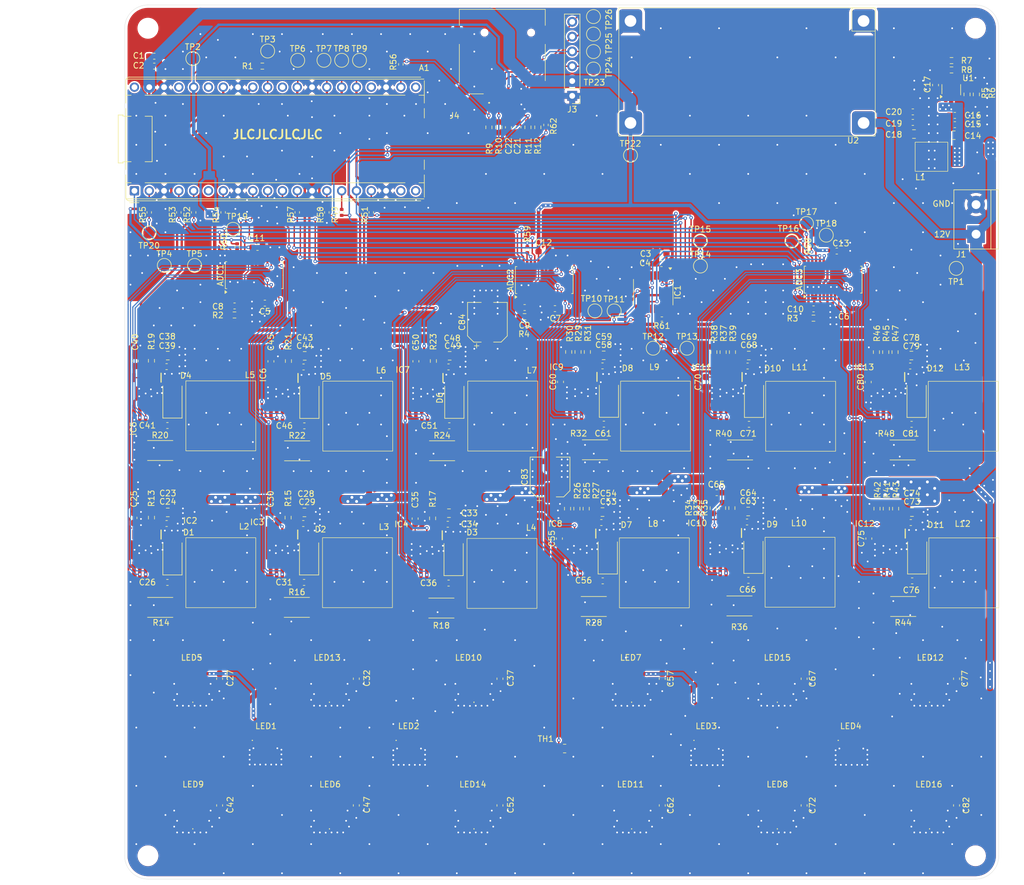
<source format=kicad_pcb>
(kicad_pcb (version 20241229) (generator "pcbnew") (generator_version "9.0")
  (layers (0 "F.Cu" signal) (2 "B.Cu" signal) (13 "F.Paste" user) (15 "B.Paste" user) (5 "F.SilkS" user "F.Silkscreen") (7 "B.SilkS" user "B.Silkscreen") (1 "F.Mask" user) (3 "B.Mask" user) (25 "Edge.Cuts" user))
  (net 0 "")
  (net 1 "/ADC0_DRDY")
  (net 2 "GND")
  (net 3 "+5V")
  (net 5 "/ADC2_CS")
  (net 6 "/SPI1_MOSI")
  (net 7 "/SD_CS")
  (net 8 "/SPI0_SCL")
  (net 10 "/PWM_2")
  (net 11 "/SPI1_MISO")
  (net 12 "/PWM_0")
  (net 13 "/ADC0_CS")
  (net 14 "/PWM_3")
  (net 15 "/ADC1_CS")
  (net 16 "/SPI0_MISO")
  (net 18 "/SPI0_MOSI")
  (net 19 "/DAC_CS")
  (net 22 "/PWM_4")
  (net 23 "/ADC_NTC")
  (net 24 "+3V3")
  (net 25 "/ADC2_DRDY")
  (net 26 "/SPI1_SCL")
  (net 28 "/PWM_5")
  (net 31 "/ADC1_DRDY")
  (net 32 "/PWM_1")
  (net 34 "/I_LED_0")
  (net 35 "Net-(ADC1-VREFOUT)")
  (net 36 "Net-(ADC1-~{RESET})")
  (net 37 "/LED_3")
  (net 38 "/LED_1")
  (net 39 "/LED_2")
  (net 42 "/I_LED_3")
  (net 44 "/I_LED_1")
  (net 46 "/LED_0")
  (net 47 "/I_LED_2")
  (net 48 "/I_LED_5")
  (net 50 "Net-(ADC2-VREFOUT)")
  (net 51 "/LED_6")
  (net 52 "/I_LED_4")
  (net 53 "/I_LED_6")
  (net 56 "/LED_5")
  (net 57 "/LED_7")
  (net 58 "/LED_4")
  (net 59 "/I_LED_7")
  (net 60 "Net-(ADC2-~{RESET})")
  (net 63 "/I_LED_11")
  (net 64 "/I_LED_8")
  (net 65 "/LED_8")
  (net 68 "/I_LED_10")
  (net 69 "/I_LED_9")
  (net 71 "Net-(ADC3-~{RESET})")
  (net 72 "/LED_11")
  (net 73 "Net-(ADC3-VREFOUT)")
  (net 74 "/LED_9")
  (net 75 "/LED_10")
  (net 76 "+12V")
  (net 77 "Net-(IC2-ADIM)")
  (net 78 "Net-(IC3-ADIM)")
  (net 79 "Net-(IC4-ADIM)")
  (net 80 "Net-(IC2-BOOT)")
  (net 81 "Net-(D1-K)")
  (net 82 "Net-(D2-K)")
  (net 83 "Net-(IC3-BOOT)")
  (net 84 "Net-(IC4-BOOT)")
  (net 85 "Net-(D3-K)")
  (net 86 "Net-(IC5-ADIM)")
  (net 87 "Net-(IC6-ADIM)")
  (net 88 "Net-(IC7-ADIM)")
  (net 89 "Net-(D4-K)")
  (net 90 "Net-(IC5-BOOT)")
  (net 91 "Net-(D5-K)")
  (net 92 "Net-(IC6-BOOT)")
  (net 93 "Net-(IC7-BOOT)")
  (net 94 "Net-(D6-K)")
  (net 95 "Net-(IC8-VCC)")
  (net 96 "Net-(IC9-VCC)")
  (net 97 "Net-(IC10-VCC)")
  (net 98 "Net-(D7-K)")
  (net 99 "Net-(IC8-BOOT)")
  (net 100 "Net-(IC9-BOOT)")
  (net 101 "Net-(D8-K)")
  (net 102 "Net-(IC10-BOOT)")
  (net 103 "Net-(D9-K)")
  (net 104 "Net-(IC11-VCC)")
  (net 105 "Net-(IC12-VCC)")
  (net 106 "Net-(IC13-VCC)")
  (net 107 "Net-(IC11-BOOT)")
  (net 108 "Net-(D10-K)")
  (net 109 "Net-(D11-K)")
  (net 110 "Net-(IC12-BOOT)")
  (net 111 "Net-(IC13-BOOT)")
  (net 112 "Net-(D12-K)")
  (net 113 "Net-(U1-SW)")
  (net 114 "Net-(U1-VBST)")
  (net 118 "/ADIM_1")
  (net 121 "/ADIM_6")
  (net 123 "/ADIM_3")
  (net 124 "/ADIM_4")
  (net 126 "/ADIM_0")
  (net 127 "/ADIM_2")
  (net 128 "/ADIM_7")
  (net 129 "/ADIM_5")
  (net 130 "Net-(IC2-TON)")
  (net 131 "Net-(IC3-TON)")
  (net 132 "Net-(IC4-TON)")
  (net 133 "Net-(IC5-TON)")
  (net 134 "Net-(IC6-TON)")
  (net 135 "Net-(IC7-TON)")
  (net 136 "Net-(IC8-TON)")
  (net 137 "Net-(IC8-EN{slash}PWM)")
  (net 138 "Net-(IC9-EN{slash}PWM)")
  (net 139 "Net-(IC9-TON)")
  (net 140 "Net-(IC10-TON)")
  (net 141 "Net-(IC10-EN{slash}PWM)")
  (net 142 "Net-(IC11-TON)")
  (net 143 "Net-(IC11-EN{slash}PWM)")
  (net 144 "Net-(IC12-TON)")
  (net 145 "Net-(IC12-EN{slash}PWM)")
  (net 146 "Net-(IC13-EN{slash}PWM)")
  (net 147 "Net-(IC13-TON)")
  (net 154 "Net-(U1-EN)")
  (net 155 "Net-(U1-VFB)")
  (net 156 "Net-(A1-GP3)")
  (net 157 "Net-(A1-GP13)")
  (net 158 "Net-(A1-GP11)")
  (net 159 "Net-(A1-GP17)")
  (net 160 "Net-(A1-GP9)")
  (net 161 "Net-(A1-GP2)")
  (net 162 "Net-(A1-GP1)")
  (net 163 "Net-(A1-GP10)")
  (net 164 "Net-(A1-GP5)")
  (net 165 "Net-(ADC1-DOUT{slash}~{DRDY})")
  (net 166 "Net-(ADC2-DOUT{slash}~{DRDY})")
  (net 167 "Net-(ADC3-DOUT{slash}~{DRDY})")
  (net 168 "Net-(IC1-SDO)")
  (net 169 "/Micro_SD/SPI1_MISO")
  (footprint "TestPoint:TestPoint_Pad_D2.0mm" (layer "F.Cu") (at 58.3 30.5)
    (property "Reference" "TP9")
    (property "Value" "TestPoint")
  )
  (footprint "footprint_lib:SOP100P600X165-11N" (layer "F.Cu") (at 69.85 114.712 -90)
    (property "Reference" "IC4")
    (property "Value" "A6214KLKTR-T" (hide yes))
  )
  (footprint "footprint_lib:MCSPQ08ASGTR" (layer "F.Cu") (at 82.8 29 180)
    (property "Reference" "J4")
    (property "Value" "Micro_SD_Card" (hide yes))
  )
  (footprint "TestPoint:TestPoint_Pad_D2.0mm" (layer "F.Cu") (at 132.5 61.5)
    (property "Reference" "TP16")
    (property "Value" "TestPoint")
  )
  (footprint "TestPoint:TestPoint_Pad_D2.0mm" (layer "F.Cu") (at 102 73.5)
    (property "Reference" "TP11")
    (property "Value" "TestPoint")
  )
  (footprint "Diode_SMD:D_SMA" (layer "F.Cu") (at 74.574211 88.424 90)
    (property "Reference" "D6")
    (property "Value" "SS34")
  )
  (footprint "Resistor_SMD:R_0603_1608Metric_Pad0.98x0.95mm_HandSolder" (layer "F.Cu") (at 136.2 74.75 180)
    (property "Reference" "R3")
    (property "Value" "10k")
  )
  (footprint "Resistor_SMD:R_2512_6332Metric_Pad1.40x3.35mm_HandSolder" (layer "F.Cu") (at 47.55 124.375)
    (property "Reference" "R16")
    (property "Value" "R120 or R260")
  )
  (footprint "Capacitor_SMD:C_0805_2012Metric_Pad1.18x1.45mm_HandSolder" (layer "F.Cu") (at 125 107.924 180)
    (property "Reference" "C63")
    (property "Value" "22uF")
  )
  (footprint "footprint_lib:SOP100P600X165-11N" (layer "F.Cu") (at 21.6 114.587 -90)
    (property "Reference" "IC2")
    (property "Value" "A6214KLKTR-T" (hide yes))
  )
  (footprint "Capacitor_SMD:C_0603_1608Metric_Pad1.08x0.95mm_HandSolder" (layer "F.Cu") (at 48.8375 93.223196 180)
    (property "Reference" "C46")
    (property "Value" "100nF")
  )
  (footprint "Resistor_SMD:R_0603_1608Metric_Pad0.98x0.95mm_HandSolder" (layer "F.Cu") (at 120.7 80.572696 -90)
    (property "Reference" "R37")
    (property "Value" "10k")
  )
  (footprint "TestPoint:TestPoint_Pad_D2.0mm" (layer "F.Cu") (at 98.45 23)
    (property "Reference" "TP26")
    (property "Value" "TestPoint")
  )
  (footprint "footprint_lib:JR5050CWT" (layer "F.Cu") (at 130 159.24 -90)
    (property "Reference" "LED8")
    (property "Value" "JR5050CWT-E-B50EB0000-N0000001" (hide yes))
  )
  (footprint "Capacitor_SMD:C_0603_1608Metric_Pad1.08x0.95mm_HandSolder" (layer "F.Cu") (at 92.8 85.685696 -90)
    (property "Reference" "C60")
    (property "Value" "1uF")
  )
  (footprint "Capacitor_SMD:C_0603_1608Metric_Pad1.08x0.95mm_HandSolder" (layer "F.Cu") (at 152.8 82.960196)
    (property "Reference" "C79")
    (property "Value" "4,7uF")
  )
  (footprint "Resistor_SMD:R_0603_1608Metric_Pad0.98x0.95mm_HandSolder" (layer "F.Cu") (at 36.85 74.2 180)
    (property "Reference" "R2")
    (property "Value" "10k")
  )
  (footprint "Resistor_SMD:R_0603_1608Metric_Pad0.98x0.95mm_HandSolder" (layer "F.Cu") (at 164.15 36.35 90)
    (property "Reference" "R6")
    (property "Value" "10k")
  )
  (footprint "Resistor_SMD:R_2512_6332Metric_Pad1.40x3.35mm_HandSolder" (layer "F.Cu") (at 123.6 97.360196)
    (property "Reference" "R40")
    (property "Value" "R120 or R260")
  )
  (footprint "Capacitor_SMD:C_0603_1608Metric_Pad1.08x0.95mm_HandSolder" (layer "F.Cu") (at 125.0375 119.724 180)
    (property "Reference" "C66")
    (property "Value" "100nF")
  )
  (footprint "Capacitor_SMD:C_0603_1608Metric_Pad1.08x0.95mm_HandSolder" (layer "F.Cu") (at 43.1 82.160696 90)
    (property "Reference" "C45")
    (property "Value" "1uF")
  )
  (footprint "Resistor_SMD:R_0402_1005Metric" (layer "F.Cu") (at 90.3 41.5975 90)
    (property "Reference" "R62")
    (property "Value" "NMT")
  )
  (footprint "footprint_lib:JR5050CWT" (layer "F.Cu") (at 130 137.5 -90)
    (property "Reference" "LED15")
    (property "Value" "JR5050CWT-E-B50EB0000-N0000001" (hide yes))
  )
  (footprint "Capacitor_SMD:C_0603_1608Metric_Pad1.08x0.95mm_HandSolder" (layer "F.Cu") (at 160.75 136.6225 -90)
    (property "Reference" "C77")
    (property "Value" "100nF")
  )
  (footprint "Resistor_SMD:R_0603_1608Metric_Pad0.98x0.95mm_HandSolder" (layer "F.Cu") (at 162.55 36.35 -90)
    (property "Reference" "R5")
    (property "Value" "10k")
  )
  (footprint "Capacitor_SMD:C_0603_1608Metric_Pad1.08x0.95mm_HandSolder" (layer "F.Cu") (at 43.05 109.0245 90)
    (property "Reference" "C30")
    (property "Value" "1uF")
  )
  (footprint "Capacitor_SMD:C_0603_1608Metric_Pad1.08x0.95mm_HandSolder" (layer "F.Cu") (at 73.711711 93.212 180)
    (property "Reference" "C51")
    (property "Value" "100nF")
  )
  (footprint "TestPoint:TestPoint_Pad_D2.0mm" (layer "F.Cu") (at 29.7 30.2)
    (property "Reference" "TP2")
    (property "Value" "TestPoint")
  )
  (footprint "footprint_lib:DR125-470-R" (layer "F.Cu") (at 34.5 86.509196 -90)
    (property "Reference" "L5")
    (property "Value" "47 uH 2A")
  )
  (footprint "Capacitor_SMD:C_0805_2012Metric_Pad1.18x1.45mm_HandSolder" (layer "F.Cu") (at 25.4 81.172196 180)
    (property "Reference" "C38")
    (property "Value" "22uF")
  )
  (footprint "Capacitor_SMD:C_0603_1608Metric_Pad1.08x0.95mm_HandSolder" (layer "F.Cu") (at 73.574211 83.112)
    (property "Reference" "C49")
    (property "Value" "4,7uF")
  )
  (footprint "Resistor_SMD:R_2512_6332Metric_Pad1.40x3.35mm_HandSolder" (layer "F.Cu") (at 72.35 124.5)
    (property "Reference" "R18")
    (property "Value" "R120 or R260")
  )
  (footprint "footprint_lib:DR125-470-R" (layer "F.Cu") (at 133.9 113.349 -90)
    (property "Reference" "L10")
    (property "Value" "47 uH 2A")
  )
  (footprint "Capacitor_SMD:C_0603_1608Metric_Pad1.08x0.95mm_HandSolder" (layer "F.Cu") (at 124.8 109.724)
    (property "Reference" "C64")
    (property "Value" "4,7uF")
  )
  (footprint "TestPoint:TestPoint_Pad_D2.0mm" (layer "F.Cu") (at 114.5 79.9)
    (property "Reference" "TP13")
    (property "Value" "TestPoint")
  )
  (footprint "TestPoint:TestPoint_Pad_D2.0mm" (layer "F.Cu") (at 116.8 65.8)
    (property "Reference" "TP14")
    (property "Value" "TestPoint")
  )
  (footprint "footprint_lib:DR125-470-R" (layer "F.Cu") (at 109.1 86.560196 -90)
    (property "Reference" "L9")
    (property "Value" "47 uH 2A")
  )
  (footprint "MountingHole:MountingHole_3.2mm_M3" (layer "F.Cu") (at 164 167)
    (property "Reference" "H4" (hide yes))
    (property "Value" "MountingHole")
  )
  (footprint "TestPoint:TestPoint_Pad_D2.0mm" (layer "F.Cu") (at 135 58.5)
    (property "Reference" "TP17")
    (property "Value" "TestPoint")
  )
  (footprint "footprint_lib:DR125-470-R" (layer "F.Cu") (at 108.9 113.449 -90)
    (property "Reference" "L8")
    (property "Value" "47 uH 2A")
  )
  (footprint "Capacitor_SMD:C_0805_2012Metric_Pad1.18x1.45mm_HandSolder" (layer "F.Cu") (at 153.1 108.024 180)
    (property "Reference" "C73")
    (property "Value" "22uF")
  )
  (footprint "Capacitor_SMD:C_0603_1608Metric_Pad1.08x0.95mm_HandSolder" (layer "F.Cu") (at 153.25 39.35 180)
    (property "Reference" "C20")
    (property "Value" "100nF")
  )
  (footprint "Capacitor_SMD:C_0603_1608Metric_Pad1.08x0.95mm_HandSolder" (layer "F.Cu") (at 92.6 112.5745 -90)
    (property "Reference" "C55")
    (property "Value" "1uF")
  )
  (footprint "Resistor_SMD:R_2512_6332Metric_Pad1.40x3.35mm_HandSolder" (layer "F.Cu") (at 72.474211 97.5)
    (property "Reference" "R24")
    (property "Value" "R120 or R260")
  )
  (footprint "Diode_SMD:D_SMA" (layer "F.Cu") (at 49.7 88.435196 90)
    (property "Reference" "D5")
    (property "Value" "SS34")
  )
  (footprint "Package_TO_SOT_SMD:SOT-23-6_Handsoldering" (layer "F.Cu") (at 159.85 35.55 90)
    (property "Reference" "U1")
    (property "Value" "TPS562201DDCR")
  )
  (footprint "TestPoint:TestPoint_Pad_D2.0mm" (layer "F.Cu") (at 52.2 30.5)
    (property "Reference" "TP7")
    (property "Value" "TestPoint")
  )
  (footprint "Capacitor_SMD:C_0805_2012Metric_Pad1.18x1.45mm_HandSolder" (layer "F.Cu") (at 100.2 81.135196 180)
    (property "Reference" "C58")
    (property "Value" "22uF")
  )
  (footprint "Resistor_SMD:R_0603_1608Metric_Pad0.98x0.95mm_HandSolder" (layer "F.Cu") (at 159.8875 32.15)
    (property "Reference" "R8")
    (property "Value" "10k")
  )
  (footprint "Diode_SMD:D_SMA" (layer "F.Cu") (at 101.1 88.247196 90)
    (property "Reference" "D8")
    (property "Value" "SS34")
  )
  (footprint "Capacitor_SMD:C_0603_1608Metric_Pad1.08x0.95mm_HandSolder" (layer "F.Cu") (at 100 82.935196)
    (property "Reference" "C59")
    (property "Value" "4,7uF")
  )
  (footprint "Capacitor_SMD:C_0603_1608Metric_Pad1.08x0.95mm_HandSolder" (layer "F.Cu") (at 36.8625 72.65)
    (property "Reference" "C8")
    (property "Value" "100nF")
  )
  (footprint "Capacitor_SMD:C_0603_1608Metric_Pad1.08x0.95mm_HandSolder" (layer "F.Cu") (at 160.75 158.3625 -90)
    (property "Reference" "C82")
    (property "Value" "100nF")
  )
  (footprint "Resistor_SMD:R_2512_6332Metric_Pad1.40x3.35mm_HandSolder" (layer "F.Cu") (at 98.7 97.335196)
    (property "Reference" "R32")
    (property "Value" "R120 or R260")
  )
  (footprint "Capacitor_SMD:C_0603_1608Metric_Pad1.08x0.95mm_HandSolder" (layer "F.Cu") (at 34.3 158.3625 -90)
    (property "Reference" "C42")
    (property "Value" "100nF")
  )
  (footprint "Capacitor_SMD:C_0603_1608Metric_Pad1.08x0.95mm_HandSolder" (layer "F.Cu") (at 110.1125 63.7 180)
    (property "Reference" "C3")
    (property "Value" "4,7uF")
  )
  (footprint "Capacitor_SMD:C_0805_2012Metric_Pad1.18x1.45mm_HandSolder" (layer "F.Cu") (at 73.65 108.212 180)
    (property "Reference" "C33")
    (property "Value" "22uF")
  )
  (footprint "footprint_lib:SOP100P600X165-11N" (layer "F.Cu") (at 45.05 114.587 -90)
    (property "Reference" "IC3")
    (property "Value" "A6214KLKTR-T" (hide yes))
  )
  (footprint "Capacitor_SMD:C_0603_1608Metric_Pad1.08x0.95mm_HandSolder" (layer "F.Cu") (at 42.0625 72.172125 180)
    (property "Reference" "C5")
    (property "Value" "1uF")
  )
  (footprint "Capacitor_SMD:C_0603_1608Metric_Pad1.08x0.95mm_HandSolder" (layer "F.Cu") (at 141.4125 73.0375 180)
    (property "Reference" "C6")
    (property "Value" "1uF")
  )
  (footprint "footprint_lib:SOP100P600X165-11N" (layer "F.Cu") (at 149.3 114.424 -90)
    (property "Reference" "IC12")
    (property "Value" "A6214KLKTR-T" (hide yes))
  )
  (footprint "MountingHole:MountingHole_3.2mm_M3" (layer "F.Cu") (at 22 25)
    (property "Reference" "H1" (hide yes))
    (property "Value" "MountingHole")
  )
  (footprint "footprint_lib:JR5050CWT" (layer "F.Cu") (at 29.6925 159.24 -90)
    (property "Reference" "LED9")
    (property "Value" "JR5050CWT-E-B50EB0000-N0000001" (hide yes))
  )
  (footprint "Capacitor_SMD:C_0603_1608Metric_Pad1.08x0.95mm_HandSolder" (layer "F.Cu") (at 145.7 112.5745 -90)
    (property "Reference" "C75")
    (property "Value" "1uF")
  )
  (footprint "Resistor_SMD:R_0603_1608Metric_Pad0.98x0.95mm_HandSolder" (layer "F.Cu") (at 159.8875 30.55 180)
    (property "Reference" "R7")
    (property "Value" "56k")
  )
  (footprint "MountingHole:MountingHole_3.2mm_M3" (layer "F.Cu") (at 164 25)
    (property "Reference" "H2" (hide yes))
    (property "Value" "MountingHole")
  )
  (footprint "Resistor_SMD:R_0402_1005Metric" (layer "F.Cu") (at 47.62 56.6 -90)
    (property "Reference" "R57")
    (property "Value" "NMT")
  )
  (footprint "Capacitor_SMD:C_0603_1608Metric_Pad1.08x0.95mm_HandSolder" (layer "F.Cu") (at 117.7 85.710696 -90)
    (property "Reference" "C70")
    (property "Value" "1uF")
  )
  (footprint "Resistor_SMD:R_0603_1608Metric_Pad0.98x0.95mm_HandSolder" (layer "F.Cu") (at 88.9 42 -90)
    (property "Reference" "R12")
    (property "Value" "10k")
  )
  (footprint "footprint_lib:JR5050CWT" (layer "F.Cu") (at 53.1425 137.5 -90)
    (property "Reference" "LED13")
    (property "Value" "JR5050CWT-E-B50EB0000-N0000001" (hide yes))
  )
  (footprint "Resistor_SMD:R_0402_1005Metric" (layer "F.Cu") (at 34.9 56.6 -90)
    (property "Reference" "R54")
    (property "Value" "NMT")
  )
  (footprint "Diode_SMD:D_SMA" (layer "F.Cu") (at 126 88.272196 90)
    (property "Reference" "D10")
    (property "Value" "SS34")
  )
  (footprint "TestPoint:TestPoint_Pad_D2.0mm" (layer "F.Cu") (at 104.8 46.8)
    (property "Reference" "TP22")
    (property "Value" "TestPoint")
  )
  (footprint "footprint_lib:JR5050CWT" (layer "F.Cu") (at 105 159.24 -90)
    (property "Reference" "LED11")
    (property "Value" "JR5050CWT-E-B50EB0000-N0000001" (hide yes))
  )
  (footprint "Capacitor_SMD:C_0603_1608Metric_Pad1.08x0.95mm_HandSolder" (layer "F.Cu") (at 73.5875 120.212 180)
    (property "Reference" "C36")
    (property "Value" "100nF")
  )
  (footprint "Resistor_SMD:R_0603_1608Metric_Pad0.98x0.95mm_HandSolder" (layer "F.Cu") (at 150.2 80.572696 90)
    (property "Reference" "R47")
    (property "Value" "442k")
  )
  (footprint "footprint_lib:SOP100P600X165-11N" (layer "F.Cu") (at 121.3 87.560196 -90)
    (property "Reference" "IC11")
    (property "Value" "A6214KLKTR-T" (hide yes))
  )
  (footprint "Capacitor_SMD:C_0805_2012Metric_Pad1.18x1.45mm_HandSolder" (layer "F.Cu") (at 25.4 108.087 180)
    (property "Reference" "C23")
    (property "Value" "22uF")
  )
  (footprint "Capacitor_SMD:C_0603_1608Metric_Pad1.08x0.95mm_HandSolder" (layer "F.Cu") (at 160.4625 41.55)
    (property "Reference" "C15")
    (property "Value" "10uF")
  )
  (footprint "Diode_SMD:D_SMA" (layer "F.Cu") (at 74.45 115.424 90)
    (property "Reference" "D3")
    (property "Value" "SS34")
  )
  (footprint "Resistor_SMD:R_2512_6332Metric_Pad1.40x3.35mm_HandSolder" (layer "F.Cu") (at 24.1 124.375)
    (property "Reference" "R14")
    (property "Value" "R120 or R260")
  )
  (footprint "Package_SO:TSSOP-20_4.4x6.5mm_P0.65mm" (layer "F.Cu") (at 108.7 70.2875 -90)
    (property "Reference" "IC1")
    (property "Value" "MCP48CVB08-20E_ST")
  )
  (footprint "Connector_PinHeader_2.54mm:PinHeader_1x06_P2.54mm_Vertical" (layer "F.Cu") (at 94.8 36.6 180)
    (property "Reference" "J3")
    (property "Value" "SD Card SPI Module")
  )
  (footprint "Capacitor_SMD:C_0603_1608Metric_Pad1.08x0.95mm_HandSolder" (layer "F.Cu") (at 153.25 41.15 180)
    (property "Reference" "C19")
    (property "Value" "10uF")
  )
  (footprint "Capacitor_SMD:C_0603_1608Metric_Pad1.08x0.95mm_HandSolder" (layer "F.Cu") (at 23.0825 31.5 180)
    (property "Reference" "C2")
    (property "Value" "100nF")
  )
  (footprint "Resistor_SMD:R_0402_1005Metric" (layer "F.Cu") (at 27.3 56.6 -90)
    (property "Reference" "R53")
    (property "Value" "NMT")
  )
  (footprint "Resistor_SMD:R_0603_1608Metric_Pad0.98x0.95mm_HandSolder" (layer "F.Cu") (at 22.6 82.059696 90)
    (property "Reference" "R19")
    (property "Value" "442k")
  )
  (footprint "Resistor_SMD:R_0603_1608Metric_Pad0.98x0.95mm_HandSolder" (layer "F.Cu") (at 41.6275 31.5 180)
    (property "Reference" "R1")
    (property "Value" "1k")
  )
  (footprint "Capacitor_SMD:C_0603_1608Metric_Pad1.08x0.95mm_HandSolder" (layer "F.Cu") (at 57.75 136.6225 -90)
    (property "Reference" "C32")
    (property "Value" "100nF")
  )
  (footprint "Resistor_SMD:R_0603_1608Metric_Pad0.98x0.95mm_HandSolder" (layer "F.Cu") (at 94.2 80.547696 90)
    (property "Reference" "R30")
    (property "Value" "2k")
  )
  (footprint "Resistor_SMD:R_0603_1608Metric_Pad0.98x0.95mm_HandSolder" (layer "F.Cu") (at 97.4 80.547696 90)
    (property "Reference" "R31")
    (property "Value" "442k")
  )
  (footprint "Capacitor_SMD:C_0603_1608Metric_Pad1.08x0.95mm_HandSolder" (layer "F.Cu") (at 153.1375 119.824 180)
    (property "Reference" "C76")
    (property "Value" "100nF")
  )
  (footprint "Capacitor_SMD:C_0603_1608Metric_Pad1.08x0.95mm_HandSolder" (layer "F.Cu") (at 91.8375 73.115375 180)
    (property "Reference" "C7")
    (property "Value" "1uF")
  )
  (footprint "Capacitor_SMD:C_0603_1608Metric_Pad1.08x0.95mm_HandSolder" (layer "F.Cu") (at 23.0825 29.8)
    (property "Reference" "C1")
    (property "Value" "4,7uF")
  )
  (footprint "Capacitor_SMD:C_0603_1608Metric_Pad1.08x0.95mm_HandSolder" (layer "F.Cu") (at 25.2 109.987)
    (property "Reference" "C24")
    (property "Value" "4,7uF")
  )
  (footprint "Capacitor_SMD:C_0805_2012Metric_Pad1.18x1.45mm_HandSolder" (layer "F.Cu") (at 48.9 81.223196 180)
    (property "Reference" "C43")
    (property "Value" "22uF")
  )
  (footprint "TestPoint:TestPoint_Pad_D2.0mm" (layer "F.Cu") (at 98.45 32)
    (property "Reference" "TP23")
    (property "Value" "TestPoint")
  )
  (footprint "Capacitor_SMD:C_0603_1608Metric_Pad1.08x0.95mm_HandSolder" (layer "F.Cu") (at 67.974211 82.1495 90)
    (property "Reference" "C50")
    (property "Value" "1uF")
  )
  (footprint "Resistor_SMD:R_0402_1005Metric" (layer "F.Cu") (at 87.1 63 -90)
    (property "Reference" "R59")
    (property "Value" "NMT")
  )
  (footprint "Diode_SMD:D_SMA" (layer "F.Cu") (at 26.2 88.384196 90)
    (property "Reference" "D4")
    (property "Value" "SS34")
  )
  (footprint "TestPoint:TestPoint_Pad_D2.0mm" (layer "F.Cu") (at 160.7 66.2)
    (property "Reference" "TP1")
    (property "Value" "TestPoint")
  )
  (footprint "Resistor_SMD:R_0402_1005Metric" (layer "F.Cu") (at 60.32 56.6 -90)
    (property "Reference" "R51")
    (property "Value" "NMT")
  )
  (footprint "Capacitor_SMD:C_0805_2012Metric_Pad1.18x1.45mm_HandSolder" (layer "F.Cu") (at 48.85 108.087 180)
    (property "Reference" "C28")
    (property "Value" "22uF")
  )
  (footprint "TestPoint:TestPoint_Pad_D2.0mm" (layer "F.Cu") (at 22.2 60.1)
    (property "Reference" "TP20")
    (property "Value" "TestPoint")
  )
  (footprint "Resistor_SMD:R_2512_6332Metric_Pad1.40x3.35mm_HandSolder" (layer "F.Cu") (at 151.5 97.360196)
    (property "Reference" "R48")
    (property "Value" "R120 or R260")
  )
  (footprint "TestPoint:TestPoint_Pad_D2.0mm" (layer "F.Cu") (at 98.45 29)
    (property "Reference" "TP24")
    (property "Value" "TestPoint")
  )
  (footprint "footprint_lib:DR125-470-R" (layer "F.Cu") (at 134 86.585196 -90)
    (property "Reference" "L11")
    (property "Value" "47 uH 2A")
  )
  (footprint "Resistor_SMD:R_0603_1608Metric_Pad0.98x0.95mm_HandSolder" (layer "F.Cu") (at 82.2 42 -90)
    (property "Reference" "R10")
    (property "Value" "10k")
  )
  (footprint "footprint_lib:SOP100P600X165-11N" (layer "F.Cu") (at 21.6 87.672196 -90)
    (property "Reference" "IC5")
    (property "Value" "A6214KLKTR-T" (hide yes))
  )
  (footprint "Capacitor_SMD:C_0603_1608Metric_Pad1.08x0.95mm_HandSolder" (layer "F.Cu") (at 160.4625 39.95)
    (property "Reference" "C16")
    (property "Value" "100nF")
  )
  (footprint "Capacitor_SMD:C_0603_1608Metric_Pad1.08x0.95mm_HandSolder" (layer "F.Cu") (at 25.2 83.072196)
    (property "Reference" "C39")
    (property "Value" "4,7uF")
  )
  (footprint "Diode_SMD:D_SMA" (layer "F.Cu") (at 125.9 115.036 90)
    (property "Reference" "D9")
    (property "Value" "SS34")
  )
  (footprint "Capacitor_SMD:C_0603_1608Metric_Pad1.08x0.95mm_HandSolder" (layer "F.Cu") (at 86.6375 72.925)
    (property "Reference" "C9")
    (property "Value" "100nF")
  )
  (footprint "TestPoint:TestPoint_Pad_D2.0mm" (layer "F.Cu") (at 42.54 28.9)
    (property "Reference" "TP3")
    (property "Value" "TestPoint")
  )
  (footprint "Resistor_SMD:R_0603_1608Metric_Pad0.98x0.95mm_HandSolder" (layer "F.Cu") (at 95.6 107.4365 -90)
    (property "Reference" "R25")
    (property "Value" "10k")
  )
  (footprint "Capacitor_SMD:C_0603_1608Metric_Pad1.08x0.95mm_HandSolder" (layer "F.Cu") (at 110.25 158.3625 -90)
    (property "Reference" "C62")
    (property "Value" "100nF")
  )
  (footprint "Resistor_SMD:R_0603_1608Metric_Pad0.98x0.95mm_HandSolder" (layer "F.Cu") (at 22.6 108.9745 90)
    (property "Reference" "R13")
    (property "Value" "442k")
  )
  (footprint "Capacitor_SMD:C_0805_2012Metric_Pad1.18x1.45mm_HandSolder" (layer "F.Cu") (at 73.774211 81.212 180)
    (property "Reference" "C48")
    (property "Value" "22uF")
  )
  (footprint "footprint_lib:DR125-470-R" (layer "F.Cu") (at 57.95 113.424 -90)
    (property "Reference" "L3")
    (property "Value" "47 uH 2A")
  )
  (footprint "Capacitor_SMD:C_0805_2012Metric_Pad1.18x1.45mm_HandSolder" (layer "F.Cu") (at 153.45 43.15 180)
    (property "Reference" "C18")
    (property "Value" "22uF")
  )
  (footprint "Capacitor_SMD:C_0603_1608Metric_Pad1.08x0.95mm_HandSolder" (layer "F.Cu") (at 110.1125 65.4 180)
    (property "Reference" "C4")
    (property "Value" "100nF")
  )
  (footprint "Capacitor_SMD:C_0603_1608Metric_Pad1.08x0.95mm_HandSolder" (layer "F.Cu") (at 82.4 136.6225 -90)
    (property "Reference" "C37")
    (property "Value" "100nF")
  )
  (footprint "Capacitor_SMD:C_0603_1608Metric_Pad1.08x0.95mm_HandSolder" (layer "F.Cu") (at 48.7875 120.087 180)
    (property "Reference" "C31")
    (property "Value" "100nF")
  )
  (footprint "Capacitor_SMD:C_0603_1608Metric_Pad1.08x0.95mm_HandSolder" (layer "F.Cu") (at 153.0375 92.960196 180)
    (property "Reference" "C81")
    (property "Value" "100nF")
  )
  (footprint "TestPoint:TestPoint_Pad_D2.0mm" (layer "F.Cu") (at 98.7 73.5)
    (property "Reference" "TP10")
    (property "Value" "TestPoint")
  )
  (footprint "Diode_SMD:D_SMA" (layer "F.Cu") (at 100.9 115.136 90)
    (property "Reference" "D7")
    (property "Value" "SS34")
  )
  (footprint "Capacitor_SMD:C_0603_1608Metric_Pad1.08x0.95mm_HandSolder" (layer "F.Cu") (at 67.85 109.1495 90)
    (property "Reference" "C35")
    (property "Value" "1uF")
  )
  (footprint "footprint_lib:SOP100P600X165-11N" (layer "F.Cu") (at 121.2 114.324 -90)
    (property "Reference" "IC10")
    (property "Value" "A6214KLKTR-T" (hide yes))
  )
  (footprint "Resistor_SMD:R_2512_6332Metric_Pad1.40x3.35mm_HandSolder" (layer "F.Cu") (at 47.6 97.511196)
    (property "Reference" "R22")
    (property "Value" "R120 or R260")
  )
  (footprint "Capacitor_SMD:C_0805_2012Metric_Pad1.18x1.45mm_HandSolder" (layer "F.Cu") (at 153 81.160196 180)
    (property "Reference" "C78")
    (property "Value" "22uF")
  )
  (footprint "Capacitor_SMD:C_0603_1608Metric_Pad1.08x0.95mm_HandSolder" (layer "F.Cu") (at 119.6 104.7 180)
    (property "Reference" "C65")
    (property "Value" "1uF")
  )
  (footprint "MountingHole:MountingHole_3.2mm_M3" (layer "F.Cu") (at 22 167)
    (property "Reference" "H3" (hide yes))
    (property "Value" "MountingHole")
  )
  (footprint "Capacitor_SMD:C_0603_1608Metric_Pad1.08x0.95mm_HandSolder" (layer "F.Cu") (at 40.8 62.6 180)
    (property "Reference" "C11")
    (property "Value" "100nF")
  )
  (footprint "Resistor_SMD:R_0402_1005Metric" (layer "F.Cu") (at 65.4 31.2 -90)
    (property "Reference" "R56")
    (property "Value" "NMT")
  )
  (footprint "footprint_lib:DR125-470-R" (layer "F.Cu") (at 34.5 113.424 -90)
    (property "Reference" "L2")
    (property "Value" "47 uH 2A")
  )
  (footprint "footprint_lib:DR125-470-R" (layer "F.Cu") (at 58 86.560196 -90)
    (property "Reference" "L6")
    (property "Value" "47 uH 2A")
  )
  (footprint "Resistor_SMD:R_0603_1608Metric_Pad0.98x0.95mm_HandSolder" (layer "F.Cu") (at 46.1 82.110696 90)
    (property "Reference" "R21")
    (property "Value" "442k")
  )
  (footprint "footprint_lib:XPLDCL" (layer "F.Cu") (at 42.165 148.6 90)
    (property "Reference" "LED1")
    (property "Value" "XPLDCL-00-0000-0000HC6AAAE7" (hide yes))
  )
  (footprint "footprint_lib:DR125-470-R" (layer "F.Cu") (at 162 113.449 -90)
    (property "Reference" "L12")
    (property "Value" "47 uH 2A")
  )
  (footprint "Resistor_SMD:R_0603_1608Metric_Pad0.98x0.95mm_HandSolder" (layer "F.Cu") (at 120.6 107.3365 -90)
    (property "Reference" "R33")
    (property "Value" "10k")
  )
  (footprint "TestPoint:TestPoint_Pad_D2.0mm" (layer "F.Cu") (at 47.7 30.5)
    (property "Reference" "TP6")
    (property "Value" "TestPoint")
  )
  (footprint "footprint_lib:JR5050CWT" (layer "F.Cu") (at 105 137.5 -90)
    (property "Reference" "LED7")
    (property "Value" "JR5050CWT-E-B50EB0000-N0000001" (hide yes))
  )
  (footprint "Package_SO:TSSOP-28_4.4x9.7mm_P0.65mm" (layer "F.Cu") (at 139.575 68.1375 90)
    (property "Reference" "ADC3")
    (property "Value" "ADS1148QPWRQ1")
  )
  (footprint "Diode_SMD:D_SMA" (layer "F.Cu") (at 26.2 115.299 90)
    (property "Reference" "D1")
    (property "Value" "SS34")
  )
  (footprint "footprint_lib:SOP100P600X165-11N" (layer "F.Cu") (at 149.2 87.560196 -90)
    (property "Reference" "IC13")
    (property "Value" "A6214KLKTR-T" (hide yes))
  )
  (footprint "Capacitor_SMD:C_0603_1608Metric_Pad1.08x0.95mm_HandSolder" (layer "F.Cu") (at 110.25 136.6225 -90)
    (property "Reference" "C57")
    (property "Value" "100nF")
  )
  (footprint "Capacitor_SMD:C_0603_1608Metric_Pad1.08x0.95mm_HandSolder" (layer "F.Cu") (at 89.8875 63.315375 180)
    (property "Reference" "C12")
    (property "Value" "100nF")
  )
  (footprint "Resistor_SMD:R_0603_1608Metric_Pad0.98x0.95mm_HandSolder" (layer "F.Cu") (at 150.3 107.4365 90)
    (property "Reference" "R43")
    (property "Value" "442k")
  )
  (footprint "Resistor_SMD:R_0603_1608Metric_Pad0.98x0.95mm_HandSolder" (layer "F.Cu") (at 122.2 107.3365 90)
    (property "Reference" "R35")
    (property "Value" "442k")
  )
  (footprint "TestPoint:TestPoint_Pad_D2.0mm" (layer "F.Cu") (at 24.8 65.7)
    (property "Reference" "TP4")
    (property "Value" "TestPoint")
  )
  (footprint "Capacitor_SMD:C_0603_1608Metric_Pad1.08x0.95mm_HandSolder" (layer "F.Cu") (at 145.6 85.710696 -90)
    (property "Reference" "C80")
    (property "Value" "1uF")
  )
  (footprint "Capacitor_SMD:C_0805_2012Metric_Pad1.18x1.45mm_HandSolder" (layer "F.Cu") (at 125.1 81.160196 180)
    (property "Reference" "C68")
    (property "Value" "22uF")
  )
  (footprint "Capacitor_SMD:C_0805_2012Metric_Pad1.18x1.45mm_HandSolder" (layer "F.Cu") (at 160.2625 43.35)
    (property "Reference" "C14")
    (property "Value" "22uF")
  )
  (footprint "Capacitor_SMD:C_0603_1608Metric_Pad1.08x0.95mm_HandSolder" (layer "F.Cu") (at 19.8 82.1 90)
    (property "Reference" "C40")
    (property "Value" "1uF")
  )
  (footprint "Capacitor_SMD:C_0603_1608Metric_Pad1.08x0.95mm_HandSolder" (layer "F.Cu") (at 48.7 83.123196)
    (property "Reference" "C44")
    (property "Value" "4,7uF")
  )
  (footprint "Resistor_SMD:R_0603_1608Metric_Pad0.98x0.95mm_HandSolder" (layer "F.Cu") (at 148.7 107.4365 -90)
    (property "Reference" "R41")
    (property "Value" "10k")
  )
  (footprint "Capacitor_SMD:C_0603_1608Metric_Pad1.08x0.95mm_HandSolder" (layer "F.Cu") (at 48.65 109.987)
    (property "Reference" "C29")
    (property "Value" "4,7uF")
  )
  (footprint "footprint_lib:JR5050CWT" (layer "F.Cu") (at 156.1225 159.24 -90)
    (property "Reference" "LED16")
    (property "Value" "JR5050CWT-E-B50EB0000-N0000001" (hide yes))
  )
  (footprint "Package_SO:TSSOP-28_4.4x9.7mm_P0.65mm" (layer "F.Cu") (at 40.225 67.372125 90)
    (property "Reference" "ADC1")
    (property "Value" "ADS1148QPWRQ1")
  )
  (footprint "footprint_lib:DR125-470-R" (layer "F.Cu") (at 161.9 86.585196 -90)
    (property "Reference" "L13")
    (property "Value" "47 uH 2A")
  )
  (footprint "Resistor_SMD:R_2512_6332Metric_Pad1.40x3.35mm_HandSolder" (layer "F.Cu") (at 98.5 124.224)
    (property "Reference" "R28")
    (property "Value" "R120 or R260")
  )
  (footprint "Resistor_SMD:R_0603_1608Metric_Pad0.98x0.95mm_HandSolder" (layer "F.Cu") (at 97.2 107.4365 90)
    (property "Reference" "R27")
    (property "Value" "442k")
  )
  (footprint "Resistor_SMD:R_0603_1608Metric_Pad0.98x0.95mm_HandSolder" (layer "F.Cu") (at 70.974211 82.0995 90)
    (property "Reference" "R23")
    (property "Value" "442k")
  )
  (footprint "Capacitor_SMD:C_0603_1608Metric_Pad1.08x0.95mm_HandSolder" (layer "F.Cu") (at 136.2125 73.15)
    (property "Reference" "C10")
    (property "Value" "100nF")
  )
  (footprint "footprint_lib:SOP100P600X165-11N" (layer "F.Cu") (at 96.2 114.424 -90)
    (property "Reference" "IC8")
    (property "Value" "A6214KLKTR-T" (hide yes))
  )
  (footprint "Capacitor_SMD:C_0603_1608Metric_Pad1.08x0.95mm_HandSolder" (layer "F.Cu") (at 25.3375 120.087 180)
    (property "Reference" "C26")
    (property "Value" "100nF")
  )
  (footprint "Resistor_SMD:R_0402_1005Metric" (layer "F.Cu") (at 110.185 74.9 180)
    (property "Reference" "R61")
    (property "Value" "NMT")
  )
  (footprint "Capacitor_SMD:C_0603_1608Metric_Pad1.08x0.95mm_HandSolder" (layer "F.Cu") (at 124.9 82.960196)
    (property "Reference" "C69")
    (property "Value" "4,7uF")
  )
  (footprint "Resistor_SMD:R_2512_6332Metric_Pad1.40x3.35mm_HandSolder" (layer "F.Cu") (at 151.6 124.224)
    (property "Reference" "R44")
    (property "Value" "R120 or R260")
  )
  (footprint "Module:RaspberryPi_Pico_Common_THT" (layer "F.Cu") (at 19.68 52.89 90)
    (property "Reference" "A1")
    (property "Value" "Pi_Pico")
  )
  (footprint "Diode_SMD:D_SMA" (layer "F.Cu") (at 154 115.136 90)
    (property "Reference" "D11")
    (property "Value" "SS34")
  )
  (footprint "footprint_lib:HPIO530-4R7" (layer "F.Cu") (at 158.95 47.05 180)
    (property "Reference" "L1")
    (property "Value" "4,7uH")
  )
  (footprint "Diode_SMD:D_SMA" (layer "F.Cu") (at 153.9 88.272196 90)
    (property "Reference" "D12")
    (property "Value" "SS34")
  )
  (footprint "Resistor_SMD:R_0402_1005Metric" (layer "F.Cu") (at 136.65 62.5 -90)
    (property "Reference" "R58")
    (property "Value" "NMT")
  )
  (footprint "Resistor_SMD:R_0402_1005Metric" (layer "F.Cu") (at 37.3 62.5 -90)
    (property "Reference" "R60")
    (property "Value" "NMT")
  )
  (footprint "Resistor_SMD:R_0805_2012Metric_Pad1.20x1.40mm_HandSolder" (layer "F.Cu") (at 93.5 148.6)
    (property "Reference" "TH1")
    (property "Value" "NTC 2.2k")
  )
  (footprint "Resistor_SMD:R_0603_1608Metric_Pad0.98x0.95mm_HandSolder" (layer "F.Cu") (at 95.8 80.547696 -90)
    (property "Reference" "R29")
    (property "Value" "10k")
  )
  (footprint "Resistor_SMD:R_0603_1608Metric_Pad0.98x0.95mm_HandSolder" (layer "F.Cu") (at 86.625 74.5 180)
    (property "Reference" "R4")
    (property "Value" "10k")
  )
  (footprint "Resistor_SMD:R_2512_6332Metric_Pad1.40x3.35mm_HandSolder" (layer "F.Cu") (at 24.1 97.460196)
    (property "Reference" "R20")
    (property "Value" "R120 or R260")
  )
  (footprint "footprint_lib:JR5050CWT" (layer "F.Cu") (at 77.9425 159.24 -90)
    (property "Reference" "LED14")
    (property "Value" "JR5050CWT-E-B50EB0000-N0000001" (hide yes))
  )
  (footprint "TestPoint:TestPoint_Pad_D2.0mm" (layer "F.Cu") (at 55.24 30.5)
    (property "Reference" "TP8")
    (property "Value" "TestPoint")
  )
  (footprint "Resistor_SMD:R_0603_1608Metric_Pad0.98x0.95mm_HandSolder" (layer "F.Cu") (at 119.1 80.572696 90)
    (property "Reference" "R38")
    (property "Value" "2k")
  )
  (footprint "footprint_lib:SOP100P600X165-11N" (layer "F.Cu") (at 69.974211 87.712 -90)
    (property "Reference" "IC7")
    (property "Value" "A6214KLKTR-T" (hide yes))
  )
  (footprint "Capacitor_SMD:C_0603_1608Metric_Pad1.08x0.95mm_HandSolder" (layer "F.Cu") (at 19.6 109.0245 90)
    (property "Reference" "C25")
    (property "Value" "1uF")
  )
  (footprint "Resistor_SMD:R_0603_1608Metric_Pad0.98x0.95mm_HandSolder" (layer "F.Cu") (at 119 107.3365 90)
    (property "Reference" "R34")
    (property "Value" "2k")
  )
  (footprint "TestPoint:TestPoint_Pad_D2.0mm" (layer "F.Cu") (at 36.6 59.5)
    (property "Reference" "TP19")
    (property "Value" "TestPoint")
  )
  (footprint "footprint_lib:XPLDCL" (layer "F.Cu") (at 117.945 148.6 90)
    (property "Reference" "LED3")
    (property "Value" "XPLDCL-00-0000-0000HC6AAAE7" (hide yes))
  )
  (footprint "Capacitor_SMD:C_0603_1608Metric_Pad1.08x0.95mm_HandSolder" (layer "F.Cu") (at 57.75 158.3625 -90)
    (property "Reference" "C47")
    (property "Value" "100nF")
  )
  (footprint "footprint_lib:JR5050CWT" (layer "F.Cu") (at 29.6925 137.5 -90)
    (property "Reference" "LED5")
    (property "Value" "JR5050CWT-E-B50EB0000-N0000001" (hide yes))
  )
  (footprint "Capacitor_SMD:C_0603_1608Metric_Pad1.08x0.95mm_HandSolder" (layer "F.Cu") (at 125.1375 92.960196 180)
    (property "Reference" "C71")
    (property "Value" "100nF")
  )
  (footprint "Resistor_SMD:R_0603_1608Metric_Pad0.98x0.95mm_HandSolder" (layer "F.Cu") (at 122.3 80.572696 90)
    (property "Reference" "R39")
    (property "Value" "442k")
  )
  (footprint "TestPoint:TestPoint_Pad_D2.0mm" (layer "F.Cu") (at 30 65.7)
    (property "Reference" "TP5")
    (property "Value" "TestPoint")
  )
  (footprint "Resistor_SMD:R_0603_1608Metric_Pad0.98x0.95mm_HandSolder" (layer "F.Cu") (at 80.5 42 -90)
    (property "Reference" "R9")
    (property "Value" "10k")
  )
  (footprint "Capacitor_SMD:C_0603_1608Metric_Pad1.08x0.95mm_HandSolder" (layer "F.Cu") (at 140.2 63.2375 180)
    (property "Reference" "C13")
    (property "Value" "100nF")
  )
  (footprint "footprint_lib:SOP100P600X165-11N" (layer "F.Cu") (at 45.1 87.723196 -90)
    (property "Reference" "IC6")
    (property "Value" "A6214KLKTR-T" (hide yes))
  )
  (footprint "TestPoint:TestPoint_Pad_D2.0mm" (layer "F.Cu") (at 108.7 79.9)
    (property "Reference" "TP12")
    (property "Value" "TestPoint")
  )
  (footprint "Capacitor_SMD:C_0603_1608Metric_Pad1.08x0.95mm_HandSolder" (layer "F.Cu") (at 82.4 158.3625 -90)
    (property "Reference" "C52")
    (property "Value" "100nF")
  )
  (footprint "footprint_lib:DR125-470-R" (layer "F.Cu") (at 82.75 113.549 -90)
    (property "Reference" "L4")
    (property "Value" "47 uH 2A")
  )
  (footprint "footprint_lib:JR5050CWT" (layer "F.Cu") (at 53.1425 159.24 -90)
    (property "Reference" "LED6")
    (property "Value" "JR5050CWT-E-B50EB0000-N0000001" (hide yes))
  )
  (footprint "TerminalBlock:TerminalBlock_bornier-2_P5.08mm" (layer "F.Cu") (at 164.1 60.34 90)
    (property "Reference" "J1")
    (property "Value" "Screw_Terminal_2_P5.00mm")
  )
  (footprint "Capacitor_SMD:C_0603_1608Metric_Pad1.08x0.95mm_HandSolder" (layer "F.Cu") (at 25.3375 93.172196 180)
    (property "Reference" "C41")
    (property "Value" "100nF")
  )
  (footprint "footprint_lib:XPLDCL" (layer "F.Cu") (at 142.7 148.6 90)
    (property "Reference" "LED4")
    (property "Value" "XPLDCL-00-0000-0000HC6AAAE7" (hide yes))
  )
  (footprint "Capacitor_SMD:CP_Elec_6.3x7.7" (layer "F.Cu") (at 91 102 90)
    (property "Reference" "C83")
    (property "Value" "100uF")
  )
  (footprint "TestPoint:TestPoint_Pad_D2.0mm" (layer "F.Cu") (at 98.45 26)
    (property "Reference" "TP25")
    (property "Value" "TestPoint")
  )
  (footprint "Capacitor_SMD:C_0603_1608Metric_Pad1.08x0.95mm_HandSolder" (layer "F.Cu") (at 34.3 136.6225 -90)
    (property "Reference" "C27")
    (property "Value" "100nF")
  )
  (footprint "Resistor_SMD:R_0603_1608Metric_Pad0.98x0.95mm_HandSolder" (layer "F.Cu") (at 87.2 42 -90)
    (property "Reference" "R11")
    (property "Value" "10k")
  )
  (footprint "Resistor_SMD:R_0402_1005Metric" (layer "F.Cu") (at 55.24 56.6 -90)
    (property "Reference" "R49")
    (property "Value" "NMT")
  )
  (footprint "Capacitor_SMD:CP_Elec_6.3x7.7" (layer "F.Cu") (at 80.25 75.45 90)
    (property "Reference" "C84")
    (property "Value" "100uF")
  )
  (footprint "Capacitor_SMD:C_0603_1608Metric_Pad1.08x0.95mm_HandSolder" (layer "F.Cu") (at 100.0375 119.824 180)
    (property "Reference" "C56")
    (property "Value" "100nF")
  )
  (footprint "footprint_lib:LM2596 DC-DC module" (layer "F.Cu") (at 146.8 43.5 180)
    (property "Reference" "U2")
    (property "Value" "LM2596 BUCK MODULE")
  )
  (footprint "Capacitor_SMD:C_0603_1608Metric_Pad1.08x0.95mm_HandSolder" (layer "F.Cu") (at 83.85 42 -90)
    (property "Reference" "C22")
    (property "Value" "100nF")
  )
  (footprint "Resistor_SMD:R_0603_1608Metric_Pad0.98x0.95mm_HandSolder" (layer "F.Cu") (at 147 80.572696 90)
    (property "Reference" "R46")
    (property "Value" "2k")
  )
  (footprint "Package_SO:TSSOP-28_4.4x9.7mm_P0.65mm" (layer "F.Cu") (at 90 68.215375 90)
    (property "Reference" "ADC2")
    (property "Value" "ADS1148QPWRQ1")
  )
  (footprint "Resistor_SMD:R_0603_1608Metric_Pad0.98x0.95mm_HandSolder" (layer "F.Cu") (at 70.85 109.0995 90)
    (property "Reference" "R17")
    (property "Value" "442k")
  )
  (footprint "Capacitor_SMD:C_0603_1608Metric_Pad1.08x0.95mm_HandSolder" (layer "F.Cu") (at 152.9 109.824)
    (property "Reference" "C74")
    (property "Value" "4,7uF")
  )
  (footprint "Resistor_SMD:R_0603_1608Metric_Pad0.98x0.95mm_HandSolder" (layer "F.Cu") (at 148.6 80.572696 -90)
    (property "Reference" "R45")
    (property "Value" "10k")
  )
  (footprint "Capacitor_SMD:C_0603_1608Metric_Pad1.08x0.95mm_HandSolder" (layer "F.Cu") (at 73.45 110.112)
    (property "Reference" "C34")
    (property "Value" "4,7uF")
  )
  (footprint "Capacitor_SMD:C_0603_1608Metric_Pad1.08x0.95mm_HandSolder" (layer "F.Cu") (at 157.15 34.75 -90)
    (property "Reference" "C17")
    (property "Value" "100nF")
  )
  (footprint "Capacitor_SMD:C_0603_1608Metric_Pad1.08x0.95mm_HandSolder" (layer "F.Cu") (at 85.5 42 -90)
    (property "Reference" "C21")
    (property "Value" "4,7uF")
  )
  (footprint "Resistor_SMD:R_0603_1608Metric_Pad0.98x0.95mm_HandSolder" (layer "F.Cu") (at 94 107.4365 90)
    (property "Reference" "R26")
    (property "Value" "2k")
  )
  (footprint "TestPoint:TestPoint_Pad_D2.0mm" (layer "F.Cu") (at 116.8 61.5)
    (property "Reference" "TP15")
    (property "Value" "TestPoint")
  )
  (footprint "Resistor_SMD:R_2512_6332Metric_Pad1.40x3.35mm_HandSolder" (layer "F.Cu") (at 123.5 124.124)
    (property "Reference" "R36")
    (property "Value" "R120 or R260")
  )
  (footprint "Resistor_SMD:R_0402_1005Metric" (layer "F.Cu") (at 29.84 56.6 -90)
    (property "Reference" "R52")
    (property "Value" "NMT")
  )
  (footprint "Capacitor_SMD:C_0603_1608Metric_Pad1.08x0.95mm_HandSolder" (layer "F.Cu") (at 134.6 136.6225 -90)
    (property "Reference" "C67")
    (property "Value" "100nF")
  )
  (footprint "Diode_SMD:D_SMA" (layer "F.Cu") (at 49.65 115.299 90)
    (property "Reference" "D2")
    (property "Value" "SS34")
  )
  (footprint "TestPoint:TestPoint_Pad_D2.0mm" (layer "F.Cu") (at 138.4 60.5)
    (property "Reference" "TP18")
    (property "Value" "TestPoint")
  )
  (footprint "Resistor_SMD:R_0402_1005Metric" (layer "F.Cu") (at 52.7 56.6 -90)
    (property "Reference" "R50")
    (property "Value" "NMT")
  )
  (footprint "Resistor_SMD:R_0603_1608Metric_Pad0.98x0.95mm_HandSolder" (layer "F.Cu") (at 147.1 107.4365 90)
    (property "Reference" "R42")
    (property "Value" "2k")
  )
  (footprint "footprint_lib:JR5050CWT" (layer "F.Cu") (at 77.9425 137.5 -90)
    (property "Reference" "LED10")
    (property "Value" "JR5050CWT-E-B50EB0000-N0000001" (hide yes))
  )
  (footprint "Capacitor_SMD:C_0603_1608Metric_Pad1.08x0.95mm_HandSolder" (layer "F.Cu") (at 100.2375 92.935196 180)
    (property "Reference" "C61")
    (property "Value" "100nF")
  )
  (footprint "footprint_lib:SOP100P600X165-11N" (layer "F.Cu") (at 96.4 87.535196 -90)
    (property "Reference" "IC9")
    (property "Value" "A6214KLKTR-T" (hide yes))
  )
  (footprint "footprint_lib:DR125-470-R" (layer "F.Cu") (at 82.874211 86.549 -90)
    (property "Reference" "L7")
    (property "Value" "47 uH 2A")
  )
  (footprint "Resistor_SMD:R_0603_1608Metric_Pad0.98x0.95mm_HandSolder" (layer "F.Cu") (at 46.05 108.9745 90)
    (property "Reference" "R15")
    (property "Value" "442k")
  )
  (footprint "Capacitor_SMD:C_0603_1608Metric_Pad1.08x0.95mm_HandSolder" (layer "F.Cu") (at 99.8 109.824)
    (property "Reference" "C54")
    (property "Value" "4,7uF")
  )
  (footprint "Resistor_SMD:R_0402_1005Metric" (layer "F.Cu") (at 22.22 56.6 -90)
    (property "Reference" "R55")
    (property "Value" "NMT")
  )
  (footprint "Capacitor_SMD:C_0805_2012Metric_Pad1.18x1.45mm_HandSolder" (layer "F.Cu") (at 100 108.024 180)
    (property "Reference" "C53")
    (property "Value" "22uF")
  )
  (footprint "Capacitor_SMD:C_0603_1608Metric_Pad1.08x0.95mm_HandSolder" (layer "F.Cu") (at 134.6 158.3625 -90)
    (property "Reference" "C72")
    (property "Value" "100nF")
  )
  (footprint "footprint_lib:JR5050CWT" (layer "F.Cu") (at 156.1225 137.5 -90)
    (property "Reference" "LED12")
    (property "Value" "JR5050CWT-E-B50EB0000-N0000001" (hide yes))
  )
  (footprint "footprint_lib:XPLDCL" (layer "F.Cu") (at 66.835 148.6 90)
    (property "Reference" "LED2")
    (property "Value" "XPLDCL-00-0000-0000HC6AAAE7" (hide yes))
  )
  (gr_line (start 18 25) (end 18 167) (stroke (width 0.05)) (layer "Edge.Cuts"))
  (gr_line (start 22 171) (end 164 171) (stroke (width 0.05)) (layer "Edge.Cuts"))
  (gr_line (start 164 21) (end 22 21) (stroke (width 0.05)) (layer "Edge.Cuts"))
  (gr_arc (start 22 171) (mid 19.171573 169.828427) (end 18 167) (stroke (width 0.05)) (layer "Edge.Cuts"))
  (gr_line (start 168 167) (end 168 25) (stroke (width 0.05)) (layer "Edge.Cuts"))
  (gr_arc (start 164 21) (mid 166.828427 22.171573) (end 168 25) (stroke (width 0.05)) (layer "Edge.Cuts"))
  (gr_arc (start 168 167) (mid 166.828427 169.828427) (end 164 171) (stroke (width 0.05)) (layer "Edge.Cuts"))
  (gr_arc (start 18 25) (mid 19.171573 22.171573) (end 22 21) (stroke (width 0.05)) (layer "Edge.Cuts"))
  (gr_text "GND" (at 156.55 55.7 0) (layer "F.SilkS") (effects (font (size 1 1)) (justify left bottom)))
  (gr_text "12V" (at 156.8 60.95 0) (layer "F.SilkS") (effects (font (size 1 1)) (justify left bottom)))
  (gr_text "JLCJLCJLCJLC" (at 36.35 44.1 0) (layer "F.SilkS") (effects (font (size 1.5 1.5) (thickness 0.3) (bold yes)) (justify left bottom)))
  (segment (start 36.6 59.5) (end 37.95 59.5) (width 0.25) (layer "F.Cu") (net 1))
  (segment (start 39.5 57.9) (end 40 57.4) (width 0.25) (layer "F.Cu") (net 1))
  (segment (start 40 57.4) (end 40 52.89) (width 0.25) (layer "F.Cu") (net 1))
  (segment (start 37.95 57.95) (end 37.95 59.5) (width 0.25) (layer "F.Cu") (net 1))
  (segment (start 37.95 59.5) (end 37.95 64.509625) (width 0.25) (layer "F.Cu") (net 1))
  (via (at 39.5 57.9) (size 0.6) (drill 0.3) (layers "F.Cu" "B.Cu") (net 1))
  (via (at 37.95 57.95) (size 0.6) (drill 0.3) (layers "F.Cu" "B.Cu") (net 1))
  (segment (start 39.5 57.9) (end 38 57.9) (width 0.25) (layer "B.Cu") (net 1))
  (segment (start 38 57.9) (end 37.95 57.95) (width 0.25) (layer "B.Cu") (net 1))
  (segment (start 136.325 72.4) (end 137.075 73.15) (width 0.4) (layer "F.Cu") (net 2))
  (segment (start 19.6 117.299) (end 19.6 116.17) (width 0.4) (layer "F.Cu") (net 2))
  (segment (start 40.83 150) (end 40.83 149.935) (width 0.25) (layer "F.Cu") (net 2))
  (segment (start 43.05 117.299) (end 43.05 116.27) (width 0.4) (layer "F.Cu") (net 2))
  (segment (start 36.65 70.234625) (end 36.975 70.234625) (width 0.4) (layer "F.Cu") (net 2))
  (segment (start 67.85 116.1) (end 68.75 115.2) (width 0.4) (layer "F.Cu") (net 2))
  (segment (start 87.5 72.925) (end 86.425 71.85) (width 0.4) (layer "F.Cu") (net 2))
  (segment (start 136.325 71) (end 136.325 72.4) (width 0.4) (layer "F.Cu") (net 2))
  (segment (start 67.85 116.1) (end 67.25 115.5) (width 0.4) (layer "F.Cu") (net 2))
  (segment (start 19.6 116.17) (end 19.04 115.61) (width 0.4) (layer "F.Cu") (net 2))
  (segment (start 86.425 71.85) (end 86.425 71.077875) (width 0.4) (layer "F.Cu") (net 2))
  (segment (start 50.16 50.75) (end 50.16 49.46) (width 1.5) (layer "F.Cu") (net 2))
  (segment (start 43.05 117.299) (end 43.05 115.975) (width 0.4) (layer "F.Cu") (net 2))
  (segment (start 19.6 115.975) (end 20.5 115.075) (width 0.4) (layer "F.Cu") (net 2))
  (segment (start 147.3 117.136) (end 147.3 115.924) (width 0.4) (layer "F.Cu") (net 2))
  (segment (start 37.725 72.025) (end 37.725 72.65) (width 0.4) (layer "F.Cu") (net 2))
  (segment (start 145.7 79.760196) (end 145.8 79.660196) (width 0.2) (layer "F.Cu") (net 2))
  (segment (start 43.05 115.975) (end 43.95 115.075) (width 0.4) (layer "F.Cu") (net 2))
  (segment (start 41.72 149.045) (end 42.165 148.6) (width 0.25) (layer "F.Cu") (net 2))
  (segment (start 94.2 116.21) (end 93.45 115.46) (width 0.4) (layer "F.Cu") (net 2))
  (segment (start 19.6 90.384196) (end 19.6 89.060196) (width 0.4) (layer "F.Cu") (net 2))
  (segment (start 145.8 106.624) (end 145.9 106.524) (width 0.2) (layer "F.Cu") (net 2))
  (segment (start 92.7 106.624) (end 92.8 106.524) (width 0.2) (layer "F.Cu") (net 2))
  (segment (start 124.2 87.7) (end 124.339804 87.560196) (width 0.2) (layer "F.Cu") (net 2))
  (segment (start 36.975 71.275) (end 37.725 72.025) (width 0.4) (layer "F.Cu") (net 2))
  (segment (start 92.9 79.735196) (end 93 79.635196) (width 0.2) (layer "F.Cu") (net 2))
  (segment (start 90.325 63.740375) (end 90.75 63.315375) (width 0.4) (layer "F.Cu") (net 2))
  (segment (start 119.2 117.036) (end 119.2 115.95) (width 0.4) (layer "F.Cu") (net 2))
  (segment (start 151.225 87.55) (end 151.235196 87.560196) (width 0.2) (layer "F.Cu") (net 2))
  (segment (start 36.975 70.234625) (end 36.975 71.275) (width 0.4) (layer "F.Cu") (net 2))
  (segment (start 98.9 87.735196) (end 98.9 87.535196) (width 0.2) (layer "F.Cu") (net 2))
  (segment (start 36.975 70.234625) (end 37.3 70.234625) (width 0.4) (layer "F.Cu") (net 2))
  (segment (start 148.1 88.160196) (end 147.2 89.060196) (width 0.4) (layer "F.Cu") (net 2))
  (segment (start 50.16 49.46) (end 50.15 49.45) (width 1.5) (layer "F.Cu") (net 2))
  (segment (start 67.974211 89.1) (end 68.874211 88.2) (width 0.4) (layer "F.Cu") (net 2))
  (segment (start 93 79.635196) (end 94.2 79.635196) (width 0.2) (layer "F.Cu") (net 2))
  (segment (start 119.2 117.036) (end 119.2 115.824) (width 0.4) (layer "F.Cu") (net 2))
  (segment (start 43.5 150) (end 43.5 149.935) (width 0.25) (layer "F.Cu") (net 2))
  (segment (start 147.3 115.924) (end 148.2 115.024) (width 0.4) (layer "F.Cu") (net 2))
  (segment (start 50.16 52.89) (end 50.16 50.75) (width 1.5) (layer "F.Cu") (net 2))
  (segment (start 90.325 65.352875) (end 90.325 63.740375) (width 0.4) (layer "F.Cu") (net 2))
  (segment (start 119.2 115.824) (end 120.1 114.924) (width 0.4) (layer "F.Cu") (net 2))
  (segment (start 119.2 115.95) (end 118.5 115.25) (width 0.4) (layer "F.Cu") (net 2))
  (segment (start 19.6 117.299) (end 19.6 115.975) (width 0.4) (layer "F.Cu") (net 2))
  (segment (start 119.3 89.060196) (end 119.3 90.272196) (width 0.4) (layer "F.Cu") (net 2))
  (segment (start 67.974211 90.424) (end 67.974211 89.1) (width 0.4) (layer "F.Cu") (net 2))
  (segment (start 147.2 89.060196) (end 147.2 90.272196) (width 0.4) (layer "F.Cu") (net 2))
  (segment (start 95.3 88.135196) (end 94.4 89.035196) (width 0.4) (layer "F.Cu") (net 2))
  (segment (start 94.4 89.035196) (end 94.4 90.247196) (width 0.4) (layer "F.Cu") (net 2))
  (segment (start 67.85 117.424) (end 67.85 116.1) (width 0.4) (layer "F.Cu") (net 2))
  (segment (start 145.8 79.660196) (end 147 79.660196) (width 0.2) (layer "F.Cu") (net 2))
  (segment (start 136 71) (end 136.325 71) (width 0.4) (layer "F.Cu") (net 2))
  (segment (start 136.325 71) (end 136.65 71) (width 0.4) (layer "F.Cu") (net 2))
  (segment (start 123.3 87.6) (end 123.339804 87.560196) (width 0.2) (layer "F.Cu") (net 2))
  (segment (start 42.61 149.045) (end 42.165 148.6) (width 0.25) (layer "F.Cu") (net 2))
  (segment (start 43.05 116.27) (end 42.56 115.78) (width 0.4) (layer "F.Cu") (net 2))
  (segment (start 94.2 115.924) (end 95.1 115.024) (width 0.4) (layer "F.Cu") (net 2))
  (segment (start 94.2 117.136) (end 94.2 115.924) (width 0.4) (layer "F.Cu") (net 2))
  (segment (start 94.2 117.136) (end 94.2 116.21) (width 0.4) (layer "F.Cu") (net 2))
  (segment (start 119.1 78.85) (end 119.1 79.660196) (width 0.2) (layer "F.Cu") (net 2))
  (segment (start 19.6 89.060196) (end 20.5 88.160196) (width 0.4) (layer "F.Cu") (net 2))
  (segment (start 86 35.4) (end 86.05 35.45) (width 0.25) (layer "F.Cu") (net 2))
  (segment (start 120.2 88.160196) (end 119.3 89.060196) (width 0.4) (layer "F.Cu") (net 2))
  (via (at 146 75) (size 0.6) (drill 0.3) (layers "F.Cu" "B.Cu") (net 2))
  (via (at 152.2 113.4) (size 0.6) (drill 0.3) (layers "F.Cu" "B.Cu") (net 2))
  (via (at 157.5 43) (size 0.6) (drill 0.3) (layers "F.Cu" "B.Cu") (net 2))
  (via (at 91.8 74.625) (size 0.6) (drill 0.3) (layers "F.Cu" "B.Cu") (net 2))
  (via (at 94 96) (size 0.6) (drill 0.3) (layers "F.Cu" "B.Cu") (net 2))
  (via (at 62 80) (size 0.6) (drill 0.3) (layers "F.Cu" "B.Cu") (net 2))
  (via (at 153.9 84.360196) (size 0.6) (drill 0.3) (layers "F.Cu" "B.Cu") (net 2))
  (via (at 155.5 163.035348) (size 0.6) (drill 0.3) (layers "F.Cu" "B.Cu") (net 2))
  (via (at 140.2 69.4) (size 0.6) (drill 0.3) (layers "F.Cu" "B.Cu") (net 2))
  (via (at 97 99.5) (size 0.6) (drill 0.3) (layers "F.Cu" "B.Cu") (net 2))
  (via (at 146.75 113.5) (size 0.6) (drill 0.3) (layers "F.Cu" "B.Cu") (net 2))
  (via (at 139.075 72.65) (size 0.6) (drill 0.3) (layers "F.Cu" "B.Cu") (net 2))
  (via (at 52.7 58.4) (size 0.6) (drill 0.3) (layers "F.Cu" "B.Cu") (net 2))
  (via (at 22 64) (size 0.6) (drill 0.3) (layers "F.Cu" "B.Cu") (net 2))
  (via (at 151 70) (size 0.6) (drill 0.3) (layers "F.Cu" "B.Cu") (net 2))
  (via (at 139.1 74.65) (size 0.6) (drill 0.3) (layers "F.Cu" "B.Cu") (net 2))
  (via (at 103 110) (size 0.6) (drill 0.3) (layers "F.Cu" "B.Cu") (net 2))
  (via (at 35.5 108) (size 0.6) (drill 0.3) (layers "F.Cu" "B.Cu") (net 2))
  (via (at 120.65 151.45) (size 0.6) (drill 0.3) (layers "F.Cu" "B.Cu") (net 2))
  (via (at 75.6 110.1) (size 0.6) (drill 0.3) (layers "F.Cu" "B.Cu") (net 2))
  (via (at 39 54.5) (size 0.6) (drill 0.3) (layers "F.Cu" "B.Cu") (net 2))
  (via (at 69.55 151.4) (size 0.6) (drill 0.3) (layers "F.Cu" "B.Cu") (net 2))
  (via (at 68.75 115.2) (size 0.6) (drill 0.3) (layers "F.Cu" "B.Cu") (net 2))
  (via (at 40.024319 98.891852) (size 0.6) (drill 0.3) (layers "F.Cu" "B.Cu") (net 2))
  (via (at 138 114.324) (size 0.6) (drill 0.3) (layers "F.Cu" "B.Cu") (net 2))
  (via (at 25 32) (size 0.6) (drill 0.3) (layers "F.Cu" "B.Cu") (net 2))
  (via (at 68.874211 88.2) (size 0.6) (drill 0.3) (layers "F.Cu" "B.Cu") (net 2))
  (via (at 120 145) (size 0.6) (drill 0.3) (layers "F.Cu" "B.Cu") (net 2))
  (via (at 145 60) (size 0.6) (drill 0.3) (layers "F.Cu" "B.Cu") (net 2))
  (via (at 68.85 148.6) (size 0.6) (drill 0.3) (layers "F.Cu" "B.Cu") (net 2))
  (via (at 21.25 58.2) (size 0.6) (drill 0.3) (layers "F.Cu" "B.Cu") (net 2))
  (via (at 111 82) (size 0.6) (drill 0.3) (layers "F.Cu" "B.Cu") (net 2))
  (via (at 145 99.5) (size 0.6) (drill 0.3) (layers "F.Cu" "B.Cu") (net 2))
  (via (at 68.874211 86.9) (size 0.6) (drill 0.3) (layers "F.Cu" "B.Cu") (net 2))
  (via (at 112.25 106.175) (size 0.6) (drill 0.3) (layers "F.Cu" "B.Cu") (net 2))
  (via (at 75.6 111.4) (size 0.6) (drill 0.3) (layers "F.Cu" "B.Cu") (net 2))
  (via (at 160.5 108) (size 0.6) (drill 0.3) (layers "F.Cu" "B.Cu") (net 2))
  (via (at 26.5 140.25) (size 0.6) (drill 0.3) (layers "F.Cu" "B.Cu") (net 2))
  (via (at 42.6 86.6) (size 0.6) (drill 0.3) (layers "F.Cu" "B.Cu") (net 2))
  (via (at 47.1 87.7) (size 0.6) (drill 0.3) (layers "F.Cu" "B.Cu") (net 2))
  (via (at 162 120) (size 0.6) (drill 0.3) (layers "F.Cu" "B.Cu") (net 2))
  (via (at 94.037297 114.414819) (size 0.6) (drill 0.3) (layers "F.Cu" "B.Cu") (net 2))
  (via (at 68 103) (size 0.6) (drill 0.3) (layers "F.Cu" "B.Cu") (net 2))
  (via (at 140 82) (size 0.6) (drill 0.3) (layers "F.Cu" "B.Cu") (net 2))
  (via (at 55.7 133.4) (size 0.6) (drill 0.3) (layers "F.Cu" "B.Cu") (net 2))
  (via (at 141.5 98) (size 0.6) (drill 0.3) (layers "F.Cu" "B.Cu") (net 2))
  (via (at 150 25) (size 0.6) (drill 0.3) (layers "F.Cu" "B.Cu") (net 2))
  (via (at 52 72) (size 0.6) (drill 0.3) (layers "F.Cu" "B.Cu") (net 2))
  (via (at 97.3 115.024) (size 0.6) (drill 0.3) (layers "F.Cu" "B.Cu") (net 2))
  (via (at 32 141.25) (size 0.6) (drill 0.3) (layers "F.Cu" "B.Cu") (net 2))
  (via (at 40 165) (size 0.6) (drill 0.3) (layers "F.Cu" "B.Cu") (net 2))
  (via (at 94 98) (size 0.6) (drill 0.3) (layers "F.Cu" "B.Cu") (net 2))
  (via (at 121.2 114.324) (size 0.6) (drill 0.3) (layers "F.Cu" "B.Cu") (net 2))
  (via (at 81.999999 73.035494) (size 0.6) (drill 0.3) (layers "F.Cu" "B.Cu") (net 2))
  (via (at 19 136) (size 0.6) (drill 0.3) (layers "F.Cu" "B.Cu") (net 2))
  (via (at 54.5 163) (size 0.6) (drill 0.3) (layers "F.Cu" "B.Cu") (net 2))
  (via (at 27.1 110) (size 0.6) (drill 0.3) (layers "F.Cu" "B.Cu") (net 2))
  (via (at 20 145) (size 0.6) (drill 0.3) (layers "F.Cu" "B.Cu") (net 2))
  (via (at 75.25 161) (size 0.6) (drill 0.3) (layers "F.Cu" "B.Cu") (net 2))
  (via (at 39 120) (size 0.6) (drill 0.3) (layers "F.Cu" "B.Cu") (net 2))
  (via (at 62.575 75.525) (size 0.6) (drill 0.3) (layers "F.Cu" "B.Cu") (net 2))
  (via (at 87.95 107.15) (size 0.6) (drill 0.3) (layers "F.Cu" "B.Cu") (net 2))
  (via (at 64.1 148.9) (size 0.6) (drill 0.3) (layers "F.Cu" "B.Cu") (net 2))
  (via (at 141.5 94.5) (size 0.6) (drill 0.3) (layers "F.Cu" "B.Cu") (net 2))
  (via (at 132.75 139.25) (size 0.6) (drill 0.3) (layers "F.Cu" "B.Cu") (net 2))
  (via (at 106.5 163) (size 0.6) (drill 0.3) (layers "F.Cu" "B.Cu") (net 2))
  (via (at 160 165) (size 0.6) (drill 0.3) (layers "F.Cu" "B.Cu") (net 2))
  (via (at 84 101) (size 0.6) (drill 0.3) (layers "F.Cu" "B.Cu") (net 2))
  (via (at 20.8 109.2) (size 0.6) (drill 0.3) (layers "F.Cu" "B.Cu") (net 2))
  (via (at 110 45) (size 0.6) (drill 0.3) (layers "F.Cu" "B.Cu") (net 2))
  (via (at 150 100) (size 0.6) (drill 0.3) (layers "F.Cu" "B.Cu") (net 2))
  (via (at 144.55 151.4) (size 0.6) (drill 0.3) (layers "F.Cu" "B.Cu") (net 2))
  (via (at 55.5 141.25) (size 0.6) (drill 0.3) (layers "F.Cu" "B.Cu") (net 2))
  (via (at 95 160) (size 0.6) (drill 0.3) (layers "F.Cu" "B.Cu") (net 2))
  (via (at 46.6 126.8) (size 0.6) (drill 0.3) (layers "F.Cu" "B.Cu") (net 2))
  (via (at 50.5 141.25) (size 0.6) (drill 0.3) (layers "F.Cu" "B.Cu") (net 2))
  (via (at 77 43) (size 0.6) (drill 0.3) (layers "F.Cu" "B.Cu") (net 2))
  (via (at 70.874211 87) (size 0.6) (drill 0.3) (layers "F.Cu" "B.Cu") (net 2))
  (via (at 125 74) (size 0.6) (drill 0.3) (layers "F.Cu" "B.Cu") (net 2))
  (via (at 71.3 142.2) (size 0.6) (drill 0.3) (layers "F.Cu" "B.Cu") (net 2))
  (via (at 95.1 115.024) (size 0.6) (drill 0.3) (layers "F.Cu" "B.Cu") (net 2))
  (via (at 27 139.25) (size 0.6) (drill 0.3) (layers "F.Cu" "B.Cu") (net 2))
  (via (at 113.5 127.5) (size 0.6) (drill 0.3) (layers "F.Cu" "B.Cu") (net 2))
  (via (at 155.1 111) (size 0.6) (drill 0.3) (layers "F.Cu" "B.Cu") (net 2))
  (via (at 155.7 80.3) (size 0.6) (drill 0.3) (layers "F.Cu" "B.Cu") (net 2))
  (via (at 87 112) (size 0.6) (drill 0.3) (layers "F.Cu" "B.Cu") (net 2))
  (via (at 34.4 64) (size 0.6) (drill 0.3) (layers "F.Cu" "B.Cu") (net 2))
  (via (at 45 46) (size 0.6) (drill 0.3) (layers "F.Cu" "B.Cu") (net 2))
  (via (at 152.6 111.1) (size 0.6) (drill 0.3) (layers "F.Cu" "B.Cu") (net 2))
  (via (at 62.6 55.8) (size 0.6) (drill 0.3) (layers "F.Cu" "B.Cu") (net 2))
  (via (at 69 70) (size 0.6) (drill 0.3) (layers "F.Cu" "B.Cu") (net 2))
  (via (at 111 134) (size 0.6) (drill 0.3) (layers "F.Cu" "B.Cu") (net 2))
  (via (at 28.4 80) (size 0.6) (drill 0.3) (layers "F.Cu" "B.Cu") (net 2))
  (via (at 67.25 114.5) (size 0.6) (drill 0.3) (layers "F.Cu" "B.Cu") (net 2))
  (via (at 130 128) (size 0.6) (drill 0.3) (layers "F.Cu" "B.Cu") (net 2))
  (via (at 28 110.1) (size 0.6) (drill 0.3) (layers "F.Cu" "B.Cu") (net 2))
  (via (at 67.5 135) (size 0.6) (drill 0.3) (layers "F.Cu" "B.Cu") (net 2))
  (via (at 50 29) (size 0.6) (drill 0.3) (layers "F.Cu" "B.Cu") (net 2))
  (via (at 75 170) (size 0.6) (drill 0.3) (layers "F.Cu" "B.Cu") (net 2))
  (via (at 118.8 86.7) (size 0.6) (drill 0.3) (layers "F.Cu" "B.Cu") (net 2))
  (via (at 51.5 109.3) (size 0.6) (drill 0.3) (layers "F.Cu" "B.Cu") (net 2))
  (via (at 159 139.25) (size 0.6) (drill 0.3) (layers "F.Cu" "B.Cu") (net 2))
  (via (at 21 67) (size 0.6) (drill 0.3) (layers "F.Cu" "B.Cu") (net 2))
  (via (at 125.5 79.5) (size 0.6) (drill 0.3) (layers "F.Cu" "B.Cu") (net 2))
  (via (at 87 93) (size 0.6) (drill 0.3) (layers "F.Cu" "B.Cu") (net 2))
  (via (at 55 110) (size 0.6) (drill 0.3) (layers "F.Cu" "B.Cu") (net 2))
  (via (at 155 55) (size 0.6) (drill 0.3) (layers "F.Cu" "B.Cu") (net 2))
  (via (at 50.9 81.2) (size 0.6) (drill 0.3) (layers "F.Cu" "B.Cu") (net 2))
  (via (at 81 91) (size 0.6) (drill 0.3) (layers "F.Cu" "B.Cu") (net 2))
  (via (at 60 165) (size 0.6) (drill 0.3) (layers "F.Cu" "B.Cu") (net 2))
  (via (at 119 70) (size 0.6) (drill 0.3) (layers "F.Cu" "B.Cu") (net 2))
  (via (at 53 93) (size 0.6) (drill 0.3) (layers "F.Cu" "B.Cu") (net 2))
  (via (at 50 101) (size 0.6) (drill 0.3) (layers "F.Cu" "B.Cu") (net 2))
  (via (at 155.7 81.3) (size 0.6) (drill 0.3) (layers "F.Cu" "B.Cu") (net 2))
  (via (at 33 109.5) (size 0.6) (drill 0.3) (layers "F.Cu" "B.Cu") (net 2))
  (via (at 164.3 46.3) (size 0.6) (drill 0.3) (layers "F.Cu" "B.Cu") (net 2))
  (via (at 150.3 88.160196) (size 0.6) (drill 0.3) (layers "F.Cu" "B.Cu") (net 2))
  (via (at 135.75 137.5) (size 0.6) (drill 0.3) (layers "F.Cu" "B.Cu") (net 2))
  (via (at 160 55) (size 0.6) (drill 0.3) (layers "F.Cu" "B.Cu") (net 2))
  (via (at 139 96) (size 0.6) (drill 0.3) (layers "F.Cu" "B.Cu") (net 2))
  (via (at 28 73) (size 0.6) (drill 0.3) (layers "F.Cu" "B.Cu") (net 2))
  (via (at 103.175 84) (size 0.6) (drill 0.3) (layers "F.Cu" "B.Cu") (net 2))
  (via (at 56 67) (size 0.6) (drill 0.3) (layers "F.Cu" "B.Cu") (net 2))
  (via (at 33 140.25) (size 0.6) (drill 0.3) (layers "F.Cu" "B.Cu") (net 2))
  (via (at 49.3 79.7) (size 0.6) (drill 0.3) (layers "F.Cu" "B.Cu") (net 2))
  (via (at 138 119.324) (size 0.6) (drill 0.3) (layers "F.Cu" "B.Cu") (net 2))
  (via (at 153.8 111.1) (size 0.6) (drill 0.3) (layers "F.Cu" "B.Cu") (net 2))
  (via (at 139.1 75.8) (size 0.6) (drill 0.3) (layers "F.Cu" "B.Cu") (net 2))
  (via (at 75.25 141.25) (size 0.6) (drill 0.3) (layers "F.Cu" "B.Cu") (net 2))
  (via (at 80 101) (size 0.6) (drill 0.3) (layers "F.Cu" "B.Cu") (net 2))
  (via (at 53.5 163) (size 0.6) (drill 0.3) (layers "F.Cu" "B.Cu") (net 2))
  (via (at 75.7 79.6) (size 0.6) (drill 0.3) (layers "F.Cu" "B.Cu") (net 2))
  (via (at 28 107.4) (size 0.6) (drill 0.3) (layers "F.Cu" "B.Cu") (net 2))
  (via (at 76.5 107.8) (size 0.6) (drill 0.3) (layers "F.Cu" "B.Cu") (net 2))
  (via (at 160 120) (size 0.6) (drill 0.3) (layers "F.Cu" "B.Cu") (net 2))
  (via (at 122.8 137.3) (size 0.6) (drill 0.3) (layers "F.Cu" "B.Cu") (net 2))
  (via (at 140.65 148.6) (size 0.6) (drill 0.3) (layers "F.Cu" "B.Cu") (net 2))
  (via (at 151.3 114.4) (size 0.6) (drill 0.3) (layers "F.Cu" "B.Cu") (net 2))
  (via (at 28.4 82) (size 0.6) (drill 0.3) (layers "F.Cu" "B.Cu") (net 2))
  (via (at 45.95 113.875) (size 0.6) (drill 0.3) (layers "F.Cu" "B.Cu") (net 2))
  (via (at 139.5 102.5) (size 0.6) (drill 0.3) (layers "F.Cu" "B.Cu") (net 2))
  (via (at 59 75) (size 0.6) (drill 0.3) (layers "F.Cu" "B.Cu") (net 2))
  (via (at 80.75 161) (size 0.6) (drill 0.3) (layers "F.Cu" "B.Cu") (net 2))
  (via (at 128 83.160196) (size 0.6) (drill 0.3) (layers "F.Cu" "B.Cu") (net 2))
  (via (at 157 94) (size 0.6) (drill 0.3) (layers "F.Cu" "B.Cu") (net 2))
  (via (at 26.5 162) (size 0.6) (drill 0.3) (layers "F.Cu" "B.Cu") (net 2))
  (via (at 155.5 141.285348) (size 0.6) (drill 0.3) (layers "F.Cu" "B.Cu") (net 2))
  (via (at 129.25 141.285348) (size 0.6) (drill 0.3) (layers "F.Cu" "B.Cu") (net 2))
  (via (at 157 46) (size 0.6) (drill 0.3) (layers "F.Cu" "B.Cu") (net 2))
  (via (at 131 82) (size 0.6) (drill 0.3) (layers "F.Cu" "B.Cu") (net 2))
  (via (at 101 66) (size 0.6) (drill 0.3) (layers "F.Cu" "B.Cu") (net 2))
  (via (at 135 140) (size 0.6) (drill 0.3) (layers "F.Cu" "B.Cu") (net 2))
  (via (at 145.45 148.85) (size 0.6) (drill 0.3) (layers "F.Cu" "B.Cu") (net 2))
  (via (at 26.1 84.3) (size 0.6) (drill 0.3) (layers "F.Cu" "B.Cu") (net 2))
  (via (at 100 130) (size 0.6) (drill 0.3) (layers "F.Cu" "B.Cu") (net 2))
  (via (at 111 91) (size 0.6) (drill 0.3) (layers "F.Cu" "B.Cu") (net 2))
  (via (at 20.5 115.075) (size 0.6) (drill 0.3) (layers "F.Cu" "B.Cu") (net 2))
  (via (at 24 73) (size 0.6) (drill 0.3) (layers "F.Cu" "B.Cu") (net 2))
  (via (at 57 118) (size 0.6) (drill 0.3) (layers "F.Cu" "B.Cu") (net 2))
  (via (at 19 124) (size 0.6) (drill 0.3) (layers "F.Cu" "B.Cu") (net 2))
  (via (at 52.5 141.285348) (size 0.6) (drill 0.3) (layers "F.Cu" "B.Cu") (net 2))
  (via (at 113.45 148) (size 0.6) (drill 0.3) (layers "F.Cu" "B.Cu") (net 2))
  (via (at 73.2 84.45) (size 0.6) (drill 0.3) (layers "F.Cu" "B.Cu") (net 2))
  (via (at 110.5 109.5) (size 0.6) (drill 0.3) (layers "F.Cu" "B.Cu") (net 2))
  (via (at 32.75 159.25) (size 0.6) (drill 0.3) (layers "F.Cu" "B.Cu") (net 2))
  (via (at 117 151.45) (size 0.6) (drill 0.3) (layers "F.Cu" "B.Cu") (net 2))
  (via (at 154.9 83.160196) (size 0.6) (drill 0.3) (layers "F.Cu" "B.Cu") (net 2))
  (via (at 125 98.5) (size 0.6) (drill 0.3) (layers "F.Cu" "B.Cu") (net 2))
  (via (at 152.2 114.4) (size 0.6) (drill 0.3) (layers "F.Cu" "B.Cu") (net 2))
  (via (at 73 137.6) (size 0.6) (drill 0.3) (layers "F.Cu" "B.Cu") (net 2))
  (via (at 129.25 163.035348) (size 0.6) (drill 0.3) (layers "F.Cu" "B.Cu") (net 2))
  (via (at 23.5 54.5) (size 0.6) (drill 0.3) (layers "F.Cu" "B.Cu") (net 2))
  (via (at 66 67) (size 0.6) (drill 0.3) (layers "F.Cu" "B.Cu") (net 2))
  (via (at 20.3 104.1) (size 0.6) (drill 0.3) (layers "F.Cu" "B.Cu") (net 2))
  (via (at 30 120) (size 0.6) (drill 0.3) (layers "F.Cu" "B.Cu") (net 2))
  (via (at 47.2 133.5) (size 0.6) (drill 0.3) (layers "F.Cu" "B.Cu") (net 2))
  (via (at 51.5 141.25) (size 0.6) (drill 0.3) (layers "F.Cu" "B.Cu") (net 2))
  (via (at 88 101) (size 0.6) (drill 0.3) (layers "F.Cu" "B.Cu") (net 2))
  (via (at 108 109) (size 0.6) (drill 0.3) (layers "F.Cu" "B.Cu") (net 2))
  (via (at 50 140.25) (size 0.6) (drill 0.3) (layers "F.Cu" "B.Cu") (net 2))
  (via (at 40 135) (size 0.6) (drill 0.3) (layers "F.Cu" "B.Cu") (net 2))
  (via (at 135.2 69.4) (size 0.6) (drill 0.3) (layers "F.Cu" "B.Cu") (net 2))
  (via (at 45 38) (size 0.6) (drill 0.3) (layers "F.Cu" "B.Cu") (net 2))
  (via (at 140 55) (size 0.6) (drill 0.3) (layers "F.Cu" "B.Cu") (net 2))
  (via (at 42.025 74.35) (size 0.6) (drill 0.3) (layers "F.Cu" "B.Cu") (net 2))
  (via (at 30 50) (size 0.6) (drill 0.3) (layers "F.Cu" "B.Cu") (net 2))
  (via (at 86.05 35.4) (size 0.6) (drill 0.3) (layers "F.Cu" "B.Cu") (net 2))
  (via (at 110 155) (size 0.6) (drill 0.3) (layers "F.Cu" "B.Cu") (net 2))
  (via (at 101.1 84.335196) (size 0.6) (drill 0.3) (layers "F.Cu" "B.Cu") (net 2))
  (via (at 157.5 141.25) (size 0.6) (drill 0.3) (layers "F.Cu" "B.Cu") (net 2))
  (via (at 157.5 110) (size 0.6) (drill 0.3) (layers "F.Cu" "B.Cu") (net 2))
  (via (at 130.25 163) (size 0.6) (drill 0.3) (layers "F.Cu" "B.Cu") (net 2))
  (via (at 58 29) (size 0.6) (drill 0.3) (layers "F.Cu" "B.Cu") (net 2))
  (via (at 24.9 84.3) (size 0.6) (drill 0.3) (layers "F.Cu" "B.Cu") (net 2))
  (via (at 127.6 108.2) (size 0.6) (drill 0.3) (layers "F.Cu" "B.Cu") (net 2))
  (via (at 40 127) (size 0.6) (drill 0.3) (layers "F.Cu" "B.Cu") (net 2))
  (via (at 37 43) (size 0.6) (drill 0.3) (layers "F.Cu" "B.Cu") (net 2))
  (via (at 75.095765 65.781106) (size 0.6) (drill 0.3) (layers "F.Cu" "B.Cu") (net 2))
  (via (at 55 28) (size 0.6) (drill 0.3) (layers "F.Cu" "B.Cu") (net 2))
  (via (at 129 80) (size 0.6) (drill 0.3) (layers "F.Cu" "B.Cu") (net 2))
  (via (at 118.8 130.4) (size 0.6) (drill 0.3) (layers "F.Cu" "B.Cu") (net 2))
  (via (at 47 66) (size 0.6) (drill 0.3) (layers "F.Cu" "B.Cu") (net 2))
  (via (at 31 101) (size 0.6) (drill 0.3) (layers "F.Cu" "B.Cu") (net 2))
  (via (at 128.5 100.5) (size 0.6) (drill 0.3) (layers "F.Cu" "B.Cu") (net 2))
  (via (at 111.5 101) (size 0.6) (drill 0.3) (layers "F.Cu" "B.Cu") (net 2))
  (via (at 39.45 148.85) (size 0.6) (drill 0.3) (layers "F.Cu" "B.Cu") (net 2))
  (via (at 51.7 80.2) (size 0.6) (drill 0.3) (layers "F.Cu" "B.Cu") (net 2))
  (via (at 116.1 151.45) (size 0.6) (drill 0.3) (layers "F.Cu" "B.Cu") (net 2))
  (via (at 78 72) (size 0.6) (drill 0.3) (layers "F.Cu" "B.Cu") (net 2))
  (via (at 90 165) (size 0.6) (drill 0.3) (layers "F.Cu" "B.Cu") (net 2))
  (via (at 126 106.7) (size 0.6) (drill 0.3) (layers "F.Cu" "B.Cu") (net 2))
  (via (at 78.25 163) (size 0.6) (drill 0.3) (layers "F.Cu" "B.Cu") (net 2))
  (via (at 34.25 138.75) (size 0.6) (drill 0.3) (layers "F.Cu" "B.Cu") (net 2))
  (via (at 38.9 107.4) (size 0.6) (drill 0.3) (layers "F.Cu" "B.Cu") (net 2))
  (via (at 86.65 106) (size 0.6) (drill 0.3) (layers "F.Cu" "B.Cu") (net 2))
  (via (at 64.1 150.55) (size 0.6) (drill 0.3) (layers "F.Cu" "B.Cu") (net 2))
  (via (at 71.7 125.2) (size 0.6) (drill 0.3) (layers "F.Cu" "B.Cu") (net 2))
  (via (at 24.4 87.6) (size 0.6) (drill 0.3) (layers "F.Cu" "B.Cu") (net 2))
  (via (at 74.75 159.25) (size 0.6) (drill 0.3) (layers "F.Cu" "B.Cu") (net 2))
  (via (at 78 74) (size 0.6) (drill 0.3) (layers "F.Cu" "B.Cu") (net 2))
  (via (at 80.25 141.25) (size 0.6) (drill 0.3) (layers "F.Cu" "B.Cu") (net 2))
  (via (at 88 99) (size 0.6) (drill 0.3) (layers "F.Cu" "B.Cu") (net 2))
  (via (at 27 163) (size 0.6) (drill 0.3) (layers "F.Cu" "B.Cu") (net 2))
  (via (at 34 27) (size 0.6) (drill 0.3) (layers "F.Cu" "B.Cu") (net 2))
  (via (at 162 82) (size 0.6) (drill 0.3) (layers "F.Cu" "B.Cu") (net 2))
  (via (at 124.6 84.3) (size 0.6) (drill 0.3) (layers "F.Cu" "B.Cu") (net 2))
  (via (at 44.2 67.55) (size 0.6) (drill 0.3) (layers "F.Cu" "B.Cu") (net 2))
  (via (at 44.2 58.5) (size 0.6) (drill 0.3) (layers "F.Cu" "B.Cu") (net 2))
  (via (at 126.75 159.25) (size 0.6) (drill 0.3) (layers "F.Cu" "B.Cu") (net 2))
  (via (at 23 130) (size 0.6) (drill 0.3) (layers "F.Cu" "B.Cu") (net 2))
  (via (at 31 163) (size 0.6) (drill 0.3) (layers "F.Cu" "B.Cu") (net 2))
  (via (at 114.5 110) (size 0.6) (drill 0.3) (layers "F.Cu" "B.Cu") (net 2))
  (via (at 140 128) (size 0.6) (drill 0.3) (layers "F.Cu" "B.Cu") (net 2))
  (via (at 44.3 81.3) (size 0.6) (drill 0.3) (layers "F.Cu" "B.Cu") (net 2))
  (via (at 39.875 75.325) (size 0.6) (drill 0.3) (layers "F.Cu" "B.Cu") (net 2))
  (via (at 46.1 88.211196) (size 0.6) (drill 0.3) (layers "F.Cu" "B.Cu") (net 2))
  (via (at 163 41.5) (size 0.6) (drill 0.3) (layers "F.Cu" "B.Cu") (net 2))
  (via (at 146.5 131.5) (size 0.6) (drill 0.3) (layers "F.Cu" "B.Cu") (net 2))
  (via (at 166 40) (size 0.6) (drill 0.3) (layers "F.Cu" "B.Cu") (net 2))
  (via (at 98.9 87.735196) (size 0.6) (drill 0.3) (layers "F.Cu" "B.Cu") (net 2))
  (via (at 118.5 94) (size 0.6) (drill 0.3) (layers "F.Cu" "B.Cu") (net 2))
  (via (at 53.5 141.25) (size 0.6) (drill 0.3) (layers "F.Cu" "B.Cu") (net 2))
  (via (at 51.5 110.3) (size 0.6) (drill 0.3) (layers "F.Cu" "B.Cu") (net 2))
  (via (at 51.7 83.1) (size 0.6) (drill 0.3) (layers "F.Cu" "B.Cu") (net 2))
  (via (at 65.9 151.4) (size 0.6) (drill 0.3) (layers "F.Cu" "B.Cu") (net 2))
  (via (at 115.85 148.65) (size 0.6) (drill 0.3) (layers "F.Cu" "B.Cu") (net 2))
  (via (at 40.2 68.6) (size 0.6) (drill 0.3) (layers "F.Cu" "B.Cu") (net 2))
  (via (at 156 49) (size 0.6) (drill 0.3) (layers "F.Cu" "B.Cu") (net 2))
  (via (at 75.25 163) (size 0.6) (drill 0.3) (layers "F.Cu" "B.Cu") (net 2))
  (via (at 118.7 123.9) (size 0.6) (drill 0.3) (layers "F.Cu" "B.Cu") (net 2))
  (via (at 118.5 115.25) (size 0.6) (drill 0.3) (layers "F.Cu" "B.Cu") (net 2))
  (via (at 42.6 88.5) (size 0.6) (drill 0.3) (layers "F.Cu" "B.Cu") (net 2))
  (via (at 56.5 162) (size 0.6) (drill 0.3) (layers "F.Cu" "B.Cu") (net 2))
  (via (at 108.25 140.25) (size 0.6) (drill 0.3) (layers "F.Cu" "B.Cu") (net 2))
  (via (at 20.3 106.5) (size 0.6) (drill 0.3) (layers "F.Cu" "B.Cu") (net 2))
  (via (at 67.25 115.5) (size 0.6) (drill 0.3) (layers "F.Cu" "B.Cu") (net 2))
  (via (at 158 80) (size 0.6) (drill 0.3) (layers "F.Cu" "B.Cu") (net 2))
  (via (at 43 62.6) (size 0.6) (drill 0.3) (layers "F.Cu" "B.Cu") (net 2))
  (via (at 79.8 128.2) (size 0.6) (drill 0.3) (layers "F.Cu" "B.Cu") (net 2))
  (via (at 50.1 37.525) (size 0.6) (drill 0.3) (layers "F.Cu" "B.Cu") (net 2))
  (via (at 78.5 107) (size 0.6) (drill 0.3) (layers "F.Cu" "B.Cu") (net 2))
  (via (at 136 117.324) (size 0.6) (drill 0.3) (layers "F.Cu" "B.Cu") (net 2))
  (via (at 136.5 100.5) (size 0.6) (drill 0.3) (layers "F.Cu" "B.Cu") (net 2))
  (via (at 159.5 162) (size 0.6) (drill 0.3) (layers "F.Cu" "B.Cu") (net 2))
  (via (at 40.1 148.55) (size 0.6) (drill 0.3) (layers "F.Cu" "B.Cu") (net 2))
  (via (at 35 140) (size 0.6) (drill 0.3) (layers "F.Cu" "B.Cu") (net 2))
  (via (at 22.6 115.075) (size 0.6) (drill 0.3) (layers "F.Cu" "B.Cu") (net 2))
  (via (at 146.75 115.5) (size 0.6) (drill 0.3) (layers "F.Cu" "B.Cu") (net 2))
  (via (at 50 159.25) (size 0.6) (drill 0.3) (layers "F.Cu" "B.Cu") (net 2))
  (via (at 98.5 101) (size 0.6) (drill 0.3) (layers "F.Cu" "B.Cu") (net 2))
  (via (at 97.5 86.935196) (size 0.6) (drill 0.3) (layers "F.Cu" "B.Cu") (net 2))
  (via (at 66.85 151.4) (size 0.6) (drill 0.3) (layers "F.Cu" "B.Cu") (net 2))
  (via (at 118.5 100.5) (size 0.6) (drill 0.3) (layers "F.Cu" "B.Cu") (net 2))
  (via (at 142 106) (size 0.6) (drill 0.3) (layers "F.Cu" "B.Cu") (net 2))
  (via (at 148.1 88.160196) (size 0.6) (drill 0.3) (layers "F.Cu" "B.Cu") (net 2))
  (via (at 23.9 63.8) (size 0.6) (drill 0.3) (layers "F.Cu" "B.Cu") (net 2))
  (via (at 47.9 87.7) (size 0.6) (drill 0.3) (layers "F.Cu" "B.Cu") (net 2))
  (via (at 142 108) (size 0.6) (drill 0.3) (layers "F.Cu" "B.Cu") (net 2))
  (via (at 68.65 151.4) (size 0.6) (drill 0.3) (layers "F.Cu" "B.Cu") (net 2))
  (via (at 23 76) (size 0.6) (drill 0.3) (layers "F.Cu" "B.Cu") (net 2))
  (via (at 158 119) (size 0.6) (drill 0.3) (layers "F.Cu" "B.Cu") (net 2))
  (via (at 156.5 141.25) (size 0.6) (drill 0.3) (layers "F.Cu" "B.Cu") (net 2))
  (via (at 134.5 138.75) (size 0.6) (drill 0.3) (layers "F.Cu" "B.Cu") (net 2))
  (via (at 74 74) (size 0.6) (drill 0.3) (layers "F.Cu" "B.Cu") (net 2))
  (via (at 78 39) (size 0.6) (drill 0.3) (layers "F.Cu" "B.Cu") (net 2))
  (via (at 104 71) (size 0.6) (drill 0.3) (layers "F.Cu" "B.Cu") (net 2))
  (via (at 103.1 83.1) (size 0.6) (drill 0.3) (layers "F.Cu" "B.Cu") (net 2))
  (via (at 30 141.25) (size 0.6) (drill 0.3) (layers "F.Cu" "B.Cu") (net 2))
  (via (at 120 45) (size 0.6) (drill 0.3) (layers "F.Cu" "B.Cu") (net 2))
  (via (at 98.5 98) (size 0.6) (drill 0.3) (layers "F.Cu" "B.Cu") (net 2))
  (via (at 60.6 150.1) (size 0.6) (drill 0.3) (layers "F.Cu" "B.Cu") (net 2))
  (via (at 85 150) (size 0.6) (drill 0.3) (layers "F.Cu" "B.Cu") (net 2))
  (via (at 138 85) (size 0.6) (drill 0.3) (layers "F.Cu" "B.Cu") (net 2))
  (via (at 118.5 96.5) (size 0.6) (drill 0.3) (layers "F.Cu" "B.Cu") (net 2))
  (via (at 92 95.5) (size 0.6) (drill 0.3) (layers "F.Cu" "B.Cu") (net 2))
  (via (at 155.8 108.5) (size 0.6) (drill 0.3) (layers "F.Cu" "B.Cu") (net 2))
  (via (at 156 38.5) (size 0.6) (drill 0.3) (layers "F.Cu" "B.Cu") (net 2))
  (via (at 96.4 87.535196) (size 0.6) (drill 0.3) (layers "F.Cu" "B.Cu") (net 2))
  (via (at 37 30) (size 0.6) (drill 0.3) (layers "F.Cu" "B.Cu") (net 2))
  (via (at 101.919066 111.001126) (size 0.6) (drill 0.3) (layers "F.Cu" "B.Cu") (net 2))
  (via (at 143.7 151.4) (size 0.6) (drill 0.3) (layers "F.Cu" "B.Cu") (net 2))
  (via (at 59 120) (size 0.6) (drill 0.3) (layers "F.Cu" "B.Cu") (net 2))
  (via (at 153 137.5) (size 0.6) (drill 0.3) (layers "F.Cu" "B.Cu") (net 2))
  (via (at 56.5 140.25) (size 0.6) (drill 0.3) (layers "F.Cu" "B.Cu") (net 2))
  (via (at 132.25 141.25) (size 0.6) (drill 0.3) (layers "F.Cu" "B.Cu") (net 2))
  (via (at 160 91) (size 0.6) (drill 0.3) (layers "F.Cu" "B.Cu") (net 2))
  (via (at 100.7 111) (size 0.6) (drill 0.3) (layers "F.Cu" "B.Cu") (net 2))
  (via (at 115 160) (size 0.6) (drill 0.3) (layers "F.Cu" "B.Cu") (net 2))
  (via (at 63 103) (size 0.6) (drill 0.3) (layers "F.Cu" "B.Cu") (net 2))
  (via (at 111 118) (size 0.6) (drill 0.3) (layers "F.Cu" "B.Cu") (net 2))
  (via (at 85.5 110) (size 0.6) (drill 0.3) (layers "F.Cu" "B.Cu") (net 2))
  (via (at 156 40) (size 0.6) (drill 0.3) (layers "F.Cu" "B.Cu") (net 2))
  (via (at 103.5 101) (size 0.6) (drill 0.3) (layers "F.Cu" "B.Cu") (net 2))
  (via (at 46 40) (size 0.6) (drill 0.3) (layers "F.Cu" "B.Cu") (net 2))
  (via (at 144 129.5) (size 0.6) (drill 0.3) (layers "F.Cu" "B.Cu") (net 2))
  (via (at 158 83) (size 0.6) (drill 0.3) (layers "F.Cu" "B.Cu") (net 2))
  (via (at 140.15 75.8) (size 0.6) (drill 0.3) (layers "F.Cu" "B.Cu") (net 2))
  (via (at 76.5 82.2) (size 0.6) (drill 0.3) (layers "F.Cu" "B.Cu") (net 2))
  (via (at 41 38) (size 0.6) (drill 0.3) (layers "F.Cu" "B.Cu") (net 2))
  (via (at 28 141.25) (size 0.6) (drill 0.3) (layers "F.Cu" "B.Cu") (net 2))
  (via (at 51.7 84.3) (size 0.6) (drill 0.3) (layers "F.Cu" "B.Cu") (net 2))
  (via (at 140 149.75) (size 0.6) (drill 0.3) (layers "F.Cu" "B.Cu") (net 2))
  (via (at 139 99.5) (size 0.6) (drill 0.3) (layers "F.Cu" "B.Cu") (net 2))
  (via (at 131 72) (size 0.6) (drill 0.3) (layers "F.Cu" "B.Cu") (net 2))
  (via (at 102 162) (size 0.6) (drill 0.3) (layers "F.Cu" "B.Cu") (net 2))
  (via (at 82 110) (size 0.6) (drill 0.3) (layers "F.Cu" "B.Cu") (net 2))
  (via (at 55 170) (size 0.6) (drill 0.3) (layers "F.Cu" "B.Cu") (net 2))
  (via (at 98 65) (size 0.6) (drill 0.3) (layers "F.Cu" "B.Cu") (net 2))
  (via (at 103.1 81.1) (size 0.6) (drill 0.3) (layers "F.Cu" "B.Cu") (net 2))
  (via (at 31 141.25) (size 0.6) (drill 0.3) (layers "F.Cu" "B.Cu") (net 2))
  (via (at 51.5 107.4) (size 0.6) (drill 0.3) (layers "F.Cu" "B.Cu") (net 2))
  (via (at 114.2 143) (size 0.6) (drill 0.3) (layers "F.Cu" "B.Cu") (net 2))
  (via (at 155.125 84.1) (size 0.6) (drill 0.3) (layers "F.Cu" "B.Cu") (net 2))
  (via (at 19.660577 96.084855) (size 0.6) (drill 0.3) (layers "F.Cu" "B.Cu") (net 2))
  (via (at 67.5 88.6) (size 0.6) (drill 0.3) (layers "F.Cu" "B.Cu") (net 2))
  (via (at 110.25 138.75) (size 0.6) (drill 0.3) (layers "F.Cu" "B.Cu") (net 2))
  (via (at 155.7 83.2) (size 0.6) (drill 0.3) (layers "F.Cu" "B.Cu") (net 2))
  (via (at 40.3 107.4) (size 0.6) (drill 0.3) (layers "F.Cu" "B.Cu") (net 2))
  (via (at 158 69) (size 0.6) (drill 0.3) (layers "F.Cu" "B.Cu") (net 2))
  (via (at 57.75 160.5) (size 0.6) (drill 0.3) (layers "F.Cu" "B.Cu") (net 2))
  (via (at 150 96.5) (size 0.6) (drill 0.3) (layers "F.Cu" "B.Cu") (net 2))
  (via (at 155.1 108) (size 0.6) (drill 0.3) (layers "F.Cu" "B.Cu") (net 2))
  (via (at 55 43) (size 0.6) (drill 0.3) (layers "F.Cu" "B.Cu") (net 2))
  (via (at 154.5 37) (size 0.6) (drill 0.3) (layers "F.Cu" "B.Cu") (net 2))
  (via (at 44.9 148.8) (size 0.6) (drill 0.3) (layers "F.Cu" "B.Cu") (net 2))
  (via (at 127 83.160196) (size 0.6) (drill 0.3) (layers "F.Cu" "B.Cu") (net 2))
  (via (at 166 38.5) (size 0.6) (drill 0.3) (layers "F.Cu" "B.Cu") (net 2))
  (via (at 27 70) (size 0.6) (drill 0.3) (layers "F.Cu" "B.Cu") (net 2))
  (via (at 80.75 139.25) (size 0.6) (drill 0.3) (layers "F.Cu" "B.Cu") (net 2))
  (via (at 82.5 138.75) (size 0.6) (drill 0.3) (layers "F.Cu" "B.Cu") (net 2))
  (via (at 150.4 128.8) (size 0.6) (drill 0.3) (layers "F.Cu" "B.Cu") (net 2))
  (via (at 38 93) (size 0.6) (drill 0.3) (layers "F.Cu" "B.Cu") (net 2))
  (via (at 117.95 151.45) (size 0.6) (drill 0.3) (layers "F.Cu" "B.Cu") (net 2))
  (via (at 166 37) (size 0.6) (drill 0.3) (layers "F.Cu" "B.Cu") (net 2))
  (via (at 44.9 151.35) (size 0.6) (drill 0.3) (layers "F.Cu" "B.Cu") (net 2))
  (via (at 35 47) (size 0.6) (drill 0.3) (layers "F.Cu" "B.Cu") (net 2))
  (via (at 103 68) (size 0.6) (drill 0.3) (layers "F.Cu" "B.Cu") (net 2))
  (via (at 133 80) (size 0.6) (drill 0.3) (layers "F.Cu" "B.Cu") (net 2))
  (via (at 69.55 149.65) (size 0.6) (drill 0.3) (layers "F.Cu" "B.Cu") (net 2))
  (via (at 161 77) (size 0.6) (drill 0.3) (layers "F.Cu" "B.Cu") (net 2))
  (via (at 118.8 103.75) (size 0.6) (drill 0.3) (layers "F.Cu" "B.Cu") (net 2))
  (via (at 152 75) (size 0.6) (drill 0.3) (layers "F.Cu" "B.Cu") (net 2))
  (via (at 125.8 105.6) (size 0.6) (drill 0.3) (layers "F.Cu" "B.Cu") (net 2))
  (via (at 164.9 136.4) (size 0.6) (drill 0.3) (layers "F.Cu" "B.Cu") (net 2))
  (via (at 159.5 106) (size 0.6) (drill 0.3) (layers "F.Cu" "B.Cu") (net 2))
  (via (at 131 74) (size 0.6) (drill 0.3) (layers "F.Cu" "B.Cu") (net 2))
  (via (at 92.9 79.735196) (size 0.6) (drill 0.3) (layers "F.Cu" "B.Cu") (net 2))
  (via (at 90 145) (size 0.6) (drill 0.3) (layers "F.Cu" "B.Cu") (net 2))
  (via (at 153.5 141.25) (size 0.6) (drill 0.3) (layers "F.Cu" "B.Cu") (net 2))
  (via (at 39.85 71.9) (size 0.6) (drill 0.3) (layers "F.Cu" "B.Cu") (net 2))
  (via (at 81.25 140.25) (size 0.6) (drill 0.3) (layers "F.Cu" "B.Cu") (net 2))
  (via (at 153.5 34) (size 0.6) (drill 0.3) (layers "F.Cu" "B.Cu") (net 2))
  (via (at 97 130) (size 0.6) (drill 0.3) (layers "F.Cu" "B.Cu") (net 2))
  (via (at 40 26) (size 0.6) (drill 0.3) (layers "F.Cu" "B.Cu") (net 2))
  (via (at 41 57.5) (size 0.6) (drill 0.3) (layers "F.Cu" "B.Cu") (net 2))
  (via (at 43.15 151.35) (size 0.6) (drill 0.3) (layers "F.Cu" "B.Cu") (net 2))
  (via (at 34 80) (size 0.6) (drill 0.3) (layers "F.Cu" "B.Cu") (net 2))
  (via (at 43.7 54.15) (size 0.6) (drill 0.3) (layers "F.Cu" "B.Cu") (net 2))
  (via (at 90 155) (size 0.6) (drill 0.3) (layers "F.Cu" "B.Cu") (net 2))
  (via (at 76.5 110.5) (size 0.6) (drill 0.3) (layers "F.Cu" "B.Cu") (net 2))
  (via (at 47 101) (size 0.6) (drill 0.3) (layers "F.Cu" "B.Cu") (net 2))
  (via (at 30 80) (size 0.6) (drill 0.3) (layers "F.Cu" "B.Cu") (net 2))
  (via (at 29 93) (size 0.6) (drill 0.3) (layers "F.Cu" "B.Cu") (net 2))
  (via (at 129 93) (size 0.6) (drill 0.3) (layers "F.Cu" "B.Cu") (net 2))
  (via (at 66.1 55.7) (size 0.6) (drill 0.3) (layers "F.Cu" "B.Cu") (net 2))
  (via (at 83 120) (size 0.6) (drill 0.3) (layers "F.Cu" "B.Cu") (net 2))
  (via (at 102 108) (size 0.6) (drill 0.3) (layers "F.Cu" "B.Cu") (net 2))
  (via (at 54 40) (size 0.6) (drill 0.3) (layers "F.Cu" "B.Cu") (net 2))
  (via (at 140 150.55) (size 0.6) (drill 0.3) (layers "F.Cu" "B.Cu") (net 2))
  (via (at 98.9 86.735196) (size 0.6) (drill 0.3) (layers "F.Cu" "B.Cu") (net 2))
  (via (at 110 165) (size 0.6) (drill 0.3) (layers "F.Cu" "B.Cu") (net 2))
  (via (at 156 46) (size 0.6) (drill 0.3) (layers "F.Cu" "B.Cu") (net 2))
  (via (at 108 161) (size 0.6) (drill 0.3) (layers "F.Cu" "B.Cu") (net 2))
  (via (at 132.8 57.1) (size 0.6) (drill 0.3) (layers "F.Cu" "B.Cu") (net 2))
  (via (at 81 32) (size 0.6) (drill 0.3) (layers "F.Cu" "B.Cu") (net 2))
  (via (at 147.2 87.6) (size 0.6) (drill 0.3) (layers "F.Cu" "B.Cu") (net 2))
  (via (at 76.5 111.4) (size 0.6) (drill 0.3) (layers "F.Cu" "B.Cu") (net 2))
  (via (at 42.2 151.35) (size 0.6) (drill 0.3) (layers "F.Cu" "B.Cu") (net 2))
  (via (at 122 96) (size 0.6) (drill 0.3) (layers "F.Cu" "B.Cu") (net 2))
  (via (at 106 107.5) (size 0.6) (drill 0.3) (layers "F.Cu" "B.Cu") (net 2))
  (via (at 45 170) (size 0.6) (drill 0.3) (layers "F.Cu" "B.Cu") (net 2))
  (via (at 130 145) (size 0.6) (drill 0.3) (layers "F.Cu" "B.Cu") (net 2))
  (via (at 97 96.5) (size 0.6) (drill 0.3) (layers "F.Cu" "B.Cu") (net 2))
  (via (at 95 140) (size 0.6) (drill 0.3) (layers "F.Cu" "B.Cu") (net 2))
  (via (at 51 67) (size 0.6) (drill 0.3) (layers "F.Cu" "B.Cu") (net 2))
  (via (at 42.9 114.6) (size 0.6) (drill 0.3) (layers "F.Cu" "B.Cu") (net 2))
  (via (at 148.2 115.024) (size 0.6) (drill 0.3) (layers "F.Cu" "B.Cu") (net 2))
  (via (at 117 72) (size 0.6) (drill 0.3) (layers "F.Cu" "B.Cu") (net 2))
  (via (at 164 79) (size 0.6) (drill 0.3) (layers "F.Cu" "B.Cu") (net 2))
  (via (at 162 118) (size 0.6) (drill 0.3) (layers "F.Cu" "B.Cu") (net 2))
  (via (at 19.67 92.19) (size 0.6) (drill 0.3) (layers "F.Cu" "B.Cu") (net 2))
  (via (at 133 159.25) (size 0.6) (drill 0.3) (layers "F.Cu" "B.Cu") (net 2))
  (via (at 39.45 150.5) (size 0.6) (drill 0.3) (layers "F.Cu" "B.Cu") (net 2))
  (via (at 158.5 163) (size 0.6) (drill 0.3) (layers "F.Cu" "B.Cu") (net 2))
  (via (at 115 40) (size 0.6) (drill 0.3) (layers "F.Cu" "B.Cu") (net 2))
  (via (at 27.405 100.824) (size 0.6) (drill 0.3) (layers "F.Cu" "B.Cu") (net 2))
  (via (at 157.5 163) (size 0.6) (drill 0.3) (layers "F.Cu" "B.Cu") (net 2))
  (via (at 32 43) (size 0.6) (drill 0.3) (layers "F.Cu" "B.Cu") (net 2))
  (via (at 133 137.5) (size 0.6) (drill 0.3) (layers "F.Cu" "B.Cu") (net 2))
  (via (at 102.5 163) (size 0.6) (drill 0.3) (layers "F.Cu" "B.Cu") (net 2))
  (via (at 34.25 160.5) (size 0.6) (drill 0.3) (layers "F.Cu" "B.Cu") (net 2))
  (via (at 71.5 133.5) (size 0.6) (drill 0.3) (layers "F.Cu" "B.Cu") (net 2))
  (via (at 51.7 82.1) (size 0.6) (drill 0.3) (layers "F.Cu" "B.Cu") (net 2))
  (via (at 120 155) (size 0.6) (drill 0.3) (layers "F.Cu" "B.Cu") (net 2))
  (via (at 157.5 41.5) (size 0.6) (drill 0.3) (layers "F.Cu" "B.Cu") (net 2))
  (via (at 99.7 85.735196) (size 0.6) (drill 0.3) (layers "F.Cu" "B.Cu") (net 2))
  (via (at 20.8 108) (size 0.6) (drill 0.3) (layers "F.Cu" "B.Cu") (net 2))
  (via (at 50.5 163) (size 0.6) (drill 0.3) (layers "F.Cu" "B.Cu") (net 2))
  (via (at 140 135) (size 0.6) (drill 0.3) (layers "F.Cu" "B.Cu") (net 2))
  (via (at 20 155) (size 0.6) (drill 0.3) (layers "F.Cu" "B.Cu") (net 2))
  (via (at 76 72) (size 0.6) (drill 0.3) (layers "F.Cu" "B.Cu") (net 2))
  (via (at 35.5 137.5) (size 0.6) (drill 0.3) (layers "F.Cu" "B.Cu") (net 2))
  (via (at 98.5 133.5) (size 0.6) (drill 0.3) (layers "F.Cu" "B.Cu") (net 2))
  (via (at 50.6 110) (size 0.6) (drill 0.3) (layers "F.Cu" "B.Cu") (net 2))
  (via (at 165 140) (size 0.6) (drill 0.3) (layers "F.Cu" "B.Cu") (net 2))
  (via (at 118.8 87.6) (size 0.6) (drill 0.3) (layers "F.Cu" "B.Cu") (net 2))
  (via (at 56 101) (size 0.6) (drill 0.3) (layers "F.Cu" "B.Cu") (net 2))
  (via (at 59 82) (size 0.6) (drill 0.3) (layers "F.Cu" "B.Cu") (net 2))
  (via (at 96.2 114.424) (size 0.6) (drill 0.3) (layers "F.Cu" "B.Cu") (net 2))
  (via (at 86.1 69.1) (size 0.6) (drill 0.3) (layers "F.Cu" "B.Cu") (net 2))
  (via (at 130 30) (size 0.6) (drill 0.3) (layers "F.Cu" "B.Cu") (net 2))
  (via (at 50 162) (size 0.6) (drill 0.3) (layers "F.Cu" "B.Cu") (net 2))
  (via (at 76.5 84.3) (size 0.6) (drill 0.3) (layers "F.Cu" "B.Cu") (net 2))
  (via (at 40 155) (size 0.6) (drill 0.3) (layers "F.Cu" "B.Cu") (net 2))
  (via (at 60 32) (size 0.6) (drill 0.3) (layers "F.Cu" "B.Cu") (net 2))
  (via (at 87 85) (size 0.6) (drill 0.3) (layers "F.Cu" "B.Cu") (net 2))
  (via (at 49.625 84.4) (size 0.6) (drill 0.3) (layers "F.Cu" "B.Cu") (net 2))
  (via (at 35 130) (size 0.6) (drill 0.3) (layers "F.Cu" "B.Cu") (net 2))
  (via (at 142 102) (size 0.6) (drill 0.3) (layers "F.Cu" "B.Cu") (net 2))
  (via (at 63 95) (size 0.6) (drill 0.3) (layers "F.Cu" "B.Cu") (net 2))
  (via (at 61 67) (size 0.6) (drill 0.3) (layers "F.Cu" "B.Cu") (net 2))
  (via (at 23.3 37.8) (size 0.6) (drill 0.3) (layers "F.Cu" "B.Cu") (net 2))
  (via (at 23.7 114.5) (size 0.6) (drill 0.3) (layers "F.Cu" "B.Cu") (net 2))
  (via (at 33 118) (size 0.6) (drill 0.3) (layers "F.Cu" "B.Cu") (net 2))
  (via (at 86.625 38.875) (size 0.6) (drill 0.3) (layers "F.Cu" "B.Cu") (net 2))
  (via (at 150 155) (size 0.6) (drill 0.3) (layers "F.Cu" "B.Cu") (net 2))
  (via (at 62 26) (size 0.6) (drill 0.3) (layers "F.Cu" "B.Cu") (net 2))
  (via (at 97 70) (size 0.6) (drill 0.3) (layers "F.Cu" "B.Cu") (net 2))
  (via (at 129 119.324) (size 0.6) (drill 0.3) (layers "F.Cu" "B.Cu") (net 2))
  (via (at 36 91) (size 0.6) (drill 0.3) (layers "F.Cu" "B.Cu") (net 2))
  (via (at 61 118) (size 0.6) (drill 0.3) (layers "F.Cu" "B.Cu") (net 2))
  (via (at 64.75 148.6) (size 0.6) (drill 0.3) (layers "F.Cu" "B.Cu") (net 2))
  (via (at 145.45 151.4) (size 0.6) (drill 0.3) (layers "F.Cu" "B.Cu") (net 2))
  (via (at 155.8 109.5) (size 0.6) (drill 0.3) (layers "F.Cu" "B.Cu") (net 2))
  (via (at 104.25 141.285348) (size 0.6) (drill 0.3) (layers "F.Cu" "B.Cu") (net 2))
  (via (at 94 100) (size 0.6) (drill 0.3) (layers "F.Cu" "B.Cu") (net 2))
  (via (at 60 145) (size 0.6) (drill 0.3) (layers "F.Cu" "B.Cu") (net 2))
  (via (at 135 130) (size 0.6) (drill 0.3) (layers "F.Cu" "B.Cu") (net 2))
  (via (at 50.5 139.25) (size 0.6) (drill 0.3) (layers "F.Cu" "B.Cu") (net 2))
  (via (at 35 120) (size 0.6) (drill 0.3) (layers "F.Cu" "B.Cu") (net 2))
  (via (at 135 25) (size 0.6) (drill 0.3) (layers "F.Cu" "B.Cu") (net 2))
  (via (at 153 162) (size 0.6) (drill 0.3) (layers "F.Cu" "B.Cu") (net 2))
  (via (at 63 112) (size 0.6) (drill 0.3) (layers "F.Cu" "B.Cu") (net 2))
  (via (at 160 118) (size 0.6) (drill 0.3) (layers "F.Cu" "B.Cu") (net 2))
  (via (at 145 92.5) (size 0.6) (drill 0.3) (layers "F.Cu" "B.Cu") (net 2))
  (via (at 93.5 93) (size 0.6) (drill 0.3) (layers "F.Cu" "B.Cu") (net 2))
  (via (at 140 165) (size 0.6) (drill 0.3) (layers "F.Cu" "B.Cu") (net 2))
  (via (at 104 128.5) (size 0.6) (drill 0.3) (layers "F.Cu" "B.Cu") (net 2))
  (via (at 78 29) (size 0.6) (drill 0.3) (layers "F.Cu" "B.Cu") (net 2))
  (via (at 140 45) (size 0.6) (drill 0.3) (layers "F.Cu" "B.Cu") (net 2))
  (via (at 137.5 58) (size 0.6) (drill 0.3) (layers "F.Cu" "B.Cu") (net 2))
  (via (at 27.4 81.1) (size 0.6) (drill 0.3) (layers "F.Cu" "B.Cu") (net 2))
  (via (at 122.3 114.924) (size 0.6) (drill 0.3) (layers "F.Cu" "B.Cu") (net 2))
  (via (at 115 30) (size 0.6) (drill 0.3) (layers "F.Cu" "B.Cu") (net 2))
  (via (at 31 133) (size 0.6) (drill 0.3) (layers "F.Cu" "B.Cu") (net 2))
  (via (at 100 50) (size 0.6) (drill 0.3) (layers "F.Cu" "B.Cu") (net 2))
  (via (at 20 50) (size 0.6) (drill 0.3) (layers "F.Cu" "B.Cu") (net 2))
  (via (at 153.6 79.3) (size 0.6) (drill 0.3) (layers "F.Cu" "B.Cu") (net 2))
  (via (at 123.2 114.3) (size 0.6) (drill 0.3) (layers "F.Cu" "B.Cu") (net 2))
  (via (at 111.75 146.15) (size 0.6) (drill 0.3) (layers "F.Cu" "B.Cu") (net 2))
  (via (at 30 165) (size 0.6) (drill 0.3) (layers "F.Cu" "B.Cu") (net 2))
  (via (at 93 101) (size 0.6) (drill 0.3) (layers "F.Cu" "B.Cu") (net 2))
  (via (at 62 88) (size 0.6) (drill 0.3) (layers "F.Cu" "B.Cu") (net 2))
  (via (at 47 32) (size 0.6) (drill 0.3) (layers "F.Cu" "B.Cu") (net 2))
  (via (at 74.3 142.4) (size 0.6) (drill 0.3) (layers "F.Cu" "B.Cu") (net 2))
  (via (at 19.675968 99.039916) (size 0.6) (drill 0.3) (layers "F.Cu" "B.Cu") (net 2))
  (via (at 41.175 73.725) (size 0.6) (drill 0.3) (layers "F.Cu" "B.Cu") (net 2))
  (via (at 63 99) (size 0.6) (drill 0.3) (layers "F.Cu" "B.Cu") (net 2))
  (via (at 140 151.4) (size 0.6) (drill 0.3) (layers "F.Cu" "B.Cu") (net 2))
  (via (at 50.15 40.25) (size 0.6) (drill 0.3) (layers "F.Cu" "B.Cu") (net 2))
  (via (at 150.3 86.960196) (size 0.6) (drill 0.3) (layers "F.Cu" "B.Cu") (net 2))
  (via (at 82 107) (size 0.6) (drill 0.3) (layers "F.Cu" "B.Cu") (net 2))
  (via (at 128 80.160196) (size 0.6) (drill 0.3) (layers "F.Cu" "B.Cu") (net 2))
  (via (at 23 139) (size 0.6) (drill 0.3) (layers "F.Cu" "B.Cu") (net 2))
  (via (at 134 106) (size 0.6) (drill 0.3) (layers "F.Cu" "B.Cu") (net 2))
  (via (at 65 151.4) (size 0.6) (drill 0.3) (layers "F.Cu" "B.Cu") (net 2))
  (via (at 109.25 137.5) (size 0.6) (drill 0.3) (layers "F.Cu" "B.Cu") (net 2))
  (via (at 126.75 140.25) (size 0.6) (drill 0.3) (layers "F.Cu" "B.Cu") (net 2))
  (via (at 136 91) (size 0.6) (drill 0.3) (layers "F.Cu" "B.Cu") (net 2))
  (via (at 44.6 29) (size 0.6) (drill 0.3) (layers "F.Cu" "B.Cu") (net 2))
  (via (at 44.9 149.6) (size 0.6) (drill 0.3) (layers "F.Cu" "B.Cu") (net 2))
  (via (at 87 80) (size 0.6) (drill 0.3) (layers "F.Cu" "B.Cu") (net 2))
  (via (at 42 44) (size 0.6) (drill 0.3) (layers "F.Cu" "B.Cu") (net 2))
  (via (at 82.5 160.5) (size 0.6) (drill 0.3) (layers "F.Cu" "B.Cu") (net 2))
  (via (at 80 70) (size 0.6) (drill 0.3) (layers "F.Cu" "B.Cu") (net 2))
  (via (at 125 40) (size 0.6) (drill 0.3) (layers "F.Cu" "B.Cu") (net 2))
  (via (at 159.25 159.25) (size 0.6) (drill 0.3) (layers "F.Cu" "B.Cu") (net 2))
  (via (at 140 155) (size 0.6) (drill 0.3) (layers "F.Cu" "B.Cu") (net 2))
  (via (at 70.974211 88.2) (size 0.6) (drill 0.3) (layers "F.Cu" "B.Cu") (net 2))
  (via (at 78 93) (size 0.6) (drill 0.3) (layers "F.Cu" "B.Cu") (net 2))
  (via (at 88.3 134.4) (size 0.6) (drill 0.3) (layers "F.Cu" "B.Cu") (net 2))
  (via (at 64.1 144.4) (size 0.6) (drill 0.3) (layers "F.Cu" "B.Cu") (net 2))
  (via (at 40 96) (size 0.6) (drill 0.3) (layers "F.Cu" "B.Cu") (net 2))
  (via (at 73.1 111.4) (size 0.6) (drill 0.3) (layers "F.Cu" "B.Cu") (net 2))
  (via (at 138 109) (size 0.6) (drill 0.3) (layers "F.Cu" "B.Cu") (net 2))
  (via (at 80 165) (size 0.6) (drill 0.3) (layers "F.Cu" "B.Cu") (net 2))
  (via (at 64.5 54.5) (size 0.6) (drill 0.3) (layers "F.Cu" "B.Cu") (net 2))
  (via (at 118.9 134) (size 0.6) (drill 0.3) (layers "F.Cu" "B.Cu") (net 2))
  (via (at 70 165) (size 0.6) (drill 0.3) (layers "F.Cu" "B.Cu") (net 2))
  (via (at 166.4 30.2) (size 0.6) (drill 0.3) (layers "F.Cu" "B.Cu") (net 2))
  (via (at 70.1 55.8) (size 0.6) (drill 0.3) (layers "F.Cu" "B.Cu") (net 2))
  (via (at 100.1 84.335196) (size 0.6) (drill 0.3) (layers "F.Cu" "B.Cu") (net 2))
  (via (at 115.2 148.95) (size 0.6) (drill 0.3) (layers "F.Cu" "B.Cu") (net 2))
  (via (at 28 111.2) (size 0.6) (drill 0.3) (layers "F.Cu" "B.Cu") (net 2))
  (via (at 105.25 141.25) (size 0.6) (drill 0.3) (layers "F.Cu" "B.Cu") (net 2))
  (via (at 95.3 88.135196) (size 0.6) (drill 0.3) (layers "F.Cu" "B.Cu") (net 2))
  (via (at 162 159.25) (size 0.6) (drill 0.3) (layers "F.Cu" "B.Cu") (net 2))
  (via (at 32.5 139.25) (size 0.6) (drill 0.3) (layers "F.Cu" "B.Cu") (net 2))
  (via (at 103 107) (size 0.6) (drill 0.3) (layers "F.Cu" "B.Cu") (net 2))
  (via (at 50 155) (size 0.6) (drill 0.3) (layers "F.Cu" "B.Cu") (net 2))
  (via (at 132 117.324) (size 0.6) (drill 0.3) (layers "F.Cu" "B.Cu") (net 2))
  (via (at 64 82) (size 0.6) (drill 0.3) (layers "F.Cu" "B.Cu") (net 2))
  (via (at 114 100.5) (size 0.6) (drill 0.3) (layers "F.Cu" "B.Cu") (net 2))
  (via (at 72.7 114.7) (size 0.6) (drill 0.3) (layers "F.Cu" "B.Cu") (net 2))
  (via (at 140.5 119) (size 0.6) (drill 0.3) (layers "F.Cu" "B.Cu") (net 2))
  (via (at 43.95 113.775) (size 0.6) (drill 0.3) (layers "F.Cu" "B.Cu") (net 2))
  (via (at 102.1 83.135196) (size 0.6) (drill 0.3) (layers "F.Cu" "B.Cu") (net 2))
  (via (at 140 106) (size 0.6) (drill 0.3) (layers "F.Cu" "B.Cu") (net 2))
  (via (at 87 115) (size 0.6) (drill 0.3) (layers "F.Cu" "B.Cu") (net 2))
  (via (at 90 50) (size 0.6) (drill 0.3) (layers "F.Cu" "B.Cu") (net 2))
  (via (at 102.2 79.2) (size 0.6) (drill 0.3) (layers "F.Cu" "B.Cu") (net 2))
  (via (at 102 159.25) (size 0.6) (drill 0.3) (layers "F.Cu" "B.Cu") (net 2))
  (via (at 155.7 79.3) (size 0.6) (drill 0.3) (layers "F.Cu" "B.Cu") (net 2))
  (via (at 135 82) (size 0.6) (drill 0.3) (layers "F.Cu" "B.Cu") (net 2))
  (via (at 25 56) (size 0.6) (drill 0.3) (layers "F.Cu" "B.Cu") (net 2))
  (via (at 103.1 80.1) (size 0.6) (drill 0.3) (layers "F.Cu" "B.Cu") (net 2))
  (via (at 120.2 88.160196) (size 0.6) (drill 0.3) (layers "F.Cu" "B.Cu") (net 2))
  (via (at 19 60) (size 0.6) (drill 0.3) (layers "F.Cu" "B.Cu") (net 2))
  (via (at 126 84.360196) (size 0.6) (drill 0.3) (layers "F.Cu" "B.Cu") (net 2))
  (via (at 50.8 108) (size 0.6) (drill 0.3) (layers "F.Cu" "B.Cu") (net 2))
  (via (at 19.675968 97.331521) (size 0.6) (drill 0.3) (layers "F.Cu" "B.Cu") (net 2))
  (via (at 55 82) (size 0.6) (drill 0.3) (layers "F.Cu" "B.Cu") (net 2))
  (via (at 37 118) (size 0.6) (drill 0.3) (layers "F.Cu" "B.Cu") (net 2))
  (via (at 75.574211 83.1) (size 0.6) (drill 0.3) (layers "F.Cu" "B.Cu") (net 2))
  (via (at 118.8 119.7) (size 0.6) (drill 0.3) (layers "F.Cu" "B.Cu") (net 2))
  (via (at 101 105.9) (size 0.6) (drill 0.3) (layers "F.Cu" "B.Cu") (net 2))
  (via (at 31 58) (size 0.6) (drill 0.3) (layers "F.Cu" "B.Cu") (net 2))
  (via (at 26.5 159.25) (size 0.6) (drill 0.3) (layers "F.Cu" "B.Cu") (net 2))
  (via (at 45 160) (size 0.6) (drill 0.3) (layers "F.Cu" "B.Cu") (net 2))
  (via (at 164.5 49.9) (size 0.6) (drill 0.3) (layers "F.Cu" "B.Cu") (net 2))
  (via (at 107 65) (size 0.6) (drill 0.3) (layers "F.Cu" "B.Cu") (net 2))
  (via (at 51.5 108.4) (size 0.6) (drill 0.3) (layers "F.Cu" "B.Cu") (net 2))
  (via (at 39.85 74.2) (size 0.6) (drill 0.3) (layers "F.Cu" "B.Cu") (net 2))
  (via (at 114 71) (size 0.6) (drill 0.3) (layers "F.Cu" "B.Cu") (net 2))
  (via (at 120.65 148.9) (size 0.6) (drill 0.3) (layers "F.Cu" "B.Cu") (net 2))
  (via (at 83 93) (size 0.6) (drill 0.3) (layers "F.Cu" "B.Cu") (net 2))
  (via (at 43.95 115.075) (size 0.6) (drill 0.3) (layers "F.Cu" "B.Cu") (net 2))
  (via (at 125 170) (size 0.6) (drill 0.3) (layers "F.Cu" "B.Cu") (net 2))
  (via (at 50.25 43.425) (size 0.6) (drill 0.3) (layers "F.Cu" "B.Cu") (net 2))
  (via (at 44 51) (size 0.6) (drill 0.3) (layers "F.Cu" "B.Cu") (net 2))
  (via (at 157.5 44.5) (size 0.6) (drill 0.3) (layers "F.Cu" "B.Cu") (net 2))
  (via (at 68 94) (size 0.6) (drill 0.3) (layers "F.Cu" "B.Cu") (net 2))
  (via (at 85 55) (size 0.6) (drill 0.3) (layers "F.Cu" "B.Cu") (net 2))
  (via (at 65 170) (size 0.6) (drill 0.3) (layers "F.Cu" "B.Cu") (net 2))
  (via (at 140.1 74.6) (size 0.6) (drill 0.3) (layers "F.Cu" "B.Cu") (net 2))
  (via (at 152.1 85.975) (size 0.6) (drill 0.3) (layers "F.Cu" "B.Cu") (net 2))
  (via (at 50.6 111.2) (size 0.6) (drill 0.3) (layers "F.Cu" "B.Cu") (net 2))
  (via (at 119.95 148.65) (size 0.6) (drill 0.3) (layers "F.Cu" "B.Cu") (net 2))
  (via (at 125.7 110.9) (size 0.6) (drill 0.3) (layers "F.Cu" "B.Cu") (net 2))
  (via (at 34 93) (size 0.6) (drill 0.3) (layers "F.Cu" "B.Cu") (net 2))
  (via (at 132.25 163) (size 0.6) (drill 0.3) (layers "F.Cu" "B.Cu") (net 2))
  (via (at 82 70) (size 0.6) (drill 0.3) (layers "F.Cu" "B.Cu") (net 2))
  (via (at 101.2 79.2) (size 0.6) (drill 0.3) (layers "F.Cu" "B.Cu") (net 2))
  (via (at 35.5 159.25) (size 0.6) (drill 0.3) (layers "F.Cu" "B.Cu") (net 2))
  (via (at 43 123) (size 0.6) (drill 0.3) (layers "F.Cu" "B.Cu") (net 2))
  (via (at 20 45) (size 0.6) (drill 0.3) (layers "F.Cu" "B.Cu") (net 2))
  (via (at 133 100.5) (size 0.6) (drill 0.3) (layers "F.Cu" "B.Cu") (net 2))
  (via (at 76.5 79.7) (size 0.6) (drill 0.3) (layers "F.Cu" "B.Cu") (net 2))
  (via (at 48 44) (size 0.6) (drill 0.3) (layers "F.Cu" "B.Cu") (net 2))
  (via (at 145.45 150.5) (size 0.6) (drill 0.3) (layers "F.Cu" "B.Cu") (net 2))
  (via (at 68 38) (size 0.6) (drill 0.3) (layers "F.Cu" "B.Cu") (net 2))
  (via (at 70 36) (size 0.6) (drill 0.3) (layers "F.Cu" "B.Cu") (net 2))
  (via (at 154.5 141.25) (size 0.6) (drill 0.3) (layers "F.Cu" "B.Cu") (net 2))
  (via (at 46 97) (size 0.6) (drill 0.3) (layers "F.Cu" "B.Cu") (net 2))
  (via (at 72.7 87.7) (size 0.6) (drill 0.3) (layers "F.Cu" "B.Cu") (net 2))
  (via (at 150 30) (size 0.6) (drill 0.3) (layers "F.Cu" "B.Cu") (net 2))
  (via (at 71 98) (size 0.6) (drill 0.3) (layers "F.Cu" "B.Cu") (net 2))
  (via (at 61.5 54.5) (size 0.6) (drill 0.3) (layers "F.Cu" "B.Cu") (net 2))
  (via (at 55 145) (size 0.6) (drill 0.3) (layers "F.Cu" "B.Cu") (net 2))
  (via (at 110 25) (size 0.6) (drill 0.3) (layers "F.Cu" "B.Cu") (net 2))
  (via (at 29 141.285348) (size 0.6) (drill 0.3) (layers "F.Cu" "B.Cu") (net 2))
  (via (at 138 88) (size 0.6) (drill 0.3) (layers "F.Cu" "B.Cu") (net 2))
  (via (at 155 150) (size 0.6) (drill 0.3) (layers "F.Cu" "B.Cu") (net 2))
  (via (at 89.55 73.775) (size 0.6) (drill 0.3) (layers "F.Cu" "B.Cu") (net 2))
  (via (at 36 82) (size 0.6) (drill 0.3) (layers "F.Cu" "B.Cu") (net 2))
  (via (at 122.4 86.960196) (size 0.6) (drill 0.3) (layers "F.Cu" "B.Cu") (net 2))
  (via (at 87 120) (size 0.6) (drill 0.3) (layers "F.Cu" "B.Cu") (net 2))
  (via (at 82 80) (size 0.6) (drill 0.3) (layers "F.Cu" "B.Cu") (net 2))
  (via (at 116 68) (size 0.6) (drill 0.3) (layers "F.Cu" "B.Cu") (net 2))
  (via (at 130 45) (size 0.6) (drill 0.3) (layers "F.Cu" "B.Cu") (net 2))
  (via (at 158.5 92) (size 0.6) (drill 0.3) (layers "F.Cu" "B.Cu") (net 2))
  (via (at 85 118) (size 0.6) (drill 0.3) (layers "F.Cu" "B.Cu") (net 2))
  (via (at 39.45 151.35) (size 0.6) (drill 0.3) (layers "F.Cu" "B.Cu") (net 2))
  (via (at 145.225 89.2) (size 0.6) (drill 0.3) (layers "F.Cu" "B.Cu") (net 2))
  (via (at 44 88.211196) (size 0.6) (drill 0.3) (layers "F.Cu" "B.Cu") (net 2))
  (via (at 41 54) (size 0.6) (drill 0.3) (layers "F.Cu" "B.Cu") (net 2))
  (via (at 35.2 65.3) (size 0.6) (drill 0.3) (layers "F.Cu" "B.Cu") (net 2))
  (via (at 50 76) (size 0.6) (drill 0.3) (layers "F.Cu" "B.Cu") (net 2))
  (via (at 118.8 88.6) (size 0.6) (drill 0.3) (layers "F.Cu" "B.Cu") (net 2))
  (via (at 146.025 90.25) (size 0.6) (drill 0.3) (layers "F.Cu" "B.Cu") (net 2))
  (via (at 30 76) (size 0.6) (drill 0.3) (layers "F.Cu" "B.Cu") (net 2))
  (via (at 70.75 114) (size 0.6) (drill 0.3) (layers "F.Cu" "B.Cu") (net 2))
  (via (at 116 135.5) (size 0.6) (drill 0.3) (layers "F.Cu" "B.Cu") (net 2))
  (via (at 111.25 159.25) (size 0.6) (drill 0.3) (layers "F.Cu" "B.Cu") (net 2))
  (via (at 78.5 110) (size 0.6) (drill 0.3) (layers "F.Cu" "B.Cu") (net 2))
  (via (at 77.25 163.035348) (size 0.6) (drill 0.3) (layers "F.Cu" "B.Cu") (net 2))
  (via (at 140 30) (size 0.6) (drill 0.3) (layers "F.Cu" "B.Cu") (net 2))
  (via (at 157 49) (size 0.6) (drill 0.3) (layers "F.Cu" "B.Cu") (net 2))
  (via (at 53 101) (size 0.6) (drill 0.3) (layers "F.Cu" "B.Cu") (net 2))
  (via (at 113 120) (size 0.6) (drill 0.3) (layers "F.Cu" "B.Cu") (net 2))
  (via (at 159.25 137.5) (size 0.6) (drill 0.3) (layers "F.Cu" "B.Cu") (net 2))
  (via (at 99 40) (size 0.6) (drill 0.3) (layers "F.Cu" "B.Cu") (net 2))
  (via (at 113.525 105.1) (size 0.6) (drill 0.3) (layers "F.Cu" "B.Cu") (net 2))
  (via (at 22.5 113.875) (size 0.6) (drill 0.3) (layers "F.Cu" "B.Cu") (net 2))
  (via (at 55.5 163) (size 0.6) (drill 0.3) (layers "F.Cu" "B.Cu") (net 2))
  (via (at 113 93) (size 0.6) (drill 0.3) (layers "F.Cu" "B.Cu") (net 2))
  (via (at 50 150) (size 0.6) (drill 0.3) (layers "F.Cu" "B.Cu") (net 2))
  (via (at 27.4 84.235196) (size 0.6) (drill 0.3) (layers "F.Cu" "B.Cu") (net 2))
  (via (at 68.75 113.9) (size 0.6) (drill 0.3) (layers "F.Cu" "B.Cu") (net 2))
  (via (at 135 50) (size 0.6) (drill 0.3) (layers "F.Cu" "B.Cu") (net 2))
  (via (at 47.8 114.6) (size 0.6) (drill 0.3) (layers "F.Cu" "B.Cu") (net 2))
  (via (at 35 101) (size 0.6) (drill 0.3) (layers "F.Cu" "B.Cu") (net 2))
  (via (at 43 129) (size 0.6) (drill 0.3) (layers "F.Cu" "B.Cu") (net 2))
  (via (at 131.25 141.25) (size 0.6) (drill 0.3) (layers "F.Cu" "B.Cu") (net 2))
  (via (at 101.75 140.25) (size 0.6) (drill 0.3) (layers "F.Cu" "B.Cu") (net 2))
  (via (at 125.5 65.5) (size 0.6) (drill 0.3) (layers "F.Cu" "B.Cu") (net 2))
  (via (at 145 160) (size 0.6) (drill 0.3) (layers "F.Cu" "B.Cu") (net 2))
  (via (at 146.05 89.225) (size 0.6) (drill 0.3) (layers "F.Cu" "B.Cu") (net 2))
  (via (at 115 170) (size 0.6) (drill 0.3) (layers "F.Cu" "B.Cu") (net 2))
  (via (at 28 32) (size 0.6) (drill 0.3) (layers "F.Cu" "B.Cu") (net 2))
  (via (at 95 45) (size 0.6) (drill 0.3) (layers "F.Cu" "B.Cu") (net 2))
  (via (at 102.25 139.25) (size 0.6) (drill 0.3) (layers "F.Cu" "B.Cu") (net 2))
  (via (at 113 88) (size 0.6) (drill 0.3) (layers "F.Cu" "B.Cu") (net 2))
  (via (at 164 118) (size 0.6) (drill 0.3) (layers "F.Cu" "B.Cu") (net 2))
  (via (at 67.5 125) (size 0.6) (drill 0.3) (layers "F.Cu" "B.Cu") (net 2))
  (via (at 128.025 84.05) (size 0.6) (drill 0.3) (layers "F.Cu" "B.Cu") (net 2))
  (via (at 141 107) (size 0.6) (drill 0.3) (layers "F.Cu" "B.Cu") (net 2))
  (via (at 122.4 88.160196) (size 0.6) (drill 0.3) (layers "F.Cu" "B.Cu") (net 2))
  (via (at 95 170) (size 0.6) (drill 0.3) (layers "F.Cu" "B.Cu") (net 2))
  (via (at 103 106) (size 0.6) (drill 0.3) (layers "F.Cu" "B.Cu") (net 2))
  (via (at 93 102) (size 0.6) (drill 0.3) (layers "F.Cu" "B.Cu") (net 2))
  (via (at 152.475 84.325) (size 0.6) (drill 0.3) (layers "F.Cu" "B.Cu") (net 2))
  (via (at 31 26) (size 0.6) (drill 0.3) (layers "F.Cu" "B.Cu") (net 2))
  (via (at 101 106.8) (size 0.6) (drill 0.3) (layers "F.Cu" "B.Cu") (net 2))
  (via (at 93 100) (size 0.6) (drill 0.3) (layers "F.Cu" "B.Cu") (net 2))
  (via (at 145.5 116.5) (size 0.6) (drill 0.3) (layers "F.Cu" "B.Cu") (net 2))
  (via (at 153.5 161) (size 0.6) (drill 0.3) (layers "F.Cu" "B.Cu") (net 2))
  (via (at 45 26) (size 0.6) (drill 0.3) (layers "F.Cu" "B.Cu") (net 2))
  (via (at 128 81.160196) (size 0.6) (drill 0.3) (layers "F.Cu" "B.Cu") (net 2))
  (via (at 74 32) (size 0.6) (drill 0.3) (layers "F.Cu" "B.Cu") (net 2))
  (via (at 155.7 82.2) (size 0.6) (drill 0.3) (layers "F.Cu" "B.Cu") (net 2))
  (via (at 155.5 35.5) (size 0.6) (drill 0.3) (layers "F.Cu" "B.Cu") (net 2))
  (via (at 24.5 114.5) (size 0.6) (drill 0.3) (layers "F.Cu" "B.Cu") (net 2))
  (via (at 74.75 137.5) (size 0.6) (drill 0.3) (layers "F.Cu" "B.Cu") (net 2))
  (via (at 70 43) (size 0.6) (drill 0.3) (layers "F.Cu" "B.Cu") (net 2))
  (via (at 165 130) (size 0.6) (drill 0.3) (layers "F.Cu" "B.Cu") (net 2))
  (via (at 69.5 108) (size 0.6) (drill 0.3) (layers "F.Cu" "B.Cu") (net 2))
  (via (at 93 99) (size 0.6) (drill 0.3) (layers "F.Cu" "B.Cu") (net 2))
  (via (at 142.75 151.4) (size 0.6) (drill 0.3) (layers "F.Cu" "B.Cu") (net 2))
  (via (at 93.9 88.5) (size 0.6) (drill 0.3) (layers "F.Cu" "B.Cu") (net 2))
  (via (at 55 150) (size 0.6) (drill 0.3) (layers "F.Cu" "B.Cu") (net 2))
  (via (at 89.325 72.725) (size 0.6) (drill 0.3) (layers "F.Cu" "B.Cu") (net 2))
  (via (at 63 107) (size 0.6) (drill 0.3) (layers "F.Cu" "B.Cu") (net 2))
  (via (at 162 137.5) (size 0.6) (drill 0.3) (layers "F.Cu" "B.Cu") (net 2))
  (via (at 108.5 101) (size 0.6) (drill 0.3) (layers "F.Cu" "B.Cu") (net 2))
  (via (at 101.75 137.5) (size 0.6) (drill 0.3) (layers "F.Cu" "B.Cu") (net 2))
  (via (at 127.225 84.075) (size 0.6) (drill 0.3) (layers "F.Cu" "B.Cu") (net 2))
  (via (at 39 112) (size 0.6) (drill 0.3) (layers "F.Cu" "B.Cu") (net 2))
  (via (at 145.7 79.760196) (size 0.6) (drill 0.3) (layers "F.Cu" "B.Cu") (net 2))
  (via (at 43 134) (size 0.6) (drill 0.3) (layers "F.Cu" "B.Cu") (net 2))
  (via (at 101.9 105.9) (size 0.6) (drill 0.3) (layers "F.Cu" "B.Cu") (net 2))
  (via (at 87 88) (size 0.6) (drill 0.3) (layers "F.Cu" "B.Cu") (net 2))
  (via (at 47.1 114.6) (size 0.6) (drill 0.3) (layers "F.Cu" "B.Cu") (net 2))
  (via (at 156.5 163) (size 0.6) (drill 0.3) (layers "F.Cu" "B.Cu") (net 2))
  (via (at 163.5 108) (size 0.6) (drill 0.3) (layers "F.Cu" "B.Cu") (net 2))
  (via (at 25 150) (size 0.6) (drill 0.3) (layers "F.Cu" "B.Cu") (net 2))
  (via (at 67 26) (size 0.6) (drill 0.3) (layers "F.Cu" "B.Cu") (net 2))
  (via (at 35 51) (size 0.6) (drill 0.3) (layers "F.Cu" "B.Cu") (net 2))
  (via (at 39 115) (size 0.6) (drill 0.3) (layers "F.Cu" "B.Cu") (net 2))
  (via (at 104.5 106) (size 0.6) (drill 0.3) (layers "F.Cu" "B.Cu") (net 2))
  (via (at 23 124) (size 0.6) (drill 0.3) (layers "F.Cu" "B.Cu") (net 2))
  (via (at 52.5 163.035348) (size 0.6) (drill 0.3) (layers "F.Cu" "B.Cu") (net 2))
  (via (at 44.55 62.6) (size 0.6) (drill 0.3) (layers "F.Cu" "B.Cu") (net 2))
  (via (at 44.7 108.2) (size 0.6) (drill 0.3) (layers "F.Cu" "B.Cu") (net 2))
  (via (at 56 73) (size 0.6) (drill 0.3) (layers "F.Cu" "B.Cu") (net 2))
  (via (at 74.4 111.4) (size 0.6) (drill 0.3) (layers "F.Cu" "B.Cu") (net 2))
  (via (at 51.7 81.2) (size 0.6) (drill 0.3) (layers "F.Cu" "B.Cu") (net 2))
  (via (at 48 50) (size 0.6) (drill 0.3) (layers "F.Cu" "B.Cu") (net 2))
  (via (at 148.1 86.960196) (size 0.6) (drill 0.3) (layers "F.Cu" "B.Cu") (net 2))
  (via (at 105 170) (size 0.6) (drill 0.3) (layers "F.Cu" "B.Cu") (net 2))
  (via (at 153 159.25) (size 0.6) (drill 0.3) (layers "F.Cu" "B.Cu") (net 2))
  (via (at 136.2 69.4) (size 0.6) (drill 0.3) (layers "F.Cu" "B.Cu") (net 2))
  (via (at 148.2 113.824) (size 0.6) (drill 0.3) (layers "F.Cu" "B.Cu") (net 2))
  (via (at 60 91) (size 0.6) (drill 0.3) (layers "F.Cu" "B.Cu") (net 2))
  (via (at 40 50) (size 0.6) (drill 0.3) (layers "F.Cu" "B.Cu") (net 2))
  (via (at 28.4 81) (size 0.6) (drill 0.3) (layers "F.Cu" "B.Cu") (net 2))
  (via (at 65 160) (size 0.6) (drill 0.3) (layers "F.Cu" "B.Cu") (net 2))
  (via (at 85 130) (size 0.6) (drill 0.3) (layers "F.Cu" "B.Cu") (net 2))
  (via (at 67.25 113.5) (size 0.6) (drill 0.3) (layers "F.Cu" "B.Cu") (net 2))
  (via (at 68 79.8) (size 0.6) (drill 0.3) (layers "F.Cu" "B.Cu") (net 2))
  (via (at 32 82) (size 0.6) (drill 0.3) (layers "F.Cu" "B.Cu") (net 2))
  (via (at 120 25) (size 0.6) (drill 0.3) (layers "F.Cu" "B.Cu") (net 2))
  (via (at 155 130) (size 0.6) (drill 0.3) (layers "F.Cu" "B.Cu") (net 2))
  (via (at 47.9 86.7) (size 0.6) (drill 0.3) (layers "F.Cu" "B.Cu") (net 2))
  (via (at 156 44.5) (size 0.6) (drill 0.3) (layers "F.Cu" "B.Cu") (net 2))
  (via (at 123 66) (size 0.6) (drill 0.3) (layers "F.Cu" "B.Cu") (net 2))
  (via (at 68 54.5) (size 0.6) (drill 0.3) (layers "F.Cu" "B.Cu") (net 2))
  (via (at 122.3 113.724) (size 0.6) (drill 0.3) (layers "F.Cu" "B.Cu") (net 2))
  (via (at 99 68) (size 0.6) (drill 0.3) (layers "F.Cu" "B.Cu") (net 2))
  (via (at 20 40) (size 0.6) (drill 0.3) (layers "F.Cu" "B.Cu") (net 2))
  (via (at 164 33.5) (size 0.6) (drill 0.3) (layers "F.Cu" "B.Cu") (net 2))
  (via (at 126.7 110.9) (size 0.6) (drill 0.3) (layers "F.Cu" "B.Cu") (net 2))
  (via (at 78 71) (size 0.6) (drill 0.3) (layers "F.Cu" "B.Cu") (net 2))
  (via (at 49.5 111.2) (size 0.6) (drill 0.3) (layers "F.Cu" "B.Cu") (net 2))
  (via (at 36.1 68.5) (size 0.6) (drill 0.3) (layers "F.Cu" "B.Cu") (net 2))
  (via (at 133.25 162) (size 0.6) (drill 0.3) (layers "F.Cu" "B.Cu") (net 2))
  (via (at 118.5 113.25) (size 0.6) (drill 0.3) (layers "F.Cu" "B.Cu") (net 2))
  (via (at 132 91) (size 0.6) (drill 0.3) (layers "F.Cu" "B.Cu") (net 2))
  (via (at 99.5 111.1) (size 0.6) (drill 0.3) (layers "F.Cu" "B.Cu") (net 2))
  (via (at 146.5 136) (size 0.6) (drill 0.3) (layers "F.Cu" "B.Cu") (net 2))
  (via (at 123.3 87.6) (size 0.6) (drill 0.3) (layers "F.Cu" "B.Cu") (net 2))
  (via (at 42.6 87.5) (size 0.6) (drill 0.3) (layers "F.Cu" "B.Cu") (net 2))
  (via (at 109 93) (size 0.6) (drill 0.3) (layers "F.Cu" "B.Cu") (net 2))
  (via (at 145 50) (size 0.6) (drill 0.3) (layers "F.Cu" "B.Cu") (net 2))
  (via (at 154 67) (size 0.6) (drill 0.3) (layers "F.Cu" "B.Cu") (net 2))
  (via (at 123.8 86.760196) (size 0.6) (drill 0.3) (layers "F.Cu" "B.Cu") (net 2))
  (via (at 146.75 114.5) (size 0.6) (drill 0.3) (layers "F.Cu" "B.Cu") (net 2))
  (via (at 156.2 32.2) (size 0.6) (drill 0.3) (layers "F.Cu" "B.Cu") (net 2))
  (via (at 75.7 108.2) (size 0.6) (drill 0.3) (layers "F.Cu" "B.Cu") (net 2))
  (via (at 103.1 82.1) (size 0.6) (drill 0.3) (layers "F.Cu" "B.Cu") (net 2))
  (via (at 122 74) (size 0.6) (drill 0.3) (layers "F.Cu" "B.Cu") (net 2))
  (via (at 43 141) (size 0.6) (drill 0.3) (layers "F.Cu" "B.Cu") (net 2))
  (via (at 128 74) (size 0.6) (drill 0.3) (layers "F.Cu" "B.Cu") (net 2))
  (via (at 125 50) (size 0.6) (drill 0.3) (layers "F.Cu" "B.Cu") (net 2))
  (via (at 58 93) (size 0.6) (drill 0.3) (layers "F.Cu" "B.Cu") (net 2))
  (via (at 115 50) (size 0.6) (drill 0.3) (layers "F.Cu" "B.Cu") (net 2))
  (via (at 70 29) (size 0.6) (drill 0.3) (layers "F.Cu" "B.Cu") (net 2))
  (via (at 107.75 139.25) (size 0.6) (drill 0.3) (layers "F.Cu" "B.Cu") (net 2))
  (via (at 107 118) (size 0.6) (drill 0.3) (layers "F.Cu" "B.Cu") (net 2))
  (via (at 56 70) (size 0.6) (drill 0.3) (layers "F.Cu" "B.Cu") (net 2))
  (via (at 145 170) (size 0.6) (drill 0.3) (layers "F.Cu" "B.Cu") (net 2))
  (via (at 44.2 148.55) (size 0.6) (drill 0.3) (layers "F.Cu" "B.Cu") (net 2))
  (via (at 80 50) (size 0.6) (drill 0.3) (layers "F.Cu" "B.Cu") (net 2))
  (via (at 27 141.25) (size 0.6) (drill 0.3) (layers "F.Cu" "B.Cu") (net 2))
  (via (at 32 163) (size 0.6) (drill 0.3) (layers "F.Cu" "B.Cu") (net 2))
  (via (at 77.25 141.285348) (size 0.6) (drill 0.3) (layers "F.Cu" "B.Cu") (net 2))
  (via (at 163 40) (size 0.6) (drill 0.3) (layers "F.Cu" "B.Cu") (net 2))
  (via (at 95 150) (size 0.6) (drill 0.3) (layers "F.Cu" "B.Cu") (net 2))
  (via (at 161.9 93) (size 0.6) (drill 0.3) (layers "F.Cu" "B.Cu") (net 2))
  (via (at 85 82) (size 0.6) (drill 0.3) (layers "F.Cu" "B.Cu") (net 2))
  (via (at 113 112) (size 0.6) (drill 0.3) (layers "F.Cu" "B.Cu") (net 2))
  (via (at 20 95) (size 0.6) (drill 0.3) (layers "F.Cu" "B.Cu") (net 2))
  (via (at 119.8 137.6) (size 0.6) (drill 0.3) (layers "F.Cu" "B.Cu") (net 2))
  (via (at 124.4 111) (size 0.6) (drill 0.3) (layers "F.Cu" "B.Cu") (net 2))
  (via (at 155.8 107.6) (size 0.6) (drill 0.3) (layers "F.Cu" "B.Cu") (net 2))
  (via (at 125 100.5) (size 0.6) (drill 0.3) (layers "F.Cu" "B.Cu") (net 2))
  (via (at 39.45 149.7) (size 0.6) (drill 0.3) (layers "F.Cu" "B.Cu") (net 2))
  (via (at 63 120) (size 0.6) (drill 0.3) (layers "F.Cu" "B.Cu") (net 2))
  (via (at 20.5 88.160196) (size 0.6) (drill 0.3) (layers "F.Cu" "B.Cu") (net 2))
  (via (at 101 101) (size 0.6) (drill 0.3) (layers "F.Cu" "B.Cu") (net 2))
  (via (at 76.5 80.5) (size 0.6) (drill 0.3) (layers "F.Cu" "B.Cu") (net 2))
  (via (at 104 120) (size 0.6) (drill 0.3) (layers "F.Cu" "B.Cu") (net 2))
  (via (at 122.5 133.5) (size 0.6) (drill 0.3) (layers "F.Cu" "B.Cu") (net 2))
  (via (at 104 93) (size 0.6) (drill 0.3) (layers "F.Cu" "B.Cu") (net 2))
  (via (at 23.25 42.75) (size 0.6) (drill 0.3) (layers "F.Cu" "B.Cu") (net 2))
  (via (at 28 38) (size 0.6) (drill 0.3) (layers "F.Cu" "B.Cu") (net 2))
  (via (at 125 140) (size 0.6) (drill 0.3) (layers "F.Cu" "B.Cu") (net 2))
  (via (at 134 74) (size 0.6) (drill 0.3) (layers "F.Cu" "B.Cu") (net 2))
  (via (at 126.7 105.6) (size 0.6) (drill 0.3) (layers "F.Cu" "B.Cu") (net 2))
  (via (at 92.7 106.624) (size 0.6) (drill 0.3) (layers "F.Cu" "B.Cu") (net 2))
  (via (at 164 74) (size 0.6) (drill 0.3) (layers "F.Cu" "B.Cu") (net 2))
  (via (at 24 100) (size 0.6) (drill 0.3) (layers "F.Cu" "B.Cu") (net 2))
  (via (at 54 46) (size 0.6) (drill 0.3) (layers "F.Cu" "B.Cu") (net 2))
  (via (at 151 139.2) (size 0.6) (drill 0.3) (layers "F.Cu" "B.Cu") (net 2))
  (via (at 162 106) (size 0.6) (drill 0.3) (layers "F.Cu" "B.Cu") (net 2))
  (via (at 99.5 99.5) (size 0.6) (drill 0.3) (layers "F.Cu" "B.Cu") (net 2))
  (via (at 113 74) (size 0.6) (drill 0.3) (layers "F.Cu" "B.Cu") (net 2))
  (via (at 51.5 163) (size 0.6) (drill 0.3) (layers "F.Cu" "B.Cu") (net 2))
  (via (at 50 130) (size 0.6) (drill 0.3) (layers "F.Cu" "B.Cu") (net 2))
  (via (at 125 150) (size 0.6) (drill 0.3) (layers "F.Cu" "B.Cu") (net 2))
  (via (at 164 38.5) (size 0.6) (drill 0.3) (layers "F.Cu" "B.Cu") (net 2))
  (via (at 163 100.5) (size 0.6) (drill 0.3) (layers "F.Cu" "B.Cu") (net 2))
  (via (at 64.6 140.4) (size 0.6) (drill 0.3) (layers "F.Cu" "B.Cu") (net 2))
  (via (at 146.5 122) (size 0.6) (drill 0.3) (layers "F.Cu" "B.Cu") (net 2))
  (via (at 32 30) (size 0.6) (drill 0.3) (layers "F.Cu" "B.Cu") (net 2))
  (via (at 73 38) (size 0.6) (drill 0.3) (layers "F.Cu" "B.Cu") (net 2))
  (via (at 52 26) (size 0.6) (drill 0.3) (layers "F.Cu" "B.Cu") (net 2))
  (via (at 131 70) (size 0.6) (drill 0.3) (layers "F.Cu" "B.Cu") (net 2))
  (via (at 156.4 133.2) (size 0.6) (drill 0.3) (layers "F.Cu" "B.Cu") (net 2))
  (via (at 136.8 59.3) (size 0.6) (drill 0.3) (layers "F.Cu" "B.Cu") (net 2))
  (via (at 127.25 163) (size 0.6) (drill 0.3) (layers "F.Cu" "B.Cu") (net 2))
  (via (at 138 93) (size 0.6) (drill 0.3) (layers "F.Cu" "B.Cu") (net 2))
  (via (at 54 120) (size 0.6) (drill 0.3) (layers "F.Cu" "B.Cu") (net 2))
  (via (at 98.2 114.4) (size 0.6) (drill 0.3) (layers "F.Cu" "B.Cu") (net 2))
  (via (at 78.25 141.25) (size 0.6) (drill 0.3) (layers "F.Cu" "B.Cu") (net 2))
  (via (at 62 93) (size 0.6) (drill 0.3) (layers "F.Cu" "B.Cu") (net 2))
  (via (at 20.7 57.35) (size 0.6) (drill 0.3) (layers "F.Cu" "B.Cu") (net 2))
  (via (at 69.974211 87.712) (size 0.6) (drill 0.3) (layers "F.Cu" "B.Cu") (net 2))
  (via (at 25 40) (size 0.6) (drill 0.3) (layers "F.Cu" "B.Cu") (net 2))
  (via (at 156 43) (size 0.6) (drill 0.3) (layers "F.Cu" "B.Cu") (net 2))
  (via (at 47 70) (size 0.6) (drill 0.3) (layers "F.Cu" "B.Cu") (net 2))
  (via (at 134 93) (size 0.6) (drill 0.3) (layers "F.Cu" "B.Cu") (net 2))
  (via (at 150.4 115.024) (size 0.6) (drill 0.3) (layers "F.Cu" "B.Cu") (net 2))
  (via (at 151.225 87.55) (size 0.6) (drill 0.3) (layers "F.Cu" "B.Cu") (net 2))
  (via (at 76.5 83.1) (size 0.6) (drill 0.3) (layers "F.Cu" "B.Cu") (net 2))
  (via (at 108 137.5) (size 0.6) (drill 0.3) (layers "F.Cu" "B.Cu") (net 2))
  (via (at 151 98.5) (size 0.6) (drill 0.3) (layers "F.Cu" "B.Cu") (net 2))
  (via (at 131.25 163) (size 0.6) (drill 0.3) (layers "F.Cu" "B.Cu") (net 2))
  (via (at 145.45 149.65) (size 0.6) (drill 0.3) (layers "F.Cu" "B.Cu") (net 2))
  (via (at 25 45) (size 0.6) (drill 0.3) (layers "F.Cu" "B.Cu") (net 2))
  (via (at 75 130) (size 0.6) (drill 0.3) (layers "F.Cu" "B.Cu") (net 2))
  (via (at 151.925 87.725) (size 0.6) (drill 0.3) (layers "F.Cu" "B.Cu") (net 2))
  (via (at 125 160) (size 0.6) (drill 0.3) (layers "F.Cu" "B.Cu") (net 2))
  (via (at 23.55 47.75) (size 0.6) (drill 0.3) (layers "F.Cu" "B.Cu") (net 2))
  (via (at 162.5 33.5) (size 0.6) (drill 0.3) (layers "F.Cu" "B.Cu") (net 2))
  (via (at 152.8 125.7) (size 0.6) (drill 0.3) (layers "F.Cu" "B.Cu") (net 2))
  (via (at 139.075 73.7) (size 0.6) (drill 0.3) (layers "F.Cu" "B.Cu") (net 2))
  (via (at 155.8 110.5) (size 0.6) (drill 0.3) (layers "F.Cu" "B.Cu") (net 2))
  (via (at 27.4 79.7) (size 0.6) (drill 0.3) (layers "F.Cu" "B.Cu") (net 2))
  (via (at 80.25 163) (size 0.6) (drill 0.3) (layers "F.Cu" "B.Cu") (net 2))
  (via (at 38 80) (size 0.6) (drill 0.3) (layers "F.Cu" "B.Cu") (net 2))
  (via (at 40.35 151.35) (size 0.6) (drill 0.3) (layers "F.Cu" "B.Cu") (net 2))
  (via (at 79.25 141.25) (size 0.6) (drill 0.3) (layers "F.Cu" "B.Cu") (net 2))
  (via (at 29 163.035348) (size 0.6) (drill 0.3) (layers "F.Cu" "B.Cu") (net 2))
  (via (at 88 97) (size 0.6) (drill 0.3) (layers "F.Cu" "B.Cu") (net 2))
  (via (at 142.5 63.2) (size 0.6) (drill 0.3) (layers "F.Cu" "B.Cu") (net 2))
  (via (at 167 104.5) (size 0.6) (drill 0.3) (layers "F.Cu" "B.Cu") (net 2))
  (via (at 26.1 111.2) (size 0.6) (drill 0.3) (layers "F.Cu" "B.Cu") (net 2))
  (via (at 78 73) (size 0.6) (drill 0.3) (layers "F.Cu" "B.Cu") (net 2))
  (via (at 149.3 114.424) (size 0.6) (drill 0.3) (layers "F.Cu" "B.Cu") (net 2))
  (via (at 127.6 110.9) (size 0.6) (drill 0.3) (layers "F.Cu" "B.Cu") (net 2))
  (via (at 152.5 100) (size 0.6) (drill 0.3) (layers "F.Cu" "B.Cu") (net 2))
  (via (at 42.9 73.5) (size 0.6) (drill 0.3) (layers "F.Cu" "B.Cu") (net 2))
  (via (at 72.6 113.8) (size 0.6) (drill 0.3) (layers "F.Cu" "B.Cu") (net 2))
  (via (at 39 47) (size 0.6) (drill 0.3) (layers "F.Cu" "B.Cu") (net 2))
  (via (at 33 162) (size 0.6) (drill 0.3) (layers "F.Cu" "B.Cu") (net 2))
  (via (at 63 43) (size 0.6) (drill 0.3) (layers "F.Cu" "B.Cu") (net 2))
  (via (at 103.25 141.25) (size 0.6) (drill 0.3) (layers "F.Cu" "B.Cu") (net 2))
  (via (at 153.5 163) (size 0.6) (drill 0.3) (layers "F.Cu" "B.Cu") (net 2))
  (via (at 28.4 84.235196) (size 0.6) (drill 0.3) (layers "F.Cu" "B.Cu") (net 2))
  (via (at 160 25) (size 0.6) (drill 0.3) (layers "F.Cu" "B.Cu") (net 2))
  (via (at 128 82.160196) (size 0.6) (drill 0.3) (layers "F.Cu" "B.Cu") (net 2))
  (via (at 158.3 127.7) (size 0.6) (drill 0.3) (layers "F.Cu" "B.Cu") (net 2))
  (via (at 127.3 79.5) (size 0.6) (drill 0.3) (layers "F.Cu" "B.Cu") (net 2))
  (via (at 120 55) (size 0.6) (drill 0.3) (layers "F.Cu" "B.Cu") (net 2))
  (via (at 105 66) (size 0.6) (drill 0.3) (layers "F.Cu" "B.Cu") (net 2))
  (via (at 114.6 106.125) (size 0.6) (drill 0.3) (layers "F.Cu" "B.Cu") (net 2))
  (via (at 155 170) (size 0.6) (drill 0.3) (layers "F.Cu" "B.Cu") (net 2))
  (via (at 166 41.5) (size 0.6) (drill 0.3) (layers "F.Cu" "B.Cu") (net 2))
  (via (at 94 64) (size 0.6) (drill 0.3) (layers "F.Cu" "B.Cu") (net 2))
  (via (at 129.5 106) (size 0.6) (drill 0.3) (layers "F.Cu" "B.Cu") (net 2))
  (via (at 74.5 84.35) (size 0.6) (drill 0.3) (layers "F.Cu" "B.Cu") (net 2))
  (via (at 76.5 81.3) (size 0.6) (drill 0.3) (layers "F.Cu" "B.Cu") (net 2))
  (via (at 72.7 86.8) (size 0.6) (drill 0.3) (layers "F.Cu" "B.Cu") (net 2))
  (via (at 126.75 137.5) (size 0.6) (drill 0.3) (layers "F.Cu" "B.Cu") (net 2))
  (via (at 22.6 88.160196) (size 0.6) (drill 0.3) (layers "F.Cu" "B.Cu") (net 2))
  (via (at 141.8 151.4) (size 0.6) (drill 0.3) (layers "F.Cu" "B.Cu") (net 2))
  (via (at 115 74) (size 0.6) (drill 0.3) (layers "F.Cu" "B.Cu") (net 2))
  (via (at 131.5 107.5) (size 0.6) (drill 0.3) (layers "F.Cu" "B.Cu") (net 2))
  (via (at 81.25 162) (size 0.6) (drill 0.3) (layers "F.Cu" "B.Cu") (net 2))
  (via (at 67.5 140) (size 0.6) (drill 0.3) (layers "F.Cu" "B.Cu") (net 2))
  (via (at 39 101) (size 0.6) (drill 0.3) (layers "F.Cu" "B.Cu") (net 2))
  (via (at 35.2 64) (size 0.6) (drill 0.3) (layers "F.Cu" "B.Cu") (net 2))
  (via (at 56.25 159.25) (size 0.6) (drill 0.3) (layers "F.Cu" "B.Cu") (net 2))
  (via (at 78 26) (size 0.6) (drill 0.3) (layers "F.Cu" "B.Cu") (net 2))
  (via (at 82 72) (size 0.6) (drill 0.3) (layers "F.Cu" "B.Cu") (net 2))
  (via (at 120.1 114.924) (size 0.6) (drill 0.3) (layers "F.Cu" "B.Cu") (net 2))
  (via (at 92.45 109.05) (size 0.6) (drill 0.3) (layers "F.Cu" "B.Cu") (net 2))
  (via (at 133.5 109) (size 0.6) (drill 0.3) (layers "F.Cu" "B.Cu") (net 2))
  (via (at 130.25 141.25) (size 0.6) (drill 0.3) (layers "F.Cu" "B.Cu") (net 2))
  (via (at 50 165) (size 0.6) (drill 0.3) (layers "F.Cu" "B.Cu") (net 2))
  (via (at 115.2 151.45) (size 0.6) (drill 0.3) (layers "F.Cu" "B.Cu") (net 2))
  (via (at 31 69) (size 0.6) (drill 0.3) (layers "F.Cu" "B.Cu") (net 2))
  (via (at 158 64) (size 0.6) (drill 0.3) (layers "F.Cu" "B.Cu") (net 2))
  (via (at 151.5 50.9) (size 0.6) (drill 0.3) (layers "F.Cu" "B.Cu") (net 2))
  (via (at 74.7 79.6) (size 0.6) (drill 0.3) (layers "F.Cu" "B.Cu") (net 2))
  (via (at 59 101) (size 0.6) (drill 0.3) (layers "F.Cu" "B.Cu") (net 2))
  (via (at 101 70) (size 0.6) (drill 0.3) (layers "F.Cu" "B.Cu") (net 2))
  (via (at 101.9 110.024) (size 0.6) (drill 0.3) (layers "F.Cu" "B.Cu") (net 2))
  (via (at 51.95 54.8) (size 0.6) (drill 0.3) (layers "F.Cu" "B.Cu") (net 2))
  (via (at 44 151.35) (size 0.6) (drill 0.3) (layers "F.Cu" "B.Cu") (net 2))
  (via (at 122.5 98) (size 0.6) (drill 0.3) (layers "F.Cu" "B.Cu") (net 2))
  (via (at 102.175 84.025) (size 0.6) (drill 0.3) (layers "F.Cu" "B.Cu") (net 2))
  (via (at 125 130) (size 0.6) (drill 0.3) (layers "F.Cu" "B.Cu") (net 2))
  (via (at 78 70) (size 0.6) (drill 0.3) (layers "F.Cu" "B.Cu") (net 2))
  (via (at 127.25 161) (size 0.6) (drill 0.3) (layers "F.Cu" "B.Cu") (net 2))
  (via (at 109 120) (size 0.6) (drill 0.3) (layers "F.Cu" "B.Cu") (net 2))
  (via (at 153.5 35.5) (size 0.6) (drill 0.3) (layers "F.Cu" "B.Cu") (net 2))
  (via (at 103.1 79.2) (size 0.6) (drill 0.3) (layers "F.Cu" "B.Cu") (net 2))
  (via (at 55 76) (size 0.6) (drill 0.3) (layers "F.Cu" "B.Cu") (net 2))
  (via (at 162 109.5) (size 0.6) (drill 0.3) (layers "F.Cu" "B.Cu") (net 2))
  (via (at 76.5 108.7) (size 0.6) (drill 0.3) (layers "F.Cu" "B.Cu") (net 2))
  (via (at 35 170) (size 0.6) (drill 0.3) (layers "F.Cu" "B.Cu") (net 2))
  (via (at 66 40) (size 0.6) (drill 0.3) (layers "F.Cu" "B.Cu") (net 2))
  (via (at 120 165) (size 0.6) (drill 0.3) (layers "F.Cu" "B.Cu") (net 2))
  (via (at 164 120) (size 0.6) (drill 0.3) (layers "F.Cu" "B.Cu") (net 2))
  (via (at 45.1 87.723196) (size 0.6) (drill 0.3) (layers "F.Cu" "B.Cu") (net 2))
  (via (at 157 47.5) (size 0.6) (drill 0.3) (layers "F.Cu" "B.Cu") (net 2))
  (via (at 104.5 109) (size 0.6) (drill 0.3) (layers "F.Cu" "B.Cu") (net 2))
  (via (at 57.75 138.75) (size 0.6) (drill 0.3) (layers "F.Cu" "B.Cu") (net 2))
  (via (at 20.799342 110.262385) (size 0.6) (drill 0.3) (layers "F.Cu" "B.Cu") (net 2))
  (via (at 124 113.4) (size 0.6) (drill 0.3) (layers "F.Cu" "B.Cu") (net 2))
  (via (at 110.25 160.5) (size 0.6) (drill 0.3) (layers "F.Cu" "B.Cu") (net 2))
  (via (at 120.2 86.960196) (size 0.6) (drill 0.3) (layers "F.Cu" "B.Cu") (net 2))
  (via (at 165 109.5) (size 0.6) (drill 0.3) (layers "F.Cu" "B.Cu") (net 2))
  (via (at 164.5 41.5) (size 0.6) (drill 0.3) (layers "F.Cu" "B.Cu") (net 2))
  (via (at 90.675 74.625) (size 0.6) (drill 0.3) (layers "F.Cu" "B.Cu") (net 2))
  (via (at 20.5 86.860196) (size 0.6) (drill 0.3) (layers "F.Cu" "B.Cu") (net 2))
  (via (at 61 71) (size 0.6) (drill 0.3) (layers "F.Cu" "B.Cu") (net 2))
  (via (at 155 34) (size 0.6) (drill 0.3) (layers "F.Cu" "B.Cu") (net 2))
  (via (at 53 80) (size 0.6) (drill 0.3) (layers "F.Cu" "B.Cu") (net 2))
  (via (at 144.5 115) (size 0.6) (drill 0.3) (layers "F.Cu" "B.Cu") (net 2))
  (via (at 103.5 163) (size 0.6) (drill 0.3) (layers "F.Cu" "B.Cu") (net 2))
  (via (at 118.5 98.5) (size 0.6) (drill 0.3) (layers "F.Cu" "B.Cu") (net 2))
  (via (at 24.9 111.2) (size 0.6) (drill 0.3) (layers "F.Cu" "B.Cu") (net 2))
  (via (at 19.7 114.5) (size 0.6) (drill 0.3) (layers "F.Cu" "B.Cu") (net 2))
  (via (at 166 35.5) (size 0.6) (drill 0.3) (layers "F.Cu" "B.Cu") (net 2))
  (via (at 132.75 161) (size 0.6) (drill 0.3) (layers "F.Cu" "B.Cu") (net 2))
  (via (at 80 108.5) (size 0.6) (drill 0.3) (layers "F.Cu" "B.Cu") (net 2))
  (via (at 72.25 75.625) (size 0.6) (drill 0.3) (layers "F.Cu" "B.Cu") (net 2))
  (via (at 60 130) (size 0.6) (drill 0.3) (layers "F.Cu" "B.Cu") (net 2))
  (via (at 149.7 143.1) (size 0.6) (drill 0.3) (layers "F.Cu" "B.Cu") (net 2))
  (via (at 63 38) (size 0.6) (drill 0.3) (layers "F.Cu" "B.Cu") (net 2))
  (via (at 95.3 86.935196) (size 0.6) (drill 0.3) (layers "F.Cu" "B.Cu") (net 2))
  (via (at 149.9 123.3) (size 0.6) (drill 0.3) (layers "F.Cu" "B.Cu") (net 2))
  (via (at 112.175 104.275) (size 0.6) (drill 0.3) (layers "F.Cu" "B.Cu") (net 2))
  (via (at 54.5 141.25) (size 0.6) (drill 0.3) (layers "F.Cu" "B.Cu") (net 2))
  (via (at 98.5 127) (size 0.6) (drill 0.3) (layers "F.Cu" "B.Cu") (net 2))
  (via (at 56 139.25) (size 0.6) (drill 0.3) (layers "F.Cu" "B.Cu") (net 2))
  (via (at 97.3 113.824) (size 0.6) (drill 0.3) (layers "F.Cu" "B.Cu") (net 2))
  (via (at 159 161) (size 0.6) (drill 0.3) (layers "F.Cu" "B.Cu") (net 2))
  (via (at 82 71) (size 0.6) (drill 0.3) (layers "F.Cu" "B.Cu") (net 2))
  (via (at 130 165) (size 0.6) (drill 0.3) (layers "F.Cu" "B.Cu") (net 2))
  (via (at 134.5 160.5) (size 0.6) (drill 0.3) (layers "F.Cu" "B.Cu") (net 2))
  (via (at 115.2 150.6) (size 0.6) (drill 0.3) (layers "F.Cu" "B.Cu") (net 2))
  (via (at 113 115) (size 0.6) (drill 0.3) (layers "F.Cu" "B.Cu") (net 2))
  (via (at 133.25 140.25) (size 0.6) (drill 0.3) (layers "F.Cu" "B.Cu") (net 2))
  (via (at 93 98) (size 0.6) (drill 0.3) (layers "F.Cu" "B.Cu") (net 2))
  (via (at 107.5 163) (size 0.6) (drill 0.3) (layers "F.Cu" "B.Cu") (net 2))
  (via (at 127.6 109.1) (size 0.6) (drill 0.3) (layers "F.Cu" "B.Cu") (net 2))
  (via (at 67.5 130) (size 0.6) (drill 0.3) (layers "F.Cu" "B.Cu") (net 2))
  (via (at 138 111.324) (size 0.6) (drill 0.3) (layers "F.Cu" "B.Cu") (net 2))
  (via (at 160.75 160.5) (size 0.6) (drill 0.3) (layers "F.Cu" "B.Cu") (net 2))
  (via (at 20.3 105.3) (size 0.6) (drill 0.3) (layers "F.Cu" "B.Cu") (net 2))
  (via (at 106 101) (size 0.6) (drill 0.3) (layers "F.Cu" "B.Cu") (net 2))
  (via (at 149.2 87.560196) (size 0.6) (drill 0.3) (layers "F.Cu" "B.Cu") (net 2))
  (via (at 162.3 133.1) (size 0.6) (drill 0.3) (layers "F.Cu" "B.Cu") (net 2))
  (via (at 76.25 141.25) (size 0.6) (drill 0.3) (layers "F.Cu" "B.Cu") (net 2))
  (via (at 41.2 75.325) (size 0.6) (drill 0.3) (layers "F.Cu" "B.Cu") (net 2))
  (via (at 92 64) (size 0.6) (drill 0.3) (layers "F.Cu" "B.Cu") (net 2))
  (via (at 72.825 85.85) (size 0.6) (drill 0.3) (layers "F.Cu" "B.Cu") (net 2))
  (via (at 81 70) (size 0.6) (drill 0.3) (layers "F.Cu" "B.Cu") (net 2))
  (via (at 128 72) (size 0.6) (drill 0.3) (layers "F.Cu" "B.Cu") (net 2))
  (via (at 39 56.5) (size 0.6) (drill 0.3) (layers "F.Cu" "B.Cu") (net 2))
  (via (at 94.1 118.824) (size 0.6) (drill 0.3) (layers "F.Cu" "B.Cu") (net 2))
  (via (at 82.324442 65.769135) (size 0.6) (drill 0.3) (layers "F.Cu" "B.Cu") (net 2))
  (via (at 146.5 127) (size 0.6) (drill 0.3) (layers "F.Cu" "B.Cu") (net 2))
  (via (at 150 55) (size 0.6) (drill 0.3) (layers "F.Cu" "B.Cu") (net 2))
  (via (at 144 120) (size 0.6) (drill 0.3) (layers "F.Cu" "B.Cu") (net 2))
  (via (at 135 170) (size 0.6) (drill 0.3) (layers "F.Cu" "B.Cu") (net 2))
  (via (at 155 72) (size 0.6) (drill 0.3) (layers "F.Cu" "B.Cu") (net 2))
  (via (at 139.2 69.4) (size 0.6) (drill 0.3) (layers "F.Cu" "B.Cu") (net 2))
  (via (at 119.75 151.45) (size 0.6) (drill 0.3) (layers "F.Cu" "B.Cu") (net 2))
  (via (at 47.8 113.6) (size 0.6) (drill 0.3) (layers "F.Cu" "B.Cu") (net 2))
  (via (at 127.6 107.3) (size 0.6) (drill 0.3) (layers "F.Cu" "B.Cu") (net 2))
  (via (at 28 109.1) (size 0.6) (drill 0.3) (layers "F.Cu" "B.Cu") (net 2))
  (via (at 93.9 86.6) (size 0.6) (drill 0.3) (layers "F.Cu" "B.Cu") (net 2))
  (via (at 82 74) (size 0.6) (drill 0.3) (layers "F.Cu" "B.Cu") (net 2))
  (via (at 105 30) (size 0.6) (drill 0.3) (layers "F.Cu" "B.Cu") (net 2))
  (via (at 167 102.5) (size 0.6) (drill 0.3) (layers "F.Cu" "B.Cu") (net 2))
  (via (at 79.25 163) (size 0.6) (drill 0.3) (layers "F.Cu" "B.Cu") (net 2))
  (via (at 32 64) (size 0.6) (drill 0.3) (layers "F.Cu" "B.Cu") (net 2))
  (via (at 31 72) (size 0.6) (drill 0.3) (layers "F.Cu" "B.Cu") (net 2))
  (via (at 50.175 47.05) (size 0.6) (drill 0.3) (layers "F.Cu" "B.Cu") (net 2))
  (via (at 23.5 58.5) (size 0.6) (drill 0.3) (layers "F.Cu" "B.Cu") (net 2))
  (via (at 103 111) (size 0.6) (drill 0.3) (layers "F.Cu" "B.Cu") (net 2))
  (via (at 154.6 79.3) (size 0.6) (drill 0.3) (layers "F.Cu" "B.Cu") (net 2))
  (via (at 23.6 87.6) (size 0.6) (drill 0.3) (layers "F.Cu" "B.Cu") (net 2))
  (via (at 153 63) (size 0.6) (drill 0.3) (layers "F.Cu" "B.Cu") (net 2))
  (via (at 114.5 103.975) (size 0.6) (drill 0.3) (layers "F.Cu" "B.Cu") (net 2))
  (via (at 85 170) (size 0.6) (drill 0.3) (layers "F.Cu" "B.Cu") (net 2))
  (via (at 76 101) (size 0.6) (drill 0.3) (layers "F.Cu" "B.Cu") (net 2))
  (via (at 147 70) (size 0.6) (drill 0.3) (layers "F.Cu" "B.Cu") (net 2))
  (via (at 27.4 83.035196) (size 0.6) (drill 0.3) (layers "F.Cu" "B.Cu") (net 2))
  (via (at 100 155) (size 0.6) (drill 0.3) (layers "F.Cu" "B.Cu") (net 2))
  (via (at 140.9 151.4) (size 0.6) (drill 0.3) (layers "F.Cu" "B.Cu") (net 2))
  (via (at 81 118) (size 0.6) (drill 0.3) (layers "F.Cu" "B.Cu") (net 2))
  (via (at 48 99) (size 0.6) (drill 0.3) (layers "F.Cu" "B.Cu") (net 2))
  (via (at 150 165) (size 0.6) (drill 0.3) (layers "F.Cu" "B.Cu") (net 2))
  (via (at 75 55) (size 0.6) (drill 0.3) (layers "F.Cu" "B.Cu") (net 2))
  (via (at 137.1 69.4) (size 0.6) (drill 0.3) (layers "F.Cu" "B.Cu") (net 2))
  (via (at 63 29) (size 0.6) (drill 0.3) (layers "F.Cu" "B.Cu") (net 2))
  (via (at 165.5 103.5) (size 0.6) (drill 0.3) (layers "F.Cu" "B.Cu") (net 2))
  (via (at 76.5 106.9) (size 0.6) (drill 0.3) (layers "F.Cu" "B.Cu") (net 2))
  (via (at 128 70) (size 0.6) (drill 0.3) (layers "F.Cu" "B.Cu") (net 2))
  (via (at 26.5 137.5) (size 0.6) (drill 0.3) (layers "F.Cu" "B.Cu") (net 2))
  (via (at 19 69) (size 0.6) (drill 0.3) (layers "F.Cu" "B.Cu") (net 2))
  (via (at 59 137.5) (size 0.6) (drill 0.3) (layers "F.Cu" "B.Cu") (net 2))
  (via (at 153 140.25) (size 0.6) (drill 0.3) (layers "F.Cu" "B.Cu") (net 2))
  (via (at 67.5 87.6) (size 0.6) (drill 0.3) (layers "F.Cu" "B.Cu") (net 2))
  (via (at 127.5 65.5) (size 0.6) (drill 0.3) (layers "F.Cu" "B.Cu") (net 2))
  (via (at 60 37) (size 0.6) (drill 0.3) (layers "F.Cu" "B.Cu") (net 2))
  (via (at 28 108.2) (size 0.6) (drill 0.3) (layers "F.Cu" "B.Cu") (net 2))
  (via (at 127.25 141.25) (size 0.6) (drill 0.3) (layers "F.Cu" "B.Cu") (net 2))
  (via (at 131 65.5) (size 0.6) (drill 0.3) (layers "F.Cu" "B.Cu") (net 2))
  (via (at 35 150) (size 0.6) (drill 0.3) (layers "F.Cu" "B.Cu") (net 2))
  (via (at 104 133) (size 0.6) (drill 0.3) (layers "F.Cu" "B.Cu") (net 2))
  (via (at 160.2 51.6) (size 0.6) (drill 0.3) (layers "F.Cu" "B.Cu") (net 2))
  (via (at 48.35 84.5) (size 0.6) (drill 0.3) (layers "F.Cu" "B.Cu") (net 2))
  (via (at 115.2 149.8) (size 0.6) (drill 0.3) (layers "F.Cu" "B.Cu") (net 2))
  (via (at 152 86.8) (size 0.6) (drill 0.3) (layers "F.Cu" "B.Cu") (net 2))
  (via (at 69.55 150.5) (size 0.6) (drill 0.3) (layers "F.Cu" "B.Cu") (net 2))
  (via (at 78 35) (size 0.6) (drill 0.3) (layers "F.Cu" "B.Cu") (net 2))
  (via (at 50 137.5) (size 0.6) (drill 0.3) (layers "F.Cu" "B.Cu") (net 2))
  (via (at 166 34.5) (size 0.6) (drill 0.3) (layers "F.Cu" "B.Cu") (net 2))
  (via (at 104.5 163.035348) (size 0.6) (drill 0.3) (layers "F.Cu" "B.Cu") (net 2))
  (via (at 63 115) (size 0.6) (drill 0.3) (layers "F.Cu" "B.Cu") (net 2))
  (via (at 144 124.5) (size 0.6) (drill 0.3) (layers "F.Cu" "B.Cu") (net 2))
  (via (at 81 137.5) (size 0.6) (drill 0.3) (layers "F.Cu" "B.Cu") (net 2))
  (via (at 110 130) (size 0.6) (drill 0.3) (layers "F.Cu" "B.Cu") (net 2))
  (via (at 160.75 138.75) (size 0.6) (drill 0.3) (layers "F.Cu" "B.Cu") (net 2))
  (via (at 35 40) (size 0.6) (drill 0.3) (layers "F.Cu" "B.Cu") (net 2))
  (via (at 107.25 141.25) (size 0.6) (drill 0.3) (layers "F.Cu" "B.Cu") (net 2))
  (via (at 20.7 79.45) (size 0.6) (drill 0.3) (layers "F.Cu" "B.Cu") (net 2))
  (via (at 56 91) (size 0.6) (drill 0.3) (layers "F.Cu" "B.Cu") (net 2))
  (via (at 134 119.324) (size 0.6) (drill 0.3) (layers "F.Cu" "B.Cu") (net 2))
  (via (at 64.1 149.75) (size 0.6) (drill 0.3) (layers "F.Cu" "B.Cu") (net 2))
  (via (at 50.7 84.3) (size 0.6) (drill 0.3) (layers "F.Cu" "B.Cu") (net 2))
  (via (at 122.5 124) (size 0.6) (drill 0.3) (layers "F.Cu" "B.Cu") (net 2))
  (via (at 92.35 107.75) (size 0.6) (drill 0.3) (layers "F.Cu" "B.Cu") (net 2))
  (via (at 56 161) (size 0.6) (drill 0.3) (layers "F.Cu" "B.Cu") (net 2))
  (via (at 107 82) (size 0.6) (drill 0.3) (layers "F.Cu" "B.Cu") (net 2))
  (via (at 155 60) (size 0.6) (drill 0.3) (layers "F.Cu" "B.Cu") (net 2))
  (via (at 124.2 87.7) (size 0.6) (drill 0.3) (layers "F.Cu" "B.Cu") (net 2))
  (via (at 24.5 113.3) (size 0.6) (drill 0.3) (layers "F.Cu" "B.Cu") (net 2))
  (via (at 21.6 87.672196) (size 0.6) (drill 0.3) (layers "F.Cu" "B.Cu") (net 2))
  (via (at 154.5 163) (size 0.6) (drill 0.3) (layers "F.Cu" "B.Cu") (net 2))
  (via (at 127.6 105.6) (size 0.6) (drill 0.3) (layers "F.Cu" "B.Cu") (net 2))
  (via (at 39.5 104) (size 0.6) (drill 0.3) (layers "F.Cu" "B.Cu") (net 2))
  (via (at 83.5 108.5) (size 0.6) (drill 0.3) (layers "F.Cu" "B.Cu") (net 2))
  (via (at 59 110) (size 0.6) (drill 0.3) (layers "F.Cu" "B.Cu") (net 2))
  (via (at 69.55 148.85) (size 0.6) (drill 0.3) (layers "F.Cu" "B.Cu") (net 2))
  (via (at 125 72) (size 0.6) (drill 0.3) (layers "F.Cu" "B.Cu") (net 2))
  (via (at 86.075 38.075) (size 0.6) (drill 0.3) (layers "F.Cu" "B.Cu") (net 2))
  (via (at 71 67) (size 0.6) (drill 0.3) (layers "F.Cu" "B.Cu") (net 2))
  (via (at 157.5 40) (size 0.6) (drill 0.3) (layers "F.Cu" "B.Cu") (net 2))
  (via (at 26 76) (size 0.6) (drill 0.3) (layers "F.Cu" "B.Cu") (net 2))
  (via (at 76.25 163) (size 0.6) (drill 0.3) (layers "F.Cu" "B.Cu") (net 2))
  (via (at 161 62) (size 0.6) (drill 0.3) (layers "F.Cu" "B.Cu") (net 2))
  (via (at 30 108) (size 0.6) (drill 0.3) (layers "F.Cu" "B.Cu") (net 2))
  (via (at 124 114.3) (size 0.6) (drill 0.3) (layers "F.Cu" "B.Cu") (net 2))
  (via (at 118.9 151.45) (size 0.6) (drill 0.3) (layers "F.Cu" "B.Cu") (net 2))
  (via (at 30 145) (size 0.6) (drill 0.3) (layers "F.Cu" "B.Cu") (net 2))
  (via (at 156 37) (size 0.6) (drill 0.3) (layers "F.Cu" "B.Cu") (net 2))
  (via (at 85 91) (size 0.6) (drill 0.3) (layers "F.Cu" "B.Cu") (net 2))
  (via (at 50.5 161) (size 0.6) (drill 0.3) (layers "F.Cu" "B.Cu") (net 2))
  (via (at 28 163) (size 0.6) (drill 0.3) (layers "F.Cu" "B.Cu") (net 2))
  (via (at 117.85 106.4) (size 0.6) (drill 0.3) (layers "F.Cu" "B.Cu") (net 2))
  (via (at 30 163) (size 0.6) (drill 0.3) (layers "F.Cu" "B.Cu") (net 2))
  (via (at 67.5 86.7) (size 0.6) (drill 0.3) (layers "F.Cu" "B.Cu") (net 2))
  (via (at 60 40) (size 0.6) (drill 0.3) (layers "F.Cu" "B.Cu") (net 2))
  (via (at 21.6 114.587) (size 0.6) (drill 0.3) (layers "F.Cu" "B.Cu") (net 2))
  (via (at 83.75 159.25) (size 0.6) (drill 0.3) (layers "F.Cu" "B.Cu") (net 2))
  (via (at 32.75 137.5) (size 0.6) (drill 0.3) (layers "F.Cu" "B.Cu") (net 2))
  (via (at 45.05 114.587) (size 0.6) (drill 0.3) (layers "F.Cu" "B.Cu") (net 2))
  (via (at 28 130) (size 0.6) (drill 0.3) (layers "F.Cu" "B.Cu") (net 2))
  (via (at 68 98) (size 0.6) (drill 0.3) (layers "F.Cu" "B.Cu") (net 2))
  (via (at 23 97) (size 0.6) (drill 0.3) (layers "F.Cu" "B.Cu") (net 2))
  (via (at 100 145) (size 0.6) (drill 0.3) (layers "F.Cu" "B.Cu") (net 2))
  (via (at 164.5 40) (size 0.6) (drill 0.3) (layers "F.Cu" "B.Cu") (net 2))
  (via (at 27.1 111.2) (size 0.6) (drill 0.3) (layers "F.Cu" "B.Cu") (net 2))
  (via (at 124.55 86.275) (size 0.6) (drill 0.3) (layers "F.Cu" "B.Cu") (net 2))
  (via (at 136 107.5) (size 0.6) (drill 0.3) (layers "F.Cu" "B.Cu") (net 2))
  (via (at 22.5 86.960196) (size 0.6) (drill 0.3) (layers "F.Cu" "B.Cu") (net 2))
  (via (at 95.1 113.824) (size 0.6) (drill 0.3) (layers "F.Cu" "B.Cu") (net 2))
  (via (at 142.5 61.8) (size 0.6) (drill 0.3) (layers "F.Cu" "B.Cu") (net 2))
  (via (at 140 148.9) (size 0.6) (drill 0.3) (layers "F.Cu" "B.Cu") (net 2))
  (via (at 102.25 141.25) (size 0.6) (drill 0.3) (layers "F.Cu" "B.Cu") (net 2))
  (via (at 46 87.011196) (size 0.6) (drill 0.3) (layers "F.Cu" "B.Cu") (net 2))
  (via (at 97.5 88.135196) (size 0.6) (drill 0.3) (layers "F.Cu" "B.Cu") (net 2))
  (via (at 165 150) (size 0.6) (drill 0.3) (layers "F.Cu" "B.Cu") (net 2))
  (via (at 59 159.25) (size 0.6) (drill 0.3) (layers "F.Cu" "B.Cu") (net 2))
  (via (at 141.1 61.8) (size 0.6) (drill 0.3) (layers "F.Cu" "B.Cu") (net 2))
  (via (at 144.75 148.6) (size 0.6) (drill 0.3) (layers "F.Cu" "B.Cu") (net 2))
  (via (at 41.25 151.35) (size 0.6) (drill 0.3) (layers "F.Cu" "B.Cu") (net 2))
  (via (at 32.5 161) (size 0.6) (drill 0.3) (layers "F.Cu" "B.Cu") (net 2))
  (via (at 50.3 79.7) (size 0.6) (drill 0.3) (layers "F.Cu" "B.Cu") (net 2))
  (via (at 135 40) (size 0.6) (drill 0.3) (layers "F.Cu" "B.Cu") (net 2))
  (via (at 146.5 98) (size 0.6) (drill 0.3) (layers "F.Cu" "B.Cu") (net 2))
  (via (at 108 106) (size 0.6) (drill 0.3) (layers "F.Cu" "B.Cu") (net 2))
  (via (at 94 102) (size 0.6) (drill 0.3) (layers "F.Cu" "B.Cu") (net 2))
  (via (at 75.25 139.25) (size 0.6) (drill 0.3) (layers "F.Cu" "B.Cu") (net 2))
  (via (at 119.1 78.85) (size 0.6) (drill 0.3) (layers "F.Cu" "B.Cu") (net 2))
  (via (at 78 120) (size 0.6) (drill 0.3) (layers "F.Cu" "B.Cu") (net 2))
  (via (at 37.4 68.6) (size 0.6) (drill 0.3) (layers "F.Cu" "B.Cu") (net 2))
  (via (at 89.4 75.025) (size 0.6) (drill 0.3) (layers "F.Cu" "B.Cu") (net 2))
  (via (at 153.8 52.5) (size 0.6) (drill 0.3) (layers "F.Cu" "B.Cu") (net 2))
  (via (at 76.5 109.6) (size 0.6) (drill 0.3) (layers "F.Cu" "B.Cu") (net 2))
  (via (at 44 86.911196) (size 0.6) (drill 0.3) (layers "F.Cu" "B.Cu") (net 2))
  (via (at 25 160) (size 0.6) (drill 0.3) (layers "F.Cu" "B.Cu") (net 2))
  (via (at 103 109) (size 0.6) (drill 0.3) (layers "F.Cu" "B.Cu") (net 2))
  (via (at 44.9 150.45) (size 0.6) (drill 0.3) (layers "F.Cu" "B.Cu") (net 2))
  (via (at 118.5 114.25) (size 0.6) (drill 0.3) (layers "F.Cu" "B.Cu") (net 2))
  (via (at 39.85 73.075) (size 0.6) (drill 0.3) (layers "F.Cu" "B.Cu") (net 2))
  (via (at 153.5 139.25) (size 0.6) (drill 0.3) (layers "F.Cu" "B.Cu") (net 2))
  (via (at 80 82) (size 0.6) (drill 0.3) (layers "F.Cu" "B.Cu") (net 2))
  (via (at 108.5 162) (size 0.6) (drill 0.3) (layers "F.Cu" "B.Cu") (net 2))
  (via (at 88 102) (size 0.6) (drill 0.3) (layers "F.Cu" "B.Cu") (net 2))
  (via (at 127.25 139.25) (size 0.6) (drill 0.3) (layers "F.Cu" "B.Cu") (net 2))
  (via (at 25 50) (size 0.6) (drill 0.3) (layers "F.Cu" "B.Cu") (net 2))
  (via (at 53 108) (size 0.6) (drill 0.3) (layers "F.Cu" "B.Cu") (net 2))
  (via (at 126.4 79.5) (size 0.6) (drill 0.3) (layers "F.Cu" "B.Cu") (net 2))
  (via (at 19 120) (size 0.6) (drill 0.3) (layers "F.Cu" "B.Cu") (net 2))
  (via (at 157.5 108) (size 0.6) (drill 0.3) (layers "F.Cu" "B.Cu") (net 2))
  (via (at 62 85) (size 0.6) (drill 0.3) (layers "F.Cu" "B.Cu") (net 2))
  (via (at 20 165) (size 0.6) (drill 0.3) (layers "F.Cu" "B.Cu") (net 2))
  (via (at 79 70) (size 0.6) (drill 0.3) (layers "F.Cu" "B.Cu") (net 2))
  (via (at 42.5 58.1) (size 0.6) (drill 0.3) (layers "F.Cu" "B.Cu") (net 2))
  (via (at 34.4 65.3) (size 0.6) (drill 0.3) (layers "F.Cu" "B.Cu") (net 2))
  (via (at 102.5 161) (size 0.6) (drill 0.3) (layers "F.Cu" "B.Cu") (net 2))
  (via (at 51.5 56) (size 0.6) (drill 0.3) (layers "F.Cu" "B.Cu") (net 2))
  (via (at 105 80) (size 0.6) (drill 0.3) (layers "F.Cu" "B.Cu") (net 2))
  (via (at 44.1 55.7) (size 0.6) (drill 0.3) (layers "F.Cu" "B.Cu") (net 2))
  (via (at 99.1 114.4) (size 0.6) (drill 0.3) (layers "F.Cu" "B.Cu") (net 2))
  (via (at 69.5 109.5) (size 0.6) (drill 0.3) (layers "F.Cu" "B.Cu") (net 2))
  (via (at 91.5 93) (size 0.6) (drill 0.3) (layers "F.Cu" "B.Cu") (net 2))
  (via (at 147 94.5) (size 0.6) (drill 0.3) (layers "F.Cu" "B.Cu") (net 2))
  (via (at 129.5 109) (size 0.6) (drill 0.3) (layers "F.Cu" "B.Cu") (net 2))
  (via (at 74.75 162) (size 0.6) (drill 0.3) (layers "F.Cu" "B.Cu") (net 2))
  (via (at 150 66) (size 0.6) (drill 0.3) (layers "F.Cu" "B.Cu") (net 2))
  (via (at 127.2 81.1) (size 0.6) (drill 0.3) (layers "F.Cu" "B.Cu") (net 2))
  (via (at 19 64) (size 0.6) (drill 0.3) (layers "F.Cu" "B.Cu") (net 2))
  (via (at 36 54) (size 0.6) (drill 0.3) (layers "F.Cu" "B.Cu") (net 2))
  (via (at 73 26) (size 0.6) (drill 0.3) (layers "F.Cu" "B.Cu") (net 2))
  (via (at 37 56) (size 0.6) (drill 0.3) (layers "F.Cu" "B.Cu") (net 2))
  (via (at 128.25 163) (size 0.6) (drill 0.3) (layers "F.Cu" "B.Cu") (net 2))
  (via (at 113 85) (size 0.6) (drill 0.3) (layers "F.Cu" "B.Cu") (net 2))
  (via (at 156 41.5) (size 0.6) (drill 0.3) (layers "F.Cu" "B.Cu") (net 2))
  (via (at 93.9 87.5) (size 0.6) (drill 0.3) (layers "F.Cu" "B.Cu") (net 2))
  (via (at 50.16 50.75) (size 0.6) (drill 0.3) (layers "F.Cu" "B.Cu") (net 2))
  (via (at 74.75 140.25) (size 0.6) (drill 0.3) (layers "F.Cu" "B.Cu") (net 2))
  (via (at 70 155) (size 0.6) (drill 0.3) (layers "F.Cu" "B.Cu") (net 2))
  (via (at 20.5 113.775) (size 0.6) (drill 0.3) (layers "F.Cu" "B.Cu") (net 2))
  (via (at 146.15 88.125) (size 0.6) (drill 0.3) (layers "F.Cu" "B.Cu") (net 2))
  (via (at 107 91) (size 0.6) (drill 0.3) (layers "F.Cu" "B.Cu") (net 2))
  (via (at 105.5 163) (size 0.6) (drill 0.3) (layers "F.Cu" "B.Cu") (net 2))
  (via (at 120.1 113.724) (size 0.6) (drill 0.3) (layers "F.Cu" "B.Cu") (net 2))
  (via (at 135.75 159.25) (size 0.6) (drill 0.3) (layers "F.Cu" "B.Cu") (net 2))
  (via (at 79.350505 65.794787) (size 0.6) (drill 0.3) (layers "F.Cu" "B.Cu") (net 2))
  (via (at 118.8 139.9) (size 0.6) (drill 0.3) (layers "F.Cu" "B.Cu") (net 2))
  (via (at 114 131.5) (size 0.6) (drill 0.3) (layers "F.Cu" "B.Cu") (net 2))
  (via (at 165.5 33.5) (size 0.6) (drill 0.3) (layers "F.Cu" "B.Cu") (net 2))
  (via (at 51.5 111.2) (size 0.6) (drill 0.3) (layers "F.Cu" "B.Cu") (net 2))
  (via (at 150.4 113.824) (size 0.6) (drill 0.3) (layers "F.Cu" "B.Cu") (net 2))
  (via (at 100 165) (size 0.6) (drill 0.3) (layers "F.Cu" "B.Cu") (net 2))
  (via (at 78 80) (size 0.6) (drill 0.3) (layers "F.Cu" "B.Cu") (net 2))
  (via (at 99.1 113.4) (size 0.6) (drill 0.3) (layers "F.Cu" "B.Cu") (net 2))
  (via (at 103 108) (size 0.6) (drill 0.3) (layers "F.Cu" "B.Cu") (net 2))
  (via (at 74 40) (size 0.6) (drill 0.3) (layers "F.Cu" "B.Cu") (net 2))
  (via (at 158.5 141.25) (size 0.6) (drill 0.3) (layers "F.Cu" "B.Cu") (net 2))
  (via (at 127.6 110) (size 0.6) (drill 0.3) (layers "F.Cu" "B.Cu") (net 2))
  (via (at 135 150) (size 0.6) (drill 0.3) (layers "F.Cu" "B.Cu") (net 2))
  (via (at 73 100) (size 0.6) (drill 0.3) (layers "F.Cu" "B.Cu") (net 2))
  (via (at 165 160) (size 0.6) (drill 0.3) (layers "F.Cu" "B.Cu") (net 2))
  (via (at 57 80) (size 0.6) (drill 0.3) (layers "F.Cu" "B.Cu") (net 2))
  (via (at 149 75) (size 0.6) (drill 0.3) (layers "F.Cu" "B.Cu") (net 2))
  (via (at 108.65 149.95) (size 0.6) (drill 0.3) (layers "F.Cu" "B.Cu") (net 2))
  (via (at 19 130) (size 0.6) (drill 0.3) (layers "F.Cu" "B.Cu") (net 2))
  (via (at 67.8 151.4) (size 0.6) (drill 0.3) (layers "F.Cu" "B.Cu") (net 2))
  (via (at 75 150) (size 0.6) (drill 0.3) (layers "F.Cu" "B.Cu") (net 2))
  (via (at 94 101) (size 0.6) (drill 0.3) (layers "F.Cu" "B.Cu") (net 2))
  (via (at 28.4 83) (size 0.6) (drill 0.3) (layers "F.Cu" "B.Cu") (net 2))
  (via (at 71.9 87.7) (size 0.6) (drill 0.3) (layers "F.Cu" "B.Cu") (net 2))
  (via (at 120.65 149.7) (size 0.6) (drill 0.3) (layers "F.Cu" "B.Cu") (net 2))
  (via (at 87.3 69.1) (size 0.6) (drill 0.3) (layers "F.Cu" "B.Cu") (net 2))
  (via (at 106.25 141.25) (size 0.6) (drill 0.3) (layers "F.Cu" "B.Cu") (net 2))
  (via (at 138 80) (size 0.6) (drill 0.3) (layers "F.Cu" "B.Cu") (net 2))
  (via (at 111.5 137.5) (size 0.6) (drill 0.3) (layers "F.Cu" "B.Cu") (net 2))
  (via (at 19.67 93.31) (size 0.6) (drill 0.3) (layers "F.Cu" "B.Cu") (net 2))
  (via (at 97 123.5) (size 0.6) (drill 0.3) (layers "F.Cu" "B.Cu") (net 2))
  (via (at 64.1 151.4) (size 0.6) (drill 0.3) (layers "F.Cu" "B.Cu") (net 2))
  (via (at 160 155) (size 0.6) (drill 0.3) (layers "F.Cu" "B.Cu") (net 2))
  (via (at 157.5 37) (size 0.6) (drill 0.3) (layers "F.Cu" "B.Cu") (net 2))
  (via (at 50.7 83.111196) (size 0.6) (drill 0.3) (layers "F.Cu" "B.Cu") (net 2))
  (via (at 121 68) (size 0.6) (drill 0.3) (layers "F.Cu" "B.Cu") (net 2))
  (via (at 32 91) (size 0.6) (drill 0.3) (layers "F.Cu" "B.Cu") (net 2))
  (via (at 128.25 141.25) (size 0.6) (drill 0.3) (layers "F.Cu" "B.Cu") (net 2))
  (via (at 20.3 102.9) (size 0.6) (drill 0.3) (layers "F.Cu" "B.Cu") (net 2))
  (via (at 130 55) (size 0.6) (drill 0.3) (layers "F.Cu" "B.Cu") (net 2))
  (via (at 94 99) (size 0.6) (drill 0.3) (layers "F.Cu" "B.Cu") (net 2))
  (via (at 28 29) (size 0.6) (drill 0.3) (layers "F.Cu" "B.Cu") (net 2))
  (via (at 145.8 106.624) (size 0.6) (drill 0.3) (layers "F.Cu" "B.Cu") (net 2))
  (via (at 164.5 106) (size 0.6) (drill 0.3) (layers "F.Cu" "B.Cu") (net 2))
  (via (at 147 101) (size 0.6) (drill 0.3) (layers "F.Cu" "B.Cu") (net 2))
  (via (at 160.9 130) (size 0.6) (drill 0.3) (layers "F.Cu" "B.Cu") (net 2))
  (via (at 155 50) (size 0.6) (drill 0.3) (layers "F.Cu" "B.Cu") (net 2))
  (via (at 77 75) (size 0.6) (drill 0.3) (layers "F.Cu" "B.Cu") (net 2))
  (via (at 27 161) (size 0.6) (drill 0.3) (layers "F.Cu" "B.Cu") (net 2))
  (via (at 25 60) (size 0.6) (drill 0.3) (layers "F.Cu" "B.Cu") (net 2))
  (via (at 60 44) (size 0.6) (drill 0.3) (layers "F.Cu" "B.Cu") (net 2))
  (via (at 43.9 138.3) (size 0.6) (drill 0.3) (layers "F.Cu" "B.Cu") (net 2))
  (via (at 65 70) (size 0.6) (drill 0.3) (layers "F.Cu" "B.Cu") (net 2))
  (via (at 72 34) (size 0.6) (drill 0.3) (layers "F.Cu" "B.Cu") (net 2))
  (via (at 159.5 140.25) (size 0.6) (drill 0.3) (layers "F.Cu" "B.Cu") (net 2))
  (via (at 60 155) (size 0.6) (drill 0.3) (layers "F.Cu" "B.Cu") (net 2))
  (via (at 164 91) (size 0.6) (drill 0.3) (layers "F.Cu" "B.Cu") (net 2))
  (via (at 57 26) (size 0.6) (drill 0.3) (layers "F.Cu" "B.Cu") (net 2))
  (via (at 81 159.25) (size 0.6) (drill 0.3) (layers "F.Cu" "B.Cu") (net 2))
  (via (at 154.9 109.8) (size 0.6) (drill 0.3) (layers "F.Cu" "B.Cu") (net 2))
  (via (at 151 133) (size 0.6) (drill 0.3) (layers "F.Cu" "B.Cu") (net 2))
  (via (at 127.6 106.4) (size 0.6) (drill 0.3) (layers "F.Cu" "B.Cu") (net 2))
  (via (at 145 96) (size 0.6) (drill 0.3) (layers "F.Cu" "B.Cu") (net 2))
  (via (at 153.9 86.272196) (size 0.6) (drill 0.3) (layers "F.Cu" "B.Cu") (net 2))
  (via (at 108.25 159.25) (size 0.6) (drill 0.3) (layers "F.Cu" "B.Cu") (net 2))
  (via (at 41.5 55.5) (size 0.6) (drill 0.3) (layers "F.Cu" "B.Cu") (net 2))
  (via (at 120.65 150.55) (size 0.6) (drill 0.3) (layers "F.Cu" "B.Cu") (net 2))
  (via (at 57 108) (size 0.6) (drill 0.3) (layers "F.Cu" "B.Cu") (net 2))
  (via (at 71.9 114.7) (size 0.6) (drill 0.3) (layers "F.Cu" "B.Cu") (net 2))
  (via (at 83.75 137.5) (size 0.6) (drill 0.3) (layers "F.Cu" "B.Cu") (net 2))
  (via (at 121.3 87.560196) (size 0.6) (drill 0.3) (layers "F.Cu" "B.Cu") (net 2))
  (via (at 126.75 162) (size 0.6) (drill 0.3) (layers "F.Cu" "B.Cu") (net 2))
  (via (at 69.85 114.712) (size 0.6) (drill 0.3) (layers "F.Cu" "B.Cu") (net 2))
  (via (at 157 121) (size 0.6) (drill 0.3) (layers "F.Cu" "B.Cu") (net 2))
  (via (at 56.25 137.5) (size 0.6) (drill 0.3) (layers "F.Cu" "B.Cu") (net 2))
  (via (at 70.85 115.2) (size 0.6) (drill 0.3) (layers "F.Cu" "B.Cu") (net 2))
  (via (at 46.05 115.075) (size 0.6) (drill 0.3) (layers "F.Cu" "B.Cu") (net 2))
  (via (at 24.4 86.6) (size 0.6) (drill 0.3) (layers "F.Cu" "B.Cu") (net 2))
  (via (at 126.7 109.7) (size 0.6) (drill 0.3) (layers "F.Cu" "B.Cu") (net 2))
  (via (at 156 47.5) (size 0.6) (drill 0.3) (layers "F.Cu" "B.Cu") (net 2))
  (via (at 43.1 79.8) (size 0.6) (drill 0.3) (layers "F.Cu" "B.Cu") (net 2))
  (via (at 68.2 143.8) (size 0.6) (drill 0.3) (layers "F.Cu" "B.Cu") (net 2))
  (segment (start 152.3875 33.0125) (end 154.85 30.55) (width 0.25) (layer "F.Cu") (net 3))
  (segment (start 150.8 39.5) (end 151.6 39.5) (width 2) (layer "F.Cu") (net 3))
  (segment (start 139.25 65.275) (end 139 65.275) (width 0.4) (layer "F.Cu") (net 3))
  (segment (start 104.8 46.8) (end 104.8 41.25) (width 0.25) (layer "F.Cu") (net 3))
  (segment (start 88.375 71.077875) (end 88.375 68.640375) (width 0.2) (layer "F.Cu") (net 3))
  (segment (start 137.95 68.65) (end 138.6 68) (width 0.4) (layer "F.Cu") (net 3))
  (segment (start 88.375 68.640375) (end 89.025 67.990375) (width 0.2) (layer "F.Cu") (net 3))
  (segment (start 39.225 62.6) (end 39.9375 62.6) (width 0.4) (layer "F.Cu") (net 3))
  (segment (start 104.8 37.9) (end 108.6 34.1) (width 2) (layer "F.Cu") (net 3))
  (segment (start 21 51.5) (end 21 55.355) (width 0.4) (layer "F.Cu") (net 3))
  (segment (start 20.355 56) (end 19 56) (width 0.4) (layer "F.Cu") (net 3))
  (segment (start 39.9 64.509625) (end 39.25 64.509625) (width 0.25) (layer "F.Cu") (net 3))
  (segment (start 39.9 64.509625) (end 39.9 62.6375) (width 0.25) (layer "F.Cu") (net 3))
  (segment (start 152.3875 39.35) (end 152.3875 33.0125) (width 0.25) (layer "F.Cu") (net 3))
  (segment (start 89.675 65.352875) (end 89.025 65.352875) (width 0.25) (layer "F.Cu") (net 3))
  (segment (start 21 55.355) (end 20.355 56) (width 0.4) (layer "F.Cu") (net 3))
  (segment (start 22.22 50.28) (end 21 51.5) (width 0.4) (layer "F.Cu") (net 3))
  (segment (start 139.2 63.1) (end 139.3375 63.2375) (width 0.6) (layer "F.Cu") (net 3))
  (segment (start 89.8 55.4) (end 90.26 55.4) (width 0.62) (layer "F.Cu") (net 3))
  (segment (start 108.6 34.1) (end 145.4 34.1) (width 2) (layer "F.Cu") (net 3))
  (segment (start 38.6 67.297125) (end 39.25 66.647125) (width 0.2) (layer "F.Cu") (net 3))
  (segment (start 39.25 66.647125) (end 39.25 64.509625) (width 0.2) (layer "F.Cu") (net 3))
  (segment (start 149 37.7) (end 150.8 39.5) (width 2) (layer "F.Cu") (net 3))
  (segment (start 138.6 68) (end 138.6 65.275) (width 0.4) (layer "F.Cu") (net 3))
  (segment (start 137.95 71) (end 137.95 68.65) (width 0.4) (layer "F.Cu") (net 3))
  (segment (start 154.85 30.55) (end 158.975 30.55) (width 0.25) (layer "F.Cu") (net 3))
  (segment (start 138.5 63.1) (end 137.8 63.1) (width 0.6) (layer "F.Cu") (net 3))
  (segment (start 139.25 65.275) (end 139.25 63.325) (width 0.4) (layer "F.Cu") (net 3))
  (segment (start 139 65.275) (end 138.6 65.275) (width 0.4) (layer "F.Cu") (net 3))
  (segment (start 22.22 29.8) (end 22.22 35.11) (width 1) (layer "F.Cu") (net 3))
  (segment (start 104.8 41.25) (end 104.8 37.9) (width 2) (layer "F.Cu") (net 3))
  (segment (start 145.4 34.1) (end 149 37.7) (width 2) (layer "F.Cu") (net 3))
  (segment (start 89.025 67.990375) (end 89.025 65.352875) (width 0.2) (layer "F.Cu") (net 3))
  (segment (start 89.025 63.315375) (end 89.025 56.175) (width 0.6) (layer "F.Cu") (net 3))
  (segment (start 89.025 56.175) (end 89.8 55.4) (width 0.62) (layer "F.Cu") (net 3))
  (segment (start 91.06 55.4) (end 90.26 55.4) (width 0.62) (layer "F.Cu") (net 3))
  (segment (start 138.5 63.1) (end 139.2 63.1) (width 0.6) (layer "F.Cu") (net 3))
  (segment (start 38.6 70.234625) (end 38.6 67.297125) (width 0.2) (layer "F.Cu") (net 3))
  (segment (start 89.025 63.315375) (end 89.025 65.352875) (width 0.25) (layer "F.Cu") (net 3))
  (segment (start 22.22 35.11) (end 22.22 50.28) (width 0.4) (layer "F.Cu") (net 3))
  (via (at 19 56) (size 0.6) (drill 0.3) (layers "F.Cu" "B.Cu") (net 3))
  (via (at 91.06 55.4) (size 0.6) (drill 0.3) (layers "F.Cu" "B.Cu") (net 3))
  (via (at 39.225 62.6) (size 0.6) (drill 0.3) (layers "F.Cu" "B.Cu") (net 3))
  (via (at 137.8 63.1) (size 0.6) (drill 0.3) (layers "F.Cu" "B.Cu") (net 3))
  (via (at 90.26 55.4) (size 0.6) (drill 0.3) (layers "F.Cu" "B.Cu") (net 3))
  (via (at 89.505 55.695) (size 0.6) (drill 0.3) (layers "F.Cu" "B.Cu") (net 3))
  (via (at 138.5 63.1) (size 0.6) (drill 0.3) (layers "F.Cu" "B.Cu") (net 3))
  (via (at 89.025 56.175) (size 0.6) (drill 0.3) (layers "F.Cu" "B.Cu") (net 3))
  (segment (start 84 30.5) (end 84 25.8) (width 2) (layer "B.Cu") (net 3))
  (segment (start 84 25.8) (end 80.701 22.501) (width 2) (layer "B.Cu") (net 3))
  (segment (start 136.8 63.1) (end 135.8 62.1) (width 0.6) (layer "B.Cu") (net 3))
  (segment (start 23.05 62.6) (end 19 58.55) (width 0.4) (layer "B.Cu") (net 3))
  (segment (start 91.06 55.4) (end 89.8 55.4) (width 0.62) (layer "B.Cu") (net 3))
  (segment (start 19 58.55) (end 19 56) (width 0.4) (layer "B.Cu") (net 3))
  (segment (start 22.22 31.28) (end 22.22 35.11) (width 2) (layer "B.Cu") (net 3))
  (segment (start 104.8 37.3) (end 101.56 34.06) (width 2) (layer "B.Cu") (net 3))
  (segment (start 91.06 55.4) (end 104.8 55.4) (width 0.6) (layer "B.Cu") (net 3))
  (segment (start 30.999 22.501) (end 22.22 31.28) (width 2) (layer "B.Cu") (net 3))
  (segment (start 138.5 63.1) (end 136.8 63.1) (width 0.6) (layer "B.Cu") (net 3))
  (segment (start 89.8 55.4) (end 89.025 56.175) (width 0.62) (layer "B.Cu") (net 3))
  (segment (start 94.8 34.06) (end 87.56 34.06) (width 2) (layer "B.Cu") (net 3))
  (segment (start 135.8 59.7) (end 134.4 58.3) (width 0.6) (layer "B.Cu") (net 3))
  (segment (start 117.9 58.3) (end 115 55.4) (width 0.6) (layer "B.Cu") (net 3))
  (segment (start 134.4 58.3) (end 117.9 58.3) (width 0.6) (layer "B.Cu") (net 3))
  (segment (start 104.8 41.25) (end 104.8 37.3) (width 2) (layer "B.Cu") (net 3))
  (segment (start 101.56 34.06) (end 94.8 34.06) (width 2) (layer "B.Cu") (net 3))
  (segment (start 80.701 22.501) (end 30.999 22.501) (width 2) (layer "B.Cu") (net 3))
  (segment (start 87.56 34.06) (end 84 30.5) (width 2) (layer "B.Cu") (net 3))
  (segment (start 39.225 62.6) (end 23.05 62.6) (width 0.4) (layer "B.Cu") (net 3))
  (segment (start 115 55.4) (end 104.8 55.4) (width 0.6) (layer "B.Cu") (net 3))
  (segment (start 135.8 62.1) (end 135.8 59.7) (width 0.6) (layer "B.Cu") (net 3))
  (segment (start 104.8 41.25) (end 104.8 55.4) (width 0.6) (layer "B.Cu") (net 3))
  (segment (start 137.95 64.150003) (end 138.050003 64.05) (width 0.2) (layer "F.Cu") (net 5))
  (segment (start 137.95 65.275) (end 137.95 64.150003) (width 0.2) (layer "F.Cu") (net 5))
  (segment (start 47.62 58.32) (end 47.62 57.11) (width 0.25) (layer "F.Cu") (net 5))
  (segment (start 48.15 64.275) (end 48.175 64.25) (width 0.2) (layer "F.Cu") (net 5))
  (segment (start 48.15 64.275) (end 48.15 58.85) (width 0.25) (layer "F.Cu") (net 5))
  (segment (start 48.15 58.85) (end 47.62 58.32) (width 0.25) (layer "F.Cu") (net 5))
  (via (at 48.15 64.275) (size 0.6) (drill 0.3) (layers "F.Cu" "B.Cu") (net 5))
  (via (at 138.050003 64.05) (size 0.6) (drill 0.3) (layers "F.Cu" "B.Cu") (net 5))
  (segment (start 137.874 64.676) (end 138.050003 64.499997) (width 0.25) (layer "B.Cu") (net 5))
  (segment (start 86.25 64.25) (end 86.826 64.826) (width 0.25) (layer "B.Cu") (net 5))
  (segment (start 86.826 64.826) (end 88.674 64.826) (width 0.25) (layer "B.Cu") (net 5))
  (segment (start 132 62.5) (end 134.176 64.676) (width 0.25) (layer "B.Cu") (net 5))
  (segment (start 48.15 64.275) (end 48.175 64.25) (width 0.25) (layer "B.Cu") (net 5))
  (segment (start 48.175 64.25) (end 86.25 64.25) (width 0.25) (layer "B.Cu") (net 5))
  (segment (start 91 62.5) (end 132 62.5) (width 0.25) (layer "B.Cu") (net 5))
  (segment (start 138.050003 64.499997) (end 138.050003 64.05) (width 0.25) (layer "B.Cu") (net 5))
  (segment (start 134.176 64.676) (end 137.874 64.676) (width 0.25) (layer "B.Cu") (net 5))
  (segment (start 88.674 64.826) (end 91 62.5) (width 0.25) (layer "B.Cu") (net 5))
  (segment (start 82.75 36.75) (end 82.75 38.25) (width 0.25) (layer "F.Cu") (net 6))
  (segment (start 114.2 68.5) (end 110.975 71.725) (width 0.25) (layer "F.Cu") (net 6))
  (segment (start 56.6 57.1) (end 55.25 57.1) (width 0.25) (layer "F.Cu") (net 6))
  (segment (start 86.75 33.3) (end 90 30.05) (width 0.25) (layer "F.Cu") (net 6))
  (segment (start 90 30.05) (end 90 30) (width 0.25) (layer "F.Cu") (net 6))
  (segment (start 82.2 40) (end 82.2 41.0875) (width 0.25) (layer "F.Cu") (net 6))
  (segment (start 63.1 46.721472) (end 63.096472 46.725) (width 0.25) (layer "F.Cu") (net 6))
  (segment (start 114.2 57.6) (end 114.2 68.5) (width 0.25) (layer "F.Cu") (net 6))
  (segment (start 110.975 71.725) (end 110.975 73.15) (width 0.25) (layer "F.Cu") (net 6))
  (segment (start 83.9 33.3) (end 86.75 33.3) (width 0.25) (layer "F.Cu") (net 6))
  (segment (start 94.8 28.98) (end 98.43 28.98) (width 0.25) (layer "F.Cu") (net 6))
  (segment (start 82.75 34.45) (end 83.9 33.3) (width 0.25) (layer "F.Cu") (net 6))
  (segment (start 82.2 38.8) (end 82.2 40) (width 0.25) (layer "F.Cu") (net 6))
  (segment (start 63.1 45.475) (end 63.1 46.721472) (width 0.25) (layer "F.Cu") (net 6))
  (segment (start 82.75 38.25) (end 82.2 38.8) (width 0.25) (layer "F.Cu") (net 6))
  (segment (start 82.75 36.75) (end 82.75 34.45) (width 0.25) (layer "F.Cu") (net 6))
  (via (at 90 30) (size 0.6) (drill 0.3) (layers "F.Cu" "B.Cu") (net 6))
  (via (at 63.1 45.475) (size 0.6) (drill 0.3) (layers "F.Cu" "B.Cu") (net 6))
  (via (at 63.096472 46.725) (size 0.6) (drill 0.3) (layers "F.Cu" "B.Cu") (net 6))
  (via (at 56.6 57.1) (size 0.6) (drill 0.3) (layers "F.Cu" "B.Cu") (net 6))
  (via (at 82.2 40) (size 0.6) (drill 0.3) (layers "F.Cu" "B.Cu") (net 6))
  (via (at 114.2 57.6) (size 0.6) (drill 0.3) (layers "F.Cu" "B.Cu") (net 6))
  (segment (start 57.0245 58.2) (end 112.714702 58.2) (width 0.25) (layer "B.Cu") (net 6))
  (segment (start 63.021472 46.8) (end 63.096472 46.725) (width 0.25) (layer "B.Cu") (net 6))
  (segment (start 56.6 57.7755) (end 57.0245 58.2) (width 0.25) (layer "B.Cu") (net 6))
  (segment (start 113.314702 57.6) (end 114.2 57.6) (width 0.25) (layer "B.Cu") (net 6))
  (segment (start 57.9 46.8) (end 63.021472 46.8) (width 0.25) (layer "B.Cu") (net 6))
  (segment (start 56.55 48.15) (end 57.9 46.8) (width 0.25) (layer "B.Cu") (net 6))
  (segment (start 91 29) (end 94.78 29) (width 0.25) (layer "B.Cu") (net 6))
  (segment (start 56.6 57.1) (end 56.6 57.7755) (width 0.25) (layer "B.Cu") (net 6))
  (segment (start 63.1 45.475) (end 80.695 45.475) (width 0.25) (layer "B.Cu") (net 6))
  (segment (start 82.2 43.97) (end 82.2 40) (width 0.25) (layer "B.Cu") (net 6))
  (segment (start 112.714702 58.2) (end 113.314702 57.6) (width 0.25) (layer "B.Cu") (net 6))
  (segment (start 56.6 57.1) (end 56.55 57.05) (width 0.25) (layer "B.Cu") (net 6))
  (segment (start 90 30) (end 91 29) (width 0.25) (layer "B.Cu") (net 6))
  (segment (start 56.55 57.05) (end 56.55 48.15) (width 0.25) (layer "B.Cu") (net 6))
  (segment (start 80.695 45.475) (end 82.2 43.97) (width 0.25) (layer "B.Cu") (net 6))
  (segment (start 86.5 32.5) (end 94.8 24.2) (width 0.25) (layer "F.Cu") (net 7))
  (segment (start 80.5 40) (end 80.5 39.3) (width 0.2) (layer "F.Cu") (net 7))
  (segment (start 81.65 36.75) (end 81.65 34.35) (width 0.25) (layer "F.Cu") (net 7))
  (segment (start 94.8 23.9) (end 95.7 23) (width 0.2) (layer "F.Cu") (net 7))
  (segment (start 81.65 38.15) (end 81.65 36.75) (width 0.2) (layer "F.Cu") (net 7))
  (segment (start 66.39 30.69) (end 66.4 30.7) (width 0.25) (layer "F.Cu") (net 7))
  (segment (start 83.5 32.5) (end 86.5 32.5) (width 0.25) (layer "F.Cu") (net 7))
  (segment (start 81.65 34.35) (end 83.5 32.5) (width 0.25) (layer "F.Cu") (net 7))
  (segment (start 80.5 39.3) (end 81.65 38.15) (width 0.2) (layer "F.Cu") (net 7))
  (segment (start 80.5 41.0875) (end 80.5 40) (width 0.2) (layer "F.Cu") (net 7))
  (segment (start 95.7 23) (end 98.45 23) (width 0.2) (layer "F.Cu") (net 7))
  (segment (start 65.4 30.69) (end 66.39 30.69) (width 0.25) (layer "F.Cu") (net 7))
  (via (at 66.4 30.7) (size 0.6) (drill 0.3) (layers "F.Cu" "B.Cu") (net 7))
  (via (at 80.5 40) (size 0.6) (drill 0.3) (layers "F.Cu" "B.Cu") (net 7))
  (segment (start 71.2 30.7) (end 80.5 40) (width 0.25) (layer "B.Cu") (net 7))
  (segment (start 66.4 30.7) (end 71.2 30.7) (width 0.25) (layer "B.Cu") (net 7))
  (segment (start 85.775 65.352875) (end 85.775 64.174) (width 0.25) (layer "F.Cu") (net 8))
  (segment (start 134.4 63.55) (end 135.35 64.5) (width 0.25) (layer "F.Cu") (net 8))
  (segment (start 132.5 61.5) (end 134.4 61.5) (width 0.25) (layer "F.Cu") (net 8))
  (segment (start 85.4 63.799) (end 85.4 60) (width 0.25) (layer "F.Cu") (net 8))
  (segment (start 27.3 57.11) (end 27.3 58) (width 0.25) (layer "F.Cu") (net 8))
  (segment (start 85.775 64.174) (end 85.4 63.799) (width 0.25) (layer "F.Cu") (net 8))
  (segment (start 135.35 64.5) (end 135.35 65.275) (width 0.25) (layer "F.Cu") (net 8))
  (segment (start 134.4 61.5) (end 134.4 63.55) (width 0.25) (layer "F.Cu") (net 8))
  (segment (start 36 63.5) (end 36 64.509625) (width 0.25) (layer "F.Cu") (net 8))
  (segment (start 34.3 61.8) (end 36 63.5) (width 0.25) (layer "F.Cu") (net 8))
  (segment (start 34.3 60) (end 34.3 61.8) (width 0.25) (layer "F.Cu") (net 8))
  (via (at 85.4 60) (size 0.6) (drill 0.3) (layers "F.Cu" "B.Cu") (net 8))
  (via (at 27.3 57.9) (size 0.6) (drill 0.3) (layers "F.Cu" "B.Cu") (net 8))
  (via (at 134.4 61.5) (size 0.6) (drill 0.3) (layers "F.Cu" "B.Cu") (net 8))
  (via (at 34.3 60) (size 0.6) (drill 0.3) (layers "F.Cu" "B.Cu") (net 8))
  (segment (start 85.4 60) (end 34.3 60) (width 0.25) (layer "B.Cu") (net 8))
  (segment (start 29.4 60) (end 34.3 60) (width 0.25) (layer "B.Cu") (net 8))
  (segment (start 133.5 60) (end 85.4 60) (width 0.25) (layer "B.Cu") (net 8))
  (segment (start 134.4 61.5) (end 134.4 60.9) (width 0.25) (layer "B.Cu") (net 8))
  (segment (start 27.3 57.9) (end 29.4 60) (width 0.25) (layer "B.Cu") (net 8))
  (segment (start 134.4 60.9) (end 133.5 60) (width 0.25) (layer "B.Cu") (net 8))
  (segment (start 45.05 111.875) (end 45.05 110.55) (width 0.4) (layer "F.Cu") (net 10))
  (segment (start 42.373744 92.573744) (end 41.535687 91.735687) (width 0.4) (layer "F.Cu") (net 10))
  (segment (start 46.274 72.13819) (end 48.91 69.50219) (width 0.4) (layer "F.Cu") (net 10))
  (segment (start 46.274 74.203408) (end 46.274 72.13819) (width 0.4) (layer "F.Cu") (net 10))
  (segment (start 48.91 38.31) (end 47.62 37.02) (width 0.4) (layer "F.Cu") (net 10))
  (segment (start 42.692693 92.573744) (end 42.373744 92.573744) (width 0.4) (layer "F.Cu") (net 10))
  (segment (start 46.302 74.231408) (end 46.274 74.203408) (width 0.4) (layer "F.Cu") (net 10))
  (segment (start 48.91 69.50219) (end 48.91 38.31) (width 0.4) (layer "F.Cu") (net 10))
  (segment (start 41.535687 91.735687) (end 41.535687 89.075399) (width 0.4) (layer "F.Cu") (net 10))
  (segment (start 47.7 35.03) (end 47.62 35.11) (width 0.25) (layer "F.Cu") (net 10))
  (segment (start 47.7 30.5) (end 47.7 35.03) (width 0.25) (layer "F.Cu") (net 10))
  (segment (start 46.302 74.231408) (end 46.375 74.158408) (width 0.25) (layer "F.Cu") (net 10))
  (segment (start 45.05 110.55) (end 45 110.5) (width 0.4) (layer "F.Cu") (net 10))
  (segment (start 46.375 74.158408) (end 46.375 74.060298) (width 0.25) (layer "F.Cu") (net 10))
  (segment (start 47.62 37.02) (end 47.62 35.11) (width 0.4) (layer "F.Cu") (net 10))
  (via (at 41.535687 89.075399) (size 0.6) (drill 0.3) (layers "F.Cu" "B.Cu") (net 10))
  (via (at 42.692693 92.573744) (size 0.6) (drill 0.3) (layers "F.Cu" "B.Cu") (net 10))
  (via (at 46.302 74.231408) (size 0.6) (drill 0.3) (layers "F.Cu" "B.Cu") (net 10))
  (via (at 45 110.5) (size 0.6) (drill 0.3) (layers "F.Cu" "B.Cu") (net 10))
  (segment (start 46.302 74.698) (end 46.302 74.231408) (width 0.4) (layer "B.Cu") (net 10))
  (segment (start 45 110.5) (end 42.7 108.2) (width 0.4) (layer "B.Cu") (net 10))
  (segment (start 42.7 108.2) (end 42.7 92.581051) (width 0.4) (layer "B.Cu") (net 10))
  (segment (start 42.7 92.581051) (end 42.692693 92.573744) (width 0.4) (layer "B.Cu") (net 10))
  (segment (start 41.535687 89.075399) (end 41.535687 79.464313) (width 0.4) (layer "B.Cu") (net 10))
  (segment (start 41.535687 79.464313) (end 46.302 74.698) (width 0.4) (layer "B.Cu") (net 10))
  (segment (start 112.2 71.6) (end 112.2 74.4) (width 0.25) (layer "F.Cu") (net 11))
  (segment (start 115.2 58.9) (end 114.9 59.2) (width 0.25) (layer "F.Cu") (net 11))
  (segment (start 115.2 57.5) (end 115.2 58.9) (width 0.25) (layer "F.Cu") (net 11))
  (segment (start 90.3 42.1075) (end 90.3 42.9) (width 0.25) (layer "F.Cu") (net 11))
  (segment (start 111.7 74.9) (end 110.695 74.9) (width 0.25) (layer "F.Cu") (net 11))
  (segment (start 114.9 59.2) (end 114.9 68.9) (width 0.25) (layer "F.Cu") (net 11))
  (segment (start 114.9 68.9) (end 112.2 71.6) (width 0.25) (layer "F.Cu") (net 11))
  (segment (start 112.2 74.4) (end 111.7 74.9) (width 0.25) (layer "F.Cu") (net 11))
  (via (at 115.2 57.5) (size 0.6) (drill 0.3) (layers "F.Cu" "B.Cu") (net 11))
  (via (at 90.3 42.9) (size 0.6) (drill 0.3) (layers "F.Cu" "B.Cu") (net 11))
  (segment (start 58.5 47.4) (end 57.78 48.12) (width 0.25) (layer "B.Cu") (net 11))
  (segment (start 115.2 57.5) (end 115.2 57.3) (width 0.25) (layer "B.Cu") (net 11))
  (segment (start 114.874 56.974) (end 113.302892 56.974) (width 0.25) (layer "B.Cu") (net 11))
  (segment (start 112.576892 57.7) (end 58.7 57.7) (width 0.25) (layer "B.Cu") (net 11))
  (segment (start 115.2 57.3) (end 114.874 56.974) (width 0.25) (layer "B.Cu") (net 11))
  (segment (start 113.302892 56.974) (end 112.576892 57.7) (width 0.25) (layer "B.Cu") (net 11))
  (segment (start 58.7 57.7) (end 57.78 56.78) (width 0.25) (layer "B.Cu") (net 11))
  (segment (start 64.1 46.7) (end 63.4 47.4) (width 0.25) (layer "B.Cu") (net 11))
  (segment (start 57.78 56.78) (end 57.78 52.89) (width 0.25) (layer "B.Cu") (net 11))
  (segment (start 88.78 44.42) (end 83.68 44.42) (width 0.25) (layer "B.Cu") (net 11))
  (segment (start 81.4 46.7) (end 64.1 46.7) (width 0.25) (layer "B.Cu") (net 11))
  (segment (start 63.4 47.4) (end 58.5 47.4) (width 0.25) (layer "B.Cu") (net 11))
  (segment (start 57.78 48.12) (end 57.78 52.89) (width 0.25) (layer "B.Cu") (net 11))
  (segment (start 90.3 42.9) (end 88.78 44.42) (width 0.25) (layer "B.Cu") (net 11))
  (segment (start 83.68 44.42) (end 81.4 46.7) (width 0.25) (layer "B.Cu") (net 11))
  (segment (start 27 65.9) (end 27 65.7) (width 0.4) (layer "F.Cu") (net 12))
  (segment (start 34.92 36.18) (end 34.92 35.11) (width 0.4) (layer "F.Cu") (net 12))
  (segment (start 27 65.7) (end 27 59.3) (width 0.4) (layer "F.Cu") (net 12))
  (segment (start 25.1 65.7) (end 27 65.7) (width 0.4) (layer "F.Cu") (net 12))
  (segment (start 20.8 72.1) (end 27 65.9) (width 0.4) (layer "F.Cu") (net 12))
  (segment (start 26 45.1) (end 34.92 36.18) (width 0.4) (layer "F.Cu") (net 12))
  (segment (start 20.8 77.709544) (end 20.8 72.1) (width 0.4) (layer "F.Cu") (net 12))
  (segment (start 21.6 102.298027) (end 18.824 99.522027) (width 0.4) (layer "F.Cu") (net 12))
  (segment (start 27 59.3) (end 26 58.3) (width 0.4) (layer "F.Cu") (net 12))
  (segment (start 21.6 111.875) (end 21.6 102.298027) (width 0.4) (layer "F.Cu") (net 12))
  (segment (start 18.824 99.522027) (end 18.824 79.685544) (width 0.4) (layer "F.Cu") (net 12))
  (segment (start 18.824 79.685544) (end 20.8 77.709544) (width 0.4) (layer "F.Cu") (net 12))
  (segment (start 26 58.3) (end 26 45.1) (width 0.4) (layer "F.Cu") (net 12))
  (segment (start 22.2 57.9) (end 22.2 57.13) (width 0.25) (layer "F.Cu") (net 13))
  (segment (start 22.2 60.1) (end 22.2 57.9) (width 0.25) (layer "F.Cu") (net 13))
  (segment (start 38.6 61) (end 38.6 64.509625) (width 0.25) (layer "F.Cu") (net 13))
  (via (at 22.2 57.9) (size 0.6) (drill 0.3) (layers "F.Cu" "B.Cu") (net 13))
  (via (at 38.6 61) (size 0.6) (drill 0.3) (layers "F.Cu" "B.Cu") (net 13))
  (segment (start 38.6 61) (end 38.3 60.7) (width 0.25) (layer "B.Cu") (net 13))
  (segment (start 24 60.7) (end 22.22 58.92) (width 0.25) (layer "B.Cu") (net 13))
  (segment (start 38.3 60.7) (end 24 60.7) (width 0.25) (layer "B.Cu") (net 13))
  (segment (start 22.22 57.92) (end 22.2 57.9) (width 0.25) (layer "B.Cu") (net 13))
  (segment (start 22.22 58.92) (end 22.22 57.92) (width 0.25) (layer "B.Cu") (net 13))
  (segment (start 45 79.6) (end 45 83.9) (width 0.4) (layer "F.Cu") (net 14))
  (segment (start 45 83.9) (end 45.1 84) (width 0.4) (layer "F.Cu") (net 14))
  (segment (start 46.974 73.4) (end 47 73.374) (width 0.4) (layer "F.Cu") (net 14))
  (segment (start 49.7 69.8) (end 49.7 55.55) (width 0.4) (layer "F.Cu") (net 14))
  (segment (start 47 72.5) (end 49.7 69.8) (width 0.4) (layer "F.Cu") (net 14))
  (segment (start 52.7 33.2) (end 52.2 32.7) (width 0.25) (layer "F.Cu") (net 14))
  (segment (start 45.1 84) (end 45.1 85.011196) (width 0.4) (layer "F.Cu") (net 14))
  (segment (start 51.41 53.84) (end 51.41 37.99) (width 0.4) (layer "F.Cu") (net 14))
  (segment (start 52.2 32.7) (end 52.2 30.5) (width 0.25) (layer "F.Cu") (net 14))
  (segment (start 49.7 55.55) (end 51.41 53.84) (width 0.4) (layer "F.Cu") (net 14))
  (segment (start 52.7 35.11) (end 52.7 33.2) (width 0.25) (layer "F.Cu") (net 14))
  (segment (start 51.41 37.99) (end 52.7 36.7) (width 0.4) (layer "F.Cu") (net 14))
  (segment (start 52.7 36.7) (end 52.7 35.11) (width 0.4) (layer "F.Cu") (net 14))
  (segment (start 47 73.374) (end 47 72.5) (width 0.4) (layer "F.Cu") (net 14))
  (via (at 46.974 73.4) (size 0.6) (drill 0.3) (layers "F.Cu" "B.Cu") (net 14))
  (via (at 45 79.6) (size 0.6) (drill 0.3) (layers "F.Cu" "B.Cu") (net 14))
  (segment (start 47 73.426) (end 47 73.938044) (width 0.4) (layer "B.Cu") (net 14))
  (segment (start 47.003 73.941044) (end 47.003 74.521772) (width 0.4) (layer "B.Cu") (net 14))
  (segment (start 47 74.524772) (end 47 77.6) (width 0.4) (layer "B.Cu") (net 14))
  (segment (start 46.974 73.4) (end 47 73.426) (width 0.4) (layer "B.Cu") (net 14))
  (segment (start 47.003 74.521772) (end 47 74.524772) (width 0.4) (layer "B.Cu") (net 14))
  (segment (start 47 73.938044) (end 47.003 73.941044) (width 0.4) (layer "B.Cu") (net 14))
  (segment (start 47 77.6) (end 45 79.6) (width 0.4) (layer "B.Cu") (net 14))
  (segment (start 39.400003 58.800003) (end 38.778404 58.178404) (width 0.25) (layer "F.Cu") (net 15))
  (segment (start 88.375 64.015285) (end 88.375 65.352875) (width 0.25) (layer "F.Cu") (net 15))
  (segment (start 87.95 61.025) (end 87.95 63.590285) (width 0.25) (layer "F.Cu") (net 15))
  (segment (start 87.95 63.590285) (end 88.375 64.015285) (width 0.25) (layer "F.Cu") (net 15))
  (segment (start 87.975 61) (end 87.95 61.025) (width 0.25) (layer "F.Cu") (net 15))
  (segment (start 38.778404 57.378404) (end 38.51 57.11) (width 0.25) (layer "F.Cu") (net 15))
  (segment (start 38.778404 58.178404) (end 38.778404 57.378404) (width 0.25) (layer "F.Cu") (net 15))
  (segment (start 38.51 57.11) (end 34.9 57.11) (width 0.25) (layer "F.Cu") (net 15))
  (segment (start 39.400003 61) (end 39.400003 58.800003) (width 0.25) (layer "F.Cu") (net 15))
  (via (at 39.400003 61) (size 0.6) (drill 0.3) (layers "F.Cu" "B.Cu") (net 15))
  (via (at 87.975 61) (size 0.6) (drill 0.3) (layers "F.Cu" "B.Cu") (net 15))
  (segment (start 87.975 61) (end 87.8 61) (width 0.25) (layer "B.Cu") (net 15))
  (segment (start 87.8 61) (end 87.775 61.025) (width 0.25) (layer "B.Cu") (net 15))
  (segment (start 39.425003 61.025) (end 39.400003 61) (width 0.25) (layer "B.Cu") (net 15))
  (segment (start 87.775 61.025) (end 39.425003 61.025) (width 0.25) (layer "B.Cu") (net 15))
  (segment (start 136.65 60.95) (end 137.1 60.5) (width 0.25) (layer "F.Cu") (net 16))
  (segment (start 135.83 63.334666) (end 135.83 62.17) (width 0.25) (layer "F.Cu") (net 16))
  (segment (start 135.83 62.17) (end 136.01 61.99) (width 0.25) (layer "F.Cu") (net 16))
  (segment (start 87.1 62.49) (end 87.1 61.85) (width 0.25) (layer "F.Cu") (net 16))
  (segment (start 136.65 61.99) (end 136.65 60.95) (width 0.25) (layer "F.Cu") (net 16))
  (segment (start 135.870334 63.375) (end 135.83 63.334666) (width 0.25) (layer "F.Cu") (net 16))
  (segment (start 36.453955 61.99) (end 37.3 61.99) (width 0.25) (layer "F.Cu") (net 16))
  (segment (start 136.01 61.99) (end 136.65 61.99) (width 0.25) (layer "F.Cu") (net 16))
  (segment (start 137.1 60.5) (end 138.4 60.5) (width 0.25) (layer "F.Cu") (net 16))
  (segment (start 36.313955 61.325) (end 36.313955 61.85) (width 0.25) (layer "F.Cu") (net 16))
  (segment (start 36.313955 61.85) (end 36.453955 61.99) (width 0.25) (layer "F.Cu") (net 16))
  (via (at 36.313955 61.325) (size 0.6) (drill 0.3) (layers "F.Cu" "B.Cu") (net 16))
  (via (at 135.870334 63.375) (size 0.6) (drill 0.3) (layers "F.Cu" "B.Cu") (net 16))
  (via (at 87.1 61.85) (size 0.6) (drill 0.3) (layers "F.Cu" "B.Cu") (net 16))
  (segment (start 87.074 61.824) (end 87.1 61.85) (width 0.25) (layer "B.Cu") (net 16))
  (segment (start 38.538702 61.824) (end 87.074 61.824) (width 0.25) (layer "B.Cu") (net 16))
  (segment (start 88.25 61.85) (end 87.1 61.85) (width 0.25) (layer "B.Cu") (net 16))
  (segment (start 36.313955 61.325) (end 36.288955 61.3) (width 0.25) (layer "B.Cu") (net 16))
  (segment (start 23.2 61.3) (end 19.68 57.78) (width 0.25) (layer "B.Cu") (net 16))
  (segment (start 135.845334 63.35) (end 135.25 63.35) (width 0.25) (layer "B.Cu") (net 16))
  (segment (start 132.9 61) (end 89.1 61) (width 0.25) (layer "B.Cu") (net 16))
  (segment (start 36.313955 61.325) (end 38.039702 61.325) (width 0.25) (layer "B.Cu") (net 16))
  (segment (start 89.1 61) (end 88.25 61.85) (width 0.25) (layer "B.Cu") (net 16))
  (segment (start 19.68 57.78) (end 19.68 52.89) (width 0.25) (layer "B.Cu") (net 16))
  (segment (start 135.870334 63.375) (end 135.845334 63.35) (width 0.25) (layer "B.Cu") (net 16))
  (segment (start 135.25 63.35) (end 132.9 61) (width 0.25) (layer "B.Cu") (net 16))
  (segment (start 36.288955 61.3) (end 23.2 61.3) (width 0.25) (layer "B.Cu") (net 16))
  (segment (start 38.039702 61.325) (end 38.538702 61.824) (width 0.25) (layer "B.Cu") (net 16))
  (segment (start 86.1 59.375) (end 86.1 63.861191) (width 0.25) (layer "F.Cu") (net 18))
  (segment (start 86.425 64.186191) (end 86.425 65.352875) (width 0.25) (layer "F.Cu") (net 18))
  (segment (start 136 64.4) (end 136 65.275) (width 0.25) (layer "F.Cu") (net 18))
  (segment (start 135.026 63.426) (end 136 64.4) (width 0.25) (layer "F.Cu") (net 18))
  (segment (start 86.1 63.861191) (end 86.425 64.186191) (width 0.25) (layer "F.Cu") (net 18))
  (segment (start 36.65 63.45) (end 36.65 64.509625) (width 0.2) (layer "F.Cu") (net 18))
  (segment (start 135 60.35) (end 135 58.5) (width 0.25) (layer "F.Cu") (net 18))
  (segment (start 29.87 57.9) (end 29.87 57.14) (width 0.25) (layer "F.Cu") (net 18))
  (segment (start 135 60.35) (end 135.026 60.376) (width 0.25) (layer "F.Cu") (net 18))
  (segment (start 35.1 61.9) (end 36.65 63.45) (width 0.2) (layer "F.Cu") (net 18))
  (segment (start 35.1 59.375) (end 35.1 61.9) (width 0.2) (layer "F.Cu") (net 18))
  (segment (start 135.026 60.376) (end 135.026 63.426) (width 0.25) (layer "F.Cu") (net 18))
  (via (at 35.1 59.375) (size 0.6) (drill 0.3) (layers "F.Cu" "B.Cu") (net 18))
  (via (at 135 60.35) (size 0.6) (drill 0.3) (layers "F.Cu" "B.Cu") (net 18))
  (via (at 29.87 57.9) (size 0.6) (drill 0.3) (layers "F.Cu" "B.Cu") (net 18))
  (via (at 86.1 59.375) (size 0.6) (drill 0.3) (layers "F.Cu" "B.Cu") (net 18))
  (segment (start 86.1 59.375) (end 35.1 59.375) (width 0.25) (layer "B.Cu") (net 18))
  (segment (start 29.87 58.03) (end 29.9 58) (width 0.25) (layer "B.Cu") (net 18))
  (segment (start 29.87 58.67) (end 29.87 58.03) (width 0.25) (layer "B.Cu") (net 18))
  (segment (start 29.87 58.67) (end 30.575 59.375) (width 0.25) (layer "B.Cu") (net 18))
  (segment (start 135 60.35) (end 135 60.1) (width 0.25) (layer "B.Cu") (net 18))
  (segment (start 134.275 59.375) (end 86.1 59.375) (width 0.25) (layer "B.Cu") (net 18))
  (segment (start 135 60.1) (end 134.275 59.375) (width 0.25) (layer "B.Cu") (net 18))
  (segment (start 30.575 59.375) (end 35.1 59.375) (width 0.25) (layer "B.Cu") (net 18))
  (segment (start 110.325 68.525) (end 110.325 67.425) (width 0.25) (layer "F.Cu") (net 19))
  (segment (start 112.6 67.792726) (end 112.6 56.8) (width 0.25) (layer "F.Cu") (net 19))
  (segment (start 112.6 56.8) (end 112.596504 56.796504) (width 0.25) (layer "F.Cu") (net 19))
  (segment (start 60.32 57.11) (end 61.265 57.11) (width 0.25) (layer "F.Cu") (net 19))
  (segment (start 111.730226 68.6625) (end 112.6 67.792726) (width 0.25) (layer "F.Cu") (net 19))
  (segment (start 61.265 57.11) (end 61.3 57.075) (width 0.25) (layer "F.Cu") (net 19))
  (segment (start 110.275 68.575) (end 110.325 68.525) (width 0.25) (layer "F.Cu") (net 19))
  (segment (start 111.675 68.6625) (end 111.730226 68.6625) (width 0.25) (layer "F.Cu") (net 19))
  (segment (start 110.275 68.95) (end 110.275 68.575) (width 0.25) (layer "F.Cu") (net 19))
  (via (at 110.275 68.95) (size 0.6) (drill 0.3) (layers "F.Cu" "B.Cu") (net 19))
  (via (at 112.596504 56.796504) (size 0.6) (drill 0.3) (layers "F.Cu" "B.Cu") (net 19))
  (via (at 61.3 57.075) (size 0.6) (drill 0.3) (layers "F.Cu" "B.Cu") (net 19))
  (via (at 111.675 68.6625) (size 0.6) (drill 0.3) (layers "F.Cu" "B.Cu") (net 19))
  (segment (start 112.333008 57.06) (end 112.596504 56.796504) (width 0.25) (layer "B.Cu") (net 19))
  (segment (start 61.3 57.075) (end 61.315 57.06) (width 0.25) (layer "B.Cu") (net 19))
  (segment (start 111.3875 68.95) (end 111.675 68.6625) (width 0.25) (layer "B.Cu") (net 19))
  (segment (start 110.275 68.95) (end 111.3875 68.95) (width 0.25) (layer "B.Cu") (net 19))
  (segment (start 61.315 57.06) (end 112.333008 57.06) (width 0.25) (layer "B.Cu") (net 19))
  (segment (start 55.24 35.11) (end 55.24 30.5) (width 0.25) (layer "F.Cu") (net 22))
  (segment (start 64.3 79.5) (end 65.55 79.5) (width 0.4) (layer "F.Cu") (net 22))
  (segment (start 65.55 79.5) (end 66.15 80.1) (width 0.4) (layer "F.Cu") (net 22))
  (segment (start 66 73.7) (end 60.4 73.7) (width 0.4) (layer "F.Cu") (net 22))
  (segment (start 58.4 71.7) (end 58.4 55.5) (width 0.4) (layer "F.Cu") (net 22))
  (segment (start 66.075735 73.775735) (end 66 73.7) (width 0.4) (layer "F.Cu") (net 22))
  (segment (start 56.45 37.953754) (end 55.24 36.743754) (width 0.4) (layer "F.Cu") (net 22))
  (segment (start 56.45 53.55) (end 56.45 37.953754) (width 0.4) (layer "F.Cu") (net 22))
  (segment (start 58.4 55.5) (end 56.45 53.55) (width 0.4) (layer "F.Cu") (net 22))
  (segment (start 69.85 112) (end 69.85 110.75) (width 0.25) (layer "F.Cu") (net 22))
  (segment (start 55.24 36.743754) (end 55.24 35.11) (width 0.4) (layer "F.Cu") (net 22))
  (segment (start 66.15 80.1) (end 66.15 92.35) (width 0.4) (layer "F.Cu") (net 22))
  (segment (start 60.4 73.7) (end 58.4 71.7) (width 0.4) (layer "F.Cu") (net 22))
  (via (at 69.85 110.75) (size 0.6) (drill 0.3) (layers "F.Cu" "B.Cu") (net 22))
  (via (at 66.075735 73.775735) (size 0.6) (drill 0.3) (layers "F.Cu" "B.Cu") (net 22))
  (via (at 66.15 92.35) (size 0.6) (drill 0.3) (layers "F.Cu" "B.Cu") (net 22))
  (via (at 64.3 79.5) (size 0.6) (drill 0.3) (layers "F.Cu" "B.Cu") (net 22))
  (segment (start 67.5 110.75) (end 66.15 109.4) (width 0.4) (layer "B.Cu") (net 22))
  (segment (start 66.15 109.4) (end 66.15 92.35) (width 0.4) (layer "B.Cu") (net 22))
  (segment (start 69.85 110.75) (end 67.5 110.75) (width 0.4) (layer "B.Cu") (net 22))
  (segment (start 64.3 75.55147) (end 66.075735 73.775735) (width 0.4) (layer "B.Cu") (net 22))
  (segment (start 64.3 79.5) (end 64.3 75.55147) (width 0.4) (layer "B.Cu") (net 22))
  (segment (start 42.54 35.11) (end 42.54 31.5) (width 0.25) (layer "F.Cu") (net 23))
  (segment (start 46.995 57.8) (end 46.25 57.055) (width 0.25) (layer "F.Cu") (net 23))
  (segment (start 50.6 65) (end 50.7 64.9) (width 0.25) (layer "F.Cu") (net 23))
  (segment (start 42.54 28.9) (end 42.54 31.5) (width 0.25) (layer "F.Cu") (net 23))
  (segment (start 84.25 70.5) (end 84.25 65) (width 0.25) (layer "F.Cu") (net 23))
  (segment (start 92.5 147.175) (end 92.5 148.6) (width 0.25) (layer "F.Cu") (net 23))
  (segment (start 46.25 57.055) (end 46.25 43.5) (width 0.25) (layer "F.Cu") (net 23))
  (segment (start 50.7 64.9) (end 50.7 57.8) (width 0.25) (layer "F.Cu") (net 23))
  (segment (start 46.25 43.5) (end 42.54 39.79) (width 0.25) (layer "F.Cu") (net 23))
  (segment (start 42.54 39.79) (end 42.54 35.11) (width 0.25) (layer "F.Cu") (net 23))
  (via (at 46.995 57.8) (size 0.6) (drill 0.3) (layers "F.Cu" "B.Cu") (net 23))
  (via (at 50.7 57.8) (size 0.6) (drill 0.3) (layers "F.Cu" "B.Cu") (net 23))
  (via (at 92.5 147.175) (size 0.6) (drill 0.3) (layers "F.Cu" "B.Cu") (net 23))
  (via (at 84.25 65) (size 0.6) (drill 0.3) (layers "F.Cu" "B.Cu") (net 23))
  (via (at 50.7 65) (size 0.6) (drill 0.3) (layers "F.Cu" "B.Cu") (net 23))
  (via (at 84.25 70.5) (size 0.6) (drill 0.3) (layers "F.Cu" "B.Cu") (net 23))
  (segment (start 92.5 147.175) (end 92.5 143.025) (width 0.25) (layer "B.Cu") (net 23))
  (segment (start 92.5 143.025) (end 92.499265 143.024265) (width 0.25) (layer "B.Cu") (net 23))
  (segment (start 92.499265 143.024265) (end 92.499265 116.699265) (width 0.25) (layer "B.Cu") (net 23))
  (segment (start 84.25 73.25) (end 84.25 70.5) (width 0.25) (layer "B.Cu") (net 23))
  (segment (start 92.499265 116.699265) (end 89.149 113.349) (width 0.25) (layer "B.Cu") (net 23))
  (segment (start 89.149 78.149) (end 84.25 73.25) (width 0.25) (layer "B.Cu") (net 23))
  (segment (start 89.149 113.349) (end 89.149 78.149) (width 0.25) (layer "B.Cu") (net 23))
  (segment (start 50.7 57.8) (end 46.995 57.8) (width 0.25) (layer "B.Cu") (net 23))
  (segment (start 50.6 65) (end 84.25 65) (width 0.25) (layer "B.Cu") (net 23))
  (segment (start 87.275 42.9125) (end 85.5 41.1375) (width 0.25) (layer "F.Cu") (net 24))
  (segment (start 135.2875 73.2125) (end 135.35 73.15) (width 0.6) (layer "F.Cu") (net 24))
  (segment (start 135.074 75.826) (end 135.2875 75.6125) (width 0.6) (layer "F.Cu") (net 24))
  (segment (start 110.975 68.975) (end 111 69) (width 0.4) (layer "F.Cu") (net 24))
  (segment (start 105.9 70.8) (end 103.9 72.8) (width 0.4) (layer "F.Cu") (net 24))
  (segment (start 83.85 36.75) (end 83.85 34.95) (width 0.4) (layer "F.Cu") (net 24))
  (segment (start 31.25 31.5) (end 40.715 31.5) (width 0.25) (layer "F.Cu") (net 24))
  (segment (start 83.85 36.75) (end 83.85 41.1375) (width 0.4) (layer "F.Cu") (net 24))
  (segment (start 85.7125 75.7385) (end 85.7125 74.5) (width 0.6) (layer "F.Cu") (net 24))
  (segment (start 36 70.234625) (end 36 72.65) (width 0.4) (layer "F.Cu") (net 24))
  (segment (start 111 69.7) (end 109.9 70.8) (width 0.4) (layer "F.Cu") (net 24))
  (segment (start 33.453909 57.048931) (end 33.499 57.094022) (width 0.4) (layer "F.Cu") (net 24))
  (segment (start 29.84 35.11) (end 29.84 30.34) (width 0.25) (layer "F.Cu") (net 24))
  (segment (start 87.7 42.9125) (end 87.275 42.9125) (width 0.25) (layer "F.Cu") (net 24))
  (segment (start 88.9 42.9125) (end 87.7 42.9125) (width 0.25) (layer "F.Cu") (net 24))
  (segment (start 85.775 71.077875) (end 85.775 72.925) (width 0.4) (layer "F.Cu") (net 24))
  (segment (start 76.849 76.801) (end 35.301 76.801) (width 0.6) (layer "F.Cu") (net 24))
  (segment (start 103.9 72.8) (end 103.9 75.826) (width 0.4) (layer "F.Cu") (net 24))
  (segment (start 110.975 63.7) (end 110.975 68.975) (width 0.4) (layer "F.Cu") (net 24))
  (segment (start 85.7125 72.9875) (end 85.775 72.925) (width 0.6) (layer "F.Cu") (net 24))
  (segment (start 33.553909 74.2) (end 33.453909 74.1) (width 0.6) (layer "F.Cu") (net 24))
  (segment (start 33.453909 74.1) (end 33.453909 57.048931) (width 0.6) (layer "F.Cu") (net 24))
  (segment (start 135.2875 74.75) (end 135.2875 73.2125) (width 0.6) (layer "F.Cu") (net 24))
  (segment (start 35.301 76.801) (end 33.453909 74.953909) (width 0.6) (layer "F.Cu") (net 24))
  (segment (start 135.2875 75.6125) (end 135.2875 74.75) (width 0.6) (layer "F.Cu") (net 24))
  (segment (start 36 74.1375) (end 35.9375 74.2) (width 0.6) (layer "F.Cu") (net 24))
  (segment (start 87.7 42.9125) (end 87.2 42.9125) (width 0.25) (layer "F.Cu") (net 24))
  (segment (start 35.9375 74.2) (end 33.553909 74.2) (width 0.6) (layer "F.Cu") (net 24))
  (segment (start 82.2 42.7875) (end 83.85 41.1375) (width 0.25) (layer "F.Cu") (net 24))
  (segment (start 103.9 75.826) (end 135.074 75.826) (width 0.6) (layer "F.Cu") (net 24))
  (segment (start 135.35 71) (end 135.35 73.15) (width 0.4) (layer "F.Cu") (net 24))
  (segment (start 83.85 41.1375) (end 85.5 41.1375) (width 0.25) (layer "F.Cu") (net 24))
  (segment (start 29.84 32.91) (end 29.84 35.11) (width 0.25) (layer "F.Cu") (net 24))
  (segment (start 29.84 32.91) (end 31.25 31.5) (width 0.25) (layer "F.Cu") (net 24))
  (segment (start 77.824 75.826) (end 76.849 76.801) (width 0.6) (layer "F.Cu") (net 24))
  (segment (start 83.85 34.95) (end 83.9 34.9) (width 0.4) (layer "F.Cu") (net 24))
  (segment (start 29.84 30.34) (end 29.7 30.2) (width 0.25) (layer "F.Cu") (net 24))
  (segment (start 109.9 70.8) (end 105.9 70.8) (width 0.4) (layer "F.Cu") (net 24))
  (segment (start 33.453909 74.953909) (end 33.453909 74.1) (width 0.6) (layer "F.Cu") (net 24))
  (segment (start 103.9 75.826) (end 77.824 75.826) (width 0.6) (layer "F.Cu") (net 24))
  (segment (start 36 72.65) (end 36 74.1375) (width 0.6) (layer "F.Cu") (net 24))
  (segment (start 85.7125 74.5) (end 85.7125 72.9875) (width 0.6) (layer "F.Cu") (net 24))
  (segment (start 111 69) (end 111 69.7) (width 0.4) (layer "F.Cu") (net 24))
  (segment (start 80.5 42.9125) (end 82.2 42.9125) (width 0.25) (layer "F.Cu") (net 24))
  (via (at 83.9 34.9) (size 0.6) (drill 0.3) (layers "F.Cu" "B.Cu") (net 24))
  (via (at 32.26176 57.177295) (size 0.6) (drill 0.3) (layers "F.Cu" "B.Cu") (net 24))
  (via (at 32.992992 56.460126) (size 0.6) (drill 0.3) (layers "F.Cu" "B.Cu") (net 24))
  (via (at 33.453909 57.048931) (size 0.6) (drill 0.3) (layers "F.Cu" "B.Cu") (net 24))
  (segment (start 31.041 55.241) (end 31.041 51.459) (width 0.4) (layer "B.Cu") (net 24))
  (segment (start 83.9 32.6) (end 82.2 30.9) (width 0.4) (layer "B.Cu") (net 24))
  (segment (start 31.041 51.459) (end 32 50.5) (width 0.4) (layer "B.Cu") (net 24))
  (segment (start 29.84 42.89) (end 32.56 45.61) (width 0.6) (layer "B.Cu") (net 24))
  (segment (start 32.56 49.86) (end 32.55 49.87) (width 0.6) (layer "B.Cu") (net 24))
  (segment (start 34.1 24.4) (end 29.84 28.66) (width 0.4) (layer "B.Cu") (net 24))
  (segment (start 32.56 45.61) (end 32.56 49.86) (width 0.6) (layer "B.Cu") (net 24))
  (segment (start 32.848931 57.048931) (end 31.041 55.241) (width 0.4) (layer "B.Cu") (net 24))
  (segment (start 82.2 26.5) (end 80.1 24.4) (width 0.4) (layer "B.Cu") (net 24))
  (segment (start 29.84 28.66) (end 29.84 35.11) (width 0.4) (layer "B.Cu") (net 24))
  (segment (start 33.453909 57.048931) (end 32.848931 57.048931) (width 0.4) (layer "B.Cu") (net 24))
  (segment (start 83.9 34.9) (end 83.9 32.6) (width 0.4) (layer "B.Cu") (net 24))
  (segment (start 82.2 30.9) (end 82.2 26.5) (width 0.4) (layer "B.Cu") (net 24))
  (segment (start 29.84 35.11) (end 29.84 42.89) (width 0.6) (layer "B.Cu") (net 24))
  (segment (start 33.581 56.92184) (end 33.581 50.901) (width 0.4) (layer "B.Cu") (net 24))
  (segment (start 33.453909 57.048931) (end 33.581 56.92184) (width 0.4) (layer "B.Cu") (net 24))
  (segment (start 33.581 50.901) (end 32.55 49.87) (width 0.4) (layer "B.Cu") (net 24))
  (segment (start 80.1 24.4) (end 34.1 24.4) (width 0.4) (layer "B.Cu") (net 24))
  (segment (start 137.3 64.1) (end 137.3 65.275) (width 0.25) (layer "F.Cu") (net 25))
  (segment (start 47.180344 62.669656) (end 47.1 62.589312) (width 0.25) (layer "F.Cu") (net 25))
  (segment (start 45.08 56.88) (end 45.08 52.89) (width 0.25) (layer "F.Cu") (net 25))
  (segment (start 47.1 62.589312) (end 47.1 58.9) (width 0.25) (layer "F.Cu") (net 25))
  (segment (start 47.1 58.9) (end 45.08 56.88) (width 0.25) (layer "F.Cu") (net 25))
  (segment (start 137.25 64.05) (end 137.3 64.1) (width 0.25) (layer "F.Cu") (net 25))
  (segment (start 47.068186 62.669656) (end 47.180344 62.669656) (width 0.25) (layer "F.Cu") (net 25))
  (via (at 47.068186 62.669656) (size 0.6) (drill 0.3) (layers "F.Cu" "B.Cu") (net 25))
  (via (at 137.25 64.05) (size 0.6) (drill 0.3) (layers "F.Cu" "B.Cu") (net 25))
  (segment (start 137.2 64) (end 137.25 64.05) (width 0.25) (layer "B.Cu") (net 25))
  (segment (start 89.7 61.8) (end 132.2 61.8) (width 0.25) (layer "B.Cu") (net 25))
  (segment (start 132.2 61.8) (end 134.4 64) (width 0.25) (layer "B.Cu") (net 25))
  (segment (start 47.09853 62.7) (end 47.068186 62.669656) (width 0.25) (layer "B.Cu") (net 25))
  (segment (start 88.830344 62.669656) (end 89.7 61.8) (width 0.25) (layer "B.Cu") (net 25))
  (segment (start 47.068186 62.669656) (end 88.830344 62.669656) (width 0.25) (layer "B.Cu") (net 25))
  (segment (start 134.4 64) (end 137.2 64) (width 0.25) (layer "B.Cu") (net 25))
  (segment (start 84.95 35.25) (end 86.4 33.8) (width 0.25) (layer "F.Cu") (net 26))
  (segment (start 94.8 26.44) (end 95.56 26.44) (width 0.25) (layer "F.Cu") (net 26))
  (segment (start 84.95 36.75) (end 84.95 38.25) (width 0.25) (layer "F.Cu") (net 26))
  (segment (start 87.2 40) (end 87.2 41.0875) (width 0.25) (layer "F.Cu") (net 26))
  (segment (start 84.95 38.25) (end 86.7 40) (width 0.25) (layer "F.Cu") (net 26))
  (segment (start 95.56 26.44) (end 96 26) (width 0.25) (layer "F.Cu") (net 26))
  (segment (start 113.4 68.6) (end 113.4 58.4) (width 0.25) (layer "F.Cu") (net 26))
  (segment (start 96 26) (end 98.45 26) (width 0.25) (layer "F.Cu") (net 26))
  (segment (start 84.95 36.75) (end 84.95 35.25) (width 0.25) (layer "F.Cu") (net 26))
  (segment (start 87.44 33.8) (end 94.8 26.44) (width 0.25) (layer "F.Cu") (net 26))
  (segment (start 110.325 73.15) (end 110.325 71.675) (width 0.25) (layer "F.Cu") (net 26))
  (segment (start 53.89 57.11) (end 53.9 57.1) (width 0.25) (layer "F.Cu") (net 26))
  (segment (start 86.7 40) (end 87.2 40) (width 0.25) (layer "F.Cu") (net 26))
  (segment (start 52.7 57.11) (end 53.89 57.11) (width 0.25) (layer "F.Cu") (net 26))
  (segment (start 110.325 71.675) (end 113.4 68.6) (width 0.25) (layer "F.Cu") (net 26))
  (segment (start 86.4 33.8) (end 87.44 33.8) (width 0.25) (layer "F.Cu") (net 26))
  (via (at 53.9 57.1) (size 0.6) (drill 0.3) (layers "F.Cu" "B.Cu") (net 26))
  (via (at 87.2 40) (size 0.6) (drill 0.3) (layers "F.Cu" "B.Cu") (net 26))
  (via (at 113.4 58.4) (size 0.6) (drill 0.3) (layers "F.Cu" "B.Cu") (net 26))
  (segment (start 81.1 46.1) (end 87.2 40) (width 0.25) (layer "B.Cu") (net 26))
  (segment (start 113.051 58.749) (end 113.4 58.4) (width 0.25) (layer "B.Cu") (net 26))
  (segment (start 54.549 58.749) (end 113.051 58.749) (width 0.25) (layer "B.Cu") (net 26))
  (segment (start 53.9 57.1) (end 53.9 50.1) (width 0.25) (layer "B.Cu") (net 26))
  (segment (start 57.9 46.1) (end 81.1 46.1) (width 0.25) (layer "B.Cu") (net 26))
  (segment (start 53.9 57.1) (end 53.9 58.1) (width 0.25) (layer "B.Cu") (net 26))
  (segment (start 53.9 58.1) (end 54.549 58.749) (width 0.25) (layer "B.Cu") (net 26))
  (segment (start 53.9 50.1) (end 57.9 46.1) (width 0.25) (layer "B.Cu") (net 26))
  (segment (start 59.092624 51.742624) (end 57.78 50.43) (width 0.4) (layer "F.Cu") (net 28))
  (segment (start 57.78 35.11) (end 57.78 33.52) (width 0.25) (layer "F.Cu") (net 28))
  (segment (start 57.78 33.52) (end 58.3 33) (width 0.25) (layer "F.Cu") (net 28))
  (segment (start 69.4 79.4) (end 69.4 79.5) (width 0.4) (layer "F.Cu") (net 28))
  (segment (start 67.902153 73.002153) (end 67.9 73) (width 0.4) (layer "F.Cu") (net 28))
  (segment (start 58.3 33) (end 58.3 30.5) (width 0.25) (layer "F.Cu") (net 28))
  (segment (start 57.78 50.43) (end 57.78 35.11) (width 0.4) (layer "F.Cu") (net 28))
  (segment (start 69.974211 83.474211) (end 69.4 82.9) (width 0.4) (layer "F.Cu") (net 28))
  (segment (start 59.092624 71.392624) (end 59.092624 51.742624) (width 0.4) (layer "F.Cu") (net 28))
  (segment (start 60.7 73) (end 59.092624 71.392624) (width 0.4) (layer "F.Cu") (net 28))
  (segment (start 69.4 82.9) (end 69.4 79.4) (width 0.4) (layer "F.Cu") (net 28))
  (segment (start 69.974211 85) (end 69.974211 83.474211) (width 0.4) (layer "F.Cu") (net 28))
  (segment (start 71.377158 73.002153) (end 67.902153 73.002153) (width 0.4) (layer "F.Cu") (net 28))
  (segment (start 67.9 73) (end 60.7 73) (width 0.4) (layer "F.Cu") (net 28))
  (via (at 69.4 79.5) (size 0.6) (drill 0.3) (layers "F.Cu" "B.Cu") (net 28))
  (via (at 71.377158 73.002153) (size 0.6) (drill 0.3) (layers "F.Cu" "B.Cu") (net 28))
  (segment (start 71.377158 73.002153) (end 71.377158 73.122842) (width 0.4) (layer "B.Cu") (net 28))
  (segment (start 71.377158 73.122842) (end 69.4 75.1) (width 0.4) (layer "B.Cu") (net 28))
  (segment (start 69.4 75.1) (end 69.4 79.5) (width 0.4) (layer "B.Cu") (net 28))
  (segment (start 87.6 64.2) (end 87.675 64.2) (width 0.25) (layer "F.Cu") (net 31))
  (segment (start 87.725 65.352875) (end 87.725 64.325) (width 0.25) (layer "F.Cu") (net 31))
  (segment (start 46.2 59.3) (end 42.54 55.64) (width 0.25) (layer "F.Cu") (net 31))
  (segment (start 42.54 55.64) (end 42.54 52.89) (width 0.25) (layer "F.Cu") (net 31))
  (segment (start 87.725 64.325) (end 87.6 64.2) (width 0.25) (layer "F.Cu") (net 31))
  (segment (start 46.2 62.45) (end 46.2 59.3) (width 0.25) (layer "F.Cu") (net 31))
  (via (at 87.675 64.2) (size 0.6) (drill 0.3) (layers "F.Cu" "B.Cu") (net 31))
  (via (at 46.2 62.45) (size 0.6) (drill 0.3) (layers "F.Cu" "B.Cu") (net 31))
  (segment (start 46.2 62.45) (end 46.2 62.95) (width 0.25) (layer "B.Cu") (net 31))
  (segment (start 87.025 63.55) (end 87.675 64.2) (width 0.25) (layer "B.Cu") (net 31))
  (segment (start 46.2 62.95) (end 46.8 63.55) (width 0.25) (layer "B.Cu") (net 31))
  (segment (start 46.8 63.55) (end 87.025 63.55) (width 0.25) (layer "B.Cu") (net 31))
  (segment (start 35.3 37.75) (end 37.36 37.75) (width 0.4) (layer "F.Cu") (net 32))
  (segment (start 27.8 65.7) (end 27.8 59.4) (width 0.4) (layer "F.Cu") (net 32))
  (segment (start 27.8 65.7) (end 30 65.7) (width 0.4) (layer "F.Cu") (net 32))
  (segment (start 27.8 59.4) (end 28.6 58.6) (width 0.4) (layer "F.Cu") (net 32))
  (segment (start 21.525 72.675) (end 27.8 66.4) (width 0.4) (layer "F.Cu") (net 32))
  (segment (start 21.6 84.960196) (end 21.525 84.885196) (width 0.4) (layer "F.Cu") (net 32))
  (segment (start 29.9 65.8) (end 30 65.7) (width 0.4) (layer "F.Cu") (net 32))
  (segment (start 37.36 37.75) (end 40 35.11) (width 0.4) (layer "F.Cu") (net 32))
  (segment (start 28.6 44.45) (end 35.3 37.75) (width 0.4) (layer "F.Cu") (net 32))
  (segment (start 28.6 58.6) (end 28.6 44.45) (width 0.4) (layer "F.Cu") (net 32))
  (segment (start 27.8 66.4) (end 27.8 65.7) (width 0.4) (layer "F.Cu") (net 32))
  (segment (start 21.525 84.885196) (end 21.525 72.675) (width 0.4) (layer "F.Cu") (net 32))
  (segment (start 21.6 118.7) (end 21.6 117.299) (width 0.6) (layer "F.Cu") (net 34))
  (segment (start 43.15 66.028119) (end 43.15 64.509625) (width 0.2) (layer "F.Cu") (net 34))
  (segment (start 21.6 120.675) (end 25.3 124.375) (width 0.6) (layer "F.Cu") (net 34))
  (segment (start 25.3 124.375) (end 27.15 124.375) (width 0.6) (layer "F.Cu") (net 34))
  (segment (start 43.165642 66.043761) (end 43.15 66.028119) (width 0.2) (layer "F.Cu") (net 34))
  (segment (start 21.6 118.7) (end 21.6 120.675) (width 0.6) (layer "F.Cu") (net 34))
  (via (at 43.165642 66.043761) (size 0.6) (drill 0.3) (layers "F.Cu" "B.Cu") (net 34))
  (via (at 21.6 118.7) (size 0.6) (drill 0.3) (layers "F.Cu" "B.Cu") (net 34))
  (segment (start 42.709403 66.5) (end 24.4671 66.5) (width 0.2) (layer "B.Cu") (net 34))
  (segment (start 19.002 117.102) (end 20 118.1) (width 0.2) (layer "B.Cu") (net 34))
  (segment (start 20 118.1) (end 21.3 118.1) (width 0.2) (layer "B.Cu") (net 34))
  (segment (start 21.3 118.1) (end 21.6 118.4) (width 0.2) (layer "B.Cu") (net 34))
  (segment (start 21.6 118.4) (end 21.6 118.7) (width 0.2) (layer "B.Cu") (net 34))
  (segment (start 24.4671 66.5) (end 19.002 71.9651) (width 0.2) (layer "B.Cu") (net 34))
  (segment (start 19.002 71.9651) (end 19.002 117.102) (width 0.2) (layer "B.Cu") (net 34))
  (segment (start 43.165642 66.043761) (end 42.709403 66.5) (width 0.2) (layer "B.Cu") (net 34))
  (segment (start 41.2 72.172125) (end 41.2 70.234625) (width 0.2) (layer "F.Cu") (net 35))
  (segment (start 38.825 73.775) (end 38.825 72.075) (width 0.25) (layer "F.Cu") (net 36))
  (segment (start 38.825 72.075) (end 37.95 71.2) (width 0.25) (layer "F.Cu") (net 36))
  (segment (start 38.4 74.2) (end 38.825 73.775) (width 0.25) (layer "F.Cu") (net 36))
  (segment (start 37.7625 74.2) (end 38.4 74.2) (width 0.25) (layer "F.Cu") (net 36))
  (segment (start 37.95 71.2) (end 37.95 70.234625) (width 0.25) (layer "F.Cu") (net 36))
  (segment (start 65.7 109.8) (end 65.7 135.8) (width 1) (layer "F.Cu") (net 37))
  (segment (start 44.15 65.75) (end 44.9 65.75) (width 0.2) (layer "F.Cu") (net 37))
  (segment (start 46.3 103.1) (end 58.6 103.1) (width 1) (layer "F.Cu") (net 37))
  (segment (start 59.95 107.5) (end 61 108.55) (width 1) (layer "F.Cu") (net 37))
  (segment (start 58.6 103.1) (end 59.95 104.45) (width 1) (layer "F.Cu") (net 37))
  (segment (start 44.1 91.8) (end 44.1 90.435196) (width 0.2) (layer "F.Cu") (net 37))
  (segment (start 65.9 138.35) (end 65.075 137.525) (width 0.6) (layer "F.Cu") (net 37))
  (segment (start 65.9 139.15) (end 65.9 135.85) (width 0.6) (layer "F.Cu") (net 37))
  (segment (start 43.8 65.4) (end 44.15 65.75) (width 0.2) (layer "F.Cu") (net 37))
  (segment (start 44.1 94.325) (end 44.55 94.775) (width 0.6) (layer "F.Cu") (net 37))
  (segment (start 43.8 64.509625) (end 43.8 65.4) (width 0.2) (layer "F.Cu") (net 37))
  (segment (start 65.7 136.9) (end 65.7 135.8) (width 1) (layer "F.Cu") (net 37))
  (segment (start 59.95 104.45) (end 59.95 107.5) (width 1) (layer "F.Cu") (net 37))
  (segment (start 65.9 139.15) (end 65.9 138.35) (width 0.6) (layer "F.Cu") (net 37))
  (segment (start 65.075 137.525) (end 65.7 136.9) (width 1) (layer "F.Cu") (net 37))
  (segment (start 44.1 91.8) (end 44.1 94.325) (width 0.6) (layer "F.Cu") (net 37))
  (segment (start 57.75 157.5) (end 53.1425 157.5) (width 0.6) (layer "F.Cu") (net 37))
  (segment (start 65.9 142.8) (end 65.9 139.15) (width 0.6) (layer "F.Cu") (net 37))
  (segment (start 53.1425 149.4575) (end 65.075 137.525) (width 1) (layer "F.Cu") (net 37))
  (segment (start 44.55 101.35) (end 46.3 103.1) (width 1) (layer "F.Cu") (net 37))
  (segment (start 65.5 147.2) (end 65.5 143.2) (width 0.6) (layer "F.Cu") (net 37))
  (segment (start 65.5 143.2) (end 65.9 142.8) (width 0.6) (layer "F.Cu") (net 37))
  (segment (start 44.55 94.775) (end 44.55 96.510196) (width 0.6) (layer "F.Cu") (net 37))
  (segment (start 64.45 108.55) (end 65.7 109.8) (width 1) (layer "F.Cu") (net 37))
  (segment (start 61 108.55) (end 64.45 108.55) (width 1) (layer "F.Cu") (net 37))
  (segment (start 44.55 97.511196) (end 44.55 101.35) (width 1) (layer "F.Cu") (net 37))
  (segment (start 53.1425 157.5) (end 53.1425 149.4575) (width 1) (layer "F.Cu") (net 37))
  (via (at 44.9 65.75) (size 0.6) (drill 0.3) (layers "F.Cu" "B.Cu") (net 37))
  (via (at 44.1 91.8) (size 0.6) (drill 0.3) (layers "F.Cu" "B.Cu") (net 37))
  (segment (start 41.8 91.8) (end 44.1 91.8) (width 0.2) (layer "B.Cu") (net 37))
  (segment (start 40.4 90.4) (end 41.8 91.8) (width 0.2) (layer "B.Cu") (net 37))
  (segment (start 40.4 79.2) (end 40.4 90.4) (width 0.2) (layer "B.Cu") (net 37))
  (segment (start 44.9 65.75) (end 45.301 66.151) (width 0.2) (layer "B.Cu") (net 37))
  (segment (start 45.301 74.299) (end 40.4 79.2) (width 0.2) (layer "B.Cu") (net 37))
  (segment (start 45.301 66.151) (end 45.301 74.299) (width 0.2) (layer "B.Cu") (net 37))
  (segment (start 34.8 102.5) (end 23.25 102.5) (width 1) (layer "F.Cu") (net 38))
  (segment (start 40.9 138.9) (end 41.7 139.7) (width 0.6) (layer "F.Cu") (net 38))
  (segment (start 23.25 102.5) (end 21.05 100.3) (width 1) (layer "F.Cu") (net 38))
  (segment (start 36.6 104.3) (end 34.8 102.5) (width 1) (layer "F.Cu") (net 38))
  (segment (start 29.6925 150.1075) (end 40.9 138.9) (width 1) (layer "F.Cu") (net 38))
  (segment (start 29.6925 157.5) (end 29.6925 150.1075) (width 1) (layer "F.Cu") (net 38))
  (segment (start 41.5 138.3) (end 41.5 109.5) (width 1) (layer "F.Cu") (net 38))
  (segment (start 20.6 90.384196) (end 20.6 94.2) (width 0.6) (layer "F.Cu") (net 38))
  (segment (start 40.75 108.75) (end 38.25 108.75) (width 1) (layer "F.Cu") (net 38))
  (segment (start 21.05 100.3) (end 21.05 97.460196) (width 1) (layer "F.Cu") (net 38))
  (segment (start 21.05 94.65) (end 21.05 96.459196) (width 0.6) (layer "F.Cu") (net 38))
  (segment (start 40.9 138.9) (end 41.5 138.3) (width 1) (layer "F.Cu") (net 38))
  (segment (start 38.25 108.75) (end 36.6 107.1) (width 1) (layer "F.Cu") (net 38))
  (segment (start 41.7 139.8) (end 41.7 137.2) (width 0.6) (layer "F.Cu") (net 38))
  (segment (start 20.6 94.2) (end 21.05 94.65) (width 0.6) (layer "F.Cu") (net 38))
  (segment (start 41.5 109.5) (end 40.75 108.75) (width 1) (layer "F.Cu") (net 38))
  (segment (start 41.7 147.18) (end 41.7 139.8) (width 0.6) (layer "F.Cu") (net 38))
  (segment (start 42.5 68.25) (end 42.5 70.234625) (width 0.2) (layer "F.Cu") (net 38))
  (segment (start 36.6 107.1) (end 36.6 104.3) (width 1) (layer "F.Cu") (net 38))
  (segment (start 41.7 139.8) (end 41.7 139.7) (width 0.6) (layer "F.Cu") (net 38))
  (segment (start 41.72 147.2) (end 41.7 147.18) (width 0.6) (layer "F.Cu") (net 38))
  (segment (start 34.3 157.5) (end 29.6925 157.5) (width 0.6) (layer "F.Cu") (net 38))
  (via (at 42.5 68.25) (size 0.6) (drill 0.3) (layers "F.Cu" "B.Cu") (net 38))
  (via (at 20.6 91.8) (size 0.6) (drill 0.3) (layers "F.Cu" "B.Cu") (net 38))
  (segment (start 20.6 91.347455) (end 20.6 91.8) (width 0.2) (layer "B.Cu") (net 38))
  (segment (start 24.8839 67.349) (end 19.403 72.8299) (width 0.2) (layer "B.Cu") (net 38))
  (segment (start 41.499 67.349) (end 24.8839 67.349) (width 0.2) (layer "B.Cu") (net 38))
  (segment (start 19.403 90.150455) (end 20.6 91.347455) (width 0.2) (layer "B.Cu") (net 38))
  (segment (start 42.4 68.25) (end 41.499 67.349) (width 0.2) (layer "B.Cu") (net 38))
  (segment (start 19.403 72.8299) (end 19.403 90.150455) (width 0.2) (layer "B.Cu") (net 38))
  (segment (start 42.5 68.25) (end 42.4 68.25) (width 0.2) (layer "B.Cu") (net 38))
  (segment (start 42.61 147.2) (end 42.61 144.14) (width 0.6) (layer "F.Cu") (net 39))
  (segment (start 43.8 71.4) (end 44.101 71.701) (width 0.2) (layer "F.Cu") (net 39))
  (segment (start 44.0875 121.5875) (end 44.5 122) (width 0.6) (layer "F.Cu") (net 39))
  (segment (start 45.51 135.76) (end 44.5 134.75) (width 1) (layer "F.Cu") (net 39))
  (segment (start 44.05 118.575) (end 44.05 117.299) (width 0.6) (layer "F.Cu") (net 39))
  (segment (start 44.5 122) (end 44.5 123.374) (width 0.6) (layer "F.Cu") (net 39))
  (segment (start 44.101 71.701) (end 44.101 72.139234) (width 0.2) (layer "F.Cu") (net 39))
  (segment (start 44.0875 118.7) (end 44.0875 121.5875) (width 0.6) (layer "F.Cu") (net 39))
  (segment (start 46.6 135.76) (end 53.1425 135.76) (width 1) (layer "F.Cu") (net 39))
  (segment (start 42.61 144.14) (end 45.51 141.24) (width 0.6) (layer "F.Cu") (net 39))
  (segment (start 44.0875 118.6125) (end 44.05 118.575) (width 0.2) (layer "F.Cu") (net 39))
  (segment (start 57.75 135.76) (end 53.1425 135.76) (width 1) (layer "F.Cu") (net 39))
  (segment (start 44.0875 118.7) (end 44.0875 118.6125) (width 0.2) (layer "F.Cu") (net 39))
  (segment (start 45.51 137.2) (end 45.51 135.76) (width 0.6) (layer "F.Cu") (net 39))
  (segment (start 45.51 141.24) (end 45.51 137.2) (width 0.6) (layer "F.Cu") (net 39))
  (segment (start 43.8 70.234625) (end 43.8 71.4) (width 0.2) (layer "F.Cu") (net 39))
  (segment (start 44.5 134.75) (end 44.5 124.375) (width 1) (layer "F.Cu") (net 39))
  (segment (start 45.51 136.85) (end 46.6 135.76) (width 0.6) (layer "F.Cu") (net 39))
  (segment (start 45.51 137.2) (end 45.51 136.85) (width 0.6) (layer "F.Cu") (net 39))
  (segment (start 45.51 135.76) (end 46.6 135.76) (width 1) (layer "F.Cu") (net 39))
  (via (at 44.101 72.139234) (size 0.6) (drill 0.3) (layers "F.Cu" "B.Cu") (net 39))
  (via (at 44.0875 118.7) (size 0.6) (drill 0.3) (layers "F.Cu" "B.Cu") (net 39))
  (segment (start 39.598 90.7322) (end 39.598 78.602) (width 0.2) (layer "B.Cu") (net 39))
  (segment (start 39.598 78.602) (end 44.101 74.099) (width 0.2) (layer "B.Cu") (net 39))
  (segment (start 42.5349 118.7) (end 41.699 117.8641) (width 0.2) (layer "B.Cu") (net 39))
  (segment (start 44.101 74.099) (end 44.101 72.139234) (width 0.2) (layer "B.Cu") (net 39))
  (segment (start 44.0875 118.7) (end 42.5349 118.7) (width 0.2) (layer "B.Cu") (net 39))
  (segment (start 41.699 92.8332) (end 39.598 90.7322) (width 0.2) (layer "B.Cu") (net 39))
  (segment (start 41.699 117.8641) (end 41.699 92.8332) (width 0.2) (layer "B.Cu") (net 39))
  (segment (start 45.1 91.8) (end 45.1 93.811196) (width 0.6) (layer "F.Cu") (net 42))
  (segment (start 45.1 93.811196) (end 48.8 97.511196) (width 0.6) (layer "F.Cu") (net 42))
  (segment (start 45.1 91.8) (end 45.1 90.435196) (width 0.2) (layer "F.Cu") (net 42))
  (segment (start 48.8 97.511196) (end 50.65 97.511196) (width 0.6) (layer "F.Cu") (net 42))
  (segment (start 44.95 64.6) (end 44.859625 64.509625) (width 0.2) (layer "F.Cu") (net 42))
  (segment (start 44.859625 64.509625) (end 44.45 64.509625) (width 0.2) (layer "F.Cu") (net 42))
  (via (at 45.1 91.8) (size 0.6) (drill 0.3) (layers "F.Cu" "B.Cu") (net 42))
  (via (at 44.95 64.6) (size 0.6) (drill 0.3) (layers "F.Cu" "B.Cu") (net 42))
  (segment (start 45.702 64.852) (end 45.45 64.6) (width 0.2) (layer "B.Cu") (net 42))
  (segment (start 40.935687 79.264313) (end 45.702 74.498) (width 0.2) (layer "B.Cu") (net 42))
  (segment (start 45.1 91.3) (end 44.9 91.1) (width 0.2) (layer "B.Cu") (net 42))
  (segment (start 40.935687 90.160687) (end 40.935687 79.264313) (width 0.2) (layer "B.Cu") (net 42))
  (segment (start 45.702 74.498) (end 45.702 64.852) (width 0.2) (layer "B.Cu") (net 42))
  (segment (start 44.9 91.1) (end 41.875 91.1) (width 0.2) (layer "B.Cu") (net 42))
  (segment (start 45.1 91.8) (end 45.1 91.3) (width 0.2) (layer "B.Cu") (net 42))
  (segment (start 41.875 91.1) (end 40.935687 90.160687) (width 0.2) (layer "B.Cu") (net 42))
  (segment (start 45.45 64.6) (end 44.95 64.6) (width 0.2) (layer "B.Cu") (net 42))
  (segment (start 25.3 97.460196) (end 27.15 97.460196) (width 0.6) (layer "F.Cu") (net 44))
  (segment (start 21.6 91.920146) (end 21.6 93.760196) (width 0.6) (layer "F.Cu") (net 44))
  (segment (start 21.6 93.760196) (end 25.3 97.460196) (width 0.6) (layer "F.Cu") (net 44))
  (segment (start 21.619645 91.900501) (end 21.6 91.920146) (width 0.6) (layer "F.Cu") (net 44))
  (segment (start 21.619645 91.8) (end 21.619645 91.900501) (width 0.6) (layer "F.Cu") (net 44))
  (segment (start 21.6 91.780355) (end 21.6 90.384196) (width 0.2) (layer "F.Cu") (net 44))
  (segment (start 21.619645 91.8) (end 21.6 91.780355) (width 0.2) (layer "F.Cu") (net 44))
  (segment (start 43.15 69) (end 43.15 70.234625) (width 0.2) (layer "F.Cu") (net 44))
  (via (at 21.619645 91.8) (size 0.6) (drill 0.3) (layers "F.Cu" "B.Cu") (net 44))
  (via (at 43.15 69) (size 0.6) (drill 0.3) (layers "F.Cu" "B.Cu") (net 44))
  (segment (start 42.3 69) (end 43.15 69) (width 0.2) (layer "B.Cu") (net 44))
  (segment (start 21.619645 91.8) (end 19.804 89.984355) (width 0.2) (layer "B.Cu") (net 44))
  (segment (start 19.804 89.984355) (end 19.804 72.996) (width 0.2) (layer "B.Cu") (net 44))
  (segment (start 19.804 72.996) (end 25.05 67.75) (width 0.2) (layer "B.Cu") (net 44))
  (segment (start 41.05 67.75) (end 42.3 69) (width 0.2) (layer "B.Cu") (net 44))
  (segment (start 25.05 67.75) (end 41.05 67.75) (width 0.2) (layer "B.Cu") (net 44))
  (segment (start 35.3 135.76) (end 29.6925 135.76) (width 0.6) (layer "F.Cu") (net 46))
  (segment (start 20.6 118.7) (end 20.6 121.4) (width 0.6) (layer "F.Cu") (net 46))
  (segment (start 40.83 144.03) (end 40.83 147.2) (width 0.6) (layer "F.Cu") (net 46))
  (segment (start 23.16 135.76) (end 29.6925 135.76) (width 1) (layer "F.Cu") (net 46))
  (segment (start 21.05 124.375) (end 21.05 133.65) (width 1) (layer "F.Cu") (net 46))
  (segment (start 20.6 118.7) (end 20.6 117.299) (width 0.6) (layer "F.Cu") (net 46))
  (segment (start 42.5 64.509625) (end 42.5 65.6) (width 0.2) (layer "F.Cu") (net 46))
  (segment (start 40.1 143.3) (end 40.83 144.03) (width 0.6) (layer "F.Cu") (net 46))
  (segment (start 40.1 143.3) (end 40.1 141.8) (width 0.6) (layer "F.Cu") (net 46))
  (segment (start 21.05 121.85) (end 21.05 123.374) (width 0.6) (layer "F.Cu") (net 46))
  (segment (start 21.05 133.65) (end 23.16 135.76) (width 1) (layer "F.Cu") (net 46))
  (segment (start 34.3 135.76) (end 32.6 135.76) (width 0.6) (layer "F.Cu") (net 46))
  (segment (start 20.6 121.4) (end 21.05 121.85) (width 0.6) (layer "F.Cu") (net 46))
  (via (at 33.3 135.76) (size 0.6) (drill 0.3) (layers "F.Cu" "B.Cu") (net 46))
  (via (at 40.1 142.5) (size 0.6) (drill 0.3) (layers "F.Cu" "B.Cu") (net 46))
  (via (at 42.5 65.6) (size 0.6) (drill 0.3) (layers "F.Cu" "B.Cu") (net 46))
  (via (at 32.6 135.76) (size 0.6) (drill 0.3) (layers "F.Cu" "B.Cu") (net 46))
  (via (at 20.6 118.7) (size 0.6) (drill 0.3) (layers "F.Cu" "B.Cu") (net 46))
  (via (at 40.1 141.8) (size 0.6) (drill 0.3) (layers "F.Cu" "B.Cu") (net 46))
  (via (at 35.3 135.76) (size 0.6) (drill 0.3) (layers "F.Cu" "B.Cu") (net 46))
  (via (at 40.1 143.3) (size 0.6) (drill 0.3) (layers "F.Cu" "B.Cu") (net 46))
  (segment (start 24.1651 66.2349) (end 24.1 66.3) (width 0.2) (layer "B.Cu") (net 46))
  (segment (start 19.626 118.476) (end 19.85 118.7) (width 0.2) (layer "B.Cu") (net 46))
  (segment (start 40.1 142.5) (end 40.1 141.8) (width 0.6) (layer "B.Cu") (net 46))
  (segment (start 42.1 66) (end 24.7322 66) (width 0.2) (layer "B.Cu") (net 46))
  (segment (start 35.3 135.76) (end 37.16 135.76) (width 0.6) (layer "B.Cu") (net 46))
  (segment (start 18.601 72.8299) (end 18.601 73.1621) (width 0.2) (layer "B.Cu") (net 46))
  (segment (start 42.5 65.6) (end 42.1 66) (width 0.2) (layer "B.Cu") (net 46))
  (segment (start 40.1 138.7) (end 40.1 141.8) (width 0.6) (layer "B.Cu") (net 46))
  (segment (start 19.3911 118.2411) (end 19.626 118.476) (width 0.2) (layer "B.Cu") (net 46))
  (segment (start 19.1339 117.9839) (end 19.3911 118.2411) (width 0.2) (layer "B.Cu") (net 46))
  (segment (start 18.601 90.482655) (end 18.601 117.451) (width 0.2) (layer "B.Cu") (net 46))
  (segment (start 32.6 135.76) (end 35.3 135.76) (width 0.6) (layer "B.Cu") (net 46))
  (segment (start 18.899 71.501) (end 18.601 71.799) (width 0.2) (layer "B.Cu") (net 46))
  (segment (start 24.1 66.3) (end 19.1339 71.2661) (width 0.2) (layer "B.Cu") (net 46))
  (segment (start 18.601 71.799) (end 18.601 72.4977) (width 0.2) (layer "B.Cu") (net 46))
  (segment (start 19.85 118.7) (end 20.6 118.7) (width 0.2) (layer "B.Cu") (net 46))
  (segment (start 18.601 117.451) (end 18.899 117.749) (width 0.2) (layer "B.Cu") (net 46))
  (segment (start 18.601 89.818255) (end 18.601 90.150455) (width 0.2) (layer "B.Cu") (net 46))
  (segment (start 18.899 117.749) (end 19.1339 117.9839) (width 0.2) (layer "B.Cu") (net 46))
  (segment (start 19.1339 71.2661) (end 18.899 71.501) (width 0.2) (layer "B.Cu") (net 46))
  (segment (start 40.1 143.3) (end 40.1 142.5) (width 0.6) (layer "B.Cu") (net 46))
  (segment (start 18.601 73.1621) (end 18.601 89.818255) (width 0.2) (layer "B.Cu") (net 46))
  (segment (start 24.7322 66) (end 24.4 66) (width 0.2) (layer "B.Cu") (net 46))
  (segment (start 37.16 135.76) (end 40.1 138.7) (width 0.6) (layer "B.Cu") (net 46))
  (segment (start 18.601 72.4977) (end 18.601 72.8299) (width 0.2) (layer "B.Cu") (net 46))
  (segment (start 24.4 66) (end 24.1651 66.2349) (width 0.2) (layer "B.Cu") (net 46))
  (segment (start 18.601 90.150455) (end 18.601 90.482655) (width 0.2) (layer "B.Cu") (net 46))
  (segment (start 44.701 71.5) (end 44.45 71.249) (width 0.2) (layer "F.Cu") (net 47))
  (segment (start 45.05 118.7) (end 45.05 120.675) (width 0.6) (layer "F.Cu") (net 47))
  (segment (start 45.05 120.675) (end 48.75 124.375) (width 0.6) (layer "F.Cu") (net 47))
  (segment (start 44.45 71.249) (end 44.45 70.234625) (width 0.2) (layer "F.Cu") (net 47))
  (segment (start 45.05 118.7) (end 45.05 117.299) (width 0.6) (layer "F.Cu") (net 47))
  (segment (start 48.75 124.375) (end 50.6 124.375) (width 0.6) (layer "F.Cu") (net 47))
  (via (at 45.05 118.7) (size 0.6) (drill 0.3) (layers "F.Cu" "B.Cu") (net 47))
  (via (at 44.701 71.5) (size 0.6) (drill 0.3) (layers "F.Cu" "B.Cu") (net 47))
  (segment (start 44.701 71.5) (end 44.701 71.889291) (width 0.2) (layer "B.Cu") (net 47))
  (segment (start 42.502 118.1) (end 44.7 118.1) (width 0.2) (layer "B.Cu") (net 47))
  (segment (start 42.1 117.698) (end 42.502 118.1) (width 0.2) (layer "B.Cu") (net 47))
  (segment (start 44.7 118.1) (end 45.05 118.45) (width 0.2) (layer "B.Cu") (net 47))
  (segment (start 39.999 78.901) (end 39.999 90.5661) (width 0.2) (layer "B.Cu") (net 47))
  (segment (start 44.702 71.890291) (end 44.702 72.388177) (width 0.2) (layer "B.Cu") (net 47))
  (segment (start 45.05 118.45) (end 45.05 118.7) (width 0.2) (layer "B.Cu") (net 47))
  (segment (start 44.702 72.388177) (end 44.701 72.389177) (width 0.2) (layer "B.Cu") (net 47))
  (segment (start 44.701 72.389177) (end 44.701 74.199) (width 0.2) (layer "B.Cu") (net 47))
  (segment (start 44.701 71.889291) (end 44.702 71.890291) (width 0.2) (layer "B.Cu") (net 47))
  (segment (start 39.999 90.5661) (end 42.1 92.6671) (width 0.2) (layer "B.Cu") (net 47))
  (segment (start 42.1 92.6671) (end 42.1 117.698) (width 0.2) (layer "B.Cu") (net 47))
  (segment (start 44.701 74.199) (end 39.999 78.901) (width 0.2) (layer "B.Cu") (net 47))
  (segment (start 92.925 71.077875) (end 92.925 69.825) (width 0.2) (layer "F.Cu") (net 48))
  (segment (start 92.925 69.825) (end 92.95 69.8) (width 0.2) (layer "F.Cu") (net 48))
  (segment (start 69.974211 93.8) (end 73.674211 97.5) (width 0.6) (layer "F.Cu") (net 48))
  (segment (start 69.974211 91.8) (end 69.974211 90.424) (width 0.2) (layer "F.Cu") (net 48))
  (segment (start 73.674211 97.5) (end 75.524211 97.5) (width 0.6) (layer "F.Cu") (net 48))
  (segment (start 69.974211 91.8) (end 69.974211 93.8) (width 0.6) (layer "F.Cu") (net 48))
  (via (at 69.974211 91.8) (size 0.6) (drill 0.3) (layers "F.Cu" "B.Cu") (net 48))
  (via (at 92.95 69.8) (size 0.6) (drill 0.3) (layers "F.Cu" "B.Cu") (net 48))
  (segment (start 92.95 69.8) (end 92.549943 69.8) (width 0.2) (layer "B.Cu") (net 48))
  (segment (start 92.051057 69.801) (end 91.699 69.448943) (width 0.2) (layer "B.Cu") (net 48))
  (segment (start 92.549943 69.8) (end 92.548943 69.801) (width 0.2) (layer "B.Cu") (net 48))
  (segment (start 74.8661 68.201) (end 66.451 76.6161) (width 0.2) (layer "B.Cu") (net 48))
  (segment (start 67.049 91.199) (end 68.751057 91.199) (width 0.2) (layer "B.Cu") (net 48))
  (segment (start 90.451057 68.201) (end 74.8661 68.201) (width 0.2) (layer "B.Cu") (net 48))
  (segment (start 69.248943 91.199) (end 69.373211 91.199) (width 0.2) (layer "B.Cu") (net 48))
  (segment (start 66.451 90.601) (end 67.049 91.199) (width 0.2) (layer "B.Cu") (net 48))
  (segment (start 91.699 69.448943) (end 90.451057 68.201) (width 0.2) (layer "B.Cu") (net 48))
  (segment (start 69.373211 91.199) (end 69.974211 91.8) (width 0.2) (layer "B.Cu") (net 48))
  (segment (start 68.751057 91.199) (end 69.248943 91.199) (width 0.2) (layer "B.Cu") (net 48))
  (segment (start 66.451 76.6161) (end 66.451 90.601) (width 0.2) (layer "B.Cu") (net 48))
  (segment (start 92.548943 69.801) (end 92.051057 69.801) (width 0.2) (layer "B.Cu") (net 48))
  (segment (start 90.975 71.077875) (end 90.975 73.115375) (width 0.2) (layer "F.Cu") (net 50))
  (segment (start 115.7 140.6) (end 116.61 141.51) (width 0.6) (layer "F.Cu") (net 51))
  (segment (start 107.55 135.8) (end 105.04 135.8) (width 0.6) (layer "F.Cu") (net 51))
  (segment (start 110.21 135.8) (end 110.25 135.76) (width 0.6) (layer "F.Cu") (net 51))
  (segment (start 115.7 140.6) (end 115.732107 140.567893) (width 0.6) (layer "F.Cu") (net 51))
  (segment (start 95.45 121.85) (end 95.45 124.224) (width 0.6) (layer "F.Cu") (net 51))
  (segment (start 109.1 135.8) (end 108.3 135.8) (width 0.6) (layer "F.Cu") (net 51))
  (segment (start 95.2 118.55) (end 95.2 117.136) (width 0.6) (layer "F.Cu") (net 51))
  (segment (start 93.575 72.175) (end 93.6 72.2) (width 0.2) (layer "F.Cu") (net 51))
  (segment (start 109.1 135.8) (end 110.21 135.8) (width 0.6) (layer "F.Cu") (net 51))
  (segment (start 98.16 135.76) (end 95.45 133.05) (width 1) (layer "F.Cu") (net 51))
  (segment (start 107.65 135.76) (end 105 135.76) (width 0.6) (layer "F.Cu") (net 51))
  (segment (start 105 135.76) (end 98.16 135.76) (width 1) (layer "F.Cu") (net 51))
  (segment (start 108.35 135.76) (end 107.65 135.76) (width 0.6) (layer "F.Cu") (net 51))
  (segment (start 95.45 133.05) (end 95.45 124.224) (width 1) (layer "F.Cu") (net 51))
  (segment (start 93.575 71.077875) (end 93.575 72.175) (width 0.2) (layer "F.Cu") (net 51))
  (segment (start 95.2 121.6) (end 95.45 121.85) (width 0.6) (layer "F.Cu") (net 51))
  (segment (start 116.61 141.51) (end 116.61 147.2) (width 0.6) (layer "F.Cu") (net 51))
  (segment (start 95.2 118.55) (end 95.2 121.6) (width 0.6) (layer "F.Cu") (net 51))
  (segment (start 110.25 135.76) (end 108.35 135.76) (width 0.6) (layer "F.Cu") (net 51))
  (segment (start 115.7 139.378428) (end 115.7 140.6) (width 0.62) (layer "F.Cu") (net 51))
  (segment (start 108.3 135.8) (end 107.55 135.8) (width 0.6) (layer "F.Cu") (net 51))
  (via (at 109.1 135.8) (size 0.6) (drill 0.3) (layers "F.Cu" "B.Cu") (net 51))
  (via (at 93.6 72.2) (size 0.6) (drill 0.3) (layers "F.Cu" "B.Cu") (net 51))
  (via (at 95.2 118.55) (size 0.6) (drill 0.3) (layers "F.Cu" "B.Cu") (net 51))
  (via (at 107.55 135.8) (size 0.6) (drill 0.3) (layers "F.Cu" "B.Cu") (net 51))
  (via (at 115.7 139.378428) (size 0.6) (drill 0.3) (layers "F.Cu" "B.Cu") (net 51))
  (via (at 115.7 140) (size 0.6) (drill 0.3) (layers "F.Cu" "B.Cu") (net 51))
  (via (at 108.3 135.8) (size 0.6) (drill 0.3) (layers "F.Cu" "B.Cu") (net 51))
  (via (at 115.7 140.6) (size 0.6) (drill 0.3) (layers "F.Cu" "B.Cu") (net 51))
  (segment (start 89.6 78) (end 93.6 74) (width 0.2) (layer "B.Cu") (net 51))
  (segment (start 93.6 74) (end 93.6 72.2) (width 0.2) (layer "B.Cu") (net 51))
  (segment (start 89.6 112.95) (end 89.6 78) (width 0.2) (layer "B.Cu") (net 51))
  (segment (start 109.1 135.8) (end 107.55 135.8) (width 0.6) (layer "B.Cu") (net 51))
  (segment (start 113.7 135.8) (end 109.1 135.8) (width 0.6) (layer "B.Cu") (net 51))
  (segment (start 95.2 118.55) (end 89.6 112.95) (width 0.2) (layer "B.Cu") (net 51))
  (segment (start 115.7 140.6) (end 115.7 137.8) (width 0.62) (layer "B.Cu") (net 51))
  (segment (start 115.7 137.8) (end 113.7 135.8) (width 0.6) (layer "B.Cu") (net 51))
  (segment (start 73.55 124.5) (end 75.4 124.5) (width 0.6) (layer "F.Cu") (net 52))
  (segment (start 69.85 120.8) (end 73.55 124.5) (width 0.6) (layer "F.Cu") (net 52))
  (segment (start 69.85 118.8) (end 69.85 120.8) (width 0.6) (layer "F.Cu") (net 52))
  (segment (start 92.925 67.2) (end 92.925 65.352875) (width 0.2) (layer "F.Cu") (net 52))
  (segment (start 69.85 117.424) (end 69.85 118.8) (width 0.6) (layer "F.Cu") (net 52))
  (via (at 92.925 67.2) (size 0.6) (drill 0.3) (layers "F.Cu" "B.Cu") (net 52))
  (via (at 69.85 118.8) (size 0.6) (drill 0.3) (layers "F.Cu" "B.Cu") (net 52))
  (segment (start 91.875054 67.2) (end 91.876054 67.201) (width 0.2) (layer "B.Cu") (net 52))
  (segment (start 69.85 118.425) (end 69.6 118.175) (width 0.2) (layer "B.Cu") (net 52))
  (segment (start 65.55 114.9329) (end 65.55 75.95) (width 0.2) (layer "B.Cu") (net 52))
  (segment (start 91.876054 67.201) (end 92.37394 67.201) (width 0.2) (layer "B.Cu") (net 52))
  (segment (start 69.6 118.175) (end 68.7921 118.175) (width 0.2) (layer "B.Cu") (net 52))
  (segment (start 74.3 67.2) (end 91.875054 67.2) (width 0.2) (layer "B.Cu") (net 52))
  (segment (start 69.85 118.8) (end 69.85 118.425) (width 0.2) (layer "B.Cu") (net 52))
  (segment (start 92.37394 67.201) (end 92.37494 67.2) (width 0.2) (layer "B.Cu") (net 52))
  (segment (start 92.37494 67.2) (end 92.925 67.2) (width 0.2) (layer "B.Cu") (net 52))
  (segment (start 68.7921 118.175) (end 65.55 114.9329) (width 0.2) (layer "B.Cu") (net 52))
  (segment (start 65.55 75.95) (end 74.3 67.2) (width 0.2) (layer "B.Cu") (net 52))
  (segment (start 99.8 124.224) (end 101.55 124.224) (width 0.6) (layer "F.Cu") (net 53))
  (segment (start 94.240002 72.7) (end 94.240002 72.680002) (width 0.2) (layer "F.Cu") (net 53))
  (segment (start 96.2 118.55) (end 96.2 120.624) (width 0.6) (layer "F.Cu") (net 53))
  (segment (start 94.240002 72.680002) (end 94.225 72.665) (width 0.2) (layer "F.Cu") (net 53))
  (segment (start 94.225 72.665) (end 94.225 71.077875) (width 0.2) (layer "F.Cu") (net 53))
  (segment (start 96.2 117.136) (end 96.2 118.55) (width 0.6) (layer "F.Cu") (net 53))
  (segment (start 96.2 120.624) (end 99.8 124.224) (width 0.6) (layer "F.Cu") (net 53))
  (via (at 96.2 118.55) (size 0.6) (drill 0.3) (layers "F.Cu" "B.Cu") (net 53))
  (via (at 94.240002 72.7) (size 0.6) (drill 0.3) (layers "F.Cu" "B.Cu") (net 53))
  (segment (start 90.1 78.1) (end 90.1 112.45) (width 0.2) (layer "B.Cu") (net 53))
  (segment (start 90.1 112.45) (end 96.2 118.55) (width 0.2) (layer "B.Cu") (net 53))
  (segment (start 94.240002 73.959998) (end 90.1 78.1) (width 0.2) (layer "B.Cu") (net 53))
  (segment (start 94.240002 72.7) (end 94.240002 73.959998) (width 0.2) (layer "B.Cu") (net 53))
  (segment (start 84.45 104.65) (end 83.1 103.3) (width 1) (layer "F.Cu") (net 56))
  (segment (start 83.125 142.475) (end 90.5 135.1) (width 1) (layer "F.Cu") (net 56))
  (segment (start 69 91.8) (end 69 91.725789) (width 0.2) (layer "F.Cu") (net 56))
  (segment (start 79.35 142.475) (end 83.125 142.475) (width 1) (layer "F.Cu") (net 56))
  (segment (start 67.28 146.32) (end 69.7175 143.8825) (width 0.6) (layer "F.Cu") (net 56))
  (segment (start 68.974211 91.7) (end 68.974211 90.424) (width 0.2) (layer "F.Cu") (net 56))
  (segment (start 92.3 69.2) (end 92.3 71.052875) (width 0.2) (layer "F.Cu") (net 56))
  (segment (start 77.9425 143.8825) (end 79.35 142.475) (width 1) (layer "F.Cu") (net 56))
  (segment (start 89.6 108.6) (end 86.9 108.6) (width 1) (layer "F.Cu") (net 56))
  (segment (start 71.6 103.3) (end 69.424211 101.124211) (width 1) (layer "F.Cu") (net 56))
  (segment (start 68.95 92.65) (end 68.95 94.3) (width 0.6) (layer "F.Cu") (net 56))
  (segment (start 69.424211 94.774211) (end 69.424211 96.499) (width 0.6) (layer "F.Cu") (net 56))
  (segment (start 84.45 106.15) (end 84.45 104.65) (width 1) (layer "F.Cu") (net 56))
  (segment (start 69.424211 101.124211) (end 69.424211 97.5) (width 1) (layer "F.Cu") (net 56))
  (segment (start 82.4 157.5) (end 77.9425 157.5) (width 0.6) (layer "F.Cu") (net 56))
  (segment (start 69 91.8) (end 69 92.6) (width 0.6) (layer "F.Cu") (net 56))
  (segment (start 77.9425 157.5) (end 77.9425 144.8) (width 1) (layer "F.Cu") (net 56))
  (segment (start 67.28 147.2) (end 67.28 146.32) (width 0.6) (layer "F.Cu") (net 56))
  (segment (start 77.9425 144.8) (end 77.9425 143.8825) (width 1) (layer "F.Cu") (net 56))
  (segment (start 69.7175 143.8825) (end 77 143.8825) (width 0.6) (layer "F.Cu") (net 56))
  (segment (start 90.5 109.5) (end 89.6 108.6) (width 1) (layer "F.Cu") (net 56))
  (segment (start 77.025 143.8825) (end 77.9425 144.8) (width 0.6) (layer "F.Cu") (net 56))
  (segment (start 69 92.6) (end 68.95 92.65) (width 0.6) (layer "F.Cu") (net 56))
  (segment (start 68.95 94.3) (end 69.424211 94.774211) (width 0.6) (layer "F.Cu") (net 56))
  (segment (start 77 143.8825) (end 77.025 143.8825) (width 0.6) (layer "F.Cu") (net 56))
  (segment (start 90.5 135.1) (end 90.5 109.5) (width 1) (layer "F.Cu") (net 56))
  (segment (start 77 143.8825) (end 77.9425 143.8825) (width 0.6) (layer "F.Cu") (net 56))
  (segment (start 69 91.725789) (end 68.974211 91.7) (width 0.2) (layer "F.Cu") (net 56))
  (segment (start 83.1 103.3) (end 71.6 103.3) (width 1) (layer "F.Cu") (net 56))
  (segment (start 86.9 108.6) (end 84.45 106.15) (width 1) (layer "F.Cu") (net 56))
  (via (at 69 91.8) (size 0.6) (drill 0.3) (layers "F.Cu" "B.Cu") (net 56))
  (via (at 92.3 69.2) (size 0.6) (drill 0.3) (layers "F.Cu" "B.Cu") (net 56))
  (segment (start 66.05 76.45) (end 66.05 91.15) (width 0.2) (layer "B.Cu") (net 56))
  (segment (start 74.7 67.8) (end 66.05 76.45) (width 0.2) (layer "B.Cu") (net 56))
  (segment (start 66.7 91.8) (end 69 91.8) (width 0.2) (layer "B.Cu") (net 56))
  (segment (start 66.05 91.15) (end 66.7 91.8) (width 0.2) (layer "B.Cu") (net 56))
  (segment (start 92.3 69.15) (end 90.95 67.8) (width 0.2) (layer "B.Cu") (net 56))
  (segment (start 90.95 67.8) (end 74.7 67.8) (width 0.2) (layer "B.Cu") (net 56))
  (segment (start 92.3 69.2) (end 92.3 69.15) (width 0.2) (layer "B.Cu") (net 56))
  (segment (start 109.3 102.5) (end 110.7 103.9) (width 1) (layer "F.Cu") (net 57))
  (segment (start 117.5 137.6) (end 117.5 137.5) (width 0.6) (layer "F.Cu") (net 57))
  (segment (start 115 107.65) (end 117.3 109.95) (width 1) (layer "F.Cu") (net 57))
  (segment (start 95.4 91.65) (end 95.4 94.65) (width 0.6) (layer "F.Cu") (net 57))
  (segment (start 93.9 66.8) (end 94.8 66.8) (width 0.2) (layer "F.Cu") (net 57))
  (segment (start 93.575 66.475) (end 93.9 66.8) (width 0.2) (layer "F.Cu") (net 57))
  (segment (start 93.575 65.352875) (end 93.575 66.475) (width 0.2) (layer "F.Cu") (net 57))
  (segment (start 95.65 97.335196) (end 95.65 100.65) (width 1) (layer "F.Cu") (net 57))
  (segment (start 105 148.6) (end 116.8 136.8) (width 1) (layer "F.Cu") (net 57))
  (segment (start 97.5 102.5) (end 109.3 102.5) (width 1) (layer "F.Cu") (net 57))
  (segment (start 110.25 157.5) (end 105 157.5) (width 0.6) (layer "F.Cu") (net 57))
  (segment (start 117.5 147.2) (end 117.5 137.6) (width 0.6) (layer "F.Cu") (net 57))
  (segment (start 111.65 107.65) (end 115 107.65) (width 1) (layer "F.Cu") (net 57))
  (segment (start 95.65 94.9) (end 95.65 97.335196) (width 0.6) (layer "F.Cu") (net 57))
  (segment (start 117.5 137.5) (end 116.8 136.8) (width 0.6) (layer "F.Cu") (net 57))
  (segment (start 110.7 106.7) (end 111.65 107.65) (width 1) (layer "F.Cu") (net 57))
  (segment (start 105 157.5) (end 105 148.6) (width 1) (layer "F.Cu") (net 57))
  (segment (start 110.7 103.9) (end 110.7 106.7) (width 1) (layer "F.Cu") (net 57))
  (segment (start 95.4 90.247196) (end 95.4 91.65) (width 0.6) (layer "F.Cu") (net 57))
  (segment (start 95.4 94.65) (end 95.65 94.9) (width 0.6) (layer "F.Cu") (net 57))
  (segment (start 117.3 109.95) (end 117.3 136.3) (width 1) (layer "F.Cu") (net 57))
  (segment (start 95.65 100.65) (end 97.5 102.5) (width 1) (layer "F.Cu") (net 57))
  (segment (start 117.5 137.6) (end 117.5 135.8) (width 0.6) (layer "F.Cu") (net 57))
  (segment (start 116.8 136.8) (end 117.3 136.3) (width 1) (layer "F.Cu") (net 57))
  (via (at 94.8 66.8) (size 0.6) (drill 0.3) (layers "F.Cu" "B.Cu") (net 57))
  (via (at 95.4 91.65) (size 0.6) (drill 0.3) (layers "F.Cu" "B.Cu") (net 57))
  (segment (start 94.984778 75.815222) (end 95.4 75.4) (width 0.2) (layer "B.Cu") (net 57))
  (segment (start 93.660398 75.815222) (end 94.984778 75.815222) (width 0.2) (layer "B.Cu") (net 57))
  (segment (start 91.051 78.42462) (end 93.660398 75.815222) (width 0.2) (layer "B.Cu") (net 57))
  (segment (start 95.4 75.4) (end 95.4 67.4) (width 0.2) (layer "B.Cu") (net 57))
  (segment (start 91.65 91.65) (end 91.051 91.051) (width 0.2) (layer "B.Cu") (net 57))
  (segment (start 95.4 91.65) (end 91.65 91.65) (width 0.2) (layer "B.Cu") (net 57))
  (segment (start 95.4 67.4) (end 94.8 66.8) (width 0.2) (layer "B.Cu") (net 57))
  (segment (start 91.051 91.051) (end 91.051 78.42462) (width 0.2) (layer "B.Cu") (net 57))
  (segment (start 68.85 121.65) (end 69.3 122.1) (width 0.6) (layer "F.Cu") (net 58))
  (segment (start 70.76 135.76) (end 69.3 134.3) (width 1) (layer "F.Cu") (net 58))
  (segment (start 92.124997 66.6) (end 92.124997 66.475003) (width 0.2) (layer "F.Cu") (net 58))
  (segment (start 92.124997 66.475003) (end 92.275 66.325) (width 0.2) (layer "F.Cu") (net 58))
  (segment (start 66.39 143.86) (end 70.76 139.49) (width 0.6) (layer "F.Cu") (net 58))
  (segment (start 69.3 122.1) (end 69.3 124.5) (width 0.6) (layer "F.Cu") (net 58))
  (segment (start 69.3 134.3) (end 69.3 124.5) (width 1) (layer "F.Cu") (net 58))
  (segment (start 66.39 147.2) (end 66.39 143.86) (width 0.6) (layer "F.Cu") (net 58))
  (segment (start 77.9425 135.76) (end 71.8 135.76) (width 1) (layer "F.Cu") (net 58))
  (segment (start 68.85 118.806252) (end 68.85 118.768748) (width 0.2) (layer "F.Cu") (net 58))
  (segment (start 68.856248 118.756248) (end 68.85 118.75) (width 0.2) (layer "F.Cu") (net 58))
  (segment (start 68.856248 118.7625) (end 68.856248 118.756248) (width 0.2) (layer "F.Cu") (net 58))
  (segment (start 71.6 135.76) (end 71.8 135.76) (width 0.6) (layer "F.Cu") (net 58))
  (segment (start 71.8 135.76) (end 70.76 135.76) (width 1) (layer "F.Cu") (net 58))
  (segment (start 68.85 121.65) (end 68.85 117.424) (width 0.6) (layer "F.Cu") (net 58))
  (segment (start 68.85 118.75) (end 68.85 117.424) (width 0.2) (layer "F.Cu") (net 58))
  (segment (start 70.76 139.49) (end 70.76 136.6) (width 0.6) (layer "F.Cu") (net 58))
  (segment (start 82.4 135.76) (end 77.9425 135.76) (width 0.6) (layer "F.Cu") (net 58))
  (segment (start 70.76 136.6) (end 70.76 135.76) (width 0.6) (layer "F.Cu") (net 58))
  (segment (start 92.275 66.325) (end 92.275 65.352875) (width 0.2) (layer "F.Cu") (net 58))
  (segment (start 68.85 118.768748) (end 68.856248 118.7625) (width 0.2) (layer "F.Cu") (net 58))
  (segment (start 70.76 136.6) (end 71.6 135.76) (width 0.6) (layer "F.Cu") (net 58))
  (via (at 68.85 118.8) (size 0.6) (drill 0.3) (layers "F.Cu" "B.Cu") (net 58))
  (via (at 92.124997 66.6) (size 0.6) (drill 0.3) (layers "F.Cu" "B.Cu") (net 58))
  (segment (start 68.3911 118.3411) (end 68.626 118.576) (width 0.2) (layer "B.Cu") (net 58))
  (segment (start 68.676 118.576) (end 68.85 118.75) (width 0.2) (layer "B.Cu") (net 58))
  (segment (start 73.899 67.0339) (end 65.3839 75.549) (width 0.2) (layer "B.Cu") (net 58))
  (segment (start 68.85 118.75) (end 68.85 118.8) (width 0.2) (layer "B.Cu") (net 58))
  (segment (start 65.149 114.7668) (end 65.149 115.099) (width 0.2) (layer "B.Cu") (net 58))
  (segment (start 74.4661 66.799) (end 74.1339 66.799) (width 0.2) (layer "B.Cu") (net 58))
  (segment (start 65.3839 75.549) (end 65.149 75.7839) (width 0.2) (layer "B.Cu") (net 58))
  (segment (start 92.124997 66.6) (end 91.925997 66.799) (width 0.2) (layer "B.Cu") (net 58))
  (segment (start 65.149 75.7839) (end 65.149 76.1161) (width 0.2) (layer "B.Cu") (net 58))
  (segment (start 91.925997 66.799) (end 91.708954 66.799) (width 0.2) (layer "B.Cu") (net 58))
  (segment (start 65.3839 115.3339) (end 68.3911 118.3411) (width 0.2) (layer "B.Cu") (net 58))
  (segment (start 91.708954 66.799) (end 74.4661 66.799) (width 0.2) (layer "B.Cu") (net 58))
  (segment (start 74.0829 66.85) (end 73.899 67.0339) (width 0.2) (layer "B.Cu") (net 58))
  (segment (start 65.149 76.1161) (end 65.149 114.7668) (width 0.2) (layer "B.Cu") (net 58))
  (segment (start 68.626 118.576) (end 68.676 118.576) (width 0.2) (layer "B.Cu") (net 58))
  (segment (start 74.1339 66.799) (end 74.0829 66.85) (width 0.2) (layer "B.Cu") (net 58))
  (segment (start 65.149 115.099) (end 65.3839 115.3339) (width 0.2) (layer "B.Cu") (net 58))
  (segment (start 96.4 90.247196) (end 96.4 91.65) (width 0.6) (layer "F.Cu") (net 59))
  (segment (start 96.4 91.65) (end 96.4 93.735196) (width 0.6) (layer "F.Cu") (net 59))
  (segment (start 94.85 65.3) (end 94.277875 65.3) (width 0.2) (layer "F.Cu") (net 59))
  (segment (start 96.4 93.735196) (end 100 97.335196) (width 0.6) (layer "F.Cu") (net 59))
  (segment (start 100 97.335196) (end 101.75 97.335196) (width 0.6) (layer "F.Cu") (net 59))
  (segment (start 95.120656 66.067071) (end 95.120656 65.570656) (width 0.2) (layer "F.Cu") (net 59))
  (segment (start 95.120656 65.570656) (end 94.85 65.3) (width 0.2) (layer "F.Cu") (net 59))
  (via (at 96.4 91.65) (size 0.6) (drill 0.3) (layers "F.Cu" "B.Cu") (net 59))
  (via (at 95.120656 66.067071) (size 0.6) (drill 0.3) (layers "F.Cu" "B.Cu") (net 59))
  (segment (start 92.099 91.049) (end 96.149 91.049) (width 0.2) (layer "B.Cu") (net 59))
  (segment (start 96 75.43781) (end 95.171588 76.266222) (width 0.2) (layer "B.Cu") (net 59))
  (segment (start 91.502 90.452) (end 92.099 91.049) (width 0.2) (layer "B.Cu") (net 59))
  (segment (start 96.149 91.049) (end 96.4 91.3) (width 0.2) (layer "B.Cu") (net 59))
  (segment (start 96.4 91.3) (end 96.4 91.65) (width 0.2) (layer "B.Cu") (net 59))
  (segment (start 91.502 78.61143) (end 91.502 90.452) (width 0.2) (layer "B.Cu") (net 59))
  (segment (start 95.171588 76.266222) (end 93.847208 76.266222) (width 0.2) (layer "B.Cu") (net 59))
  (segment (start 95.120656 66.067071) (end 96 66.946415) (width 0.2) (layer "B.Cu") (net 59))
  (segment (start 93.847208 76.266222) (end 91.502 78.61143) (width 0.2) (layer "B.Cu") (net 59))
  (segment (start 96 66.946415) (end 96 75.43781) (width 0.2) (layer "B.Cu") (net 59))
  (segment (start 88.45 72.525) (end 88.45 74.325) (width 0.25) (layer "F.Cu") (net 60))
  (segment (start 87.725 71.8) (end 88.45 72.525) (width 0.25) (layer "F.Cu") (net 60))
  (segment (start 88.275 74.5) (end 87.5375 74.5) (width 0.25) (layer "F.Cu") (net 60))
  (segment (start 87.725 71.077875) (end 87.725 71.8) (width 0.25) (layer "F.Cu") (net 60))
  (segment (start 88.45 74.325) (end 88.275 74.5) (width 0.25) (layer "F.Cu") (net 60))
  (segment (start 152.4 97.3) (end 154.489804 97.3) (width 0.6) (layer "F.Cu") (net 63))
  (segment (start 149.2 94.1) (end 152.4 97.3) (width 0.6) (layer "F.Cu") (net 63))
  (segment (start 149.2 91.7) (end 149.2 94.1) (width 0.6) (layer "F.Cu") (net 63))
  (segment (start 149.2 90.272196) (end 149.2 91.7) (width 0.6) (layer "F.Cu") (net 63))
  (segment (start 145.4 65.6) (end 145.1 65.3) (width 0.2) (layer "F.Cu") (net 63))
  (segment (start 145.1 65.3) (end 143.825 65.3) (width 0.2) (layer "F.Cu") (net 63))
  (via (at 145.4 65.6) (size 0.6) (drill 0.3) (layers "F.Cu" "B.Cu") (net 63))
  (via (at 149.2 91.7) (size 0.6) (drill 0.3) (layers "F.Cu" "B.Cu") (net 63))
  (segment (start 144.5 73.3) (end 144.5 90.05) (width 0.2) (layer "B.Cu") (net 63))
  (segment (start 149.2 91.3) (end 149.2 91.7) (width 0.2) (layer "B.Cu") (net 63))
  (segment (start 145.4 65.6) (end 145.4 72.4) (width 0.2) (layer "B.Cu") (net 63))
  (segment (start 145.45 91) (end 148.9 91) (width 0.2) (layer "B.Cu") (net 63))
  (segment (start 148.9 91) (end 149.2 91.3) (width 0.2) (layer "B.Cu") (net 63))
  (segment (start 144.5 90.05) (end 145.45 91) (width 0.2) (layer "B.Cu") (net 63))
  (segment (start 145.4 72.4) (end 144.5 73.3) (width 0.2) (layer "B.Cu") (net 63))
  (segment (start 142.5 67) (end 142.5 65.275) (width 0.2) (layer "F.Cu") (net 64))
  (segment (start 124.8 124.124) (end 126.55 124.124) (width 0.6) (layer "F.Cu") (net 64))
  (segment (start 142.365687 67.265687) (end 142.365687 67.134313) (width 0.2) (layer "F.Cu") (net 64))
  (segment (start 142.365687 67.134313) (end 142.5 67) (width 0.2) (layer "F.Cu") (net 64))
  (segment (start 121.2 117.036) (end 121.2 118.5) (width 0.6) (layer "F.Cu") (net 64))
  (segment (start 121.2 118.5) (end 121.2 120.524) (width 0.6) (layer "F.Cu") (net 64))
  (segment (start 121.2 120.524) (end 124.8 124.124) (width 0.6) (layer "F.Cu") (net 64))
  (via (at 142.365687 67.265687) (size 0.6) (drill 0.3) (layers "F.Cu" "B.Cu") (net 64))
  (via (at 121.2 118.5) (size 0.6) (drill 0.3) (layers "F.Cu" "B.Cu") (net 64))
  (segment (start 124.699 67.301) (end 117.065545 74.934455) (width 0.2) (layer "B.Cu") (net 64))
  (segment (start 118.075 117.875) (end 121.004447 117.875) (width 0.2) (layer "B.Cu") (net 64))
  (segment (start 117.065545 116.865545) (end 118.075 117.875) (width 0.2) (layer "B.Cu") (net 64))
  (segment (start 117.065545 74.934455) (end 117.065545 116.865545) (width 0.2) (layer "B.Cu") (net 64))
  (segment (start 142.343716 67.265687) (end 142.308403 67.301) (width 0.2) (layer "B.Cu") (net 64))
  (segment (start 142.365687 67.265687) (end 142.343716 67.265687) (width 0.2) (layer "B.Cu") (net 64))
  (segment (start 121.004447 117.875) (end 121.2 118.070553) (width 0.2) (layer "B.Cu") (net 64))
  (segment (start 121.2 118.070553) (end 121.2 118.5) (width 0.2) (layer "B.Cu") (net 64))
  (segment (start 142.308403 67.301) (end 124.699 67.301) (width 0.2) (layer "B.Cu") (net 64))
  (segment (start 130 135.76) (end 122.76 135.76) (width 1) (layer "F.Cu") (net 65))
  (segment (start 120.2 121.5) (end 120.2 118.5) (width 0.6) (layer "F.Cu") (net 65))
  (segment (start 121.36 136.8) (end 121.36 135.76) (width 0.6) (layer "F.Cu") (net 65))
  (segment (start 120.45 124.124) (end 120.45 121.75) (width 0.6) (layer "F.Cu") (net 65))
  (segment (start 121.36 139.39) (end 121.36 136.8) (width 0.6) (layer "F.Cu") (net 65))
  (segment (start 118.39 142.36) (end 121.36 139.39) (width 0.6) (layer "F.Cu") (net 65))
  (segment (start 120.45 134.85) (end 120.45 124.124) (width 1) (layer "F.Cu") (net 65))
  (segment (start 121.36 136.8) (end 121.36 136.6) (width 0.6) (layer "F.Cu") (net 65))
  (segment (start 122.76 135.76) (end 122.2 135.76) (width 1) (layer "F.Cu") (net 65))
  (segment (start 121.36 135.76) (end 120.45 134.85) (width 1) (layer "F.Cu") (net 65))
  (segment (start 120.2 118.5) (end 120.2 117.036) (width 0.6) (layer "F.Cu") (net 65))
  (segment (start 120.45 121.75) (end 120.2 121.5) (width 0.6) (layer "F.Cu") (net 65))
  (segment (start 134.6 135.76) (end 130 135.76) (width 0.6) (layer "F.Cu") (net 65))
  (segment (start 118.39 147.2) (end 118.39 142.36) (width 0.6) (layer "F.Cu") (net 65))
  (segment (start 141.85 66.65) (end 141.85 65.275) (width 0.2) (layer "F.Cu") (net 65))
  (segment (start 122.2 135.76) (end 121.36 135.76) (width 1) (layer "F.Cu") (net 65))
  (segment (start 141.8 66.7) (end 141.85 66.65) (width 0.2) (layer "F.Cu") (net 65))
  (segment (start 121.36 136.6) (end 122.2 135.76) (width 0.6) (layer "F.Cu") (net 65))
  (via (at 141.8 66.7) (size 0.6) (drill 0.3) (layers "F.Cu" "B.Cu") (net 65))
  (via (at 120.2 118.5) (size 0.6) (drill 0.3) (layers "F.Cu" "B.Cu") (net 65))
  (segment (start 116.664545 117.164545) (end 118 118.5) (width 0.2) (layer "B.Cu") (net 65))
  (segment (start 116.664545 74.768355) (end 116.664545 117.164545) (width 0.2) (layer "B.Cu") (net 65))
  (segment (start 124.5329 66.9) (end 116.664545 74.768355) (width 0.2) (layer "B.Cu") (net 65))
  (segment (start 141.6 66.9) (end 124.5329 66.9) (width 0.2) (layer "B.Cu") (net 65))
  (segment (start 118 118.5) (end 120.2 118.5) (width 0.2) (layer "B.Cu") (net 65))
  (segment (start 141.8 66.7) (end 141.6 66.9) (width 0.2) (layer "B.Cu") (net 65))
  (segment (start 149.3 118.6) (end 149.3 120.624) (width 0.6) (layer "F.Cu") (net 68))
  (segment (start 143.826865 72.200832) (end 143.826033 72.2) (width 0.2) (layer "F.Cu") (net 68))
  (segment (start 143.826033 72.2) (end 143.8 72.2) (width 0.2) (layer "F.Cu") (net 68))
  (segment (start 143.8 72.2) (end 143.8 71) (width 0.2) (layer "F.Cu") (net 68))
  (segment (start 149.3 117.136) (end 149.3 118.6) (width 0.2) (layer "F.Cu") (net 68))
  (segment (start 143.953235 72.200832) (end 143.826865 72.200832) (width 0.2) (layer "F.Cu") (net 68))
  (segment (start 149.3 120.624) (end 152.9 124.224) (width 0.6) (layer "F.Cu") (net 68))
  (segment (start 152.9 124.224) (end 154.65 124.224) (width 0.6) (layer "F.Cu") (net 68))
  (via (at 149.3 118.6) (size 0.6) (drill 0.3) (layers "F.Cu" "B.Cu") (net 68))
  (via (at 143.953235 72.200832) (size 0.6) (drill 0.3) (layers "F.Cu" "B.Cu") (net 68))
  (segment (start 149 118) (end 149.3 118.3) (width 0.2) (layer "B.Cu") (net 68))
  (segment (start 143.499 73.0339) (end 143.499 116.699) (width 0.2) (layer "B.Cu") (net 68))
  (segment (start 148.548943 117.999) (end 148.549943 118) (width 0.2) (layer "B.Cu") (net 68))
  (segment (start 148.051057 117.999) (end 148.548943 117.999) (width 0.2) (layer "B.Cu") (net 68))
  (segment (start 144.8 118) (end 148.050057 118) (width 0.2) (layer "B.Cu") (net 68))
  (segment (start 149.3 118.3) (end 149.3 118.6) (width 0.2) (layer "B.Cu") (net 68))
  (segment (start 148.050057 118) (end 148.051057 117.999) (width 0.2) (layer "B.Cu") (net 68))
  (segment (start 143.499 116.699) (end 144.8 118) (width 0.2) (layer "B.Cu") (net 68))
  (segment (start 148.549943 118) (end 149 118) (width 0.2) (layer "B.Cu") (net 68))
  (segment (start 143.953235 72.200832) (end 143.953235 72.579665) (width 0.2) (layer "B.Cu") (net 68))
  (segment (start 143.953235 72.579665) (end 143.499 73.0339) (width 0.2) (layer "B.Cu") (net 68))
  (segment (start 121.3 90.272196) (end 121.3 91.7) (width 0.2) (layer "F.Cu") (net 69))
  (segment (start 142.5 71) (end 142.5 69.7) (width 0.2) (layer "F.Cu") (net 69))
  (segment (start 121.3 91.7) (end 121.3 93.760196) (width 0.6) (layer "F.Cu") (net 69))
  (segment (start 121.3 93.760196) (end 124.9 97.360196) (width 0.6) (layer "F.Cu") (net 69))
  (segment (start 124.9 97.360196) (end 126.65 97.360196) (width 0.6) (layer "F.Cu") (net 69))
  (via (at 121.3 91.7) (size 0.6) (drill 0.3) (layers "F.Cu" "B.Cu") (net 69))
  (via (at 142.5 69.7) (size 0.6) (drill 0.3) (layers "F.Cu" "B.Cu") (net 69))
  (segment (start 142.048943 69.701) (end 141.551057 69.701) (width 0.2) (layer "B.Cu") (net 69))
  (segment (start 118.2 75.7) (end 118.2 90.475) (width 0.2) (layer "B.Cu") (net 69))
  (segment (start 118.824 91.099) (end 121.099 91.099) (width 0.2) (layer "B.Cu") (net 69))
  (segment (start 142.5 69.7) (end 142.049943 69.7) (width 0.2) (layer "B.Cu") (net 69))
  (segment (start 140.388082 68.538025) (end 125.361975 68.538025) (width 0.2) (layer "B.Cu") (net 69))
  (segment (start 142.049943 69.7) (end 142.048943 69.701) (width 0.2) (layer "B.Cu") (net 69))
  (segment (start 121.099 91.099) (end 121.3 91.3) (width 0.2) (layer "B.Cu") (net 69))
  (segment (start 125.361975 68.538025) (end 118.2 75.7) (width 0.2) (layer "B.Cu") (net 69))
  (segment (start 118.2 90.475) (end 118.824 91.099) (width 0.2) (layer "B.Cu") (net 69))
  (segment (start 141.551057 69.701) (end 140.388082 68.538025) (width 0.2) (layer "B.Cu") (net 69))
  (segment (start 121.3 91.3) (end 121.3 91.7) (width 0.2) (layer "B.Cu") (net 69))
  (segment (start 137.3 71) (end 137.3 71.85) (width 0.25) (layer "F.Cu") (net 71))
  (segment (start 138 74.5) (end 137.75 74.75) (width 0.25) (layer "F.Cu") (net 71))
  (segment (start 137.75 74.75) (end 137.1125 74.75) (width 0.25) (layer "F.Cu") (net 71))
  (segment (start 138 72.55) (end 138 74.5) (width 0.25) (layer "F.Cu") (net 71))
  (segment (start 137.3 71.85) (end 138 72.55) (width 0.25) (layer "F.Cu") (net 71))
  (segment (start 166.499 140.251) (end 166.499 134) (width 1) (layer "F.Cu") (net 72))
  (segment (start 148.45 100.55) (end 148.45 97.360196) (width 1) (layer "F.Cu") (net 72))
  (segment (start 143.117962 66.317962) (end 143.117962 65.307038) (width 0.2) (layer "F.Cu") (net 72))
  (segment (start 155.4 144.875) (end 156.12 144.875) (width 0.6) (layer "F.Cu") (net 72))
  (segment (start 144.8 66.6) (end 143.4 66.6) (width 0.2) (layer "F.Cu") (net 72))
  (segment (start 156.1225 145.2775) (end 156.1225 144.8775) (width 1) (layer "F.Cu") (net 72))
  (segment (start 143.145 147.2) (end 143.145 145.355) (width 0.6) (layer "F.Cu") (net 72))
  (segment (start 165 104.6) (end 161.8 101.4) (width 1) (layer "F.Cu") (net 72))
  (segment (start 165.7 105.3) (end 165 104.6) (width 1) (layer "F.Cu") (net 72))
  (segment (start 166.499 106.099) (end 165.7 105.3) (width 1) (layer "F.Cu") (net 72))
  (segment (start 148.2 94.7) (end 148.45 94.95) (width 0.6) (layer "F.Cu") (net 72))
  (segment (start 143.145 145.355) (end 143.625 144.875) (width 0.6) (layer "F.Cu") (net 72))
  (segment (start 156.12 144.875) (end 156.1225 144.8775) (width 0.6) (layer "F.Cu") (net 72))
  (segment (start 156.1225 145.6) (end 156.1225 145.2775) (width 1) (layer "F.Cu") (net 72))
  (segment (start 148.2 90.272196) (end 148.2 94.7) (width 0.6) (layer "F.Cu") (net 72))
  (segment (start 155.4 144.875) (end 155.4 144.8775) (width 0.6) (layer "F.Cu") (net 72))
  (segment (start 148.45 94.95) (end 148.45 97.360196) (width 0.6) (layer "F.Cu") (net 72))
  (segment (start 161.8 101.4) (end 149.3 101.4) (width 1) (layer "F.Cu") (net 72))
  (segment (start 157.8 143.2) (end 163.55 143.2) (width 1) (layer "F.Cu") (net 72))
  (segment (start 143.625 144.875) (end 155.4 144.875) (width 0.6) (layer "F.Cu") (net 72))
  (segment (start 149.3 101.4) (end 148.45 100.55) (width 1) (layer "F.Cu") (net 72))
  (segment (start 163.55 143.2) (end 166.499 140.251) (width 1) (layer "F.Cu") (net 72))
  (segment (start 160.75 157.5) (end 156.1225 157.5) (width 0.6) (layer "F.Cu") (net 72))
  (segment (start 156.1225 157.5) (end 156.1225 145.6) (width 1) (layer "F.Cu") (net 72))
  (segment (start 155.4 144.8775) (end 156.1225 145.6) (width 0.6) (layer "F.Cu") (net 72))
  (segment (start 156.1225 144.8775) (end 157.8 143.2) (width 1) (layer "F.Cu") (net 72))
  (segment (start 143.4 66.6) (end 143.117962 66.317962) (width 0.2) (layer "F.Cu") (net 72))
  (via (at 148.2 91.7) (size 0.6) (drill 0.3) (layers "F.Cu" "B.Cu") (net 72))
  (via (at 165 104.6) (size 0.6) (drill 0.3) (layers "F.Cu" "B.Cu") (net 72))
  (via (at 166.499 136.7) (size 0.6) (drill 0.3) (layers "F.Cu" "B.Cu") (net 72))
  (via (at 166.499 133.9) (size 0.6) (drill 0.3) (layers "F.Cu" "B.Cu") (net 72))
  (via (at 166.499 135.3) (size 0.6) (drill 0.3) (layers "F.Cu" "B.Cu") (net 72))
  (via (at 144.8 66.6) (size 0.6) (drill 0.3) (layers "F.Cu" "B.Cu") (net 72))
  (via (at 165.7 105.3) (size 0.6) (drill 0.3) (layers "F.Cu" "B.Cu") (net 72))
  (via (at 166.499 106.099) (size 0.6) (drill 0.3) (layers "F.Cu" "B.Cu") (net 72))
  (via (at 166.499 138.001) (size 0.6) (drill 0.3) (layers "F.Cu" "B.Cu") (net 72))
  (segment (start 166.499 106.099) (end 164.7 104.3) (width 1) (layer "B.Cu") (net 72))
  (segment (start 166.499 106.099) (end 166.499 133.9) (width 1) (layer "B.Cu") (net 72))
  (segment (start 143.9 73.2) (end 143.9 90.2) (width 0.2) (layer "B.Cu") (net 72))
  (segment (start 144.999 66.799) (end 144.999 72.101) (width 0.2) (layer "B.Cu") (net 72))
  (segment (start 145.4 91.7) (end 148.2 91.7) (width 0.2) (layer "B.Cu") (net 72))
  (segment (start 144.8 66.6) (end 144.999 66.799) (width 0.2) (layer "B.Cu") (net 72))
  (segment (start 166.499 133.9) (end 166.499 135.3) (width 1) (layer "B.Cu") (net 72))
  (segment (start 143.9 90.2) (end 145.4 91.7) (width 0.2) (layer "B.Cu") (net 72))
  (segment (start 144.999 72.101) (end 143.9 73.2) (width 0.2) (layer "B.Cu") (net 72))
  (segment (start 166.499 135.3) (end 166.499 136.7) (width 1) (layer "B.Cu") (net 72))
  (segment (start 166.499 136.7) (end 166.499 138.001) (width 1) (layer "B.Cu") (net 72))
  (segment (start 140.55 73.0375) (end 140.55 71) (width 0.2) (layer "F.Cu") (net 73))
  (segment (start 120.55 94.75) (end 120.55 97.360196) (width 0.6) (layer "F.Cu") (net 74))
  (segment (start 142.696877 137.023474) (end 142.5 136.826597) (width 0.6) (layer "F.Cu") (net 74))
  (segment (start 124.3 101.9) (end 120.55 98.15) (width 1) (layer "F.Cu") (net 74))
  (segment (start 142.696877 137.203123) (end 142.696877 137.023474) (width 0.6) (layer "F.Cu") (net 74))
  (segment (start 141.365 140.4) (end 141.365 138.535) (width 0.6) (layer "F.Cu") (net 74))
  (segment (start 141.365 140.4) (end 141.365 140.165) (width 0.6) (layer "F.Cu") (net 74))
  (segment (start 120.3 94.5) (end 120.55 94.75) (width 0.6) (layer "F.Cu") (net 74))
  (segment (start 141.365 138.535) (end 142.696877 137.203123) (width 0.6) (layer "F.Cu") (net 74))
  (segment (start 142.5 137.4) (end 142.5 136.4) (width 1) (layer "F.Cu") (net 74))
  (segment (start 142.5 110.55) (end 138.15 106.2) (width 1) (layer "F.Cu") (net 74))
  (segment (start 136.8 101.9) (end 124.3 101.9) (width 1) (layer "F.Cu") (net 74))
  (segment (start 134.6 157.5) (end 130 157.5) (width 0.6) (layer "F.Cu") (net 74))
  (segment (start 141.85 71) (end 141.85 69.15) (width 0.2) (layer "F.Cu") (net 74))
  (segment (start 141.85 69.15) (end 141.8 69.1) (width 0.2) (layer "F.Cu") (net 74))
  (segment (start 120.3 91.7) (end 120.3 90.272196) (width 0.2) (layer "F.Cu") (net 74))
  (segment (start 141.365 147.2) (end 141.365 140.4) (width 0.6) (layer "F.Cu") (net 74))
  (segment (start 140.55 139.35) (end 142.5 137.4) (width 1) (layer "F.Cu") (net 74))
  (segment (start 130 149.9) (end 140.55 139.35) (width 1) (layer "F.Cu") (net 74))
  (segment (start 120.3 91.7) (end 120.3 94.5) (width 0.6) (layer "F.Cu") (net 74))
  (segment (start 141.365 140.165) (end 140.55 139.35) (width 0.6) (layer "F.Cu") (net 74))
  (segment (start 130 157.5) (end 130 149.9) (width 1) (layer "F.Cu") (net 74))
  (segment (start 138.15 106.2) (end 138.15 103.25) (width 1) (layer "F.Cu") (net 74))
  (segment (start 142.5 136.4) (end 142.5 110.55) (width 1) (layer "F.Cu") (net 74))
  (segment (start 138.15 103.25) (end 136.8 101.9) (width 1) (layer "F.Cu") (net 74))
  (via (at 141.8 69.1) (size 0.6) (drill 0.3) (layers "F.Cu" "B.Cu") (net 74))
  (via (at 120.3 91.7) (size 0.6) (drill 0.3) (layers "F.Cu" "B.Cu") (net 74))
  (segment (start 140.837025 68.137025) (end 141.8 69.1) (width 0.2) (layer "B.Cu") (net 74))
  (segment (start 120.3 91.7) (end 118.85 91.7) (width 0.2) (layer "B.Cu") (net 74))
  (segment (start 125.195875 68.137025) (end 140.837025 68.137025) (width 0.2) (layer "B.Cu") (net 74))
  (segment (start 117.799 90.649) (end 117.799 75.5339) (width 0.2) (layer "B.Cu") (net 74))
  (segment (start 117.799 75.5339) (end 125.195875 68.137025) (width 0.2) (layer "B.Cu") (net 74))
  (segment (start 118.85 91.7) (end 117.799 90.649) (width 0.2) (layer "B.Cu") (net 74))
  (segment (start 149.16 137.44) (end 142.255 144.345) (width 0.6) (layer "F.Cu") (net 75))
  (segment (start 142.255 144.345) (end 142.255 147.2) (width 0.6) (layer "F.Cu") (net 75))
  (segment (start 149.16 136.8) (end 149.16 136.6) (width 0.6) (layer "F.Cu") (net 75))
  (segment (start 148.55 121.55) (end 148.3 121.3) (width 0.6) (layer "F.Cu") (net 75))
  (segment (start 149.16 135.76) (end 150 135.76) (width 1) (layer "F.Cu") (net 75))
  (segment (start 149.16 135.76) (end 149.16 136.8) (width 0.6) (layer "F.Cu") (net 75))
  (segment (start 148.3 118.6) (end 148.3 117.136) (width 0.6) (layer "F.Cu") (net 75))
  (segment (start 148.55 135.15) (end 149.16 135.76) (width 1) (layer "F.Cu") (net 75))
  (segment (start 149.16 136.6) (end 150 135.76) (width 0.6) (layer "F.Cu") (net 75))
  (segment (start 150 135.76) (end 156.1225 135.76) (width 1) (layer "F.Cu") (net 75))
  (segment (start 149.16 136.8) (end 149.16 137.44) (width 0.6) (layer "F.Cu") (net 75))
  (segment (start 143.15 71) (end 143.15 72.185002) (width 0.2) (layer "F.Cu") (net 75))
  (segment (start 148.3 121.3) (end 148.3 118.6) (width 0.6) (layer "F.Cu") (net 75))
  (segment (start 143.15 72.185002) (end 143.15333 72.188332) (width 0.2) (layer "F.Cu") (net 75))
  (segment (start 148.55 124.224) (end 148.55 121.55) (width 0.6) (layer "F.Cu") (net 75))
  (segment (start 148.55 124.224) (end 148.55 135.15) (width 1) (layer "F.Cu") (net 75))
  (segment (start 160.75 135.76) (end 156.1225 135.76) (width 0.2) (layer "F.Cu") (net 75))
  (via (at 143.15333 72.188332) (size 0.6) (drill 0.3) (layers "F.Cu" "B.Cu") (net 75))
  (via (at 148.3 118.6) (size 0.6) (drill 0.3) (layers "F.Cu" "B.Cu") (net 75))
  (segment (start 144.5 118.6) (end 148.3 118.6) (width 0.2) (layer "B.Cu") (net 75))
  (segment (start 143.15333 72.72167) (end 143 72.875) (width 0.2) (layer "B.Cu") (net 75))
  (segment (start 143.15333 72.188332) (end 143.15333 72.72167) (width 0.2) (layer "B.Cu") (net 75))
  (segment (start 143 117.1) (end 144.5 118.6) (width 0.2) (layer "B.Cu") (net 75))
  (segment (start 143 72.875) (end 143 117.1) (width 0.2) (layer "B.Cu") (net 75))
  (segment (start 24.3625 80.447196) (end 26.559696 78.25) (width 1.5) (layer "F.Cu") (net 76))
  (segment (start 156.451 77.349) (end 164.1 69.7) (width 2) (layer "F.Cu") (net 76))
  (segment (start 62.35 105.5) (end 61.401 105.5) (width 1.5) (layer "F.Cu") (net 76))
  (segment (start 86.1 104.35) (end 98.9 104.35) (width 1.5) (layer "F.Cu") (net 76))
  (segment (start 152.0625 109.799) (end 152.0375 109.824) (width 1.5) (layer "F.Cu") (net 76))
  (segment (start 139.95 104.2) (end 151.7 104.2) (width 1.5) (layer "F.Cu") (net 76))
  (segment (start 72.5875 110.112) (end 72.5875 108.237) (width 1) (layer "F.Cu") (net 76))
  (segment (start 98.2 111.712) (end 98.2 110.5615) (width 1) (layer "F.Cu") (net 76))
  (segment (start 25.1 105.85) (end 34.95 105.85) (width 1.5) (layer "F.Cu") (net 76))
  (segment (start 40.648 105.85) (end 47.65 105.85) (width 1.5) (layer "F.Cu") (net 76))
  (segment (start 123.9625 109.699) (end 123.9625 107.3625) (width 1.5) (layer "F.Cu") (net 76))
  (segment (start 71.974211 85) (end 71.974211 83.8495) (width 1) (layer "F.Cu") (net 76))
  (segment (start 72.736711 83.087) (end 72.711711 83.112) (width 1.5) (layer "F.Cu") (net 76))
  (segment (start 98.9 104.35) (end 105.1 104.35) (width 1.5) (layer "F.Cu") (net 76))
  (segment (start 24.3375 109.987) (end 24.3375 108.112) (width 1) (layer "F.Cu") (net 76))
  (segment (start 80.2 105.5) (end 80.9 105.5) (width 1.5) (layer "F.Cu") (net 76))
  (segment (start 164.1 66.1) (end 164.1 60.34) (width 2) (layer "F.Cu") (net 76))
  (segment (start 47.1 85.011196) (end 47.1 83.860696) (width 1) (layer "F.Cu") (net 76))
  (segment (start 71.85 112) (end 71.85 110.8495) (width 1) (layer "F.Cu") (net 76))
  (segment (start 24.3625 81.172196) (end 22.676 81.172196) (width 1.5) (layer "F.Cu") (net 76))
  (segment (start 24.3625 109.962) (end 24.3625 106.5875) (width 1.5) (layer "F.Cu") (net 76))
  (segment (start 105.1 104.35) (end 106.1 104.35) (width 1.5) (layer "F.Cu") (net 76))
  (segment (start 47.8375 83.123196) (end 47.8375 81.248196) (width 1) (layer "F.Cu") (net 76))
  (segment (start 24.3625 83.047196) (end 24.3375 83.072196) (width 1.5) (layer "F.Cu") (net 76))
  (segment (start 123.2 110.4615) (end 123.2 111.612) (width 1) (layer "F.Cu") (net 76))
  (segment (start 22.676 81.172196) (end 22.676 81.147196) (width 1.5) (layer "F.Cu") (net 76))
  (segment (start 151.3 110.5615) (end 152.0375 109.824) (width 1) (layer "F.Cu") (net 76))
  (segment (start 95.6 106.524) (end 98.8885 106.524) (width 0.6) (layer "F.Cu") (net 76))
  (segment (start 123.9625 107.924) (end 123.9625 109.699) (width 1.5) (layer "F.Cu") (net 76))
  (segment (start 99.1625 79.75) (end 99.047696 79.635196) (width 1) (layer "F.Cu") (net 76))
  (segment (start 79.051 77.149) (end 77.95 78.25) (width 1.5) (layer "F.Cu") (net 76))
  (segment (start 107 104.35) (end 107.95 104.35) (width 1.5) (layer "F.Cu") (net 76))
  (segment (start 72.6125 106.3375) (end 72.6125 110.087) (width 1.5) (layer "F.Cu") (net 76))
  (segment (start 47.8 78.25) (end 47.8625 78.3125) (width 1.5) (layer "F.Cu") (net 76))
  (segment (start 164.1 69.7) (end 164.1 66.1) (width 2) (layer "F.Cu") (net 76))
  (segment (start 72.736711 78.286711) (end 72.736711 83.087) (width 1.5) (layer "F.Cu") (net 76))
  (segment (start 70.85 108.187) (end 72.5875 108.187) (width 0.6) (layer "F.Cu") (net 76))
  (segment (start 24.3375 109.987) (end 23.6 110.7245) (width 1) (layer "F.Cu") (net 76))
  (segment (start 124.0375 82.960196) (end 124.0375 81.185196) (width 1) (layer "F.Cu") (net 76))
  (segment (start 106.1 104.35) (end 107 104.35) (width 1.5) (layer "F.Cu") (net 76))
  (segment (start 46.05 108.062) (end 47.7875 108.062) (width 0.6) (layer "F.Cu") (net 76))
  (segment (start 23.6 110.7245) (end 23.6 111.875) (width 1) (layer "F.Cu") (net 76))
  (segment (start 151.664804 82.960196) (end 151.9375 82.960196) (width 1) (layer "F.Cu") (net 76))
  (segment (start 23.6 83.809696) (end 24.3375 83.072196) (width 1) (layer "F.Cu") (net 76))
  (segment (start 134.2 104.2) (end 134.9 104.2) (width 1.5) (layer "F.Cu") (net 76))
  (segment (start 98.2 110.5615) (end 98.9375 109.824) (width 1) (layer "F.Cu") (net 76))
  (segment (start 72.6125 110.087) (end 72.5875 110.112) (width 1.5) (layer "F.Cu") (net 76))
  (segment (start 148.7 106.524) (end 152.0385 106.524) (width 0.6) (layer "F.Cu") (net 76))
  (segment (start 47.8 78.25) (end 72.7 78.25) (width 1.5) (layer "F.Cu") (net 76))
  (segment (start 152.0385 106.524) (end 152.0625 106.5) (width 0.6) (layer "F.Cu") (net 76))
  (segment (start 151.3 111.712) (end 151.3 110.5615) (width 1) (layer "F.Cu") (net 76))
  (segment (start 57.55 105.85) (end 58.499 105.85) (width 1.5) (layer "F.Cu") (net 76))
  (segment (start 98.4 84.823196) (end 98.4 83.672696) (width 1) (layer "F.Cu") (net 76))
  (segment (start 152.0625 107.3125) (end 152.0625 108.024) (width 1) (layer "F.Cu") (net 76))
  (segment (start 123.9625 106.45) (end 123.9625 104.2125) (width 1.5) (layer "F.Cu") (net 76))
  (segment (start 24.3625 81.172196) (end 24.3625 83.047196) (width 1.5) (layer "F.Cu") (net 76))
  (segment (start 72.5875 108.187) (end 72.6125 108.212) (width 0.6) (layer "F.Cu") (net 76))
  (segment (start 123.9365 106.424) (end 123.9625 106.45) (width 0.6) (layer "F.Cu") (net 76))
  (segment (start 151.410196 79.660196) (end 148.6 79.660196) (width 1) (layer "F.Cu") (net 76))
  (segment (start 99.1625 82.910196) (end 99.1375 82.935196) (width 1.5) (layer "F.Cu") (net 76))
  (segment (start 160.7 66.2) (end 164 66.2) (width 0.25) (layer "F.Cu") (net 76))
  (segment (start 98.9625 105.1625) (end 98.9625 106.45) (width 1.5) (layer "F.Cu") (net 76))
  (segment (start 151.9375 82.960196) (end 151.9375 80.1875) (width 1) (layer "F.Cu") (net 76))
  (segment (start 62.35 105.5) (end 80.2 105.5) (width 1.5) (layer "F.Cu") (net 76))
  (segment (start 124 82.922696) (end 124.0375 82.960196) (width 1.5) (layer "F.Cu") (net 76))
  (segment (start 24.3625 81.172196) (end 24.3625 80.447196) (width 1.5) (layer "F.Cu") (net 76))
  (segment (start 124.0625 81.160196) (end 124.0625 80.0625) (width 1) (layer "F.Cu") (net 76))
  (segment (start 47.7875 105.9875) (end 47.7875 109.987) (width 1.5) (layer "F.Cu") (net 76))
  (segment (start 98.9625 109.799) (end 98.9375 109.824) (width 1.5) (layer "F.Cu") (net 76))
  (segment (start 123.660196 77.509196) (end 123.5 77.349) (width 1) (layer "F.Cu") (net 76))
  (segment (start 24.3375 109.987) (end 24.3625 109.962) (width 1.5) (layer "F.Cu") (net 76))
  (segment (start 47.65 105.85) (end 55.85 105.85) (width 1.5) (layer "F.Cu") (net 76))
  (segment (start 164 66.2) (end 164.1 66.1) (width 0.25) (layer "F.Cu") (net 76))
  (segment (start 72.711711 83.112) (end 72.711711 81.237) (width 1) (layer "F.Cu") (net 76))
  (segment (start 123.3 83.697696) (end 124.0375 82.960196) (width 1) (layer "F.Cu") (net 76))
  (segment (start 98.9625 106.9625) (end 98.9625 108.024) (width 1) (layer "F.Cu") (net 76))
  (segment (start 98.4 83.672696) (end 99.1375 82.935196) (width 1) (layer "F.Cu") (net 76))
  (segment (start 40.648 105.85) (end 38.151 105.85) (width 1.5) (layer "F.Cu") (net 76))
  (segment (start 47.8625 78.3125) (end 47.8625 83.098196) (width 1.5) (layer "F.Cu") (net 76))
  (segment (start 152.0375 109.824) (end 152.0375 108.049) (width 1) (layer "F.Cu") (net 76))
  (segment (start 71.85 110.8495) (end 72.5875 110.112) (width 1) (layer "F.Cu") (net 76))
  (segment (start 77.95 78.25) (end 72.7 78.25) (width 1.5) (layer "F.Cu") (net 76))
  (segment (start 151.9375 82.960196) (end 151.9625 82.935196) (width 1) (layer "F.Cu") (net 76))
  (segment (start 123.5 77.349) (end 156.451 77.349) (width 2) (layer "F.Cu") (net 76))
  (segment (start 24.3625 106.5875) (end 25.1 105.85) (width 1.5) (layer "F.Cu") (net 76))
  (segment (start 123.9625 107.924) (end 123.9625 106.45) (width 1.5) (layer "F.Cu") (net 76))
  (segment (start 151.9625 82.935196) (end 151.9625 81.160196) (width 1) (layer "F.Cu") (net 76))
  (segment (start 98.9625 106.45) (end 98.9625 109.799) (width 1.5) (layer "F.Cu") (net 76))
  (segment (start 134.9 104.2) (end 135.6 104.2) (width 1.5) (layer "F.Cu") (net 76))
  (segment (start 47.65 105.85) (end 47.7875 105.9875) (width 1.5) (layer "F.Cu") (net 76))
  (segment (start 47.77132 109.987) (end 47.05 110.70832) (width 1) (layer "F.Cu") (net 76))
  (segment (start 123.9625 104.2125) (end 123.95 104.2) (width 1.5) (layer "F.Cu") (net 76))
  (segment (start 151.2 83.425) (end 151.664804 82.960196) (width 1) (layer "F.Cu") (net 76))
  (segment (start 123.3 84.848196) (end 123.3 83.697696) (width 1) (layer "F.Cu") (net 76))
  (segment (start 80.9 105.5) (end 81.6 105.5) (width 1.5) (layer "F.Cu") (net 76))
  (segment (start 46.1 81.198196) (end 47.8375 81.198196) (width 1) (layer "F.Cu") (net 76))
  (segment (start 151.7 104.2) (end 152.0625 104.5625) (width 1.5) (layer "F.Cu") (net 76))
  (segment (start 151.9375 80.1875) (end 151.410196 79.660196) (width 1) (layer "F.Cu") (net 76))
  (segment (start 123.95 104.2) (end 134.2 104.2) (width 1.5) (layer "F.Cu") (net 76))
  (segment (start 47.8625 83.098196) (end 47.8375 83.123196) (width 1.5) (layer "F.Cu") (net 76))
  (segment (start 24.3375 108.062) (end 24.3625 108.087) (width 0.6) (layer "F.Cu") (net 76))
  (segment (start 47.05 110.70832) (end 47.05 111.875) (width 1) (layer "F.Cu") (net 76))
  (segment (start 47.7875 109.987) (end 47.77132 109.987) (width 1) (layer "F.Cu") (net 76))
  (segment (start 151.9625 78.2625) (end 151.9625 82.935196) (width 1.5) (layer "F.Cu") (net 76))
  (segment (start 22.6 108.062) (end 24.3375 108.062) (width 0.6) (layer "F.Cu") (net 76))
  (segment (start 124 77.6) (end 124 82.922696) (width 1.5) (layer "F.Cu") (net 76))
  (segment (start 70.974211 81.187) (end 72.711711 81.187) (width 1) (layer "F.Cu") (net 76))
  (segment (start 123.9625 109.699) (end 123.9375 109.724) (width 1.4) (layer "F.Cu") (net 76))
  (segment (start 81.6 105.5) (end 82.4 105.5) (width 1.5) (layer "F.Cu") (net 76))
  (segment (start 47.1 83.860696) (end 47.8375 83.123196) (width 1) (layer "F.Cu") (net 76))
  (segment (start 56.7 105.85) (end 57.55 105.85) (width 1.5) (layer "F.Cu") (net 76))
  (segment (start 151.9375 82.960196) (end 151.9375 81.185196) (width 1) (layer "F.Cu") (net 76))
  (segment (start 99.1625 78.0885) (end 99.1625 82.910196) (width 1.5) (layer "F.Cu") (net 76))
  (segment (start 23.6 84.960196) (end 23.6 83.809696) (width 1) (layer "F.Cu") (net 76))
  (segment (start 99.1375 82.935196) (end 99.1375 81.160196) (width 1) (layer "F.Cu") (net 76))
  (segment (start 99.047696 79.635196) (end 95.8 79.635196) (width 1) (layer "F.Cu") (net 76))
  (segment (start 152.0625 104.5625) (end 152.0625 106.5) (width 1.5) (layer "F.Cu") (net 76))
  (segment (start 47.7875 108.062) (end 47.8125 108.087) (width 0.6) (layer "F.Cu") (net 76))
  (segment (start 123.660196 79.660196) (end 120.7 79.660196) (width 1) (layer "F.Cu") (net 76))
  (segment (start 112.3 102.3) (end 122.181132 102.3) (width 1.5) (layer "F.Cu") (net 76))
  (segment (start 123.9375 109.724) (end 123.2 110.4615) (width 1) (layer "F.Cu") (net 76))
  (segment (start 120.6 106.424) (end 123.9365 106.424) (width 0.6) (layer "F.Cu") (net 76))
  (segment (start 123.5 77.349) (end 78.882314 77.349) (width 2) (layer "F.Cu") (net 76))
  (segment (start 55.85 105.85) (end 56.7 105.85) (width 1.5) (layer "F.Cu") (net 76))
  (segment (start 99.1625 81.135196) (end 99.1625 79.75) (width 1) (layer "F.Cu") (net 76))
  (segment (start 122.181132 102.3) (end 123.95 104.068868) (width 1.5) (layer "F.Cu") (net 76))
  (segment (start 124.0625 80.0625) (end 123.660196 79.660196) (width 1) (layer "F.Cu") (net 76))
  (segment (start 152.0625 106.5) (end 152.0625 109.799) (width 1.5) (layer "F.Cu") (net 76))
  (segment (start 135.6 104.2) (end 136.3 104.2) (width 1.5) (layer "F.Cu") (net 76))
  (segment (start 71.974211 83.8495) (end 72.711711 83.112) (width 1) (layer "F.Cu") (net 76))
  (segment (start 151.2 84.848196) (end 151.2 83.425) (width 1) (layer "F.Cu") (net 76))
  (segment (start 26.559696 78.25) (end 47.8 78.25) (width 1.5) (layer "F.Cu") (net 76))
  (segment (start 98.8885 106.524) (end 98.9625 106.45) (width 0.6) (layer "F.Cu") (net 76))
  (segment (start 98.9375 109.824) (end 98.9375 108.049) (width 1) (layer "F.Cu") (net 76))
  (segment (start 123.95 104.068868) (end 123.95 104.2) (width 1.5) (layer "F.Cu") (net 76))
  (segment (start 72.7 78.25) (end 72.736711 78.286711) (width 1.5) (layer "F.Cu") (net 76))
  (via (at 152.95 105.05) (size 0.8) (drill 0.5) (layers "F.Cu" "B.Cu") (net 76))
  (via (at 112.985868 101.950011) (size 0.8) (drill 0.5) (layers "F.Cu" "B.Cu") (net 76))
  (via (at 141.565615 103.971875) (size 0.8) (drill 0.5) (layers "F.Cu" "B.Cu") (net 76))
  (via (at 157 106.15) (size 0.8) (drill 0.5) (layers "F.Cu" "B.Cu") (net 76))
  (via (at 135.406445 104.550805) (size 0.8) (drill 0.5) (layers "F.Cu" "B.Cu") (net 76))
  (via (at 167 45.6) (size 0.6) (drill 0.3) (layers "F.Cu" "B.Cu") (net 76))
  (via (at 35.2 105.5) (size 0.8) (drill 0.5) (layers "F.Cu" "B.Cu") (net 76))
  (via (at 154.4 103.95) (size 0.8) (drill 0.5) (layers "F.Cu" "B.Cu") (net 76))
  (via (at 148.5 105.05) (size 0.8) (drill 0.5) (layers "F.Cu" "B.Cu") (net 76))
  (via (at 166.2 45.6) (size 0.6) (drill 0.3) (layers "F.Cu" "B.Cu") (net 76))
  (via (at 114.285868 101.950011) (size 0.8) (drill 0.5) (layers "F.Cu" "B.Cu") (net 76))
  (via (at 152.95 102.85) (size 0.8) (drill 0.5) (layers "F.Cu" "B.Cu") (net 76))
  (via (at 139.985914 104.548446) (size 0.8) (drill 0.5) (layers "F.Cu" "B.Cu") (net 76))
  (via (at 150.7 105.05) (size 0.8) (drill 0.5) (layers "F.Cu" "B.Cu") (net 76))
  (via (at 38.1 106.2) (size 0.8) (drill 0.5) (layers "F.Cu" "B.Cu") (net 76))
  (via (at 136.006445 103.850805) (size 0.8) (drill 0.5) (layers "F.Cu" "B.Cu") (net 76))
  (via (at 56.3 106.2) (size 0.8) (drill 0.5) (layers "F.Cu" "B.Cu") (net 76))
  (via (at 167 44.6) (size 0.6) (drill 0.3) (layers "F.Cu" "B.Cu") (net 76))
  (via (at 140.585914 103.848446) (size 0.8) (drill 0.5) (layers "F.Cu" "B.Cu") (net 76))
  (via (at 39.6 106.2) (size 0.8) (drill 0.5) (layers "F.Cu" "B.Cu") (net 76))
  (via (at 106.5 104) (size 0.8) (drill 0.5) (layers "F.Cu" "B.Cu") (net 76))
  (via (at 58.6 105.5) (size 0.8) (drill 0.5) (layers "F.Cu" "B.Cu") (net 76))
  (via (at 62.157836 105.145331) (size 0.8) (drill 0.5) (layers "F.Cu" "B.Cu") (net 76))
  (via (at 151.8 104) (size 0.8) (drill 0.5) (layers "F.Cu" "B.Cu") (net 76))
  (via (at 82.463441 105.156225) (size 0.8) (drill 0.5) (layers "F.Cu" "B.Cu") (net 76))
  (via (at 140.975005 104.513268) (size 0.8) (drill 0.5) (layers "F.Cu" "B.Cu") (net 76))
  (via (at 134.706445 103.850805) (size 0.8) (drill 0.5) (layers "F.Cu" "B.Cu") (net 76))
  (via (at 166.2 46.6) (size 0.6) (drill 0.3) (layers "F.Cu" "B.Cu") (net 76))
  (via (at 57 105.5) (size 0.8) (drill 0.5) (layers "F.Cu" "B.Cu") (net 76))
  (via (at 33.6 105.5) (size 0.8) (drill 0.5) (layers "F.Cu" "B.Cu") (net 76))
  (via (at 155.75 105.05) (size 0.8) (drill 0.5) (layers "F.Cu" "B.Cu") (net 76))
  (via (at 150.7 102.85) (size 0.8) (drill 0.5) (layers "F.Cu" "B.Cu") (net 76))
  (via (at 105.9 104.7) (size 0.8) (drill 0.5) (layers "F.Cu" "B.Cu") (net 76))
  (via (at 80.863441 105.156225) (size 0.8) (drill 0.5) (layers "F.Cu" "B.Cu") (net 76))
  (via (at 157 103.95) (size 0.8) (drill 0.5) (layers "F.Cu" "B.Cu") (net 76))
  (via (at 38.8 105.5) (size 0.8) (drill 0.5) (layers "F.Cu" "B.Cu") (net 76))
  (via (at 113.685868 102.650011) (size 0.8) (drill 0.5) (layers "F.Cu" "B.Cu") (net 76))
  (via (at 62.957836 105.845331) (size 0.8) (drill 0.5) (layers "F.Cu" "B.Cu") (net 76))
  (via (at 154.4 106.15) (size 0.8) (drill 0.5) (layers "F.Cu" "B.Cu") (net 76))
  (via (at 32.9 106.2) (size 0.8) (drill 0.5) (layers "F.Cu" "B.Cu") (net 76))
  (via (at 87.5 104.7) (size 0.8) (drill 0.5) (layers "F.Cu" "B.Cu") (net 76))
  (via (at 107.2 104.7) (size 0.8) (drill 0.5) (layers "F.Cu" "B.Cu") (net 76))
  (via (at 40.4 105.5) (size 0.8) (drill 0.5) (layers "F.Cu" "B.Cu") (net 76))
  (via (at 80.163441 105.856225) (size 0.8) (drill 0.5) (layers "F.Cu" "B.Cu") (net 76))
  (via (at 81.663441 105.856225) (size 0.8) (drill 0.5) (layers "F.Cu" "B.Cu") (net 76))
  (via (at 34.4 106.2) (size 0.8) (drill 0.5) (layers "F.Cu" "B.Cu") (net 76))
  (via (at 149.6 104) (size 0.8) (drill 0.5) (layers "F.Cu" "B.Cu") (net 76))
  (via (at 167 46.6) (size 0.6) (drill 0.3) (layers "F.Cu" "B.Cu") (net 76))
  (via (at 57.8 106.2) (size 0.8) (drill 0.5) (layers "F.Cu" "B.Cu") (net 76))
  (via (at 134.106445 104.550805) (size 0.8) (drill 0.5) (layers "F.Cu" "B.Cu") (net 76))
  (via (at 88.1 104) (size 0.8) (drill 0.5) (layers "F.Cu" "B.Cu") (net 76))
  (via (at 107.8 104) (size 0.8) (drill 0.5) (layers "F.Cu" "B.Cu") (net 76))
  (via (at 148.5 102.85) (size 0.8) (drill 0.5) (layers "F.Cu" "B.Cu") (net 76))
  (via (at 166.2 44.6) (size 0.6) (drill 0.3) (layers "F.Cu" "B.Cu") (net 76))
  (via (at 61.457836 105.845331) (size 0.8) (drill 0.5) (layers "F.Cu" "B.Cu") (net 76))
  (via (at 112.385868 102.650011) (size 0.8) (drill 0.5) (layers "F.Cu" "B.Cu") (net 76))
  (via (at 86.8 104) (size 0.8) (drill 0.5) (layers "F.Cu" "B.Cu") (net 76))
  (via (at 155.75 102.85) (size 0.8) (drill 0.5) (layers "F.Cu" "B.Cu") (net 76))
  (via (at 63.757836 105.145331) (size 0.8) (drill 0.5) (layers "F.Cu" "B.Cu") (net 76))
  (via (at 86.2 104.7) (size 0.8) (drill 0.5) (layers "F.Cu" "B.Cu") (net 76))
  (segment (start 81.6 105.5) (end 83.4 105.5) (width 1.5) (layer "B.Cu") (net 76))
  (segment (start 149.3 42.2) (end 148.35 41.25) (width 1.5) (layer "B.Cu") (net 76))
  (segment (start 113 102.3) (end 113.7 102.3) (width 1.5) (layer "B.Cu") (net 76))
  (segment (start 55.85 105.85) (end 59.5 105.85) (width 1.5) (layer "B.Cu") (net 76))
  (segment (start 134.2 104.2) (end 141.424 104.2) (width 1.5) (layer "B.Cu") (net 76))
  (segment (start 109.75 104.35) (end 111.8 102.3) (width 1.5) (layer "B.Cu") (net 76))
  (segment (start 59.85 105.5) (end 63.75 105.5) (width 1.5) (layer "B.Cu") (net 76))
  (segment (start 164.1 60.34) (end 166.749 57.691) (width 1.5) (layer "B.Cu") (net 76))
  (segment (start 37.75 105.85) (end 38.45 105.85) (width 1.5) (layer "B.Cu") (net 76))
  (segment (start 164.1 62.8) (end 166.499 65.199) (width 2) (layer "B.Cu") (net 76))
  (segment (start 164.1 60.34) (end 157.64 60.34) (width 1.5) (layer "B.Cu") (net 76))
  (segment (start 166.749 57.691) (end 166.749 45.1) (width 1.5) (layer "B.Cu") (net 76))
  (segment (start 39.9 105.85) (end 40.648 105.85) (width 1.5) (layer "B.Cu") (net 76))
  (segment (start 32.95 105.85) (end 37.75 105.85) (width 1.5) (layer "B.Cu") (net 76))
  (segment (start 162.8 103.6) (end 153 103.6) (width 2) (layer "B.Cu") (net 76))
  (segment (start 166.499 99.901) (end 162.8 103.6) (width 2) (layer "B.Cu") (net 76))
  (segment (start 111.8 102.3) (end 112.3 102.3) (width 1.5) (layer "B.Cu") (net 76))
  (segment (start 83.4 105.5) (end 84.55 104.35) (width 1.5) (layer "B.Cu") (net 76))
  (segment (start 84.55 104.35) (end 86.1 104.35) (width 1.5) (layer "B.Cu") (net 76))
  (segment (start 86.1 104.35) (end 86.8 104.35) (width 1.5) (layer "B.Cu") (net 76))
  (segment (start 112.3 102.3) (end 113 102.3) (width 1.5) (layer "B.Cu") (net 76))
  (segment (start 153 103.6) (end 152.9 103.7) (width 2) (layer "B.Cu") (net 76))
  (segment (start 87.4 104.35) (end 88 104.35) (width 1.5) (layer "B.Cu") (net 76))
  (segment (start 59.5 105.85) (end 59.85 105.5) (width 1.5) (layer "B.Cu") (net 76))
  (segment (start 38.45 105.85) (end 39.1 105.85) (width 1.5) (layer "B.Cu") (net 76))
  (segment (start 81.6 105.5) (end 80.2 105.5) (width 1.5) (layer "B.Cu") (net 76))
  (segment (start 164.1 60.34) (end 164.1 62.8) (width 2) (layer "B.Cu") (net 76))
  (segment (start 148.35 41.25) (end 144.8 41.25) (width 1.5) (layer "B.Cu") (net 76))
  (segment (start 157.64 60.34) (end 149.3 52) (width 1.5) (layer "B.Cu") (net 76))
  (segment (start 62.35 105.5) (end 63.05 105.5) (width 1.5) (layer "B.Cu") (net 76))
  (segment (start 105.1 104.35) (end 109.75 104.35) (width 1.5) (layer "B.Cu") (net 76))
  (segment (start 149.3 52) (end 149.3 42.2) (width 1.5) (layer "B.Cu") (net 76))
  (segment (start 39.1 105.85) (end 39.9 105.85) (width 1.5) (layer "B.Cu") (net 76))
  (segment (start 166.499 65.199) (end 166.499 99.901) (width 2) (layer "B.Cu") (net 76))
  (segment (start 113.7 102.3) (end 114.4 102.3) (width 1.5) (layer "B.Cu") (net 76))
  (segment (start 86.8 104.35) (end 87.4 104.35) (width 1.5) (layer "B.Cu") (net 76))
  (segment (start 63.05 105.5) (end 63.75 105.5) (width 1.5) (layer "B.Cu") (net 76))
  (segment (start 19.6 109.887) (end 19.6 111.875) (width 0.2) (layer "F.Cu") (net 77))
  (segment (start 20.6 111.875) (end 19.6 111.875) (width 0.2) (layer "F.Cu") (net 77))
  (segment (start 43.05 109.887) (end 43.05 111.875) (width 0.2) (layer "F.Cu") (net 78))
  (segment (start 44.05 111.875) (end 43.05 111.875) (width 0.2) (layer "F.Cu") (net 78))
  (segment (start 67.85 110.012) (end 67.85 112) (width 0.2) (layer "F.Cu") (net 79))
  (segment (start 68.85 112) (end 67.85 112) (width 0.2) (layer "F.Cu") (net 79))
  (segment (start 24.475 120.087) (end 23.212 120.087) (width 0.2) (layer "F.Cu") (net 80))
  (segment (start 22.6 119.475) (end 22.6 117.299) (width 0.2) (layer "F.Cu") (net 80))
  (segment (start 23.212 120.087) (end 22.6 119.475) (width 0.2) (layer "F.Cu") (net 80))
  (segment (start 46.662 120.087) (end 46.05 119.475) (width 0.2) (layer "F.Cu") (net 83))
  (segment (start 46.05 119.475) (end 46.05 117.299) (width 0.2) (layer "F.Cu") (net 83))
  (segment (start 47.925 120.087) (end 46.662 120.087) (width 0.2) (layer "F.Cu") (net 83))
  (segment (start 70.85 119.6) (end 70.85 117.424) (width 0.2) (layer "F.Cu") (net 84))
  (segment (start 72.725 120.212) (end 71.462 120.212) (width 0.2) (layer "F.Cu") (net 84))
  (segment (start 71.462 120.212) (end 70.85 119.6) (width 0.2) (layer "F.Cu") (net 84))
  (segment (start 20.6 84.960196) (end 19.6 84.960196) (width 0.2) (layer "F.Cu") (net 86))
  (segment (start 19.6 82.972196) (end 19.6 84.960196) (width 0.2) (layer "F.Cu") (net 86))
  (segment (start 44.1 85.011196) (end 43.1 85.011196) (width 0.2) (layer "F.Cu") (net 87))
  (segment (start 43.1 83.023196) (end 43.1 85.011196) (width 0.2) (layer "F.Cu") (net 87))
  (segment (start 67.974211 83.012) (end 67.974211 85) (width 0.2) (layer "F.Cu") (net 88))
  (segment (start 68.974211 85) (end 67.974211 85) (width 0.2) (layer "F.Cu") (net 88))
  (segment (start 23.212 93.172196) (end 22.6 92.560196) (width 0.2) (layer "F.Cu") (net 90))
  (segment (start 22.6 92.560196) (end 22.6 90.384196) (width 0.2) (layer "F.Cu") (net 90))
  (segment (start 24.475 93.172196) (end 23.212 93.172196) (width 0.2) (layer "F.Cu") (net 90))
  (segment (start 46.712 93.223196) (end 46.1 92.611196) (width 0.2) (layer "F.Cu") (net 92))
  (segment (start 46.1 92.611196) (end 46.1 90.435196) (width 0.2) (layer "F.Cu") (net 92))
  (segment (start 47.975 93.223196) (end 46.712 93.223196) (width 0.2) (layer "F.Cu") (net 92))
  (segment (start 72.849211 93.212) (end 71.586211 93.212) (width 0.2) (layer "F.Cu") (net 93))
  (segment (start 70.974211 92.6) (end 70.974211 90.424) (width 0.2) (layer "F.Cu") (net 93))
  (segment (start 71.586211 93.212) (end 70.974211 92.6) (width 0.2) (layer "F.Cu") (net 93))
  (segment (start 92.6 111.712) (end 94.2 111.712) (width 0.2) (layer "F.Cu") (net 95))
  (segment (start 92.8 84.823196) (end 94.4 84.823196) (width 0.2) (layer "F.Cu") (net 96))
  (segment (start 120.5 103.7) (end 120.5 104.6625) (width 0.25) (layer "F.Cu") (net 97))
  (segment (start 119.2 111.612) (end 119.2 110.3) (width 0.25) (layer "F.Cu") (net 97))
  (via (at 120.5 103.7) (size 0.6) (drill 0.3) (layers "F.Cu" "B.Cu") (net 97))
  (via (at 119.2 110.3) (size 0.6) (drill 0.3) (layers "F.Cu" "B.Cu") (net 97))
  (segment (start 119.2 110.3) (end 119.2 107.7) (width 0.25) (layer "B.Cu") (net 97))
  (segment (start 120.5 106.4) (end 120.5 103.7) (width 0.25) (layer "B.Cu") (net 97))
  (segment (start 119.2 107.7) (end 120.5 106.4) (width 0.25) (layer "B.Cu") (net 97))
  (segment (start 97.2 119.324) (end 97.7 119.824) (width 0.2) (layer "F.Cu") (net 99))
  (segment (start 97.7 119.824) (end 99.175 119.824) (width 0.2) (layer "F.Cu") (net 99))
  (segment (start 97.2 117.136) (end 97.2 119.324) (width 0.2) (layer "F.Cu") (net 99))
  (segment (start 97.4 92.435196) (end 97.9 92.935196) (width 0.2) (layer "F.Cu") (net 100))
  (segment (start 97.9 92.935196) (end 99.375 92.935196) (width 0.2) (layer "F.Cu") (net 100))
  (segment (start 97.4 90.247196) (end 97.4 92.435196) (width 0.2) (layer "F.Cu") (net 100))
  (segment (start 122.2 119.224) (end 122.7 119.724) (width 0.2) (layer "F.Cu") (net 102))
  (segment (start 122.7 119.724) (end 124.175 119.724) (width 0.2) (layer "F.Cu") (net 102))
  (segment (start 122.2 117.036) (end 122.2 119.224) (width 0.2) (layer "F.Cu") (net 102))
  (segment (start 117.7 84.848196) (end 119.3 84.848196) (width 0.2) (layer "F.Cu") (net 104))
  (segment (start 145.7 111.712) (end 147.3 111.712) (width 0.25) (layer "F.Cu") (net 105))
  (segment (start 147.2 84.848196) (end 145.6 84.848196) (width 0.2) (layer "F.Cu") (net 106))
  (segment (start 122.3 90.272196) (end 122.3 92.460196) (width 0.2) (layer "F.Cu") (net 107))
  (segment (start 122.3 92.460196) (end 122.8 92.960196) (width 0.2) (layer "F.Cu") (net 107))
  (segment (start 122.8 92.960196) (end 124.275 92.960196) (width 0.2) (layer "F.Cu") (net 107))
  (segment (start 150.3 119.324) (end 150.8 119.824) (width 0.25) (layer "F.Cu") (net 110))
  (segment (start 150.3 117.136) (end 150.3 119.324) (width 0.25) (layer "F.Cu") (net 110))
  (segment (start 150.8 119.824) (end 152.275 119.824) (width 0.25) (layer "F.Cu") (net 110))
  (segment (start 150.2 90.272196) (end 150.2 92.460196) (width 0.2) (layer "F.Cu") (net 111))
  (segment (start 150.2 92.460196) (end 150.7 92.960196) (width 0.2) (layer "F.Cu") (net 111))
  (segment (start 150.7 92.960196) (end 152.175 92.960196) (width 0.2) (layer "F.Cu") (net 111))
  (segment (start 159.593994 35.6125) (end 159.85 35.868506) (width 0.25) (layer "F.Cu") (net 113))
  (segment (start 159.85 36.9) (end 159.85 35.868506) (width 0.25) (layer "F.Cu") (net 113))
  (segment (start 159.593994 35.6125) (end 157.15 35.6125) (width 0.25) (layer "F.Cu") (net 113))
  (via (at 160.45 46.35) (size 0.6) (drill 0.3) (layers "F.Cu" "B.Cu") (net 113))
  (via (at 158.4 38.25) (size 0.6) (drill 0.3) (layers "F.Cu" "B.Cu") (net 113))
  (via (at 160.45 47.75) (size 0.6) (drill 0.3) (layers "F.Cu" "B.Cu") (net 113))
  (via (at 160.45 47.05) (size 0.6) (drill 0.3) (layers "F.Cu" "B.Cu") (net 113))
  (via (at 160.45 45.6) (size 0.6) (drill 0.3) (layers "F.Cu" "B.Cu") (net 113))
  (via (at 157.95 38.85) (size 0.6) (drill 0.3) (layers "F.Cu" "B.Cu") (net 113))
  (via (at 161.25 45.6) (size 0.6) (drill 0.3) (layers "F.Cu" "B.Cu") (net 113))
  (via (at 158.9 38.9) (size 0.6) (drill 0.3) (layers "F.Cu" "B.Cu") (net 113))
  (via (at 159.85 38.9) (size 0.6) (drill 0.3) (layers "F.Cu" "B.Cu") (net 113))
  (via (at 159.45 38.25) (size 0.6) (drill 0.3) (layers "F.Cu" "B.Cu") (net 113))
  (via (at 160.45 48.45) (size 0.6) (drill 0.3) (layers "F.Cu" "B.Cu") (net 113))
  (via (at 161.25 46.35) (size 0.6) (drill 0.3) (layers "F.Cu" "B.Cu") (net 113))
  (via (at 161.25 47.75) (size 0.6) (drill 0.3) (layers "F.Cu" "B.Cu") (net 113))
  (via (at 161.25 47.05) (size 0.6) (drill 0.3) (layers "F.Cu" "B.Cu") (net 113))
  (via (at 161.25 48.45) (size 0.6) (drill 0.3) (layers "F.Cu" "B.Cu") (net 113))
  (segment (start 158.9 34.2) (end 157.4625 34.2) (width 0.25) (layer "F.Cu") (net 114))
  (segment (start 95.4 84.823196) (end 95.4 83.5) (width 0.25) (layer "F.Cu") (net 118))
  (segment (start 104.857883 75.026001) (end 106.023999 75.026001) (width 0.25) (layer "F.Cu") (net 118))
  (segment (start 106.425 74.625) (end 106.425 73.15) (width 0.25) (layer "F.Cu") (net 118))
  (segment (start 102 75) (end 102 73.5) (width 0.25) (layer "F.Cu") (net 118))
  (segment (start 106.023999 75.026001) (end 106.425 74.625) (width 0.25) (layer "F.Cu") (net 118))
  (via (at 102 75) (size 0.6) (drill 0.3) (layers "F.Cu" "B.Cu") (net 118))
  (via (at 104.857883 75.026001) (size 0.6) (drill 0.3) (layers "F.Cu" "B.Cu") (net 118))
  (via (at 95.4 83.5) (size 0.6) (drill 0.3) (layers "F.Cu" "B.Cu") (net 118))
  (segment (start 102 75.608028) (end 104.166972 75.608028) (width 0.25) (layer "B.Cu") (net 118))
  (segment (start 104.748999 75.026001) (end 104.857883 75.026001) (width 0.25) (layer "B.Cu") (net 118))
  (segment (start 102 75.608028) (end 102 75) (width 0.25) (layer "B.Cu") (net 118))
  (segment (start 95.4 83.5) (end 93.3 83.5) (width 0.25) (layer "B.Cu") (net 118))
  (segment (start 95.407778 76.692222) (end 96.491972 75.608028) (width 0.25) (layer "B.Cu") (net 118))
  (segment (start 104.166972 75.608028) (end 104.748999 75.026001) (width 0.25) (layer "B.Cu") (net 118))
  (segment (start 92.2 78.7) (end 94.207778 76.692222) (width 0.25) (layer "B.Cu") (net 118))
  (segment (start 96.491972 75.608028) (end 102 75.608028) (width 0.25) (layer "B.Cu") (net 118))
  (segment (start 92.2 82.4) (end 92.2 78.7) (width 0.25) (layer "B.Cu") (net 118))
  (segment (start 94.207778 76.692222) (end 95.407778 76.692222) (width 0.25) (layer "B.Cu") (net 118))
  (segment (start 93.3 83.5) (end 92.2 82.4) (width 0.25) (layer "B.Cu") (net 118))
  (segment (start 114.5 79.9) (end 113 79.9) (width 0.25) (layer "F.Cu") (net 123))
  (segment (start 120.3 84.848196) (end 120.3 83.6) (width 0.25) (layer "F.Cu") (net 123))
  (segment (start 108.027239 69.497239) (end 107.725 69.195) (width 0.25) (layer "F.Cu") (net 123))
  (segment (start 107.725 69.195) (end 107.725 67.425) (width 0.25) (layer "F.Cu") (net 123))
  (segment (start 120 83.3) (end 115.7 83.3) (width 0.25) (layer "F.Cu") (net 123))
  (segment (start 120.3 83.6) (end 120 83.3) (width 0.25) (layer "F.Cu") (net 123))
  (segment (start 113 79.9) (end 112.468905 80.431095) (width 0.25) (layer "F.Cu") (net 123))
  (segment (start 108.533563 69.497239) (end 108.027239 69.497239) (width 0.25) (layer "F.Cu") (net 123))
  (via (at 112.468905 80.431095) (size 0.6) (drill 0.3) (layers "F.Cu" "B.Cu") (net 123))
  (via (at 115.7 83.3) (size 0.6) (drill 0.3) (layers "F.Cu" "B.Cu") (net 123))
  (via (at 108.533563 69.497239) (size 0.6) (drill 0.3) (layers "F.Cu" "B.Cu") (net 123))
  (segment (start 115.33781 83.3) (end 115.7 83.3) (width 0.25) (layer "B.Cu") (net 123))
  (segment (start 108.533563 69.497239) (end 108.51 69.520802) (width 0.25) (layer "B.Cu") (net 123))
  (segment (start 112.468905 80.431095) (end 115.33781 83.3) (width 0.25) (layer "B.Cu") (net 123))
  (segment (start 108.51 76.47219) (end 112.468905 80.431095) (width 0.25) (layer "B.Cu") (net 123))
  (segment (start 108.51 69.520802) (end 108.51 76.47219) (width 0.25) (layer "B.Cu") (net 123))
  (segment (start 133.100472 65.600472) (end 132.9 65.4) (width 0.25) (layer "F.Cu") (net 124))
  (segment (start 107.725 72.175) (end 107.725 73.15) (width 0.25) (layer "F.Cu") (net 124))
  (segment (start 109.3275 71.9125) (end 107.9875 71.9125) (width 0.25) (layer "F.Cu") (net 124))
  (segment (start 109.35 71.89) (end 109.3275 71.9125) (width 0.25) (layer "F.Cu") (net 124))
  (segment (start 107.9875 71.9125) (end 107.725 72.175) (width 0.25) (layer "F.Cu") (net 124))
  (segment (start 148 110.1) (end 147.1 110.1) (width 0.25) (layer "F.Cu") (net 124))
  (segment (start 148.3 110.4) (end 148 110.1) (width 0.25) (layer "F.Cu") (net 124))
  (segment (start 144.2 91.9) (end 142.4 91.9) (width 0.25) (layer "F.Cu") (net 124))
  (segment (start 116.8 65.8) (end 116.8 64.1) (width 0.25) (layer "F.Cu") (net 124))
  (segment (start 148.3 111.712) (end 148.3 110.4) (width 0.25) (layer "F.Cu") (net 124))
  (segment (start 133.100472 70.32757) (end 133.100472 65.600472) (width 0.25) (layer "F.Cu") (net 124))
  (via (at 133.100472 70.32757) (size 0.6) (drill 0.3) (layers "F.Cu" "B.Cu") (net 124))
  (via (at 144.2 91.9) (size 0.6) (drill 0.3) (layers "F.Cu" "B.Cu") (net 124))
  (via (at 142.4 91.9) (size 0.6) (drill 0.3) (layers "F.Cu" "B.Cu") (net 124))
  (via (at 109.35 71.89) (size 0.6) (drill 0.3) (layers "F.Cu" "B.Cu") (net 124))
  (via (at 147.1 110.1) (size 0.6) (drill 0.3) (layers "F.Cu" "B.Cu") (net 124))
  (via (at 132.9 65.4) (size 0.6) (drill 0.3) (layers "F.Cu" "B.Cu") (net 124))
  (via (at 116.8 64.1) (size 0.6) (drill 0.3) (layers "F.Cu" "B.Cu") (net 124))
  (segment (start 131.7 64.1) (end 116.8 64.1) (width 0.25) (layer "B.Cu") (net 124))
  (segment (start 133.65 71.65) (end 133.100472 71.100472) (width 0.25) (layer "B.Cu") (net 124))
  (segment (start 133.100472 71.100472) (end 133.100472 70.32757) (width 0.25) (layer "B.Cu") (net 124))
  (segment (start 139.425 71.65) (end 133.65 71.65) (width 0.25) (layer "B.Cu") (net 124))
  (segment (start 109.3 65.7) (end 110.9 64.1) (width 0.25) (layer "B.Cu") (net 124))
  (segment (start 109.3 71.84) (end 109.3 65.7) (width 0.25) (layer "B.Cu") (net 124))
  (segment (start 144.2 91.9) (end 144.2 109.5) (width 0.25) (layer "B.Cu") (net 124))
  (segment (start 144.8 110.1) (end 147.1 110.1) (width 0.25) (layer "B.Cu") (net 124))
  (segment (start 110.9 64.1) (end 116.8 64.1) (width 0.25) (layer "B.Cu") (net 124))
  (segment (start 142.4 84.175) (end 141.2 82.975) (width 0.25) (layer "B.Cu") (net 124))
  (segment (start 141.2 82.975) (end 141.2 73.425) (width 0.25) (layer "B.Cu") (net 124))
  (segment (start 142.4 91.9) (end 142.4 84.175) (width 0.25) (layer "B.Cu") (net 124))
  (segment (start 144.2 109.5) (end 144.8 110.1) (width 0.25) (layer "B.Cu") (net 124))
  (segment (start 109.35 71.89) (end 109.3 71.84) (width 0.25) (layer "B.Cu") (net 124))
  (segment (start 141.2 73.425) (end 139.425 71.65) (width 0.25) (layer "B.Cu") (net 124))
  (segment (start 132.9 65.4) (end 132.9 65.3) (width 0.25) (layer "B.Cu") (net 124))
  (segment (start 132.9 65.3) (end 131.7 64.1) (width 0.25) (layer "B.Cu") (net 124))
  (segment (start 96.6 74.982028) (end 96.582028 75) (width 0.25) (layer "F.Cu") (net 126))
  (segment (start 96.6 74) (end 97.1 73.5) (width 0.25) (layer "F.Cu") (net 126))
  (segment (start 96.582028 75) (end 94.8 75) (width 0.25) (layer "F.Cu") (net 126))
  (segment (start 95.2 111.712) (end 95.2 110.3) (width 0.25) (layer "F.Cu") (net 126))
  (segment (start 96.6 74.982028) (end 96.6 74) (width 0.25) (layer "F.Cu") (net 126))
  (segment (start 106.01 70.1) (end 106.66 70.1) (width 0.25) (layer "F.Cu") (net 126))
  (segment (start 106.66 70.1) (end 107.075 69.685) (width 0.25) (layer "F.Cu") (net 126))
  (segment (start 97.1 73.5) (end 98.7 73.5) (width 0.25) (layer "F.Cu") (net 126))
  (segment (start 107.075 69.685) (end 107.075 67.425) (width 0.25) (layer "F.Cu") (net 126))
  (via (at 95.2 110.3) (size 0.6) (drill 0.3) (layers "F.Cu" "B.Cu") (net 126))
  (via (at 96.6 74.982028) (size 0.6) (drill 0.3) (layers "F.Cu" "B.Cu") (net 126))
  (via (at 94.8 75) (size 0.6) (drill 0.3) (layers "F.Cu" "B.Cu") (net 126))
  (via (at 106.01 70.1) (size 0.6) (drill 0.3) (layers "F.Cu" "B.Cu") (net 126))
  (segment (start 106.01 70.1) (end 105.525 70.585) (width 0.25) (layer "B.Cu") (net 126))
  (segment (start 101.7 74.3) (end 101.017972 74.982028) (width 0.25) (layer "B.Cu") (net 126))
  (segment (start 94.8 75) (end 93.83781 75) (width 0.25) (layer "B.Cu") (net 126))
  (segment (start 92.2 110.3) (end 95.2 110.3) (width 0.25) (layer "B.Cu") (net 126))
  (segment (start 90.6 78.23781) (end 90.6 108.7) (width 0.25) (layer "B.Cu") (net 126))
  (segment (start 93.83781 75) (end 90.6 78.23781) (width 0.25) (layer "B.Cu") (net 126))
  (segment (start 105.525 72.675) (end 103.9 74.3) (width 0.25) (layer "B.Cu") (net 126))
  (segment (start 105.525 70.585) (end 105.525 72.675) (width 0.25) (layer "B.Cu") (net 126))
  (segment (start 101.017972 74.982028) (end 96.6 74.982028) (width 0.25) (layer "B.Cu") (net 126))
  (segment (start 90.6 108.7) (end 92.2 110.3) (width 0.25) (layer "B.Cu") (net 126))
  (segment (start 103.9 74.3) (end 101.7 74.3) (width 0.25) (layer "B.Cu") (net 126))
  (segment (start 107.885 74.39) (end 107.193966 74.39) (width 0.25) (layer "F.Cu") (net 127))
  (segment (start 119.8 109.3) (end 120.2 109.7) (width 0.25) (layer "F.Cu") (net 127))
  (segment (start 107.075 74.271034) (end 107.075 73.15) (width 0.25) (layer "F.Cu") (net 127))
  (segment (start 108.7 79.9) (end 110.2 79.9) (width 0.25) (layer "F.Cu") (net 127))
  (segment (start 118.1 109.3) (end 119.8 109.3) (width 0.25) (layer "F.Cu") (net 127))
  (segment (start 115.6 105.6) (end 115.6 106.8) (width 0.25) (layer "F.Cu") (net 127))
  (segment (start 107.193966 74.39) (end 107.075 74.271034) (width 0.25) (layer "F.Cu") (net 127))
  (segment (start 110.2 79.9) (end 110.5125 79.5875) (width 0.25) (layer "F.Cu") (net 127))
  (segment (start 115.6 106.8) (end 118.1 109.3) (width 0.25) (layer "F.Cu") (net 127))
  (segment (start 120.2 109.7) (end 120.2 111.612) (width 0.25) (layer "F.Cu") (net 127))
  (via (at 115.6 105.6) (size 0.6) (drill 0.3) (layers "F.Cu" "B.Cu") (net 127))
  (via (at 110.5125 79.5875) (size 0.6) (drill 0.3) (layers "F.Cu" "B.Cu") (net 127))
  (via (at 107.885 74.39) (size 0.6) (drill 0.3) (layers "F.Cu" "B.Cu") (net 127))
  (segment (start 115.6 84.675) (end 115.6 105.6) (width 0.25) (layer "B.Cu") (net 127))
  (segment (start 110.5125 79.5875) (end 115.6 84.675) (width 0.25) (layer "B.Cu") (net 127))
  (segment (start 107.86 74.415) (end 107.86 76.935) (width 0.25) (layer "B.Cu") (net 127))
  (segment (start 107.885 74.39) (end 107.86 74.415) (width 0.25) (layer "B.Cu") (net 127))
  (segment (start 107.86 76.935) (end 110.5125 79.5875) (width 0.25) (layer "B.Cu") (net 127))
  (segment (start 108.375 68.475) (end 108.375 67.425) (width 0.25) (layer "F.Cu") (net 129))
  (segment (start 116.8 63.3) (end 116.8 61.5) (width 0.25) (layer "F.Cu") (net 129))
  (segment (start 108.518004 68.697387) (end 108.518004 68.618004) (width 0.25) (layer "F.Cu") (net 129))
  (segment (start 147.423814 83.2) (end 148.2 83.976186) (width 0.25) (layer "F.Cu") (net 129))
  (segment (start 108.518004 68.618004) (end 108.375 68.475) (width 0.25) (layer "F.Cu") (net 129))
  (segment (start 133.8 65.2) (end 133.8 70.2) (width 0.25) (layer "F.Cu") (net 129))
  (segment (start 133.8 70.2) (end 133.9 70.3) (width 0.25) (layer "F.Cu") (net 129))
  (segment (start 148.2 83.976186) (end 148.2 84.848196) (width 0.25) (layer "F.Cu") (net 129))
  (segment (start 142.4 83.2) (end 147.423814 83.2) (width 0.25) (layer "F.Cu") (net 129))
  (via (at 108.518004 68.697387) (size 0.6) (drill 0.3) (layers "F.Cu" "B.Cu") (net 129))
  (via (at 142.4 83.2) (size 0.6) (drill 0.3) (layers "F.Cu" "B.Cu") (net 129))
  (via (at 133.8 65.2) (size 0.6) (drill 0.3) (layers "F.Cu" "B.Cu") (net 129))
  (via (at 133.9 70.3) (size 0.6) (drill 0.3) (layers "F.Cu" "B.Cu") (net 129))
  (via (at 116.8 63.3) (size 0.6) (drill 0.3) (layers "F.Cu" "B.Cu") (net 129))
  (segment (start 142.425 83.175) (end 142.425 73.65) (width 0.25) (layer "B.Cu") (net 129))
  (segment (start 142.4 83.2) (end 142.425 83.175) (width 0.25) (layer "B.Cu") (net 129))
  (segment (start 139.824 71.049) (end 134.199 71.049) (width 0.25) (layer "B.Cu") (net 129))
  (segment (start 108.6 68.60409) (end 108.6 65.2) (width 0.25) (layer "B.Cu") (net 129))
  (segment (start 108.518004 68.697387) (end 108.602613 68.697387) (width 0.25) (layer "B.Cu") (net 129))
  (segment (start 108.615072 68.684928) (end 108.615072 68.619162) (width 0.25) (layer "B.Cu") (net 129))
  (segment (start 108.602613 68.697387) (end 108.615072 68.684928) (width 0.25) (layer "B.Cu") (net 129))
  (segment (start 142.425 73.65) (end 139.824 71.049) (width 0.25) (layer "B.Cu") (net 129))
  (segment (start 134.199 71.049) (end 133.9 70.75) (width 0.25) (layer "B.Cu") (net 129))
  (segment (start 110.5 63.3) (end 116.8 63.3) (width 0.25) (layer "B.Cu") (net 129))
  (segment (start 133.8 65.2) (end 131.9 63.3) (width 0.25) (layer "B.Cu") (net 129))
  (segment (start 108.615072 68.619162) (end 108.6 68.60409) (width 0.25) (layer "B.Cu") (net 129))
  (segment (start 131.9 63.3) (end 116.8 63.3) (width 0.25) (layer "B.Cu") (net 129))
  (segment (start 133.9 70.75) (end 133.9 70.3) (width 0.25) (layer "B.Cu") (net 129))
  (segment (start 108.6 65.2) (end 110.5 63.3) (width 0.25) (layer "B.Cu") (net 129))
  (segment (start 22.6 109.887) (end 22.6 111.875) (width 0.2) (layer "F.Cu") (net 130))
  (segment (start 46.05 109.887) (end 46.05 111.875) (width 0.2) (layer "F.Cu") (net 131))
  (segment (start 70.85 110.012) (end 70.85 112) (width 0.2) (layer "F.Cu") (net 132))
  (segment (start 22.6 84.960196) (end 22.6 82.972196) (width 0.25) (layer "F.Cu") (net 133))
  (segment (start 46.1 83.023196) (end 46.1 85.011196) (width 0.2) (layer "F.Cu") (net 134))
  (segment (start 70.974211 83.012) (end 70.974211 85) (width 0.2) (layer "F.Cu") (net 135))
  (segment (start 97.2 111.712) (end 97.2 108.349) (width 0.2) (layer "F.Cu") (net 136))
  (segment (start 95.6 108.349) (end 95.6 109.124) (width 0.2) (layer "F.Cu") (net 137))
  (segment (start 94 108.349) (end 95.6 108.349) (width 0.2) (layer "F.Cu") (net 137))
  (segment (start 95.6 109.124) (end 96.2 109.724) (width 0.2) (layer "F.Cu") (net 137))
  (segment (start 96.2 109.724) (end 96.2 111.712) (width 0.2) (layer "F.Cu") (net 137))
  (segment (start 96.4 82.835196) (end 96.4 84.823196) (width 0.2) (layer "F.Cu") (net 138))
  (segment (start 95.8 82.235196) (end 96.4 82.835196) (width 0.2) (layer "F.Cu") (net 138))
  (segment (start 94.2 81.460196) (end 95.8 81.460196) (width 0.2) (layer "F.Cu") (net 138))
  (segment (start 95.8 81.460196) (end 95.8 82.235196) (width 0.2) (layer "F.Cu") (net 138))
  (segment (start 97.4 84.823196) (end 97.4 81.460196) (width 0.2) (layer "F.Cu") (net 139))
  (segment (start 122.2 111.612) (end 122.2 108.249) (width 0.2) (layer "F.Cu") (net 140))
  (segment (start 120.6 109.024) (end 121.2 109.624) (width 0.2) (layer "F.Cu") (net 141))
  (segment (start 121.2 109.624) (end 121.2 111.612) (width 0.2) (layer "F.Cu") (net 141))
  (segment (start 120.6 108.249) (end 120.6 109.024) (width 0.2) (layer "F.Cu") (net 141))
  (segment (start 119 108.249) (end 120.6 108.249) (width 0.2) (layer "F.Cu") (net 141))
  (segment (start 122.3 84.848196) (end 122.3 81.485196) (width 0.2) (layer "F.Cu") (net 142))
  (segment (start 121.3 82.860196) (end 121.3 84.848196) (width 0.2) (layer "F.Cu") (net 143))
  (segment (start 119.1 81.485196) (end 120.7 81.485196) (width 0.2) (layer "F.Cu") (net 143))
  (segment (start 120.7 81.485196) (end 120.7 82.260196) (width 0.2) (layer "F.Cu") (net 143))
  (segment (start 120.7 82.260196) (end 121.3 82.860196) (width 0.2) (layer "F.Cu") (net 143))
  (segment (start 150.3 111.712) (end 150.3 108.349) (width 0.25) (layer "F.Cu") (net 144))
  (segment (start 147.1 108.349) (end 148.7 108.349) (width 0.25) (layer "F.Cu") (net 145))
  (segment (start 148.7 109.124) (end 149.3 109.724) (width 0.25) (layer "F.Cu") (net 145))
  (segment (start 149.3 109.724) (end 149.3 111.712) (width 0.25) (layer "F.Cu") (net 145))
  (segment (start 148.7 108.349) (end 148.7 109.124) (width 0.25) (layer "F.Cu") (net 145))
  (segment (start 147 81.485196) (end 148.6 81.485196) (width 0.25) (layer "F.Cu") (net 146))
  (segment (start 149.2 83.4) (end 148.6 82.8) (width 0.25) (layer "F.Cu") (net 146))
  (segment (start 149.2 84.848196) (end 149.2 83.4) (width 0.25) (layer "F.Cu") (net 146))
  (segment (start 148.6 82.8) (end 148.6 81.485196) (width 0.25) (layer "F.Cu") (net 146))
  (segment (start 150.2 84.848196) (end 150.2 81.485196) (width 0.2) (layer "F.Cu") (net 147))
  (segment (start 164.15 35.4375) (end 160.056804 35.4375) (width 0.25) (layer "F.Cu") (net 154))
  (segment (start 159.85 34.2) (end 159.85 35.230696) (width 0.25) (layer "F.Cu") (net 154))
  (segment (start 159.85 35.230696) (end 160.056804 35.4375) (width 0.25) (layer "F.Cu") (net 154))
  (segment (start 160.8 30.55) (end 160.8 34.2) (width 0.25) (layer "F.Cu") (net 155))
  (segment (start 29.84 56.09) (end 29.84 52.89) (width 0.25) (layer "F.Cu") (net 156))
  (segment (start 60.32 56.09) (end 60.32 52.89) (width 0.25) (layer "F.Cu") (net 157))
  (segment (start 55.24 56.09) (end 55.24 52.89) (width 0.25) (layer "F.Cu") (net 158))
  (segment (start 65.4 35.11) (end 65.4 31.71) (width 0.25) (layer "F.Cu") (net 159))
  (segment (start 47.62 56.09) (end 47.62 52.89) (width 0.25) (layer "F.Cu") (net 160))
  (segment (start 27.3 56.09) (end 27.3 52.89) (width 0.25) (layer "F.Cu") (net 161))
  (segment (start 22.22 56.09) (end 22.22 52.89) (width 0.25) (layer "F.Cu") (net 162))
  (segment (start 52.7 56.09) (end 52.7 52.89) (width 0.25) (layer "F.Cu") (net 163))
  (segment (start 34.9 56.09) (end 34.9 52.91) (width 0.25) (layer "F.Cu") (net 164))
  (segment (start 37.3 64.509625) (end 37.3 63.01) (width 0.25) (layer "F.Cu") (net 165))
  (segment (start 87.049 65.326875) (end 87.049 63.561) (width 0.25) (layer "F.Cu") (net 166))
  (segment (start 136.624 65.249) (end 136.624 63.036) (width 0.25) (layer "F.Cu") (net 167))
  (segment (start 109.675 74.9) (end 109.675 73.15) (width 0.25) (layer "F.Cu") (net 168))
  (segment (start 94.8 31.52) (end 97.97 31.52) (width 0.25) (layer "F.Cu") (net 169))
  (segment (start 88.9 41.0875) (end 88.9 40.1) (width 0.25) (layer "F.Cu") (net 169))
  (segment (start 90.68 31.52) (end 94.8 31.52) (width 0.25) (layer "F.Cu") (net 169))
  (segment (start 87.15 35.05) (end 90.68 31.52) (width 0.25) (layer "F.Cu") (net 169))
  (segment (start 88.9 40.1) (end 87.15 38.35) (width 0.25) (layer "F.Cu") (net 169))
  (segment (start 88.9 41.0875) (end 90.3 41.0875) (width 0.25) (layer "F.Cu") (net 169))
  (segment (start 87.15 38.35) (end 87.15 36.75) (width 0.25) (layer "F.Cu") (net 169))
  (segment (start 87.15 36.75) (end 87.15 35.05) (width 0.25) (layer "F.Cu") (net 169))
  (zone (net 0) (net_name "") (layer "F.Cu") (connect_pads (clearance 0)) (min_thickness 0.25)
    (keepout (tracks allowed) (vias allowed) (pads allowed) (copperpour not_allowed) (footprints allowed))
    (fill (thermal_gap 0.5) (thermal_bridge_width 0.5))
    (polygon (pts (xy 155.85 122.05) (xy 155.65 122.05) (xy 155.65 120.116667) (xy 155.85 120.05)))
  )
  (zone (net 0) (net_name "") (layer "F.Cu") (connect_pads yes (clearance 0)) (min_thickness 0.25)
    (keepout (tracks allowed) (vias allowed) (pads allowed) (copperpour not_allowed) (footprints allowed))
    (fill (thermal_gap 0.5) (thermal_bridge_width 0.5))
    (polygon (pts (xy 155.53124 42.649983) (xy 155.111151 41.627054) (xy 155.582744 41.626437) (xy 155.58124 42.649983)))
  )
  (zone (net 0) (net_name "") (layer "F.Cu") (connect_pads yes (clearance 0)) (min_thickness 0.25)
    (keepout (tracks allowed) (vias allowed) (pads allowed) (copperpour not_allowed) (footprints allowed))
    (fill (thermal_gap 0.5) (thermal_bridge_width 0.5))
    (polygon (pts (xy 152.760416 88.058415) (xy 151.285415 88.058415) (xy 151.285415 88.236653) (xy 152.760416 88.253414)))
  )
  (zone (net 0) (net_name "") (layer "F.Cu") (name "gROUND") (connect_pads (clearance 0)) (min_thickness 0.25)
    (keepout (tracks allowed) (vias allowed) (pads allowed) (copperpour not_allowed) (footprints allowed))
    (fill (thermal_gap 0.5) (thermal_bridge_width 1))
    (polygon (pts (xy 49.325 120.7) (xy 48.15 120.7) (xy 48.15 120.85) (xy 49.325 120.85)))
  )
  (zone (net 0) (net_name "") (layer "F.Cu") (name "gROUND") (connect_pads (clearance 0)) (min_thickness 0.25)
    (keepout (tracks allowed) (vias allowed) (pads allowed) (copperpour not_allowed) (footprints allowed))
    (fill (thermal_gap 0.5) (thermal_bridge_width 1))
    (polygon (pts (xy 140.825 103.15) (xy 138.675 103.15) (xy 138.675 103.3) (xy 140.825 103.3)))
  )
  (zone (net 0) (net_name "") (layer "F.Cu") (connect_pads yes (clearance 0)) (min_thickness 0.25)
    (keepout (tracks allowed) (vias allowed) (pads allowed) (copperpour not_allowed) (footprints allowed))
    (fill (thermal_gap 0.5) (thermal_bridge_width 0.5))
    (polygon (pts (xy 135.16 66.21) (xy 138.01 66.21) (xy 138.01 66.26) (xy 135.16 66.26)))
  )
  (zone (net 0) (net_name "") (layer "F.Cu") (connect_pads yes (clearance 0)) (min_thickness 0.25)
    (keepout (tracks allowed) (vias allowed) (pads allowed) (copperpour not_allowed) (footprints allowed))
    (fill (thermal_gap 0.5) (thermal_bridge_width 0.5))
    (polygon (pts (xy 55.22 34.95) (xy 57.72 34.97) (xy 57.71 36.12) (xy 55.1 36.04) (xy 55.24 34.97)))
  )
  (zone (net 0) (net_name "") (layer "F.Cu") (connect_pads yes (clearance 0)) (min_thickness 0.25)
    (keepout (tracks allowed) (vias allowed) (pads allowed) (copperpour not_allowed) (footprints allowed))
    (fill (thermal_gap 0.5) (thermal_bridge_width 0.5))
    (polygon (pts (xy 164.326388 34.7) (xy 161.426389 34.7) (xy 161.426389 34.774999) (xy 164.326389 34.774999)))
  )
  (zone (net 0) (net_name "") (layer "F.Cu") (connect_pads yes (clearance 0)) (min_thickness 0.25)
    (keepout (tracks allowed) (vias allowed) (pads allowed) (copperpour not_allowed) (footprints allowed))
    (fill (thermal_gap 0.5) (thermal_bridge_width 0.5))
    (polygon (pts (xy 99.610416 114.928415) (xy 98.135415 114.928415) (xy 98.135415 115.106653) (xy 99.610416 115.123414)))
  )
  (zone (net 0) (net_name "") (layer "F.Cu") (name "gROUND") (connect_pads (clearance 0)) (min_thickness 0.25)
    (keepout (tracks allowed) (vias allowed) (pads allowed) (copperpour not_allowed) (footprints allowed))
    (fill (thermal_gap 0.5) (thermal_bridge_width 1))
    (polygon (pts (xy 88.05 71.875) (xy 85.9 71.875) (xy 85.9 74.55) (xy 88.05 74.55)))
  )
  (zone (net 0) (net_name "") (layer "F.Cu") (name "gROUND") (connect_pads (clearance 0)) (min_thickness 0.25)
    (keepout (tracks allowed) (vias allowed) (pads allowed) (copperpour not_allowed) (footprints allowed))
    (fill (thermal_gap 0.5) (thermal_bridge_width 1))
    (polygon (pts (xy 93.225 107.225) (xy 93.225 108.4) (xy 93.375 108.4) (xy 93.375 107.225)))
  )
  (zone (net 0) (net_name "") (layer "F.Cu") (name "gROUND") (connect_pads (clearance 0)) (min_thickness 0.25)
    (keepout (tracks allowed) (vias allowed) (pads allowed) (copperpour not_allowed) (footprints allowed))
    (fill (thermal_gap 0.5) (thermal_bridge_width 1))
    (polygon (pts (xy 21.875 77.35) (xy 26.8 77.35) (xy 26.8 77.2) (xy 21.875 77.2)))
  )
  (zone (net 0) (net_name "") (layer "F.Cu") (name "gROUND") (connect_pads (clearance 0)) (min_thickness 0.25)
    (keepout (tracks allowed) (vias allowed) (pads allowed) (copperpour not_allowed) (footprints allowed))
    (fill (thermal_gap 0.5) (thermal_bridge_width 1))
    (polygon (pts (xy 98.619598 93.187187) (xy 96.469598 93.187187) (xy 96.469598 93.337187) (xy 98.619598 93.337187)))
  )
  (zone (net 0) (net_name "") (layer "F.Cu") (name "gROUND") (connect_pads (clearance 0)) (min_thickness 0.25)
    (keepout (tracks allowed) (vias allowed) (pads allowed) (copperpour not_allowed) (footprints allowed))
    (fill (thermal_gap 0.5) (thermal_bridge_width 1))
    (polygon (pts (xy 74.05 120.825) (xy 72.875 120.825) (xy 72.875 120.975) (xy 74.05 120.975)))
  )
  (zone (net 0) (net_name "") (layer "F.Cu") (connect_pads (clearance 0)) (min_thickness 0.25)
    (keepout (tracks allowed) (vias allowed) (pads allowed) (copperpour not_allowed) (footprints allowed))
    (fill (thermal_gap 0.5) (thermal_bridge_width 0.5))
    (polygon (pts (xy 127.85 95.1) (xy 127.65 95.1) (xy 127.65 93.166667) (xy 127.85 93.1)))
  )
  (zone (net 0) (net_name "") (layer "F.Cu") (connect_pads yes (clearance 0)) (min_thickness 0.25)
    (keepout (tracks allowed) (vias allowed) (pads allowed) (copperpour not_allowed) (footprints allowed))
    (fill (thermal_gap 0.5) (thermal_bridge_width 0.5))
    (polygon (pts (xy 158.025 32.625) (xy 158.025 34.075) (xy 158.1 34.075) (xy 158.1 32.625)))
  )
  (zone (net 0) (net_name "") (layer "F.Cu") (name "gROUND") (connect_pads (clearance 0)) (min_thickness 0.25)
    (keepout (tracks allowed) (vias allowed) (pads allowed) (copperpour not_allowed) (footprints allowed))
    (fill (thermal_gap 0.5) (thermal_bridge_width 1))
    (polygon (pts (xy 137.825 105.1) (xy 135.675 105.1) (xy 135.675 105.25) (xy 137.825 105.25)))
  )
  (zone (net 0) (net_name "") (layer "F.Cu") (name "gROUND") (connect_pads (clearance 0)) (min_thickness 0.25)
    (keepout (tracks allowed) (vias allowed) (pads allowed) (copperpour not_allowed) (footprints allowed))
    (fill (thermal_gap 0.5) (thermal_bridge_width 1))
    (polygon (pts (xy 71.425 120.475) (xy 70.25 120.475) (xy 70.25 120.625) (xy 71.425 120.625)))
  )
  (zone (net 64) (net_name "/I_LED_8") (layer "F.Cu") (name "Lool") (priority 2) (connect_pads yes (clearance 0.25)) (min_thickness 0.25) (fill yes (thermal_gap 0.5) (thermal_bridge_width 0.5) (smoothing fillet) (radius 1))
    (polygon (pts (xy 125.5 122.124) (xy 129.5 122.124) (xy 131 120.624) (xy 137.5 120.624) (xy 137.5 126.124) (xy 137 126.624) (xy 125.5 126.624)))
  )
  (zone (net 0) (net_name "") (layer "F.Cu") (connect_pads yes (clearance 0)) (min_thickness 0.25)
    (keepout (tracks allowed) (vias allowed) (pads allowed) (copperpour not_allowed) (footprints allowed))
    (fill (thermal_gap 0.5) (thermal_bridge_width 0.5))
    (polygon (pts (xy 145.75 111.125) (xy 147.15 111.125) (xy 147.15 110.925) (xy 145.75 110.925)))
  )
  (zone (net 0) (net_name "") (layer "F.Cu") (connect_pads yes (clearance 0)) (min_thickness 0.25)
    (keepout (tracks allowed) (vias allowed) (pads allowed) (copperpour not_allowed) (footprints allowed))
    (fill (thermal_gap 0.5) (thermal_bridge_width 0.5))
    (polygon (pts (xy 87.6 39.35) (xy 86.45 39.35) (xy 86.45 39.3) (xy 87.6 39.3)))
  )
  (zone (net 47) (net_name "/I_LED_2") (layer "F.Cu") (priority 1) (connect_pads yes (clearance 0.25)) (min_thickness 0.25) (fill yes (thermal_gap 0.5) (thermal_bridge_width 0.5) (smoothing fillet) (radius 1))
    (polygon (pts (xy 61.45 126.875) (xy 49.45 126.875) (xy 49.45 121.875) (xy 61.45 121.875) (xy 61.45 125.375)))
  )
  (zone (net 101) (net_name "Net-(D8-K)") (layer "F.Cu") (connect_pads yes (clearance 0.25)) (min_thickness 0.25) (fill yes (thermal_gap 0.5) (thermal_bridge_width 0.5) (smoothing fillet) (radius 1))
    (polygon (pts (xy 97.85 89.397196) (xy 97.85 92.097196) (xy 98.65 92.097196) (xy 100.15 92.097196) (xy 100.15 94.097196) (xy 102.65 94.097196) (xy 102.65 92.347196) (xy 105.65 90.097196) (xy 112.15 90.097196) (xy 112.15 84.097196) (xy 104.65 84.097196) (xy 102.65 86.097196) (xy 102.65 88.597196) (xy 99.15 88.597196)))
  )
  (zone (net 98) (net_name "Net-(D7-K)") (layer "F.Cu") (connect_pads yes (clearance 0.25)) (min_thickness 0.25) (fill yes (thermal_gap 0.5) (thermal_bridge_width 0.5) (smoothing fillet) (radius 1))
    (polygon (pts (xy 97.7 116.124) (xy 97.7 118.824) (xy 98.5 118.824) (xy 100 118.824) (xy 100 120.824) (xy 102.5 120.824) (xy 102.5 119.074) (xy 105.5 116.824) (xy 112 116.824) (xy 112 110.824) (xy 104.5 110.824) (xy 102.5 112.824) (xy 102.5 115.324) (xy 99 115.324)))
  )
  (zone (net 0) (net_name "") (layer "F.Cu") (connect_pads yes (clearance 0)) (min_thickness 0.25)
    (keepout (tracks allowed) (vias allowed) (pads allowed) (copperpour not_allowed) (footprints allowed))
    (fill (thermal_gap 0.5) (thermal_bridge_width 0.5))
    (polygon (pts (xy 139.4 60.9) (xy 139.4 62.5) (xy 140.5 62.5) (xy 140.5 62.8) (xy 139 62.8) (xy 138.873333 60.9)))
  )
  (zone (net 0) (net_name "") (layer "F.Cu") (name "gROUND") (connect_pads (clearance 0)) (min_thickness 0.25)
    (keepout (tracks allowed) (vias allowed) (pads allowed) (copperpour not_allowed) (footprints allowed))
    (fill (thermal_gap 0.5) (thermal_bridge_width 1))
    (polygon (pts (xy 85 72.725) (xy 85 74.875) (xy 85.15 74.875) (xy 85.15 72.725)))
  )
  (zone (net 0) (net_name "") (layer "F.Cu") (connect_pads yes (clearance 0)) (min_thickness 0.25)
    (keepout (tracks allowed) (vias allowed) (pads allowed) (copperpour not_allowed) (footprints allowed))
    (fill (thermal_gap 0.5) (thermal_bridge_width 0.5))
    (polygon (pts (xy 98.351585 113.850416) (xy 98.351585 112.375415) (xy 98.173347 112.375415) (xy 98.156586 113.850416)))
  )
  (zone (net 0) (net_name "") (layer "F.Cu") (connect_pads (clearance 0)) (min_thickness 0.25)
    (keepout (tracks allowed) (vias allowed) (pads allowed) (copperpour not_allowed) (footprints allowed))
    (fill (thermal_gap 0.5) (thermal_bridge_width 0.5))
    (polygon (pts (xy 159.7313 44.123452) (xy 159.7313 45.123452) (xy 160.2313 45.123452) (xy 160.2313 44.873452)))
  )
  (zone (net 0) (net_name "") (layer "F.Cu") (connect_pads yes (clearance 0)) (min_thickness 0.25)
    (keepout (tracks allowed) (vias allowed) (pads allowed) (copperpour not_allowed) (footprints allowed))
    (fill (thermal_gap 0.5) (thermal_bridge_width 0.5))
    (polygon (pts (xy 44.825 122.5) (xy 46.225 122.5) (xy 46.225 122.3) (xy 44.825 122.3)))
  )
  (zone (net 0) (net_name "") (layer "F.Cu") (connect_pads yes (clearance 0)) (min_thickness 0.25)
    (keepout (tracks allowed) (vias allowed) (pads allowed) (copperpour not_allowed) (footprints allowed))
    (fill (thermal_gap 0.5) (thermal_bridge_width 0.5))
    (polygon (pts (xy 31.284313 31.178124) (xy 30.334313 31.178124) (xy 30.334313 31.128124) (xy 31.284313 31.128124)))
  )
  (zone (net 0) (net_name "") (layer "F.Cu") (connect_pads yes (clearance 0)) (min_thickness 0.25)
    (keepout (tracks allowed) (vias allowed) (pads allowed) (copperpour not_allowed) (footprints allowed))
    (fill (thermal_gap 0.5) (thermal_bridge_width 0.5))
    (polygon (pts (xy 124.600526 88.058736) (xy 123.125525 88.058736) (xy 123.125525 88.236974) (xy 124.600526 88.253735)))
  )
  (zone (net 0) (net_name "") (layer "F.Cu") (connect_pads yes (clearance 0)) (min_thickness 0.25)
    (keepout (tracks allowed) (vias allowed) (pads allowed) (copperpour not_allowed) (footprints allowed))
    (fill (thermal_gap 0.5) (thermal_bridge_width 0.5))
    (polygon (pts (xy 20.630416 71.818415) (xy 18.375415 71.818415) (xy 18.375415 71.987789) (xy 20.630416 72.013414)))
  )
  (zone (net 0) (net_name "") (layer "F.Cu") (connect_pads yes (clearance 0)) (min_thickness 0.25)
    (keepout (tracks allowed) (vias allowed) (pads allowed) (copperpour not_allowed) (footprints allowed))
    (fill (thermal_gap 0.5) (thermal_bridge_width 0.5))
    (polygon (pts (xy 52.65 51.85) (xy 55.24 51.85) (xy 55.24 52) (xy 52.65 52)))
  )
  (zone (net 76) (net_name "+12V") (layer "F.Cu") (priority 7) (connect_pads yes (clearance 0.25)) (min_thickness 0.25) (fill yes (thermal_gap 0.5) (thermal_bridge_width 0.5) (smoothing fillet) (radius 1))
    (polygon (pts (xy 165.4 42.6) (xy 167.6 44) (xy 167.6 47.6) (xy 165.8 47.6) (xy 165.8 44.8) (xy 165.2 44.4) (xy 160.4 44.4) (xy 160.4 42.6)))
  )
  (zone (net 0) (net_name "") (layer "F.Cu") (connect_pads yes (clearance 0)) (min_thickness 0.25)
    (keepout (tracks allowed) (vias allowed) (pads allowed) (copperpour not_allowed) (footprints allowed))
    (fill (thermal_gap 0.5) (thermal_bridge_width 0.5))
    (polygon (pts (xy 24.950412 88.17258) (xy 23.475411 88.17258) (xy 23.475411 88.350818) (xy 24.950412 88.367579)))
  )
  (zone (net 0) (net_name "") (layer "F.Cu") (connect_pads yes (clearance 0)) (min_thickness 0.25)
    (keepout (tracks allowed) (vias allowed) (pads allowed) (copperpour not_allowed) (footprints allowed))
    (fill (thermal_gap 0.5) (thermal_bridge_width 0.5))
    (polygon (pts (xy 67.698415 112.339584) (xy 67.698415 113.814585) (xy 67.876653 113.814585) (xy 67.893414 112.339584)))
  )
  (zone (net 0) (net_name "") (layer "F.Cu") (connect_pads yes (clearance 0)) (min_thickness 0.25)
    (keepout (tracks allowed) (vias allowed) (pads allowed) (copperpour not_allowed) (footprints allowed))
    (fill (thermal_gap 0.5) (thermal_bridge_width 0.5))
    (polygon (pts (xy 142.06 63.71) (xy 142.06 64.32) (xy 141.9 64.32) (xy 141.9 63.71)))
  )
  (zone (net 47) (net_name "/I_LED_2") (layer "F.Cu") (priority 1) (connect_pads yes (clearance 0.25)) (min_thickness 0.25) (fill yes (thermal_gap 0.5) (thermal_bridge_width 0.5) (smoothing fillet) (radius 1))
    (polygon (pts (xy 61.45 126.875) (xy 49.45 126.875) (xy 49.45 121.875) (xy 61.45 121.875) (xy 61.45 125.375)))
  )
  (zone (net 0) (net_name "") (layer "F.Cu") (connect_pads (clearance 0)) (min_thickness 0.25)
    (keepout (tracks allowed) (vias allowed) (pads allowed) (copperpour not_allowed) (footprints allowed))
    (fill (thermal_gap 0.5) (thermal_bridge_width 0.5))
    (polygon (pts (xy 28.25 121.62) (xy 28.05 121.62) (xy 28.05 119.686667) (xy 28.25 119.62)))
  )
  (zone (net 0) (net_name "") (layer "F.Cu") (connect_pads yes (clearance 0)) (min_thickness 0.25)
    (keepout (tracks allowed) (vias allowed) (pads allowed) (copperpour not_allowed) (footprints allowed))
    (fill (thermal_gap 0.5) (thermal_bridge_width 0.5))
    (polygon (pts (xy 69.778118 122.637537) (xy 71.178118 122.637537) (xy 71.178118 122.437537) (xy 69.778118 122.437537)))
  )
  (zone (net 0) (net_name "") (layer "F.Cu") (connect_pads (clearance 0)) (min_thickness 0.25)
    (keepout (tracks allowed) (vias allowed) (pads allowed) (copperpour not_allowed) (footprints allowed))
    (fill (thermal_gap 0.5) (thermal_bridge_width 0.5))
    (polygon (pts (xy 155.75 95.2) (xy 155.55 95.2) (xy 155.55 93.266667) (xy 155.75 93.2)))
  )
  (zone (net 76) (net_name "+12V") (layer "F.Cu") (priority 6) (connect_pads yes (clearance 0.25)) (min_thickness 0.25) (fill yes (thermal_gap 0.5) (thermal_bridge_width 0.5) (smoothing fillet) (radius 0.2))
    (polygon (pts (xy 160.45 35.95) (xy 161.5 35.95) (xy 161.5 36.45) (xy 163.25 36.45) (xy 163.25 38.6) (xy 162.1 38.6) (xy 162.15 44.4) (xy 160.4 44.4) (xy 160.437404 39.5) (xy 160.45 39.5)))
  )
  (zone (net 0) (net_name "") (layer "F.Cu") (connect_pads yes (clearance 0)) (min_thickness 0.25)
    (keepout (tracks allowed) (vias allowed) (pads allowed) (copperpour not_allowed) (footprints allowed))
    (fill (thermal_gap 0.5) (thermal_bridge_width 0.5))
    (polygon (pts (xy 73.038415 113.919584) (xy 73.038415 115.394585) (xy 73.216653 115.394585) (xy 73.233414 113.919584)))
  )
  (zone (net 0) (net_name "") (layer "F.Cu") (connect_pads yes (clearance 0)) (min_thickness 0.25)
    (keepout (tracks allowed) (vias allowed) (pads allowed) (copperpour not_allowed) (footprints allowed))
    (fill (thermal_gap 0.5) (thermal_bridge_width 0.5))
    (polygon (pts (xy 99.498415 113.799584) (xy 99.498415 115.274585) (xy 99.676653 115.274585) (xy 99.693414 113.799584)))
  )
  (zone (net 0) (net_name "") (layer "F.Cu") (connect_pads yes (clearance 0)) (min_thickness 0.25)
    (keepout (tracks allowed) (vias allowed) (pads allowed) (copperpour not_allowed) (footprints allowed))
    (fill (thermal_gap 0.5) (thermal_bridge_width 0.5))
    (polygon (pts (xy 42.898415 112.339584) (xy 42.898415 113.814585) (xy 43.076653 113.814585) (xy 43.093414 112.339584)))
  )
  (zone (net 34) (net_name "/I_LED_0") (layer "F.Cu") (priority 1) (connect_pads yes (clearance 0.25)) (min_thickness 0.25) (fill yes (thermal_gap 0.5) (thermal_bridge_width 0.5) (smoothing fillet) (radius 1))
    (polygon (pts (xy 38 126.875) (xy 26 126.875) (xy 26 121.875) (xy 38 121.875) (xy 38 125.375)))
  )
  (zone (net 0) (net_name "") (layer "F.Cu") (connect_pads yes (clearance 0)) (min_thickness 0.25)
    (keepout (tracks allowed) (vias allowed) (pads allowed) (copperpour not_allowed) (footprints allowed))
    (fill (thermal_gap 0.5) (thermal_bridge_width 0.5))
    (polygon (pts (xy 66.599998 80.230397) (xy 66.264707 80.236202) (xy 66.304175 79.144303) (xy 66.6 79.145692)))
  )
  (zone (net 0) (net_name "") (layer "F.Cu") (connect_pads yes (clearance 0)) (min_thickness 0.25)
    (keepout (tracks allowed) (vias allowed) (pads allowed) (copperpour not_allowed) (footprints allowed))
    (fill (thermal_gap 0.5) (thermal_bridge_width 0.5))
    (polygon (pts (xy 29.95 58.45) (xy 28.9 58.45) (xy 28.9 58.3) (xy 29.95 58.3)))
  )
  (zone (net 44) (net_name "/I_LED_1") (layer "F.Cu") (priority 1) (connect_pads yes (clearance 0.25)) (min_thickness 0.25) (fill yes (thermal_gap 0.5) (thermal_bridge_width 0.5) (smoothing fillet) (radius 1))
    (polygon (pts (xy 38 99.960196) (xy 26 99.960196) (xy 26 94.960196) (xy 38 94.960196) (xy 38 98.460196)))
  )
  (zone (net 0) (net_name "") (layer "F.Cu") (connect_pads yes (clearance 0)) (min_thickness 0.25)
    (keepout (tracks allowed) (vias allowed) (pads allowed) (copperpour not_allowed) (footprints allowed))
    (fill (thermal_gap 0.5) (thermal_bridge_width 0.5))
    (polygon (pts (xy 47.201585 114.010416) (xy 47.201585 112.535415) (xy 47.023347 112.535415) (xy 47.006586 114.010416)))
  )
  (zone (net 0) (net_name "") (layer "F.Cu") (name "gROUND") (connect_pads (clearance 0)) (min_thickness 0.25)
    (keepout (tracks allowed) (vias allowed) (pads allowed) (copperpour not_allowed) (footprints allowed))
    (fill (thermal_gap 0.5) (thermal_bridge_width 1))
    (polygon (pts (xy 36.1 106.75) (xy 34.925 106.75) (xy 34.925 106.9) (xy 36.1 106.9)))
  )
  (zone (net 0) (net_name "") (layer "F.Cu") (connect_pads yes (clearance 0)) (min_thickness 0.25)
    (keepout (tracks allowed) (vias allowed) (pads allowed) (copperpour not_allowed) (footprints allowed))
    (fill (thermal_gap 0.5) (thermal_bridge_width 0.5))
    (polygon (pts (xy 21.4 95.6) (xy 22.8 95.6) (xy 22.8 95.4) (xy 21.4 95.4)))
  )
  (zone (net 0) (net_name "") (layer "F.Cu") (connect_pads yes (clearance 0)) (min_thickness 0.25)
    (keepout (tracks allowed) (vias allowed) (pads allowed) (copperpour not_allowed) (footprints allowed))
    (fill (thermal_gap 0.5) (thermal_bridge_width 0.5))
    (polygon (pts (xy 50.15 53.7) (xy 51.05 52.9) (xy 51.15 53.6) (xy 50.55 54.1)))
  )
  (zone (net 0) (net_name "") (layer "F.Cu") (connect_pads yes (clearance 0)) (min_thickness 0.25)
    (keepout (tracks allowed) (vias allowed) (pads allowed) (copperpour not_allowed) (footprints allowed))
    (fill (thermal_gap 0.5) (thermal_bridge_width 0.5))
    (polygon (pts (xy 29.074964 84.628125) (xy 26.874964 84.628125) (xy 26.874964 84.828125) (xy 29.074964 84.853125)))
  )
  (zone (net 0) (net_name "") (layer "F.Cu") (connect_pads yes (clearance 0)) (min_thickness 0.25)
    (keepout (tracks allowed) (vias allowed) (pads allowed) (copperpour not_allowed) (footprints allowed))
    (fill (thermal_gap 0.5) (thermal_bridge_width 0.5))
    (polygon (pts (xy 146.75 111.4) (xy 146.75 110) (xy 146.55 110) (xy 146.55 111.4)))
  )
  (zone (net 0) (net_name "") (layer "F.Cu") (connect_pads yes (clearance 0)) (min_thickness 0.25)
    (keepout (tracks allowed) (vias allowed) (pads allowed) (copperpour not_allowed) (footprints allowed))
    (fill (thermal_gap 0.5) (thermal_bridge_width 0.5))
    (polygon (pts (xy 89.1 43.65) (xy 86.25 43.65) (xy 86.25 43.6) (xy 89.1 43.6)))
  )
  (zone (net 0) (net_name "") (layer "F.Cu") (name "gROUND") (connect_pads (clearance 0)) (min_thickness 0.25)
    (keepout (tracks allowed) (vias allowed) (pads allowed) (copperpour not_allowed) (footprints allowed))
    (fill (thermal_gap 0.5) (thermal_bridge_width 1))
    (polygon (pts (xy 86.225 105.25) (xy 85.05 105.25) (xy 85.05 105.4) (xy 86.225 105.4)))
  )
  (zone (net 0) (net_name "") (layer "F.Cu") (name "gROUND") (connect_pads (clearance 0)) (min_thickness 0.25)
    (keepout (tracks allowed) (vias allowed) (pads allowed) (copperpour not_allowed) (footprints allowed))
    (fill (thermal_gap 0.5) (thermal_bridge_width 1))
    (polygon (pts (xy 35.425 74.8) (xy 35.425 77.225) (xy 35.575 77.225) (xy 35.575 74.8)))
  )
  (zone (net 0) (net_name "") (layer "F.Cu") (connect_pads yes (clearance 0)) (min_thickness 0.25)
    (keepout (tracks allowed) (vias allowed) (pads allowed) (copperpour not_allowed) (footprints allowed))
    (fill (thermal_gap 0.5) (thermal_bridge_width 0.5))
    (polygon (pts (xy 93.262142 78.469603) (xy 93.582968 78.464048) (xy 93.557968 79.155697) (xy 93.262142 79.154308)))
  )
  (zone (net 0) (net_name "") (layer "F.Cu") (connect_pads yes (clearance 0)) (min_thickness 0.25)
    (keepout (tracks allowed) (vias allowed) (pads allowed) (copperpour not_allowed) (footprints allowed))
    (fill (thermal_gap 0.5) (thermal_bridge_width 0.5))
    (polygon (pts (xy 144.875 84.675) (xy 144.874999 86.000048) (xy 144.95 86.000048) (xy 144.949999 84.675)))
  )
  (zone (net 0) (net_name "") (layer "F.Cu") (connect_pads yes (clearance 0)) (min_thickness 0.25)
    (keepout (tracks allowed) (vias allowed) (pads allowed) (copperpour not_allowed) (footprints allowed))
    (fill (thermal_gap 0.5) (thermal_bridge_width 0.5))
    (polygon (pts (xy 21.700416 81.718415) (xy 20.225415 81.718415) (xy 20.225415 81.896653) (xy 21.700416 81.913414)))
  )
  (zone (net 0) (net_name "") (layer "F.Cu") (connect_pads yes (clearance 0)) (min_thickness 0.25)
    (keepout (tracks allowed) (vias allowed) (pads allowed) (copperpour not_allowed) (footprints allowed))
    (fill (thermal_gap 0.5) (thermal_bridge_width 0.5))
    (polygon (pts (xy 71.899584 88.401585) (xy 73.374585 88.401585) (xy 73.374585 88.223347) (xy 71.899584 88.206586)))
  )
  (zone (net 0) (net_name "") (layer "F.Cu") (name "gROUND") (connect_pads (clearance 0)) (min_thickness 0.25)
    (keepout (tracks allowed) (vias allowed) (pads allowed) (copperpour not_allowed) (footprints allowed))
    (fill (thermal_gap 0.5) (thermal_bridge_width 1))
    (polygon (pts (xy 38.275 70.9) (xy 36.125 70.9) (xy 36.125 72.125) (xy 38.275 72.125)))
  )
  (zone (net 0) (net_name "") (layer "F.Cu") (name "gROUND") (connect_pads (clearance 0)) (min_thickness 0.25)
    (keepout (tracks allowed) (vias allowed) (pads allowed) (copperpour not_allowed) (footprints allowed))
    (fill (thermal_gap 0.5) (thermal_bridge_width 1))
    (polygon (pts (xy 39.1 73.25) (xy 39.1 76.55) (xy 39.25 76.55) (xy 39.25 73.25)))
  )
  (zone (net 103) (net_name "Net-(D9-K)") (layer "F.Cu") (connect_pads yes (clearance 0.25)) (min_thickness 0.25) (fill yes (thermal_gap 0.5) (thermal_bridge_width 0.5) (smoothing fillet) (radius 1))
    (polygon (pts (xy 122.7 116.024) (xy 122.7 118.724) (xy 123.5 118.724) (xy 125 118.724) (xy 125 120.724) (xy 127.5 120.724) (xy 127.5 118.974) (xy 130.5 116.724) (xy 137 116.724) (xy 137 110.724) (xy 129.5 110.724) (xy 127.5 112.724) (xy 127.5 115.224) (xy 124 115.224)))
  )
  (zone (net 0) (net_name "") (layer "F.Cu") (connect_pads yes (clearance 0)) (min_thickness 0.25)
    (keepout (tracks allowed) (vias allowed) (pads allowed) (copperpour not_allowed) (footprints allowed))
    (fill (thermal_gap 0.5) (thermal_bridge_width 0.5))
    (polygon (pts (xy 149.125 122.4) (xy 150.525 122.4) (xy 150.525 122.2) (xy 149.125 122.2)))
  )
  (zone (net 0) (net_name "") (layer "F.Cu") (connect_pads yes (clearance 0)) (min_thickness 0.25)
    (keepout (tracks allowed) (vias allowed) (pads allowed) (copperpour not_allowed) (footprints allowed))
    (fill (thermal_gap 0.5) (thermal_bridge_width 0.5))
    (polygon (pts (xy 103.874964 84.503125) (xy 101.674964 84.503125) (xy 101.674964 84.703125) (xy 103.874964 84.728125)))
  )
  (zone (net 0) (net_name "") (layer "F.Cu") (name "gROUND") (connect_pads (clearance 0)) (min_thickness 0.25)
    (keepout (tracks allowed) (vias allowed) (pads allowed) (copperpour not_allowed) (footprints allowed))
    (fill (thermal_gap 0.5) (thermal_bridge_width 1))
    (polygon (pts (xy 112.475 73.575) (xy 112.475 75.725) (xy 112.625 75.725) (xy 112.625 73.575)))
  )
  (zone (net 0) (net_name "") (layer "F.Cu") (connect_pads yes (clearance 0)) (min_thickness 0.25)
    (keepout (tracks allowed) (vias allowed) (pads allowed) (copperpour not_allowed) (footprints allowed))
    (fill (thermal_gap 0.5) (thermal_bridge_width 0.5))
    (polygon (pts (xy 123.268415 85.249584) (xy 123.268415 86.724585) (xy 123.446653 86.724585) (xy 123.463414 85.249584)))
  )
  (zone (net 89) (net_name "Net-(D4-K)") (layer "F.Cu") (connect_pads yes (clearance 0.25)) (min_thickness 0.25) (fill yes (thermal_gap 0.5) (thermal_bridge_width 0.5) (smoothing fillet) (radius 1))
    (polygon (pts (xy 23.2 89.260196) (xy 23.2 91.960196) (xy 24 91.960196) (xy 25.5 91.960196) (xy 25.5 93.960196) (xy 28 93.960196) (xy 28 92.210196) (xy 31 89.960196) (xy 37.5 89.960196) (xy 37.5 83.960196) (xy 30 83.960196) (xy 28 85.960196) (xy 28 88.460196) (xy 24.5 88.460196)))
  )
  (zone (net 0) (net_name "") (layer "F.Cu") (name "gROUND") (connect_pads (clearance 0)) (min_thickness 0.25)
    (keepout (tracks allowed) (vias allowed) (pads allowed) (copperpour not_allowed) (footprints allowed))
    (fill (thermal_gap 0.5) (thermal_bridge_width 1))
    (polygon (pts (xy 59.55 106.75) (xy 58.375 106.75) (xy 58.375 106.9) (xy 59.55 106.9)))
  )
  (zone (net 0) (net_name "") (layer "F.Cu") (name "gROUND") (connect_pads (clearance 0)) (min_thickness 0.25)
    (keepout (tracks allowed) (vias allowed) (pads allowed) (copperpour not_allowed) (footprints allowed))
    (fill (thermal_gap 0.5) (thermal_bridge_width 1))
    (polygon (pts (xy 83.85 106.4) (xy 82.175 106.4) (xy 82.175 106.55) (xy 83.85 106.55)))
  )
  (zone (net 0) (net_name "") (layer "F.Cu") (connect_pads yes (clearance 0)) (min_thickness 0.25)
    (keepout (tracks allowed) (vias allowed) (pads allowed) (copperpour not_allowed) (footprints allowed))
    (fill (thermal_gap 0.5) (thermal_bridge_width 0.5))
    (polygon (pts (xy 152.498415 86.909584) (xy 152.498415 88.384585) (xy 152.676653 88.384585) (xy 152.693414 86.909584)))
  )
  (zone (net 0) (net_name "") (layer "F.Cu") (connect_pads yes (clearance 0)) (min_thickness 0.25)
    (keepout (tracks allowed) (vias allowed) (pads allowed) (copperpour not_allowed) (footprints allowed))
    (fill (thermal_gap 0.5) (thermal_bridge_width 0.5))
    (polygon (pts (xy 47.149584 88.421585) (xy 48.624585 88.421585) (xy 48.624585 88.243347) (xy 47.149584 88.226586)))
  )
  (zone (net 0) (net_name "") (layer "F.Cu") (connect_pads yes (clearance 0)) (min_thickness 0.25)
    (keepout (tracks allowed) (vias allowed) (pads allowed) (copperpour not_allowed) (footprints allowed))
    (fill (thermal_gap 0.5) (thermal_bridge_width 0.5))
    (polygon (pts (xy 160.575 29.825) (xy 159.125 29.825) (xy 159.125 29.9) (xy 160.575 29.9)))
  )
  (zone (net 0) (net_name "") (layer "F.Cu") (connect_pads (clearance 0)) (min_thickness 0.25)
    (keepout (tracks allowed) (vias allowed) (pads allowed) (copperpour not_allowed) (footprints allowed))
    (fill (thermal_gap 0.5) (thermal_bridge_width 0.5))
    (polygon (pts (xy 127.75 121.88) (xy 127.55 121.88) (xy 127.55 119.946667) (xy 127.75 119.88)))
  )
  (zone (net 0) (net_name "") (layer "F.Cu") (connect_pads yes (clearance 0)) (min_thickness 0.25)
    (keepout (tracks allowed) (vias allowed) (pads allowed) (copperpour not_allowed) (footprints allowed))
    (fill (thermal_gap 0.5) (thermal_bridge_width 0.5))
    (polygon (pts (xy 120.925 95.5) (xy 122.325 95.5) (xy 122.325 95.3) (xy 120.925 95.3)))
  )
  (zone (net 0) (net_name "") (layer "F.Cu") (name "gROUND") (connect_pads (clearance 0)) (min_thickness 0.25)
    (keepout (tracks allowed) (vias allowed) (pads allowed) (copperpour not_allowed) (footprints allowed))
    (fill (thermal_gap 0.5) (thermal_bridge_width 1))
    (polygon (pts (xy 90.125 71.2) (xy 90.125 73.35) (xy 90.275 73.35) (xy 90.275 71.2)))
  )
  (zone (net 0) (net_name "") (layer "F.Cu") (name "gROUND") (connect_pads (clearance 0)) (min_thickness 0.25)
    (keepout (tracks allowed) (vias allowed) (pads allowed) (copperpour not_allowed) (footprints allowed))
    (fill (thermal_gap 0.5) (thermal_bridge_width 1))
    (polygon (pts (xy 138.25 71.725) (xy 138.25 76.675) (xy 138.4 76.675) (xy 138.4 71.725)))
  )
  (zone (net 0) (net_name "") (layer "F.Cu") (connect_pads yes (clearance 0)) (min_thickness 0.25)
    (keepout (tracks allowed) (vias allowed) (pads allowed) (copperpour not_allowed) (footprints allowed))
    (fill (thermal_gap 0.5) (thermal_bridge_width 0.5))
    (polygon (pts (xy 19.448415 112.229584) (xy 19.448415 113.704585) (xy 19.626653 113.704585) (xy 19.643414 112.229584)))
  )
  (zone (net 0) (net_name "") (layer "F.Cu") (connect_pads yes (clearance 0)) (min_thickness 0.25)
    (keepout (tracks allowed) (vias allowed) (pads allowed) (copperpour not_allowed) (footprints allowed))
    (fill (thermal_gap 0.5) (thermal_bridge_width 0.5))
    (polygon (pts (xy 142.06 64.29) (xy 143.99 64.29) (xy 143.99 64.34) (xy 142.06 64.34)))
  )
  (zone (net 0) (net_name "") (layer "F.Cu") (connect_pads (clearance 0)) (min_thickness 0.25)
    (keepout (tracks allowed) (vias allowed) (pads allowed) (copperpour not_allowed) (footprints allowed))
    (fill (thermal_gap 0.5) (thermal_bridge_width 0.5))
    (polygon (pts (xy 102.9 95.35) (xy 102.7 95.35) (xy 102.7 93.416667) (xy 102.9 93.35)))
  )
  (zone (net 52) (net_name "/I_LED_4") (layer "F.Cu") (priority 1) (connect_pads yes (clearance 0.25)) (min_thickness 0.25) (fill yes (thermal_gap 0.5) (thermal_bridge_width 0.5) (smoothing fillet) (radius 1))
    (polygon (pts (xy 86.25 127) (xy 74.25 127) (xy 74.25 122) (xy 86.25 122) (xy 86.25 125.5)))
  )
  (zone (net 0) (net_name "") (layer "F.Cu") (connect_pads yes (clearance 0)) (min_thickness 0.25)
    (keepout (tracks allowed) (vias allowed) (pads allowed) (copperpour not_allowed) (footprints allowed))
    (fill (thermal_gap 0.5) (thermal_bridge_width 0.5))
    (polygon (pts (xy 19.95 85.9) (xy 19.052083 85.9) (xy 19.185416 89.1) (xy 19.95 89.1)))
  )
  (zone (net 0) (net_name "") (layer "F.Cu") (connect_pads yes (clearance 0)) (min_thickness 0.25)
    (keepout (tracks allowed) (vias allowed) (pads allowed) (copperpour not_allowed) (footprints allowed))
    (fill (thermal_gap 0.5) (thermal_bridge_width 0.5))
    (polygon (pts (xy 101.603125 86.325036) (xy 101.603125 88.525037) (xy 101.803125 88.525037) (xy 101.828125 86.325036)))
  )
  (zone (net 0) (net_name "") (layer "F.Cu") (name "gROUND") (connect_pads (clearance 0)) (min_thickness 0.25)
    (keepout (tracks allowed) (vias allowed) (pads allowed) (copperpour not_allowed) (footprints allowed))
    (fill (thermal_gap 0.5) (thermal_bridge_width 1))
    (polygon (pts (xy 38.275 104.8) (xy 37.1 104.8) (xy 37.1 104.95) (xy 38.275 104.95)))
  )
  (zone (net 0) (net_name "") (layer "F.Cu") (connect_pads (clearance 0)) (min_thickness 0.25)
    (keepout (tracks allowed) (vias allowed) (pads allowed) (copperpour not_allowed) (footprints allowed))
    (fill (thermal_gap 0.5) (thermal_bridge_width 0.5))
    (polygon (pts (xy 162.15 45.65) (xy 162.15 44.65) (xy 161.65 44.65) (xy 161.65 44.9)))
  )
  (zone (net 0) (net_name "") (layer "F.Cu") (name "gROUND") (connect_pads (clearance 0)) (min_thickness 0.25)
    (keepout (tracks allowed) (vias allowed) (pads allowed) (copperpour not_allowed) (footprints allowed))
    (fill (thermal_gap 0.5) (thermal_bridge_width 1))
    (polygon (pts (xy 139.714187 71.925) (xy 139.714187 73.375) (xy 139.85 73.375) (xy 139.85 71.925)))
  )
  (zone (net 0) (net_name "") (layer "F.Cu") (connect_pads yes (clearance 0)) (min_thickness 0.25)
    (keepout (tracks allowed) (vias allowed) (pads allowed) (copperpour not_allowed) (footprints allowed))
    (fill (thermal_gap 0.5) (thermal_bridge_width 0.5))
    (polygon (pts (xy 47.058415 85.419584) (xy 47.058415 86.894585) (xy 47.236653 86.894585) (xy 47.253414 85.419584)))
  )
  (zone (net 0) (net_name "") (layer "F.Cu") (connect_pads yes (clearance 0)) (min_thickness 0.25)
    (keepout (tracks allowed) (vias allowed) (pads allowed) (copperpour not_allowed) (footprints allowed))
    (fill (thermal_gap 0.5) (thermal_bridge_width 0.5))
    (polygon (pts (xy 86.775001 35.06875) (xy 86.775001 34.118749) (xy 86.825001 34.11875) (xy 86.825001 35.06875)))
  )
  (zone (net 0) (net_name "") (layer "F.Cu") (connect_pads yes (clearance 0)) (min_thickness 0.25)
    (keepout (tracks allowed) (vias allowed) (pads allowed) (copperpour not_allowed) (footprints allowed))
    (fill (thermal_gap 0.5) (thermal_bridge_width 0.5))
    (polygon (pts (xy 153.639584 38.45) (xy 152.75 38.45) (xy 152.75 38.393518) (xy 153.639584 38.393518)))
  )
  (zone (net 0) (net_name "") (layer "F.Cu") (name "gROUND") (connect_pads (clearance 0)) (min_thickness 0.25)
    (keepout (tracks allowed) (vias allowed) (pads allowed) (copperpour not_allowed) (footprints allowed))
    (fill (thermal_gap 0.5) (thermal_bridge_width 1))
    (polygon (pts (xy 45.275 108.4) (xy 45.275 109.575) (xy 45.425 109.575) (xy 45.425 108.4)))
  )
  (zone (net 0) (net_name "") (layer "F.Cu") (connect_pads yes (clearance 0)) (min_thickness 0.25)
    (keepout (tracks allowed) (vias allowed) (pads allowed) (copperpour not_allowed) (footprints allowed))
    (fill (thermal_gap 0.5) (thermal_bridge_width 0.5))
    (polygon (pts (xy 98.269584 88.531585) (xy 99.744585 88.531585) (xy 99.744585 88.353347) (xy 98.269584 88.336586)))
  )
  (zone (net 0) (net_name "") (layer "F.Cu") (connect_pads yes (clearance 0)) (min_thickness 0.25)
    (keepout (tracks allowed) (vias allowed) (pads allowed) (copperpour not_allowed) (footprints allowed))
    (fill (thermal_gap 0.5) (thermal_bridge_width 0.5))
    (polygon (pts (xy 93.265266 80.108476) (xy 93.266419 82.142475) (xy 93.573256 82.145358) (xy 93.499642 80.120976) (xy 93.264867 80.10863)))
  )
  (zone (net 0) (net_name "") (layer "F.Cu") (connect_pads (clearance 0)) (min_thickness 0.25)
    (keepout (tracks allowed) (vias allowed) (pads allowed) (copperpour not_allowed) (footprints allowed))
    (fill (thermal_gap 0.5) (thermal_bridge_width 0.5))
    (polygon (pts (xy 76.63125 94.882807) (xy 76.43125 94.882807) (xy 76.43125 92.949473) (xy 76.63125 92.882807)))
  )
  (zone (net 0) (net_name "") (layer "F.Cu") (connect_pads yes (clearance 0)) (min_thickness 0.25)
    (keepout (tracks allowed) (vias allowed) (pads allowed) (copperpour not_allowed) (footprints allowed))
    (fill (thermal_gap 0.5) (thermal_bridge_width 0.5))
    (polygon (pts (xy 67.818415 85.539584) (xy 67.818415 87.014585) (xy 67.996653 87.014585) (xy 68.013414 85.539584)))
  )
  (zone (net 0) (net_name "") (layer "F.Cu") (connect_pads yes (clearance 0)) (min_thickness 0.25)
    (keepout (tracks allowed) (vias allowed) (pads allowed) (copperpour not_allowed) (footprints allowed))
    (fill (thermal_gap 0.5) (thermal_bridge_width 0.5))
    (polygon (pts (xy 158.675 33.1) (xy 157.225 33.1) (xy 157.225 33.175) (xy 158.675 33.175)))
  )
  (zone (net 0) (net_name "") (layer "F.Cu") (name "gROUND") (connect_pads (clearance 0)) (min_thickness 0.25)
    (keepout (tracks allowed) (vias allowed) (pads allowed) (copperpour not_allowed) (footprints allowed))
    (fill (thermal_gap 0.5) (thermal_bridge_width 1))
    (polygon (pts (xy 135.125 73.825) (xy 137.825 73.825) (xy 137.825 71.25) (xy 135.125 71.25)))
  )
  (zone (net 0) (net_name "") (layer "F.Cu") (connect_pads yes (clearance 0)) (min_thickness 0.25)
    (keepout (tracks allowed) (vias allowed) (pads allowed) (copperpour not_allowed) (footprints allowed))
    (fill (thermal_gap 0.5) (thermal_bridge_width 0.5))
    (polygon (pts (xy 23.568415 112.409584) (xy 23.568415 113.884585) (xy 23.746653 113.884585) (xy 23.763414 112.409584)))
  )
  (zone (net 0) (net_name "") (layer "F.Cu") (connect_pads yes (clearance 0)) (min_thickness 0.25)
    (keepout (tracks allowed) (vias allowed) (pads allowed) (copperpour not_allowed) (footprints allowed))
    (fill (thermal_gap 0.5) (thermal_bridge_width 0.5))
    (polygon (pts (xy 140.1 66.45) (xy 141.3 66.45) (xy 141.3 66.5) (xy 140.1 66.5)))
  )
  (zone (net 0) (net_name "") (layer "F.Cu") (connect_pads yes (clearance 0)) (min_thickness 0.25)
    (keepout (tracks allowed) (vias allowed) (pads allowed) (copperpour not_allowed) (footprints allowed))
    (fill (thermal_gap 0.5) (thermal_bridge_width 0.5))
    (polygon (pts (xy 119.048415 111.989584) (xy 119.048415 113.464585) (xy 119.226653 113.464585) (xy 119.243414 111.989584)))
  )
  (zone (net 0) (net_name "") (layer "F.Cu") (connect_pads yes (clearance 0)) (min_thickness 0.25)
    (keepout (tracks allowed) (vias allowed) (pads allowed) (copperpour not_allowed) (footprints allowed))
    (fill (thermal_gap 0.5) (thermal_bridge_width 0.5))
    (polygon (pts (xy 152.598415 113.749584) (xy 152.598415 115.224585) (xy 152.776653 115.224585) (xy 152.793414 113.749584)))
  )
  (zone (net 0) (net_name "") (layer "F.Cu") (connect_pads yes (clearance 0)) (min_thickness 0.25)
    (keepout (tracks allowed) (vias allowed) (pads allowed) (copperpour not_allowed) (footprints allowed))
    (fill (thermal_gap 0.5) (thermal_bridge_width 0.5))
    (polygon (pts (xy 73.340416 115.218415) (xy 71.865415 115.218415) (xy 71.865415 115.396653) (xy 73.340416 115.413414)))
  )
  (zone (net 0) (net_name "") (layer "F.Cu") (connect_pads yes (clearance 0)) (min_thickness 0.25)
    (keepout (tracks allowed) (vias allowed) (pads allowed) (copperpour not_allowed) (footprints allowed))
    (fill (thermal_gap 0.5) (thermal_bridge_width 0.5))
    (polygon (pts (xy 79.772941 42.90833) (xy 79.772941 41.058329) (xy 79.822941 41.05833) (xy 79.822941 42.90833)))
  )
  (zone (net 0) (net_name "") (layer "F.Cu") (connect_pads yes (clearance 0)) (min_thickness 0.25)
    (keepout (tracks allowed) (vias allowed) (pads allowed) (copperpour not_allowed) (footprints allowed))
    (fill (thermal_gap 0.5) (thermal_bridge_width 0.5))
    (polygon (pts (xy 19.138415 79.199584) (xy 19.138415 80.674585) (xy 19.316653 80.674585) (xy 19.333414 79.199584)))
  )
  (zone (net 0) (net_name "") (layer "F.Cu") (name "gROUND") (connect_pads (clearance 0)) (min_thickness 0.25)
    (keepout (tracks allowed) (vias allowed) (pads allowed) (copperpour not_allowed) (footprints allowed))
    (fill (thermal_gap 0.5) (thermal_bridge_width 1))
    (polygon (pts (xy 140.6 105.1) (xy 138.45 105.1) (xy 138.45 105.25) (xy 140.6 105.25)))
  )
  (zone (net 0) (net_name "") (layer "F.Cu") (connect_pads yes (clearance 0)) (min_thickness 0.25)
    (keepout (tracks allowed) (vias allowed) (pads allowed) (copperpour not_allowed) (footprints allowed))
    (fill (thermal_gap 0.5) (thermal_bridge_width 0.5))
    (polygon (pts (xy 146.375 107.25) (xy 146.375 108.65) (xy 146.575 108.65) (xy 146.575 107.25)))
  )
  (zone (net 0) (net_name "") (layer "F.Cu") (connect_pads yes (clearance 0)) (min_thickness 0.25)
    (keepout (tracks allowed) (vias allowed) (pads allowed) (copperpour not_allowed) (footprints allowed))
    (fill (thermal_gap 0.5) (thermal_bridge_width 0.5))
    (polygon (pts (xy 135.4 60.75) (xy 136.4 60.75) (xy 136.4 60.8) (xy 135.4 60.8)))
  )
  (zone (net 59) (net_name "/I_LED_7") (layer "F.Cu") (name "Lool") (priority 2) (connect_pads yes (clearance 0.25)) (min_thickness 0.25) (fill yes (thermal_gap 0.5) (thermal_bridge_width 0.5) (smoothing fillet) (radius 1))
    (polygon (pts (xy 100.65 95.597196) (xy 104.65 95.597196) (xy 106.15 94.097196) (xy 112.65 94.097196) (xy 112.65 99.597196) (xy 112.15 100.097196) (xy 100.65 100.097196)))
  )
  (zone (net 0) (net_name "") (layer "F.Cu") (connect_pads yes (clearance 0)) (min_thickness 0.25)
    (keepout (tracks allowed) (vias allowed) (pads allowed) (copperpour not_allowed) (footprints allowed))
    (fill (thermal_gap 0.5) (thermal_bridge_width 0.5))
    (polygon (pts (xy 72.001585 114.170416) (xy 72.001585 112.695415) (xy 71.823347 112.695415) (xy 71.806586 114.170416)))
  )
  (zone (net 0) (net_name "") (layer "F.Cu") (connect_pads yes (clearance 0)) (min_thickness 0.25)
    (keepout (tracks allowed) (vias allowed) (pads allowed) (copperpour not_allowed) (footprints allowed))
    (fill (thermal_gap 0.5) (thermal_bridge_width 0.5))
    (polygon (pts (xy 30.410416 56.087499) (xy 30.4 57.9) (xy 30.3 57.9) (xy 30.35 56.1) (xy 30.4 56.1)))
  )
  (zone (net 0) (net_name "") (layer "F.Cu") (connect_pads yes (clearance 0)) (min_thickness 0.25)
    (keepout (tracks allowed) (vias allowed) (pads allowed) (copperpour not_allowed) (footprints allowed))
    (fill (thermal_gap 0.5) (thermal_bridge_width 0.5))
    (polygon (pts (xy 73.178415 87.039584) (xy 73.178415 88.514585) (xy 73.356653 88.514585) (xy 73.373414 87.039584)))
  )
  (zone (net 0) (net_name "") (layer "F.Cu") (connect_pads yes (clearance 0)) (min_thickness 0.25)
    (keepout (tracks allowed) (vias allowed) (pads allowed) (copperpour not_allowed) (footprints allowed))
    (fill (thermal_gap 0.5) (thermal_bridge_width 0.5))
    (polygon (pts (xy 34.95 35.1) (xy 40.1 35.1) (xy 39.9 36.3) (xy 34.8 36.45) (xy 35 35.05) (xy 34.95 35.15)))
  )
  (zone (net 0) (net_name "") (layer "F.Cu") (name "gROUND") (connect_pads (clearance 0)) (min_thickness 0.25)
    (keepout (tracks allowed) (vias allowed) (pads allowed) (copperpour not_allowed) (footprints allowed))
    (fill (thermal_gap 0.5) (thermal_bridge_width 1))
    (polygon (pts (xy 40.362845 70.312178) (xy 40.362845 72.462178) (xy 40.512845 72.462178) (xy 40.512845 70.312178)))
  )
  (zone (net 0) (net_name "") (layer "F.Cu") (connect_pads yes (clearance 0)) (min_thickness 0.25)
    (keepout (tracks allowed) (vias allowed) (pads allowed) (copperpour not_allowed) (footprints allowed))
    (fill (thermal_gap 0.5) (thermal_bridge_width 0.5))
    (polygon (pts (xy 152.772378 114.924525) (xy 151.297377 114.924525) (xy 151.297377 115.102763) (xy 152.772378 115.119524)))
  )
  (zone (net 0) (net_name "") (layer "F.Cu") (connect_pads yes (clearance 0)) (min_thickness 0.25)
    (keepout (tracks allowed) (vias allowed) (pads allowed) (copperpour not_allowed) (footprints allowed))
    (fill (thermal_gap 0.5) (thermal_bridge_width 0.5))
    (polygon (pts (xy 156.6 84.525) (xy 154.4 84.525) (xy 154.4 84.725) (xy 156.6 84.75)))
  )
  (zone (net 52) (net_name "/I_LED_4") (layer "F.Cu") (priority 1) (connect_pads yes (clearance 0.25)) (min_thickness 0.25) (fill yes (thermal_gap 0.5) (thermal_bridge_width 0.5) (smoothing fillet) (radius 1))
    (polygon (pts (xy 86.25 127) (xy 74.25 127) (xy 74.25 122) (xy 86.25 122) (xy 86.25 125.5)))
  )
  (zone (net 81) (net_name "Net-(D1-K)") (layer "F.Cu") (connect_pads yes (clearance 0.25)) (min_thickness 0.25) (fill yes (thermal_gap 0.5) (thermal_bridge_width 0.5) (smoothing fillet) (radius 1))
    (polygon (pts (xy 23.2 116.175) (xy 23.2 118.875) (xy 24 118.875) (xy 25.5 118.875) (xy 25.5 120.875) (xy 28 120.875) (xy 28 119.125) (xy 31 116.875) (xy 37.5 116.875) (xy 37.5 110.875) (xy 30 110.875) (xy 28 112.875) (xy 28 115.375) (xy 24.5 115.375)))
  )
  (zone (net 0) (net_name "") (layer "F.Cu") (connect_pads yes (clearance 0)) (min_thickness 0.25)
    (keepout (tracks allowed) (vias allowed) (pads allowed) (copperpour not_allowed) (footprints allowed))
    (fill (thermal_gap 0.5) (thermal_bridge_width 0.5))
    (polygon (pts (xy 24.941666 30.27361) (xy 24.941666 31.02361) (xy 24.891666 31.02361) (xy 24.891666 30.27361)))
  )
  (zone (net 109) (net_name "Net-(D11-K)") (layer "F.Cu") (connect_pads yes (clearance 0.25)) (min_thickness 0.25) (fill yes (thermal_gap 0.5) (thermal_bridge_width 0.5) (smoothing fillet) (radius 1))
    (polygon (pts (xy 150.8 116.124) (xy 150.8 118.824) (xy 151.6 118.824) (xy 153.1 118.824) (xy 153.1 120.824) (xy 155.6 120.824) (xy 155.6 119.074) (xy 158.6 116.824) (xy 165.1 116.824) (xy 165.1 110.824) (xy 157.6 110.824) (xy 155.6 112.824) (xy 155.6 115.324) (xy 152.1 115.324)))
  )
  (zone (net 0) (net_name "") (layer "F.Cu") (connect_pads (clearance 0)) (min_thickness 0.25)
    (keepout (tracks allowed) (vias allowed) (pads allowed) (copperpour not_allowed) (footprints allowed))
    (fill (thermal_gap 0.5) (thermal_bridge_width 0.5))
    (polygon (pts (xy 28.25 94.8) (xy 28.05 94.8) (xy 28.05 92.866667) (xy 28.25 92.8)))
  )
  (zone (net 0) (net_name "") (layer "F.Cu") (connect_pads (clearance 0)) (min_thickness 0.25)
    (keepout (tracks allowed) (vias allowed) (pads allowed) (copperpour not_allowed) (footprints allowed))
    (fill (thermal_gap 0.5) (thermal_bridge_width 0.5))
    (polygon (pts (xy 51.75 94.95) (xy 51.55 94.95) (xy 51.55 93.016667) (xy 51.75 92.95)))
  )
  (zone (net 0) (net_name "") (layer "F.Cu") (connect_pads yes (clearance 0)) (min_thickness 0.25)
    (keepout (tracks allowed) (vias allowed) (pads allowed) (copperpour not_allowed) (footprints allowed))
    (fill (thermal_gap 0.5) (thermal_bridge_width 0.5))
    (polygon (pts (xy 142.79 66.95) (xy 142.82 66.67) (xy 143.04 66.64) (xy 143.42 66.94) (xy 143.42 66.95)))
  )
  (zone (net 0) (net_name "") (layer "F.Cu") (connect_pads yes (clearance 0)) (min_thickness 0.25)
    (keepout (tracks allowed) (vias allowed) (pads allowed) (copperpour not_allowed) (footprints allowed))
    (fill (thermal_gap 0.5) (thermal_bridge_width 0.5))
    (polygon (pts (xy 146.0625 78.498627) (xy 146.383326 78.493072) (xy 146.358326 79.184721) (xy 146.0625 79.183332)))
  )
  (zone (net 0) (net_name "") (layer "F.Cu") (connect_pads yes (clearance 0)) (min_thickness 0.25)
    (keepout (tracks allowed) (vias allowed) (pads allowed) (copperpour not_allowed) (footprints allowed))
    (fill (thermal_gap 0.5) (thermal_bridge_width 0.5))
    (polygon (pts (xy 146.065624 80.1375) (xy 146.067188 82.896873) (xy 146.4 82.9) (xy 146.3 80.15) (xy 146.065225 80.137654)))
  )
  (zone (net 0) (net_name "") (layer "F.Cu") (connect_pads yes (clearance 0)) (min_thickness 0.25)
    (keepout (tracks allowed) (vias allowed) (pads allowed) (copperpour not_allowed) (footprints allowed))
    (fill (thermal_gap 0.5) (thermal_bridge_width 0.5))
    (polygon (pts (xy 23.569584 115.281585) (xy 25.044585 115.281585) (xy 25.044585 115.103347) (xy 23.569584 115.086586)))
  )
  (zone (net 0) (net_name "") (layer "F.Cu") (name "gROUND") (connect_pads (clearance 0)) (min_thickness 0.25)
    (keepout (tracks allowed) (vias allowed) (pads allowed) (copperpour not_allowed) (footprints allowed))
    (fill (thermal_gap 0.5) (thermal_bridge_width 1))
    (polygon (pts (xy 86.025 103.3) (xy 84.125 103.3) (xy 84.125 103.45) (xy 86.025 103.45)))
  )
  (zone (net 0) (net_name "") (layer "F.Cu") (connect_pads yes (clearance 0)) (min_thickness 0.25)
    (keepout (tracks allowed) (vias allowed) (pads allowed) (copperpour not_allowed) (footprints allowed))
    (fill (thermal_gap 0.5) (thermal_bridge_width 0.5))
    (polygon (pts (xy 118.156649 78.507846) (xy 118.477475 78.502291) (xy 118.452475 79.19394) (xy 118.156649 79.192551)))
  )
  (zone (net 0) (net_name "") (layer "F.Cu") (connect_pads yes (clearance 0)) (min_thickness 0.25)
    (keepout (tracks allowed) (vias allowed) (pads allowed) (copperpour not_allowed) (footprints allowed))
    (fill (thermal_gap 0.5) (thermal_bridge_width 0.5))
    (polygon (pts (xy 22.65 50.25) (xy 22.65 52) (xy 22.1 52) (xy 22 50.95)))
  )
  (zone (net 0) (net_name "") (layer "F.Cu") (connect_pads yes (clearance 0)) (min_thickness 0.25)
    (keepout (tracks allowed) (vias allowed) (pads allowed) (copperpour not_allowed) (footprints allowed))
    (fill (thermal_gap 0.5) (thermal_bridge_width 0.5))
    (polygon (pts (xy 32.9 74.9) (xy 32.9 77.3) (xy 33.6 77.4)))
  )
  (zone (net 0) (net_name "") (layer "F.Cu") (connect_pads yes (clearance 0)) (min_thickness 0.25)
    (keepout (tracks allowed) (vias allowed) (pads allowed) (copperpour not_allowed) (footprints allowed))
    (fill (thermal_gap 0.5) (thermal_bridge_width 0.5))
    (polygon (pts (xy 121.124229 122.417623) (xy 122.524229 122.417623) (xy 122.524229 122.217623) (xy 121.124229 122.217623)))
  )
  (zone (net 0) (net_name "") (layer "F.Cu") (connect_pads yes (clearance 0)) (min_thickness 0.25)
    (keepout (tracks allowed) (vias allowed) (pads allowed) (copperpour not_allowed) (footprints allowed))
    (fill (thermal_gap 0.5) (thermal_bridge_width 0.5))
    (polygon (pts (xy 48.298415 87.029584) (xy 48.298415 88.504585) (xy 48.476653 88.504585) (xy 48.493414 87.029584)))
  )
  (zone (net 0) (net_name "") (layer "F.Cu") (connect_pads yes (clearance 0)) (min_thickness 0.25)
    (keepout (tracks allowed) (vias allowed) (pads allowed) (copperpour not_allowed) (footprints allowed))
    (fill (thermal_gap 0.5) (thermal_bridge_width 0.5))
    (polygon (pts (xy 158.603126 41.074995) (xy 158.603126 40.424994) (xy 158.653126 40.424995) (xy 158.653126 41.074995)))
  )
  (zone (net 113) (net_name "Net-(U1-SW)") (layer "F.Cu") (priority 3) (connect_pads yes (clearance 0.25)) (min_thickness 0.25) (fill yes (thermal_gap 0.5) (thermal_bridge_width 0.5) (smoothing fillet) (radius 0.5))
    (polygon (pts (xy 158.65 45.15) (xy 157.85 45.15) (xy 157.85 48.8) (xy 161.85 48.8) (xy 161.85 45.15) (xy 159.85 45.15) (xy 159.45 45.15) (xy 158.95 45.15)))
  )
  (zone (net 0) (net_name "") (layer "F.Cu") (connect_pads yes (clearance 0)) (min_thickness 0.25)
    (keepout (tracks allowed) (vias allowed) (pads allowed) (copperpour not_allowed) (footprints allowed))
    (fill (thermal_gap 0.5) (thermal_bridge_width 0.5))
    (polygon (pts (xy 48.248415 113.949584) (xy 48.248415 115.424585) (xy 48.426653 115.424585) (xy 48.443414 113.949584)))
  )
  (zone (net 0) (net_name "") (layer "F.Cu") (connect_pads yes (clearance 0)) (min_thickness 0.25)
    (keepout (tracks allowed) (vias allowed) (pads allowed) (copperpour not_allowed) (footprints allowed))
    (fill (thermal_gap 0.5) (thermal_bridge_width 0.5))
    (polygon (pts (xy 128.824964 84.528125) (xy 126.624964 84.528125) (xy 126.624964 84.728125) (xy 128.824964 84.753125)))
  )
  (zone (net 0) (net_name "") (layer "F.Cu") (name "gROUND") (connect_pads (clearance 0)) (min_thickness 0.25)
    (keepout (tracks allowed) (vias allowed) (pads allowed) (copperpour not_allowed) (footprints allowed))
    (fill (thermal_gap 0.5) (thermal_bridge_width 1))
    (polygon (pts (xy 43.75 100.9) (xy 43.75 105.5) (xy 45 105.5) (xy 44.5 103) (xy 44.3 103.1)))
  )
  (zone (net 0) (net_name "") (layer "F.Cu") (name "gROUND") (connect_pads (clearance 0)) (min_thickness 0.25)
    (keepout (tracks allowed) (vias allowed) (pads allowed) (copperpour not_allowed) (footprints allowed))
    (fill (thermal_gap 0.5) (thermal_bridge_width 1))
    (polygon (pts (xy 119.55 98.3) (xy 119.55 101.425) (xy 119.7 101.425) (xy 119.7 98.3)))
  )
  (zone (net 3) (net_name "+5V") (layer "F.Cu") (priority 10) (connect_pads yes (clearance 0.25)) (min_thickness 0.25) (fill yes (thermal_gap 0.5) (thermal_bridge_width 0.5) (smoothing fillet) (radius 0.5))
    (polygon (pts (xy 155 45) (xy 155 49) (xy 151 49) (xy 151 38.5) (xy 153 38.5) (xy 153 45)))
  )
  (zone (net 0) (net_name "") (layer "F.Cu") (connect_pads yes (clearance 0)) (min_thickness 0.25)
    (keepout (tracks allowed) (vias allowed) (pads allowed) (copperpour not_allowed) (footprints allowed))
    (fill (thermal_gap 0.5) (thermal_bridge_width 0.5))
    (polygon (pts (xy 42.948415 85.559584) (xy 42.948415 87.034585) (xy 43.126653 87.034585) (xy 43.143414 85.559584)))
  )
  (zone (net 0) (net_name "") (layer "F.Cu") (connect_pads yes (clearance 0)) (min_thickness 0.25)
    (keepout (tracks allowed) (vias allowed) (pads allowed) (copperpour not_allowed) (footprints allowed))
    (fill (thermal_gap 0.5) (thermal_bridge_width 0.5))
    (polygon (pts (xy 123.168415 111.989584) (xy 123.168415 113.464585) (xy 123.346653 113.464585) (xy 123.363414 111.989584)))
  )
  (zone (net 85) (net_name "Net-(D3-K)") (layer "F.Cu") (connect_pads yes (clearance 0.25)) (min_thickness 0.25) (fill yes (thermal_gap 0.5) (thermal_bridge_width 0.5) (smoothing fillet) (radius 1))
    (polygon (pts (xy 71.45 116.3) (xy 71.45 119) (xy 72.25 119) (xy 73.75 119) (xy 73.75 121) (xy 76.25 121) (xy 76.25 119.25) (xy 79.25 117) (xy 85.75 117) (xy 85.75 111) (xy 78.25 111) (xy 76.25 113) (xy 76.25 115.5) (xy 72.75 115.5)))
  )
  (zone (net 0) (net_name "") (layer "F.Cu") (name "gROUND") (connect_pads (clearance 0)) (min_thickness 0.25)
    (keepout (tracks allowed) (vias allowed) (pads allowed) (copperpour not_allowed) (footprints allowed))
    (fill (thermal_gap 0.5) (thermal_bridge_width 1))
    (polygon (pts (xy 38.9 70.9) (xy 38.9 73.05) (xy 39.05 73.05) (xy 39.05 70.9)))
  )
  (zone (net 0) (net_name "") (layer "F.Cu") (connect_pads yes (clearance 0)) (min_thickness 0.25)
    (keepout (tracks allowed) (vias allowed) (pads allowed) (copperpour not_allowed) (footprints allowed))
    (fill (thermal_gap 0.5) (thermal_bridge_width 0.5))
    (polygon (pts (xy 139.05 66.45) (xy 139.7 66.45) (xy 139.7 66.5) (xy 139.05 66.5)))
  )
  (zone (net 0) (net_name "") (layer "F.Cu") (connect_pads yes (clearance 0)) (min_thickness 0.25)
    (keepout (tracks allowed) (vias allowed) (pads allowed) (copperpour not_allowed) (footprints allowed))
    (fill (thermal_gap 0.5) (thermal_bridge_width 0.5))
    (polygon (pts (xy 83.2 43.65) (xy 80.35 43.65) (xy 80.35 43.6) (xy 83.2 43.6)))
  )
  (zone (net 48) (net_name "/I_LED_5") (layer "F.Cu") (priority 1) (connect_pads yes (clearance 0.25)) (min_thickness 0.25) (fill yes (thermal_gap 0.5) (thermal_bridge_width 0.5) (smoothing fillet) (radius 1))
    (polygon (pts (xy 86.374211 100) (xy 74.374211 100) (xy 74.374211 95) (xy 86.374211 95) (xy 86.374211 98.5)))
  )
  (zone (net 0) (net_name "") (layer "F.Cu") (connect_pads yes (clearance 0)) (min_thickness 0.25)
    (keepout (tracks allowed) (vias allowed) (pads allowed) (copperpour not_allowed) (footprints allowed))
    (fill (thermal_gap 0.5) (thermal_bridge_width 0.5))
    (polygon (pts (xy 124.730416 114.828415) (xy 123.255415 114.828415) (xy 123.255415 115.006653) (xy 124.730416 115.023414)))
  )
  (zone (net 53) (net_name "/I_LED_6") (layer "F.Cu") (name "Lool") (priority 2) (connect_pads yes (clearance 0.25)) (min_thickness 0.25) (fill yes (thermal_gap 0.5) (thermal_bridge_width 0.5) (smoothing fillet) (radius 1))
    (polygon (pts (xy 100.5 122.224) (xy 104.5 122.224) (xy 106 120.724) (xy 112.5 120.724) (xy 112.5 126.224) (xy 112 126.724) (xy 100.5 126.724)))
  )
  (zone (net 0) (net_name "") (layer "F.Cu") (connect_pads yes (clearance 0)) (min_thickness 0.25)
    (keepout (tracks allowed) (vias allowed) (pads allowed) (copperpour not_allowed) (footprints allowed))
    (fill (thermal_gap 0.5) (thermal_bridge_width 0.5))
    (polygon (pts (xy 119.920416 85.918415) (xy 118.445415 85.918415) (xy 118.445415 86.096653) (xy 119.920416 86.113414)))
  )
  (zone (net 82) (net_name "Net-(D2-K)") (layer "F.Cu") (connect_pads yes (clearance 0.25)) (min_thickness 0.25) (fill yes (thermal_gap 0.5) (thermal_bridge_width 0.5) (smoothing fillet) (radius 1))
    (polygon (pts (xy 46.65 116.175) (xy 46.65 118.875) (xy 47.45 118.875) (xy 48.95 118.875) (xy 48.95 120.875) (xy 51.45 120.875) (xy 51.45 119.125) (xy 54.45 116.875) (xy 60.95 116.875) (xy 60.95 110.875) (xy 53.45 110.875) (xy 51.45 112.875) (xy 51.45 115.375) (xy 47.95 115.375)))
  )
  (zone (net 0) (net_name "") (layer "F.Cu") (connect_pads (clearance 0)) (min_thickness 0.25)
    (keepout (tracks allowed) (vias allowed) (pads allowed) (copperpour not_allowed) (footprints allowed))
    (fill (thermal_gap 0.5) (thermal_bridge_width 0.5))
    (polygon (pts (xy 76.5 121.89) (xy 76.3 121.89) (xy 76.3 119.956667) (xy 76.5 119.89)))
  )
  (zone (net 0) (net_name "") (layer "F.Cu") (name "gROUND") (connect_pads (clearance 0)) (min_thickness 0.25)
    (keepout (tracks allowed) (vias allowed) (pads allowed) (copperpour not_allowed) (footprints allowed))
    (fill (thermal_gap 0.5) (thermal_bridge_width 1))
    (polygon (pts (xy 110.1 105.25) (xy 107.95 105.25) (xy 107.95 105.4) (xy 110.1 105.4)))
  )
  (zone (net 0) (net_name "") (layer "F.Cu") (connect_pads yes (clearance 0)) (min_thickness 0.25)
    (keepout (tracks allowed) (vias allowed) (pads allowed) (copperpour not_allowed) (footprints allowed))
    (fill (thermal_gap 0.5) (thermal_bridge_width 0.5))
    (polygon (pts (xy 77.449964 84.678125) (xy 75.249964 84.678125) (xy 75.249964 84.878125) (xy 77.449964 84.903125)))
  )
  (zone (net 0) (net_name "") (layer "F.Cu") (connect_pads yes (clearance 0)) (min_thickness 0.25)
    (keepout (tracks allowed) (vias allowed) (pads allowed) (copperpour not_allowed) (footprints allowed))
    (fill (thermal_gap 0.5) (thermal_bridge_width 0.5))
    (polygon (pts (xy 147.4 86.025) (xy 146.074952 86.024999) (xy 146.074952 86.1) (xy 147.400001 86.099999)))
  )
  (zone (net 0) (net_name "") (layer "F.Cu") (name "gROUND") (connect_pads (clearance 0)) (min_thickness 0.25)
    (keepout (tracks allowed) (vias allowed) (pads allowed) (copperpour not_allowed) (footprints allowed))
    (fill (thermal_gap 0.5) (thermal_bridge_width 1))
    (polygon (pts (xy 98.125 95.35) (xy 95.975 95.35) (xy 95.975 95.5) (xy 98.125 95.5)))
  )
  (zone (net 0) (net_name "") (layer "F.Cu") (connect_pads yes (clearance 0)) (min_thickness 0.25)
    (keepout (tracks allowed) (vias allowed) (pads allowed) (copperpour not_allowed) (footprints allowed))
    (fill (thermal_gap 0.5) (thermal_bridge_width 0.5))
    (polygon (pts (xy 118.159773 80.146719) (xy 118.161337 82.906092) (xy 118.494149 82.909219) (xy 118.394149 80.159219) (xy 118.159374 80.146873)))
  )
  (zone (net 0) (net_name "") (layer "F.Cu") (connect_pads yes (clearance 0)) (min_thickness 0.25)
    (keepout (tracks allowed) (vias allowed) (pads allowed) (copperpour not_allowed) (footprints allowed))
    (fill (thermal_gap 0.5) (thermal_bridge_width 0.5))
    (polygon (pts (xy 153.95 44.8) (xy 153.95 43.949999) (xy 154 43.95) (xy 154 44.8)))
  )
  (zone (net 0) (net_name "") (layer "F.Cu") (name "gROUND") (connect_pads (clearance 0)) (min_thickness 0.25)
    (keepout (tracks allowed) (vias allowed) (pads allowed) (copperpour not_allowed) (footprints allowed))
    (fill (thermal_gap 0.5) (thermal_bridge_width 1))
    (polygon (pts (xy 61.6 106.4) (xy 60.425 106.4) (xy 60.425 106.55) (xy 61.6 106.55)))
  )
  (zone (net 112) (net_name "Net-(D12-K)") (layer "F.Cu") (connect_pads yes (clearance 0.25)) (min_thickness 0.25) (fill yes (thermal_gap 0.5) (thermal_bridge_width 0.5) (smoothing fillet) (radius 1))
    (polygon (pts (xy 150.7 89.260196) (xy 150.7 91.960196) (xy 151.5 91.960196) (xy 153 91.960196) (xy 153 93.960196) (xy 155.5 93.960196) (xy 155.5 92.210196) (xy 158.5 89.960196) (xy 165 89.960196) (xy 165 83.960196) (xy 157.5 83.960196) (xy 155.5 85.960196) (xy 155.5 88.460196) (xy 152 88.460196)))
  )
  (zone (net 0) (net_name "") (layer "F.Cu") (connect_pads yes (clearance 0)) (min_thickness 0.25)
    (keepout (tracks allowed) (vias allowed) (pads allowed) (copperpour not_allowed) (footprints allowed))
    (fill (thermal_gap 0.5) (thermal_bridge_width 0.5))
    (polygon (pts (xy 21.425 122.5) (xy 22.825 122.5) (xy 22.825 122.3) (xy 21.425 122.3)))
  )
  (zone (net 0) (net_name "") (layer "F.Cu") (connect_pads yes (clearance 0)) (min_thickness 0.25)
    (keepout (tracks allowed) (vias allowed) (pads allowed) (copperpour not_allowed) (footprints allowed))
    (fill (thermal_gap 0.5) (thermal_bridge_width 0.5))
    (polygon (pts (xy 119.148415 85.439584) (xy 119.148415 86.914585) (xy 119.326653 86.914585) (xy 119.343414 85.439584)))
  )
  (zone (net 0) (net_name "") (layer "F.Cu") (connect_pads yes (clearance 0)) (min_thickness 0.25)
    (keepout (tracks allowed) (vias allowed) (pads allowed) (copperpour not_allowed) (footprints allowed))
    (fill (thermal_gap 0.5) (thermal_bridge_width 0.5))
    (polygon (pts (xy 155.059367 40.679685) (xy 155.059367 39.829684) (xy 155.109367 39.829685) (xy 155.109367 40.679685)))
  )
  (zone (net 0) (net_name "") (layer "F.Cu") (connect_pads yes (clearance 0)) (min_thickness 0.25)
    (keepout (tracks allowed) (vias allowed) (pads allowed) (copperpour not_allowed) (footprints allowed))
    (fill (thermal_gap 0.5) (thermal_bridge_width 0.5))
    (polygon (pts (xy 44.725 95.6) (xy 46.125 95.6) (xy 46.125 95.4) (xy 44.725 95.4)))
  )
  (zone (net 0) (net_name "") (layer "F.Cu") (connect_pads yes (clearance 0)) (min_thickness 0.25)
    (keepout (tracks allowed) (vias allowed) (pads allowed) (copperpour not_allowed) (footprints allowed))
    (fill (thermal_gap 0.5) (thermal_bridge_width 0.5))
    (polygon (pts (xy 23.568415 85.569584) (xy 23.568415 87.044585) (xy 23.746653 87.044585) (xy 23.763414 85.569584)))
  )
  (zone (net 113) (net_name "Net-(U1-SW)") (layer "F.Cu") (priority 3) (connect_pads yes (clearance 0.25)) (min_thickness 0.25) (fill yes (thermal_gap 0.5) (thermal_bridge_width 0.5) (smoothing fillet) (radius 0.2))
    (polygon (pts (xy 159.45 37.85) (xy 157.65 37.85) (xy 157.65 39.3) (xy 160.35 39.3) (xy 160.35 38.35) (xy 160.35 36.05) (xy 159.45 36.05)))
  )
  (zone (net 69) (net_name "/I_LED_9") (layer "F.Cu") (name "Lool") (priority 2) (connect_pads yes (clearance 0.25)) (min_thickness 0.25) (fill yes (thermal_gap 0.5) (thermal_bridge_width 0.5) (smoothing fillet) (radius 1))
    (polygon (pts (xy 125.6 95.360196) (xy 129.6 95.360196) (xy 131.1 93.860196) (xy 137.6 93.860196) (xy 137.6 99.360196) (xy 137.1 99.860196) (xy 125.6 99.860196)))
  )
  (zone (net 0) (net_name "") (layer "F.Cu") (connect_pads yes (clearance 0)) (min_thickness 0.25)
    (keepout (tracks allowed) (vias allowed) (pads allowed) (copperpour not_allowed) (footprints allowed))
    (fill (thermal_gap 0.5) (thermal_bridge_width 0.5))
    (polygon (pts (xy 95.020416 85.898415) (xy 93.545415 85.898415) (xy 93.545415 86.076653) (xy 95.020416 86.093414)))
  )
  (zone (net 0) (net_name "") (layer "F.Cu") (name "gROUND") (connect_pads (clearance 0)) (min_thickness 0.25)
    (keepout (tracks allowed) (vias allowed) (pads allowed) (copperpour not_allowed) (footprints allowed))
    (fill (thermal_gap 0.5) (thermal_bridge_width 1))
    (polygon (pts (xy 38.525 106.75) (xy 37.35 106.75) (xy 37.35 106.9) (xy 38.525 106.9)))
  )
  (zone (net 108) (net_name "Net-(D10-K)") (layer "F.Cu") (connect_pads yes (clearance 0.25)) (min_thickness 0.25) (fill yes (thermal_gap 0.5) (thermal_bridge_width 0.5) (smoothing fillet) (radius 1))
    (polygon (pts (xy 122.8 89.260196) (xy 122.8 91.960196) (xy 123.6 91.960196) (xy 125.1 91.960196) (xy 125.1 93.960196) (xy 127.6 93.960196) (xy 127.6 92.210196) (xy 130.6 89.960196) (xy 137.1 89.960196) (xy 137.1 83.960196) (xy 129.6 83.960196) (xy 127.6 85.960196) (xy 127.6 88.460196) (xy 124.1 88.460196)))
  )
  (zone (net 68) (net_name "/I_LED_10") (layer "F.Cu") (name "Lool") (priority 2) (connect_pads yes (clearance 0.25)) (min_thickness 0.25) (fill yes (thermal_gap 0.5) (thermal_bridge_width 0.5) (smoothing fillet) (radius 1))
    (polygon (pts (xy 153.6 122.224) (xy 157.6 122.224) (xy 159.1 120.724) (xy 165.6 120.724) (xy 165.6 126.224) (xy 165.1 126.724) (xy 153.6 126.724)))
  )
  (zone (net 94) (net_name "Net-(D6-K)") (layer "F.Cu") (connect_pads yes (clearance 0.25)) (min_thickness 0.25) (fill yes (thermal_gap 0.5) (thermal_bridge_width 0.5) (smoothing fillet) (radius 1))
    (polygon (pts (xy 71.574211 89.3) (xy 71.574211 92) (xy 72.374211 92) (xy 73.874211 92) (xy 73.874211 94) (xy 76.374211 94) (xy 76.374211 92.25) (xy 79.374211 90) (xy 85.874211 90) (xy 85.874211 84) (xy 78.374211 84) (xy 76.374211 86) (xy 76.374211 88.5) (xy 72.874211 88.5)))
  )
  (zone (net 0) (net_name "") (layer "F.Cu") (connect_pads yes (clearance 0)) (min_thickness 0.25)
    (keepout (tracks allowed) (vias allowed) (pads allowed) (copperpour not_allowed) (footprints allowed))
    (fill (thermal_gap 0.5) (thermal_bridge_width 0.5))
    (polygon (pts (xy 52.549964 84.678125) (xy 50.349964 84.678125) (xy 50.349964 84.878125) (xy 52.549964 84.903125)))
  )
  (zone (net 0) (net_name "") (layer "F.Cu") (connect_pads yes (clearance 0)) (min_thickness 0.25)
    (keepout (tracks allowed) (vias allowed) (pads allowed) (copperpour not_allowed) (footprints allowed))
    (fill (thermal_gap 0.5) (thermal_bridge_width 0.5))
    (polygon (pts (xy 148.725 95.5) (xy 150.125 95.5) (xy 150.125 95.3) (xy 148.725 95.3)))
  )
  (zone (net 91) (net_name "Net-(D5-K)") (layer "F.Cu") (connect_pads yes (clearance 0.25)) (min_thickness 0.25) (fill yes (thermal_gap 0.5) (thermal_bridge_width 0.5) (smoothing fillet) (radius 1))
    (polygon (pts (xy 46.7 89.311196) (xy 46.7 92.011196) (xy 47.5 92.011196) (xy 49 92.011196) (xy 49 94.011196) (xy 51.5 94.011196) (xy 51.5 92.261196) (xy 54.5 90.011196) (xy 61 90.011196) (xy 61 84.011196) (xy 53.5 84.011196) (xy 51.5 86.011196) (xy 51.5 88.511196) (xy 48 88.511196)))
  )
  (zone (net 63) (net_name "/I_LED_11") (layer "F.Cu") (name "Lool") (priority 2) (connect_pads yes (clearance 0.25)) (min_thickness 0.25) (fill yes (thermal_gap 0.5) (thermal_bridge_width 0.5) (smoothing fillet) (radius 1))
    (polygon (pts (xy 153.5 95.360196) (xy 157.5 95.360196) (xy 159 93.860196) (xy 165.5 93.860196) (xy 165.5 99.360196) (xy 165 99.860196) (xy 153.5 99.860196)))
  )
  (zone (net 0) (net_name "") (layer "F.Cu") (connect_pads yes (clearance 0)) (min_thickness 0.25)
    (keepout (tracks allowed) (vias allowed) (pads allowed) (copperpour not_allowed) (footprints allowed))
    (fill (thermal_gap 0.5) (thermal_bridge_width 0.5))
    (polygon (pts (xy 24.798415 86.929584) (xy 24.798415 88.404585) (xy 24.976653 88.404585) (xy 24.993414 86.929584)))
  )
  (zone (net 42) (net_name "/I_LED_3") (layer "F.Cu") (priority 1) (connect_pads yes (clearance 0.25)) (min_thickness 0.25) (fill yes (thermal_gap 0.5) (thermal_bridge_width 0.5) (smoothing fillet) (radius 1))
    (polygon (pts (xy 61.5 100.011196) (xy 49.5 100.011196) (xy 49.5 95.011196) (xy 61.5 95.011196) (xy 61.5 98.511196)))
  )
  (zone (net 0) (net_name "") (layer "F.Cu") (connect_pads yes (clearance 0)) (min_thickness 0.25)
    (keepout (tracks allowed) (vias allowed) (pads allowed) (copperpour not_allowed) (footprints allowed))
    (fill (thermal_gap 0.5) (thermal_bridge_width 0.5))
    (polygon (pts (xy 161.534722 35.126389) (xy 161.534722 30.576389) (xy 161.459722 30.576389) (xy 161.459722 35.126389)))
  )
  (zone (net 0) (net_name "") (layer "F.Cu") (connect_pads yes (clearance 0)) (min_thickness 0.25)
    (keepout (tracks allowed) (vias allowed) (pads allowed) (copperpour not_allowed) (footprints allowed))
    (fill (thermal_gap 0.5) (thermal_bridge_width 0.5))
    (polygon (pts (xy 48.520416 115.088415) (xy 47.045415 115.088415) (xy 47.045415 115.266653) (xy 48.520416 115.283414)))
  )
  (zone (net 0) (net_name "") (layer "F.Cu") (connect_pads yes (clearance 0)) (min_thickness 0.25)
    (keepout (tracks allowed) (vias allowed) (pads allowed) (copperpour not_allowed) (footprints allowed))
    (fill (thermal_gap 0.5) (thermal_bridge_width 0.5))
    (polygon (pts (xy 71.938415 85.519584) (xy 71.938415 86.994585) (xy 72.116653 86.994585) (xy 72.133414 85.519584)))
  )
  (zone (net 0) (net_name "") (layer "F.Cu") (connect_pads (clearance 0)) (min_thickness 0.25)
    (keepout (tracks allowed) (vias allowed) (pads allowed) (copperpour not_allowed) (footprints allowed))
    (fill (thermal_gap 0.5) (thermal_bridge_width 0.5))
    (polygon (pts (xy 40.1 62.05) (xy 40.1 57.8) (xy 39.6 57.8) (xy 39.6 58.05)))
  )
  (zone (net 0) (net_name "") (layer "F.Cu") (connect_pads yes (clearance 0)) (min_thickness 0.25)
    (keepout (tracks allowed) (vias allowed) (pads allowed) (copperpour not_allowed) (footprints allowed))
    (fill (thermal_gap 0.5) (thermal_bridge_width 0.5))
    (polygon (pts (xy 68.45 79.158345) (xy 68.789317 79.15247) (xy 68.745826 80.355697) (xy 68.45 80.354308)))
  )
  (zone (net 0) (net_name "") (layer "F.Cu") (connect_pads (clearance 0)) (min_thickness 0.25)
    (keepout (tracks allowed) (vias allowed) (pads allowed) (copperpour not_allowed) (footprints allowed))
    (fill (thermal_gap 0.5) (thermal_bridge_width 0.5))
    (polygon (pts (xy 102.75 121.99) (xy 102.575 121.99) (xy 102.575 120.048333) (xy 102.75 119.99)))
  )
  (zone (net 0) (net_name "") (layer "F.Cu") (connect_pads yes (clearance 0)) (min_thickness 0.25)
    (keepout (tracks allowed) (vias allowed) (pads allowed) (copperpour not_allowed) (footprints allowed))
    (fill (thermal_gap 0.5) (thermal_bridge_width 0.5))
    (polygon (pts (xy 18.45 56.85) (xy 21.65 56.85) (xy 21.65 59.1) (xy 21.95 59.1) (xy 21.95 56.5) (xy 18.45 56.6)))
  )
  (zone (net 0) (net_name "") (layer "F.Cu") (connect_pads yes (clearance 0)) (min_thickness 0.25)
    (keepout (tracks allowed) (vias allowed) (pads allowed) (copperpour not_allowed) (footprints allowed))
    (fill (thermal_gap 0.5) (thermal_bridge_width 0.5))
    (polygon (pts (xy 151.268415 112.019584) (xy 151.268415 113.494585) (xy 151.446653 113.494585) (xy 151.463414 112.019584)))
  )
  (zone (net 0) (net_name "") (layer "F.Cu") (name "gROUND") (connect_pads (clearance 0)) (min_thickness 0.25)
    (keepout (tracks allowed) (vias allowed) (pads allowed) (copperpour not_allowed) (footprints allowed))
    (fill (thermal_gap 0.5) (thermal_bridge_width 1))
    (polygon (pts (xy 46.625 120.35) (xy 45.45 120.35) (xy 45.45 120.5) (xy 46.625 120.5)))
  )
  (zone (net 0) (net_name "") (layer "F.Cu") (connect_pads yes (clearance 0)) (min_thickness 0.25)
    (keepout (tracks allowed) (vias allowed) (pads allowed) (copperpour not_allowed) (footprints allowed))
    (fill (thermal_gap 0.5) (thermal_bridge_width 0.5))
    (polygon (pts (xy 98.368415 85.349584) (xy 98.368415 86.824585) (xy 98.546653 86.824585) (xy 98.563414 85.349584)))
  )
  (zone (net 0) (net_name "") (layer "F.Cu") (connect_pads yes (clearance 0)) (min_thickness 0.25)
    (keepout (tracks allowed) (vias allowed) (pads allowed) (copperpour not_allowed) (footprints allowed))
    (fill (thermal_gap 0.5) (thermal_bridge_width 0.5))
    (polygon (pts (xy 93.266419 82.2) (xy 94.85 82.2) (xy 94.85 83.8) (xy 95.9 83.8) (xy 95.65 82.05) (xy 93.266668 82.046298) (xy 93.266419 82.142475)))
  )
  (zone (net 0) (net_name "") (layer "F.Cu") (connect_pads yes (clearance 0)) (min_thickness 0.25)
    (keepout (tracks allowed) (vias allowed) (pads allowed) (copperpour not_allowed) (footprints allowed))
    (fill (thermal_gap 0.5) (thermal_bridge_width 0.5))
    (polygon (pts (xy 96.206219 122.721093) (xy 97.606219 122.721093) (xy 97.606219 122.521093) (xy 96.206219 122.521093)))
  )
  (zone (net 0) (net_name "") (layer "F.Cu") (connect_pads yes (clearance 0)) (min_thickness 0.25)
    (keepout (tracks allowed) (vias allowed) (pads allowed) (copperpour not_allowed) (footprints allowed))
    (fill (thermal_gap 0.5) (thermal_bridge_width 0.5))
    (polygon (pts (xy 85.02314 43.861114) (xy 84.324545 43.861114) (xy 84.324545 43.811114) (xy 85.02314 43.811114)))
  )
  (zone (net 0) (net_name "") (layer "F.Cu") (connect_pads yes (clearance 0)) (min_thickness 0.25)
    (keepout (tracks allowed) (vias allowed) (pads allowed) (copperpour not_allowed) (footprints allowed))
    (fill (thermal_gap 0.5) (thermal_bridge_width 0.5))
    (polygon (pts (xy 124.498415 113.759584) (xy 124.498415 115.234585) (xy 124.676653 115.234585) (xy 124.693414 113.759584)))
  )
  (zone (net 0) (net_name "") (layer "F.Cu") (connect_pads yes (clearance 0)) (min_thickness 0.25)
    (keepout (tracks allowed) (vias allowed) (pads allowed) (copperpour not_allowed) (footprints allowed))
    (fill (thermal_gap 0.5) (thermal_bridge_width 0.5))
    (polygon (pts (xy 146.55 108.725) (xy 146.55 110.125) (xy 146.75 110.125) (xy 146.75 108.725)))
  )
  (zone (net 0) (net_name "") (layer "F.Cu") (name "gROUND") (connect_pads (clearance 0)) (min_thickness 0.25)
    (keepout (tracks allowed) (vias allowed) (pads allowed) (copperpour not_allowed) (footprints allowed))
    (fill (thermal_gap 0.5) (thermal_bridge_width 1))
    (polygon (pts (xy 71 103) (xy 71 105) (xy 72 105) (xy 72 103)))
  )
  (zone (net 0) (net_name "") (layer "F.Cu") (connect_pads yes (clearance 0)) (min_thickness 0.25)
    (keepout (tracks allowed) (vias allowed) (pads allowed) (copperpour not_allowed) (footprints allowed))
    (fill (thermal_gap 0.5) (thermal_bridge_width 0.5))
    (polygon (pts (xy 94.760416 112.788415) (xy 93.285415 112.788415) (xy 93.285415 112.966653) (xy 94.760416 112.983414)))
  )
  (zone (net 0) (net_name "") (layer "F.Cu") (connect_pads yes (clearance 0)) (min_thickness 0.25)
    (keepout (tracks allowed) (vias allowed) (pads allowed) (copperpour not_allowed) (footprints allowed))
    (fill (thermal_gap 0.5) (thermal_bridge_width 0.5))
    (polygon (pts (xy 69.725 95.6) (xy 71.125 95.6) (xy 71.125 95.4) (xy 69.725 95.4)))
  )
  (zone (net 0) (net_name "") (layer "F.Cu") (name "gROUND") (connect_pads (clearance 0)) (min_thickness 0.25)
    (keepout (tracks allowed) (vias allowed) (pads allowed) (copperpour not_allowed) (footprints allowed))
    (fill (thermal_gap 0.5) (thermal_bridge_width 1))
    (polygon (pts (xy 88.725 73.5) (xy 88.725 75.65) (xy 88.875 75.65) (xy 88.875 73.5)))
  )
  (zone (net 0) (net_name "") (layer "F.Cu") (connect_pads yes (clearance 0)) (min_thickness 0.25)
    (keepout (tracks allowed) (vias allowed) (pads allowed) (copperpour not_allowed) (footprints allowed))
    (fill (thermal_gap 0.5) (thermal_bridge_width 0.5))
    (polygon (pts (xy 24.798415 113.809584) (xy 24.798415 115.284585) (xy 24.976653 115.284585) (xy 24.993414 113.809584)))
  )
  (zone (net 0) (net_name "") (layer "F.Cu") (connect_pads yes (clearance 0)) (min_thickness 0.25)
    (keepout (tracks allowed) (vias allowed) (pads allowed) (copperpour not_allowed) (footprints allowed))
    (fill (thermal_gap 0.5) (thermal_bridge_width 0.5))
    (polygon (pts (xy 147.950416 112.778415) (xy 146.475415 112.778415) (xy 146.475415 112.956653) (xy 147.950416 112.973414)))
  )
  (zone (net 0) (net_name "") (layer "F.Cu") (connect_pads yes (clearance 0)) (min_thickness 0.25)
    (keepout (tracks allowed) (vias allowed) (pads allowed) (copperpour not_allowed) (footprints allowed))
    (fill (thermal_gap 0.5) (thermal_bridge_width 0.5))
    (polygon (pts (xy 124.603125 86.775036) (xy 124.603125 88.250037) (xy 124.811364 88.250037) (xy 124.828125 86.775036)))
  )
  (zone (net 0) (net_name "") (layer "F.Cu") (connect_pads (clearance 0)) (min_thickness 0.25)
    (keepout (tracks allowed) (vias allowed) (pads allowed) (copperpour not_allowed) (footprints allowed))
    (fill (thermal_gap 0.5) (thermal_bridge_width 0.5))
    (polygon (pts (xy 51.71 121.65) (xy 51.51 121.65) (xy 51.51 119.716667) (xy 51.71 119.65)))
  )
  (zone (net 0) (net_name "") (layer "F.Cu") (connect_pads yes (clearance 0)) (min_thickness 0.25)
    (keepout (tracks allowed) (vias allowed) (pads allowed) (copperpour not_allowed) (footprints allowed))
    (fill (thermal_gap 0.5) (thermal_bridge_width 0.5))
    (polygon (pts (xy 52.606288 57.631827) (xy 58.096914 57.630667) (xy 58.11562 57.375004) (xy 52.65 57.4) (xy 52.6 57.6) (xy 52.606172 57.63148)))
  )
  (zone (net 0) (net_name "") (layer "F.Cu") (connect_pads yes (clearance 0)) (min_thickness 0.25)
    (keepout (tracks allowed) (vias allowed) (pads allowed) (copperpour not_allowed) (footprints allowed))
    (fill (thermal_gap 0.5) (thermal_bridge_width 0.5))
    (polygon (pts (xy 151.168415 85.379584) (xy 151.168415 86.854585) (xy 151.346653 86.854585) (xy 151.363414 85.379584)))
  )
  (zone (net 2) (net_name "GND") (layers "F.Cu" "B.Cu") (name "gROUND") (connect_pads (clearance 0.25)) (min_thickness 0.25) (fill yes (thermal_gap 0.5) (thermal_bridge_width 1))
    (polygon (pts (xy 18 21) (xy 168 21) (xy 168 171) (xy 18 171)))
  )
  (zone (net 24) (net_name "+3V3") (layers "F.Cu" "B.Cu") (priority 5) (connect_pads (clearance 0)) (min_thickness 0.25) (fill yes (thermal_gap 0.5) (thermal_bridge_width 0.5))
    (polygon (pts (xy 31.9 56.1) (xy 33.9 56.1) (xy 33.9 57.6) (xy 31.9 57.6)))
  )
  (zone (net 76) (net_name "+12V") (layers "F.Cu" "B.Cu") (priority 11) (connect_pads yes (clearance 0.25)) (min_thickness 0.25) (fill yes (thermal_gap 0.5) (thermal_bridge_width 0.5) (smoothing fillet) (radius 1))
    (polygon (pts (xy 145.1 105.6) (xy 152 105.638437) (xy 152 107.01458) (xy 157.9 106.919) (xy 157.819936 102.1) (xy 145.1 102.1)))
  )
  (zone (net 0) (net_name "") (layer "B.Cu") (connect_pads (clearance 0)) (min_thickness 0.25)
    (keepout (tracks allowed) (vias allowed) (pads allowed) (copperpour not_allowed) (footprints allowed))
    (fill (thermal_gap 0.5) (thermal_bridge_width 0.5))
    (polygon (pts (xy 142.7 103.15) (xy 141.5 103.15) (xy 141.5 103.85) (xy 142.325 103.9) (xy 142.7 103.175)))
  )
  (zone (net 24) (net_name "+3V3") (layer "B.Cu") (priority 5) (connect_pads (clearance 0)) (min_thickness 0.25) (fill yes (thermal_gap 0.5) (thermal_bridge_width 0.5))
    (polygon (pts (xy 31.5 49.5) (xy 33.5 49.5) (xy 33.5 51) (xy 31.5 51)))
  )
  (zone (net 113) (net_name "Net-(U1-SW)") (layer "B.Cu") (priority 4) (connect_pads yes (clearance 0.25)) (min_thickness 0.25) (fill yes (thermal_gap 0.5) (thermal_bridge_width 0.5) (smoothing fillet) (radius 0.2))
    (polygon (pts (xy 157.65 37.75) (xy 157.65 39.3) (xy 160.05 39.3) (xy 160.05 48.75) (xy 161.85 48.75) (xy 161.85 37.75)))
  )
  (zone (net 76) (net_name "+12V") (layer "B.Cu") (priority 8) (connect_pads yes (clearance 0.25)) (min_thickness 0.25) (fill yes (thermal_gap 0.5) (thermal_bridge_width 0.5) (smoothing fillet) (radius 1) (island_removal_mode 1) (island_area_min 10))
    (polygon (pts (xy 165.6 43.8) (xy 167.6 43.8) (xy 167.6 47.6) (xy 165.6 47.6)))
  )
  (zone (net 0) (net_name "") (layer "B.Cu") (connect_pads yes (clearance 0)) (min_thickness 0.25)
    (keepout (tracks allowed) (vias allowed) (pads allowed) (copperpour not_allowed) (footprints allowed))
    (fill (thermal_gap 0.5) (thermal_bridge_width 0.5))
    (polygon (pts (xy 33.4 24.55) (xy 30.55 24.55) (xy 30.55 24.5) (xy 33.4 24.5)))
  )
  (zone (net 0) (net_name "") (layer "B.Cu") (connect_pads (clearance 0)) (min_thickness 0.25)
    (keepout (tracks allowed) (vias allowed) (pads allowed) (copperpour not_allowed) (footprints allowed))
    (fill (thermal_gap 0.5) (thermal_bridge_width 0.5))
    (polygon (pts (xy 141.525 105.25) (xy 142.725 105.25) (xy 142.725 104.55) (xy 141.9 104.5) (xy 141.525 105.225)))
  )
)
</source>
